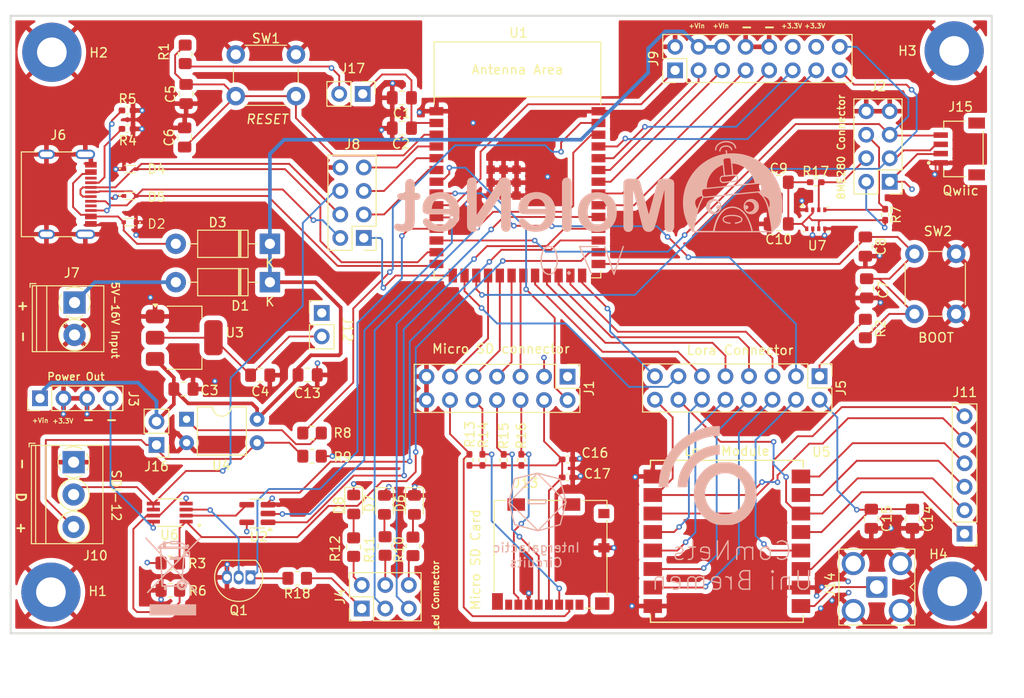
<source format=kicad_pcb>
(kicad_pcb (version 20240108) (generator "pcbnew") (generator_version "8.0")
  (title_block (title "MoleNet V7.0") (date "2025-12-03") (rev "1") (company "Comnets Uni Bremen") (comment 1 "Nutifafa Agbenor-Efunam") (comment 2 "Faruk Kollar"))
  (layers (0 "F.Cu" signal) (1 "In1.Cu" power "GND") (2 "In2.Cu" power "PWR") (31 "B.Cu" signal) (34 "B.Paste" user) (35 "F.Paste" user) (36 "B.SilkS" user "B.Silkscreen") (37 "F.SilkS" user "F.Silkscreen") (38 "B.Mask" user) (39 "F.Mask" user) (44 "Edge.Cuts" user))
  (net 0 "")
  (net 1 "GND")
  (net 2 "SDI_Data")
  (net 3 "Net-(J10-Pin_3)")
  (net 4 "+Vin")
  (net 5 "Net-(D8-A)")
  (net 6 "Power_Led")
  (net 7 "Net-(D7-A)")
  (net 8 "GPIO_2_LED")
  (net 9 "Net-(D6-A)")
  (net 10 "GPIO_38_LED")
  (net 11 "GPIO_1")
  (net 12 "Net-(R8-Pad2)")
  (net 13 "SDI_RX")
  (net 14 "+3.3V")
  (net 15 "GPIO_0")
  (net 16 "CHIP_PU")
  (net 17 "SD_MOSI_H")
  (net 18 "SD_VDD")
  (net 19 "SD_CS_H")
  (net 20 "SD_SCK_H")
  (net 21 "Net-(J6-CC2)")
  (net 22 "Net-(J6-CC1)")
  (net 23 "SD_MISO_H")
  (net 24 "RA_VDD")
  (net 25 "RA_RESET_H")
  (net 26 "RA_DIO0_H")
  (net 27 "RA_BUSY_H")
  (net 28 "Net-(J11-Pin_3)")
  (net 29 "Net-(J11-Pin_4)")
  (net 30 "RA_BUSY")
  (net 31 "Net-(J11-Pin_6)")
  (net 32 "RA_SCK_H")
  (net 33 "RA_MISO_H")
  (net 34 "RA_MOSI_H")
  (net 35 "RA_NCS_H")
  (net 36 "SDI_TX")
  (net 37 "ADC_3")
  (net 38 "ADC_4")
  (net 39 "ADC_5")
  (net 40 "Net-(J11-Pin_1)")
  (net 41 "GPIO_16")
  (net 42 "I2C_SCL")
  (net 43 "D-")
  (net 44 "D+")
  (net 45 "ADC_2")
  (net 46 "RA_MISO")
  (net 47 "I2C_SCA")
  (net 48 "SD_CS")
  (net 49 "SD_MOSI")
  (net 50 "SD_SCK")
  (net 51 "SD_MISO")
  (net 52 "RA_NCS")
  (net 53 "RA_RESET")
  (net 54 "RA_DIO0")
  (net 55 "RA_SCK")
  (net 56 "SDI_RX_ENABLE")
  (net 57 "SDI_TX_ENABLE")
  (net 58 "BME_SDI")
  (net 59 "RA_MOSI")
  (net 60 "GPIO_39")
  (net 61 "GPIO_40")
  (net 62 "GPIO_41")
  (net 63 "GPIO_42")
  (net 64 "U1RXD")
  (net 65 "U1TXD")
  (net 66 "GPIO_2")
  (net 67 "Net-(D3-A)")
  (net 72 "GPIO_38")
  (net 73 "Net-(J14-In)")
  (net 74 "Net-(J12-Pin_2)")
  (net 75 "BME_SCK")
  (net 76 "SD_Power")
  (net 77 "SDI_MARKING")
  (net 78 "Net-(Q1-G)")
  (net 80 "BME_VDD")
  (net 81 "Net-(U2-Pad4)")
  (net 82 "Net-(J17-Pin_1)")
  (net 83 "Net-(D1-A)")
  (footprint "Connector_PinHeader_2.54mm:PinHeader_2x07_P2.54mm_Vertical" (layer "F.Cu") (at 152.7 96.5 -90)
    (property "Reference" "J1")
    (property "Value" "Micro SD connector")
  )
  (footprint "Capacitor_SMD:C_0805_2012Metric_Pad1.18x1.45mm_HandSolder" (layer "F.Cu") (at 175.5 80 180)
    (property "Reference" "C10")
    (property "Value" "0.1uF" (hide yes))
  )
  (footprint "Connector_PinHeader_2.54mm:PinHeader_1x02_P2.54mm_Vertical" (layer "F.Cu") (at 126.15 89.625)
    (property "Reference" "J12")
    (property "Value" "Conn_01x02" (hide yes))
  )
  (footprint "Resistor_SMD:R_0402_1005Metric_Pad0.72x0.64mm_HandSolder" (layer "F.Cu") (at 142.1 105.5 -90)
    (property "Reference" "R13")
    (property "Value" "10K" (hide yes))
  )
  (footprint "Resistor_SMD:R_0805_2012Metric_Pad1.20x1.40mm_HandSolder" (layer "F.Cu") (at 109.79 116.65)
    (property "Reference" "R3")
    (property "Value" "10k" (hide yes))
  )
  (footprint "Package_TO_SOT_SMD:SC-74A-5_1.55x2.9mm_P0.95mm" (layer "F.Cu") (at 119.2 111.3 180)
    (property "Reference" "U2")
    (property "Value" "74AHC1G00" (hide yes))
  )
  (footprint "Resistor_SMD:R_0805_2012Metric_Pad1.20x1.40mm_HandSolder" (layer "F.Cu") (at 111.4 61.6725 90)
    (property "Reference" "R1")
    (property "Value" "10k" (hide yes))
  )
  (footprint "MountingHole:MountingHole_3.2mm_M3_Pad" (layer "F.Cu") (at 97 61.45)
    (property "Reference" "H2")
    (property "Value" "MountingHole_Pad" (hide yes))
  )
  (footprint "KiCad:LESD5D50CT1G" (layer "F.Cu") (at 105.42 79.81 180)
    (property "Reference" "D2")
    (property "Value" "LESD5D5.0CT1G" (hide yes))
  )
  (footprint "Resistor_SMD:R_0402_1005Metric_Pad0.72x0.64mm_HandSolder" (layer "F.Cu") (at 147.7 105.5 -90)
    (property "Reference" "R16")
    (property "Value" "10K" (hide yes))
  )
  (footprint "PCM_Espressif:ESP32-S3-WROOM-1" (layer "F.Cu") (at 147.285 76.08)
    (property "Reference" "U1")
    (property "Value" "ESP32-S3-WROOM-1" (hide yes))
  )
  (footprint "Capacitor_SMD:C_0402_1005Metric_Pad0.74x0.62mm_HandSolder" (layer "F.Cu") (at 152.6825 105.45)
    (property "Reference" "C16")
    (property "Value" "22uF" (hide yes))
  )
  (footprint "Connector_PinHeader_2.54mm:PinHeader_2x03_P2.54mm_Vertical" (layer "F.Cu") (at 130.47 121.565 90)
    (property "Reference" "J4")
    (property "Value" "Led Connector")
  )
  (footprint "Resistor_SMD:R_0805_2012Metric_Pad1.20x1.40mm_HandSolder" (layer "F.Cu") (at 184.86 91.31 -90)
    (property "Reference" "R2")
    (property "Value" "10k" (hide yes))
  )
  (footprint "Capacitor_SMD:C_0805_2012Metric_Pad1.18x1.45mm_HandSolder" (layer "F.Cu") (at 185.5 111.8625 -90)
    (property "Reference" "C15")
    (property "Value" "100nF" (hide yes))
  )
  (footprint "KiCad:LESD5D50CT1G" (layer "F.Cu") (at 105.45 74.08)
    (property "Reference" "D4")
    (property "Value" "LESD5D5.0CT1G" (hide yes))
  )
  (footprint "LED_SMD:LED_0805_2012Metric_Pad1.15x1.40mm_HandSolder" (layer "F.Cu") (at 136.16 110.365 -90)
    (property "Reference" "D6")
    (property "Value" "LED" (hide yes))
  )
  (footprint "MountingHole:MountingHole_3.2mm_M3_Pad" (layer "F.Cu") (at 96.9 119.8 180)
    (property "Reference" "H1")
    (property "Value" "MountingHole_Pad" (hide yes))
  )
  (footprint "Capacitor_SMD:C_0805_2012Metric_Pad1.18x1.45mm_HandSolder" (layer "F.Cu") (at 111.34 70.655 90)
    (property "Reference" "C6")
    (property "Value" "1uF" (hide yes))
  )
  (footprint "Capacitor_SMD:C_0805_2012Metric_Pad1.18x1.45mm_HandSolder" (layer "F.Cu") (at 189.95 111.8625 -90)
    (property "Reference" "C14")
    (property "Value" "22uF" (hide yes))
  )
  (footprint "Resistor_SMD:R_0402_1005Metric_Pad0.72x0.64mm_HandSolder" (layer "F.Cu") (at 179.5 75.5)
    (property "Reference" "R17")
    (property "Value" "4.7K" (hide yes))
  )
  (footprint "Connector_Coaxial:SMA_Amphenol_901-143_Horizontal" (layer "F.Cu") (at 186.1 119.25 180)
    (property "Reference" "J14")
    (property "Value" "Conn_Coaxial" (hide yes))
  )
  (footprint "Package_TO_SOT_THT:TO-92_Inline" (layer "F.Cu") (at 118.45 118.2 180)
    (property "Reference" "Q1")
    (property "Value" "BS170" (hide yes))
  )
  (footprint "Resistor_SMD:R_0402_1005Metric_Pad0.72x0.64mm_HandSolder" (layer "F.Cu") (at 187 79 -90)
    (property "Reference" "R7")
    (property "Value" "4.7K" (hide yes))
  )
  (footprint "Connector_PinHeader_2.54mm:PinHeader_1x04_P2.54mm_Vertical" (layer "F.Cu") (at 95.72 98.85 90)
    (property "Reference" "J3")
    (property "Value" "Power Out" (hide yes))
  )
  (footprint "TerminalBlock_Phoenix:TerminalBlock_Phoenix_PT-1,5-3-3.5-H_1x03_P3.50mm_Horizontal" (layer "F.Cu") (at 99.35 105.75 -90)
    (property "Reference" "J10")
    (property "Value" "SDI-12")
  )
  (footprint "Capacitor_SMD:C_0805_2012Metric_Pad1.18x1.45mm_HandSolder" (layer "F.Cu") (at 119.5 96.35)
    (property "Reference" "C4")
    (property "Value" "2.2uF" (hide yes))
  )
  (footprint "Capacitor_SMD:C_0805_2012Metric_Pad1.18x1.45mm_HandSolder" (layer "F.Cu") (at 185 86.9625 90)
    (property "Reference" "C7")
    (property "Value" "0.1uF" (hide yes))
  )
  (footprint "Package_DIP:DIP-4_W7.62mm" (layer "F.Cu") (at 111.55 101.11)
    (property "Reference" "U4")
    (property "Value" "PC817" (hide yes))
  )
  (footprint "Diode_THT:D_DO-41_SOD81_P10.16mm_Horizontal" (layer "F.Cu") (at 120.55 82.15 180)
    (property "Reference" "D3")
    (property "Value" "1N5819" (hide yes))
  )
  (footprint "Package_TO_SOT_SMD:SOT-223-3_TabPin2" (layer "F.Cu") (at 111.3 92.3)
    (property "Reference" "U3")
    (property "Value" "TLV76133DCY" (hide yes))
  )
  (footprint "Connector_USB:USB_C_Receptacle_G-Switch_GT-USB-7010ASV" (layer "F.Cu") (at 97.49 76.8 -90)
    (property "Reference" "J6")
    (property "Value" "USB_C_Receptacle_USB2.0" (hide yes))
  )
  (footprint "Resistor_SMD:R_0805_2012Metric_Pad1.20x1.40mm_HandSolder" (layer "F.Cu") (at 125.1 102.6)
    (property "Reference" "R8")
    (property "Value" "220")
  )
  (footprint "Button_Switch_THT:SW_PUSH_6mm_H4.3mm" (layer "F.Cu") (at 116.86 61.69)
    (property "Reference" "SW1")
    (property "Value" "RESET")
  )
  (footprint "Capacitor_SMD:C_0402_1005Metric_Pad0.74x0.62mm_HandSolder" (layer "F.Cu") (at 152.6825 107.4)
    (property "Reference" "C17")
    (property "Value" "100nF" (hide yes))
  )
  (footprint "Button_Switch_THT:SW_PUSH_6mm_H4.3mm" (layer "F.Cu") (at 194.66 83.23 -90)
    (property "Reference" "SW2")
    (property "Value" "BOOT")
  )
  (footprint "Connector_PinHeader_2.54mm:PinHeader_2x04_P2.54mm_Vertical" (layer "F.Cu") (at 130.69 81.52 180)
    (property "Reference" "J8")
    (property "Value" "~" (hide yes))
  )
  (footprint "Resistor_SMD:R_0402_1005Metric_Pad0.72x0.64mm_HandSolder" (layer "F.Cu") (at 105.17 67.74 180)
    (property "Reference" "R5")
    (property "Value" "5.1k" (hide yes))
  )
  (footprint "Connector_PinHeader_2.54mm:PinHeader_1x02_P2.54mm_Vertical" (layer "F.Cu") (at 108.3 103.89 180)
    (property "Reference" "J16")
    (property "Value" "Conn_01x02" (hide yes))
  )
  (footprint "LED_SMD:LED_0805_2012Metric_Pad1.15x1.40mm_HandSolder" (layer "F.Cu") (at 129.6 110.325 -90)
    (property "Reference" "D8")
    (property "Value" "LED" (hide yes))
  )
  (footprint "Capacitor_SMD:C_0805_2012Metric_Pad1.18x1.45mm_HandSolder" (layer "F.Cu") (at 134.8 69.65 180)
    (property "Reference" "C2")
    (property "Value" "100nF" (hide yes))
  )
  (footprint "Capacitor_SMD:C_0805_2012Metric_Pad1.18x1.45mm_HandSolder" (layer "F.Cu") (at 175.5 75.5 180)
    (property "Reference" "C9")
    (property "Value" "0.1uF" (hide yes))
  )
  (footprint "LED_SMD:LED_0805_2012Metric_Pad1.15x1.40mm_HandSolder" (layer "F.Cu") (at 132.92 110.365 -90)
    (property "Reference" "D7")
    (property "Value" "LED" (hide yes))
  )
  (footprint "KiCad:LESD5D50CT1G" (layer "F.Cu") (at 105.45 76.98)
    (property "Reference" "D5")
    (property "Value" "LESD5D5.0CT1G" (hide yes))
  )
  (footprint "TerminalBlock_Phoenix:TerminalBlock_Phoenix_PT-1,5-2-3.5-H_1x02_P3.50mm_Horizontal" (layer "F.Cu") (at 99.45 88.5 -90)
    (property "Reference" "J7")
    (property "Value" "5V-16V Input")
  )
  (footprint "Resistor_SMD:R_0805_2012Metric_Pad1.20x1.40mm_HandSolder" (layer "F.Cu") (at 109.8 119.6)
    (property "Reference" "R6")
    (property "Value" "10k" (hide yes))
  )
  (footprint "Resistor_SMD:R_0805_2012Metric_Pad1.20x1.40mm_HandSolder" (layer "F.Cu") (at 125.1 105.1 180)
    (property "Reference" "R9")
    (property "Value" "1k" (hide yes))
  )
  (footprint "Capacitor_SMD:C_0805_2012Metric_Pad1.18x1.45mm_HandSolder" (layer "F.Cu") (at 184.86 82.4475 -90)
    (property "Reference" "C8")
    (property "Value" "1uF" (hide yes))
  )
  (footprint "Resistor_SMD:R_0805_2012Metric_Pad1.20x1.40mm_HandSolder" (layer "F.Cu") (at 129.59 114.93 -90)
    (property "Reference" "R12")
    (property "Value" "220" (hide yes))
  )
  (footprint "Connector_PinHeader_2.54mm:PinHeader_1x06_P2.54mm_Vertical" (layer "F.Cu") (at 195.57 113.49 180)
    (property "Reference" "J11")
    (property "Value" "RA_01_DIO" (hide yes))
  )
  (footprint "Package_LGA:Bosch_LGA-8_2.5x2.5mm_P0.65mm_ClockwisePinNumbering" (layer "F.Cu") (at 179.5 79.5)
    (property "Reference" "U7")
    (property "Value" "BME280" (hide yes))
  )
  (footprint "Connector_Card:microSD_HC_Molex_104031-0811" (layer "F.Cu") (at 150.88 115.705 180)
    (property "Reference" "J13")
    (property "Value" "Micro SD Card")
  )
  (footprint "Connector_PinHeader_2.54mm:PinHeader_1x02_P2.54mm_Vertical" (layer "F.Cu") (at 130.575 65.95 -90)
    (property "Reference" "J17")
    (property "Value" "Conn_01x02" (hide yes))
  )
  (footprint "Connector_PinHeader_2.54mm:PinHeader_2x08_P2.54mm_Vertical" (layer "F.Cu") (at 179.91 96.46 -90)
    (property "Reference" "J5")
    (property "Value" "Lora Connector")
  )
  (footprint "Capacitor_SMD:C_0805_2012Metric_Pad1.18x1.45mm_HandSolder" (layer "F.Cu") (at 111.2125 97.85)
    (property "Reference" "C3")
    (property "Value" "1uF" (hide yes))
  )
  (footprint "Connector_PinHeader_2.54mm:PinHeader_2x04_P2.54mm_Vertical" (layer "F.Cu") (at 187.49 75.44 180)
    (property "Reference" "J2")
    (property "Value" "BME280 Connector")
  )
  (footprint "Resistor_SMD:R_0805_2012Metric_Pad1.20x1.40mm_HandSolder" (layer "F.Cu") (at 123.5 118.3 180)
    (property "Reference" "R18")
    (property "Value" "100k" (hide yes))
  )
  (footprint "Resistor_SMD:R_0402_1005Metric_Pad0.72x0.64mm_HandSolder" (layer "F.Cu") (at 143.5 105.5 -90)
    (property "Reference" "R14")
    (property "Value" "10K" (hide yes))
  )
  (footprint "PRT-14417:SPARKFUN_PRT-14417" (layer "F.Cu") (at 195.45 71.9 90)
    (property "Reference" "J15")
    (property "Value" "Qwiic")
  )
  (footprint "Resistor_SMD:R_0805_2012Metric_Pad1.20x1.40mm_HandSolder" (layer "F.Cu") (at 136 114.85 -90)
    (property "Reference" "R10")
    (property "Value" "220" (hide yes))
  )
  (footprint "Capacitor_SMD:C_0805_2012Metric_Pad1.18x1.45mm_HandSolder" (layer "F.Cu") (at 124.6225 96.32)
    (property "Reference" "C13")
    (property "Value" "10uF" (hide yes))
  )
  (footprint "Resistor_SMD:R_0402_1005Metric_Pad0.72x0.64mm_HandSolder" (layer "F.Cu") (at 145.8 105.5 -90)
    (property "Reference" "R15")
    (property "Value" "10K" (hide yes))
  )
  (footprint "Resistor_SMD:R_0402_1005Metric_Pad0.72x0.64mm_HandSolder" (layer "F.Cu") (at 105.17 69.73 180)
    (property "Reference" "R4")
    (property "Value" "5.1k" (hide yes))
  )
  (footprint "RF_Module:Ai-Thinker-Ra-01-LoRa" (layer "F.Cu") (at 169.9 114.3 180)
    (property "Reference" "U5")
    (property "Value" "Lora Module")
  )
  (footprint "MountingHole:MountingHole_3.2mm_M3_Pad" (layer "F.Cu") (at 194.25 119.7)
    (property "Reference" "H4")
    (property "Value" "MountingHole_Pad" (hide yes))
  )
  (footprint "Diode_THT:D_DO-41_SOD81_P10.16mm_Horizontal" (layer "F.Cu") (at 120.55 86.3 180)
    (property "Reference" "D1")
    (property "Value" "1N5819" (hide yes))
  )
  (footprint "MountingHole:MountingHole_3.2mm_M3_Pad" (layer "F.Cu") (at 194.45 61.3)
    (property "Reference" "H3")
    (property "Value" "MountingHole_Pad" (hide yes))
  )
  (footprint "Capacitor_SMD:C_0805_2012Metric_Pad1.18x1.45mm_HandSolder" (layer "F.Cu") (at 134.8 66.37 180)
    (property "Reference" "C1")
    (property "Value" "22uF" (hide yes))
  )
  (footprint "SN74LVC2G241DCTR:SOP65P400X130-8N" (layer "F.Cu") (at 109.7325 111.2 180)
    (property "Reference" "U6")
    (property "Value" "74LVC2G241" (hide yes))
  )
  (footprint "Capacitor_SMD:C_0805_2012Metric_Pad1.18x1.45mm_HandSolder" (layer "F.Cu") (at 111.5 65.9625 90)
    (property "Reference" "C5")
    (property "Value" "0.1uF" (hide yes))
  )
  (footprint "Resistor_SMD:R_0805_2012Metric_Pad1.20x1.40mm_HandSolder" (layer "F.Cu") (at 132.99 114.81 -90)
    (property "Reference" "R11")
    (property "Value" "220" (hide yes))
  )
  (footprint "Connector_PinHeader_2.54mm:PinHeader_2x08_P2.54mm_Vertical" (layer "F.Cu") (at 164.31 63.4 90)
    (property "Reference" "J9")
    (property "Value" "Unused Pin" (hide yes))
  )
  (footprint "LOGO" (layer "B.Cu") (at 167.8 107.2 180)
    (property "Reference" "G2" (hide yes))
    (property "Value" "LOGO" (hide yes))
  )
  (gr_poly (pts (xy 159.877059 75.106278) (xy 159.949365 75.10881) (xy 159.983374 75.11071) (xy 160.015972 75.113031) (xy 160.047172 75.115775) (xy 160.076987 75.11894) (xy 160.10543 75.122528) (xy 160.132514 75.126538) (xy 160.158253 75.13097) (xy 160.182659 75.135825) (xy 160.205747 75.141102) (xy 160.227528 75.146801) (xy 160.248017 75.152922) (xy 160.267226 75.159466) (xy 160.285384 75.166541) (xy 160.302738 75.174277) (xy 160.319326 75.182698) (xy 160.335188 75.191831) (xy 160.350365 75.201702) (xy 160.364895 75.212339) (xy 160.378818 75.223767) (xy 160.392174 75.236013) (xy 160.405003 75.249103) (xy 160.417343 75.263064) (xy 160.429235 75.277922) (xy 160.440718 75.293703) (xy 160.451831 75.310433) (xy 160.462615 75.32814) (xy 160.473109 75.34685) (xy 160.483351 75.366588) (xy 160.503244 75.409662) (xy 160.522609 75.457907) (xy 160.541763 75.511428) (xy 160.561023 75.570331) (xy 160.580706 75.634722) (xy 160.601127 75.704706) (xy 160.645453 75.861873) (xy 161.473937 78.968715) (xy 162.302428 75.861873) (xy 162.325644 75.777434) (xy 162.348017 75.699642) (xy 162.369545 75.628392) (xy 162.39023 75.563579) (xy 162.41007 75.505098) (xy 162.429066 75.452843) (xy 162.447217 75.406708) (xy 162.464522 75.366588) (xy 162.473282 75.348334) (xy 162.482674 75.330725) (xy 162.4927 75.313776) (xy 162.503359 75.297501) (xy 162.514651 75.281911) (xy 162.526577 75.26702) (xy 162.539135 75.252842) (xy 162.552327 75.239389) (xy 162.566152 75.226675) (xy 162.58061 75.214713) (xy 162.595701 75.203516) (xy 162.611426 75.193097) (xy 162.627783 75.183469) (xy 162.644774 75.174646) (xy 162.662398 75.16664) (xy 162.680655 75.159466) (xy 162.699863 75.152922) (xy 162.720351 75.146801) (xy 162.765217 75.135825) (xy 162.815361 75.126538) (xy 162.870888 75.11894) (xy 162.931902 75.113031) (xy 162.998509 75.10881) (xy 163.070815 75.106278) (xy 163.148925 75.105434) (xy 163.509139 75.105434) (xy 163.549237 75.105861) (xy 163.588465 75.107158) (xy 163.626795 75.109352) (xy 163.664202 75.11247) (xy 163.700659 75.116538) (xy 163.73614 75.121581) (xy 163.770618 75.127628) (xy 163.804067 75.134703) (xy 163.836461 75.142833) (xy 163.867773 75.152044) (xy 163.897976 75.162364) (xy 163.927045 75.173818) (xy 163.954953 75.186432) (xy 163.981674 75.200233) (xy 164.007181 75.215248) (xy 164.031447 75.231502) (xy 164.054349 75.249237) (xy 164.075773 75.268686) (xy 164.095719 75.289876) (xy 164.114188 75.312834) (xy 164.131179 75.337586) (xy 164.146693 75.364158) (xy 164.160729 75.392577) (xy 164.173287 75.422869) (xy 164.184368 75.45506) (xy 164.193971 75.489178) (xy 164.202097 75.525247) (xy 164.208745 75.563296) (xy 164.213916 75.60335) (xy 164.21761 75.645435) (xy 164.219826 75.689578) (xy 164.220565 75.735805) (xy 164.220565 80.220455) (xy 164.220035 80.260345) (xy 164.218436 80.298969) (xy 164.215756 80.336327) (xy 164.211981 80.372418) (xy 164.207098 80.407243) (xy 164.201093 80.440802) (xy 164.193954 80.473094) (xy 164.185668 80.50412) (xy 164.17622 80.533879) (xy 164.165599 80.562372) (xy 164.15379 80.589599) (xy 164.140781 80.615559) (xy 164.126558 80.640253) (xy 164.111108 80.663681) (xy 164.094419 80.685842) (xy 164.076476 80.706737) (xy 164.057685 80.726366) (xy 164.038432 80.744728) (xy 164.018677 80.761824) (xy 163.998383 80.777654) (xy 163.977507 80.792217) (xy 163.956012 80.805513) (xy 163.933858 80.817544) (xy 163.911004 80.828308) (xy 163.887411 80.837806) (xy 163.863041 80.846037) (xy 163.837852 80.853002) (xy 163.811806 80.858701) (xy 163.784863 80.863133) (xy 163.756984 80.866299) (xy 163.728128 80.868198) (xy 163.698256 80.868831) (xy 163.668284 80.868198) (xy 163.639142 80.866299) (xy 163.610818 80.863133) (xy 163.583298 80.858701) (xy 163.556571 80.853002) (xy 163.530621 80.846037) (xy 163.505436 80.837806) (xy 163.481004 80.828308) (xy 163.457309 80.817544) (xy 163.434341 80.805513) (xy 163.412085 80.792217) (xy 163.390528 80.777654) (xy 163.369656 80.761824) (xy 163.349458 80.744728) (xy 163.329919 80.726366) (xy 163.311026 80.706737) (xy 163.293084 80.685842) (xy 163.276394 80.663681) (xy 163.260944 80.640253) (xy 163.246722 80.615559) (xy 163.233712 80.589599) (xy 163.221904 80.562372) (xy 163.211282 80.533879) (xy 163.201834 80.50412) (xy 163.193548 80.473094) (xy 163.186409 80.440802) (xy 163.180404 80.407243) (xy 163.175521 80.372418) (xy 163.171746 80.336327) (xy 163.169066 80.298969) (xy 163.167467 80.260345) (xy 163.166938 80.220455) (xy 163.166938 76.303142) (xy 162.257399 79.914272) (xy 162.230391 79.905269) (xy 162.219873 79.949152) (xy 162.208722 79.99293) (xy 162.185363 80.07975) (xy 162.162004 80.164882) (xy 162.140334 80.247478) (xy 162.126792 80.28758) (xy 162.113039 80.326837) (xy 162.098863 80.36525) (xy 162.084055 80.402819) (xy 162.068402 80.439542) (xy 162.051693 80.475421) (xy 162.042877 80.493044) (xy 162.033718 80.510455) (xy 162.02419 80.527655) (xy 162.014266 80.544643) (xy 162.003924 80.56132) (xy 161.99316 80.577588) (xy 161.981973 80.593459) (xy 161.970365 80.608949) (xy 161.958334 80.624068) (xy 161.945881 80.638832) (xy 161.933006 80.653252) (xy 161.919709 80.667343) (xy 161.90599 80.681117) (xy 161.891848 80.694588) (xy 161.877284 80.707769) (xy 161.862298 80.720673) (xy 161.84689 80.733314) (xy 161.83106 80.745704) (xy 161.814807 80.757857) (xy 161.798133 80.769787) (xy 161.78133 80.781186) (xy 161.764593 80.791753) (xy 161.747776 80.801503) (xy 161.730736 80.810448) (xy 161.713325 80.818602) (xy 161.695401 80.825977) (xy 161.676817 80.832587) (xy 161.657428 80.838445) (xy 161.637089 80.843565) (xy 161.615655 80.847959) (xy 161.592981 80.851641) (xy 161.568922 80.854624) (xy 161.543332 80.856921) (xy 161.516068 80.858545) (xy 161.486982 80.85951) (xy 161.455931 80.859829) (xy 161.424172 80.859301) (xy 161.393071 80.857719) (xy 161.362657 80.855081) (xy 161.332954 80.851388) (xy 161.303991 80.84664) (xy 161.275792 80.840837) (xy 161.248384 80.833979) (xy 161.221795 80.826065) (xy 161.196049 80.817096) (xy 161.171175 80.807071) (xy 161.147197 80.795991) (xy 161.124142 80.783856) (xy 161.102037 80.770665) (xy 161.080909 80.756418) (xy 161.060783 80.741116) (xy 161.041686 80.724758) (xy 161.023431 80.707767) (xy 161.005823 80.690564) (xy 160.988874 80.673151) (xy 160.972598 80.655527) (xy 160.957008 80.637692) (xy 160.942118 80.619645) (xy 160.927939 80.601388) (xy 160.914487 80.58292) (xy 160.901773 80.564241) (xy 160.88981 80.54535) (xy 160.878613 80.526249) (xy 160.868194 80.506937) (xy 160.858566 80.487414) (xy 160.849743 80.467679) (xy 160.841738 80.447734) (xy 160.834563 80.427578) (xy 160.820616 80.3841) (xy 160.805719 80.334712) (xy 160.772652 80.218206) (xy 160.690474 79.914272) (xy 159.780944 76.303142) (xy 159.780944 80.220455) (xy 159.780414 80.260345) (xy 159.778815 80.298969) (xy 159.776135 80.336327) (xy 159.77236 80.372418) (xy 159.767477 80.407243) (xy 159.761472 80.440802) (xy 159.754333 80.473094) (xy 159.746047 80.50412) (xy 159.736599 80.533879) (xy 159.725978 80.562372) (xy 159.714169 80.589599) (xy 159.70116 80.615559) (xy 159.686937 80.640253) (xy 159.671487 80.663681) (xy 159.654798 80.685842) (xy 159.636855 80.706737) (xy 159.618064 80.726366) (xy 159.598811 80.744728) (xy 159.579056 80.761824) (xy 159.558762 80.777654) (xy 159.537886 80.792217) (xy 159.516391 80.805513) (xy 159.494237 80.817544) (xy 159.471383 80.828308) (xy 159.44779 80.837806) (xy 159.42342 80.846037) (xy 159.398231 80.853002) (xy 159.372185 80.858701) (xy 159.345242 80.863133) (xy 159.317363 80.866299) (xy 159.288507 80.868198) (xy 159.258635 80.868831) (xy 159.228661 80.868198) (xy 159.199518 80.866299) (xy 159.171193 80.863133) (xy 159.143673 80.858701) (xy 159.116945 80.853002) (xy 159.090995 80.846037) (xy 159.06581 80.837806) (xy 159.041377 80.828308) (xy 159.017683 80.817544) (xy 158.994715 80.805513) (xy 158.972459 80.792217) (xy 158.950902 80.777654) (xy 158.930032 80.761824) (xy 158.909834 80.744728) (xy 158.890297 80.726366) (xy 158.871405 80.706737) (xy 158.853463 80.685842) (xy 158.836773 80.663681) (xy 158.821323 80.640253) (xy 158.807101 80.615559) (xy 158.794091 80.589599) (xy 158.782283 80.562372) (xy 158.771661 80.533879) (xy 158.762213 80.50412) (xy 158.753927 80.473094) (xy 158.746788 80.440802) (xy 158.740783 80.407243) (xy 158.7359 80.372418) (xy 158.732125 80.336327) (xy 158.729445 80.298969) (xy 158.727847 80.260345) (xy 158.727317 80.220455) (xy 158.727317 75.735805) (xy 158.728055 75.689578) (xy 158.730272 75.645435) (xy 158.733965 75.60335) (xy 158.739137 75.563296) (xy 158.745785 75.525247) (xy 158.753912 75.489178) (xy 158.763515 75.45506) (xy 158.768871 75.438725) (xy 158.774596 75.422869) (xy 158.78069 75.407487) (xy 158.787154 75.392577) (xy 158.793987 75.378135) (xy 158.80119 75.364158) (xy 158.808762 75.350642) (xy 158.816703 75.337586) (xy 158.825013 75.324984) (xy 158.833693 75.312834) (xy 158.842742 75.301132) (xy 158.852161 75.289876) (xy 158.861948 75.279062) (xy 158.872105 75.268686) (xy 158.882632 75.258745) (xy 158.893527 75.249237) (xy 158.904792 75.240157) (xy 158.916426 75.231502) (xy 158.940694 75.216732) (xy 158.966202 75.202818) (xy 158.992924 75.189775) (xy 159.020833 75.177616) (xy 159.049902 75.166353) (xy 159.080106 75.156001) (xy 159.111418 75.146571) (xy 159.143812 75.138079) (xy 159.177261 75.130535) (xy 159.211739 75.123955) (xy 159.247219 75.118351) (xy 159.283676 75.113736) (xy 159.321082 75.110124) (xy 159.359411 75.107527) (xy 159.398638 75.10596) (xy 159.438735 75.105434) (xy 159.798949 75.105434)) (stroke (width -0.000001)) (fill solid) (layer "B.SilkS"))
  (gr_poly (pts (xy 170.556304 78.132592) (xy 170.623646 78.136698) (xy 170.690279 78.143532) (xy 170.756191 78.153084) (xy 170.821371 78.165347) (xy 170.885807 78.180313) (xy 170.949489 78.197974) (xy 171.012403 78.21832) (xy 171.074539 78.241344) (xy 171.135886 78.267038) (xy 171.196431 78.295393) (xy 171.256163 78.326401) (xy 171.373142 78.396344) (xy 171.486731 78.476801) (xy 171.596838 78.567705) (xy 171.703369 78.66899) (xy 171.806234 78.780592) (xy 171.905338 78.902443) (xy 172.000591 79.034477) (xy 172.091899 79.17663) (xy 172.17917 79.328834) (xy 172.262313 79.491024) (xy 172.320694 79.615615) (xy 172.374353 79.7389) (xy 172.423421 79.859995) (xy 172.46803 79.978016) (xy 172.508312 80.092079) (xy 172.544399 80.201302) (xy 172.576424 80.304799) (xy 172.604517 80.401687) (xy 172.628811 80.491083) (xy 172.649437 80.572102) (xy 172.680217 80.705477) (xy 172.697911 80.794739) (xy 172.703574 80.832821) (xy 172.721587 80.91386) (xy 168.399031 80.91386) (xy 168.399031 80.832821) (xy 168.410105 80.769787) (xy 168.561126 80.769787) (xy 172.550483 80.769787) (xy 172.49624 80.535523) (xy 172.452577 80.374893) (xy 172.39683 80.192458) (xy 172.328209 79.993613) (xy 172.245921 79.783753) (xy 172.149175 79.568274) (xy 172.03718 79.352571) (xy 171.975216 79.246322) (xy 171.909144 79.142039) (xy 171.838863 79.040399) (xy 171.764276 78.942074) (xy 171.685282 78.847739) (xy 171.601784 78.75807) (xy 171.513682 78.67374) (xy 171.420877 78.595423) (xy 171.32327 78.523794) (xy 171.220763 78.459528) (xy 171.113256 78.403298) (xy 171.000651 78.35578) (xy 170.882849 78.317648) (xy 170.75975 78.289575) (xy 170.631256 78.272237) (xy 170.497268 78.266308) (xy 170.363564 78.272262) (xy 170.235902 78.289674) (xy 170.11415 78.317863) (xy 169.998176 78.356149) (xy 169.887847 78.403855) (xy 169.783033 78.460299) (xy 169.683601 78.524804) (xy 169.589419 78.596689) (xy 169.500355 78.675275) (xy 169.416278 78.759883) (xy 169.337055 78.849834) (xy 169.262555 78.944448) (xy 169.192645 79.043045) (xy 169.127194 79.144947) (xy 169.00914 79.355947) (xy 168.907338 79.572013) (xy 168.820732 79.78771) (xy 168.748268 79.997602) (xy 168.688889 80.196256) (xy 168.641541 80.378236) (xy 168.605168 80.538108) (xy 168.561126 80.769787) (xy 168.410105 80.769787) (xy 168.421403 80.705477) (xy 168.446678 80.572102) (xy 168.483456 80.401687) (xy 168.53332 80.201302) (xy 168.597852 79.978016) (xy 168.636113 79.859995) (xy 168.678635 79.7389) (xy 168.725615 79.615615) (xy 168.777251 79.491024) (xy 168.853751 79.328834) (xy 168.934617 79.17663) (xy 169.019784 79.034477) (xy 169.109185 78.902443) (xy 169.202754 78.780592) (xy 169.300425 78.66899) (xy 169.402133 78.567705) (xy 169.507811 78.476801) (xy 169.562119 78.435262) (xy 169.617394 78.396344) (xy 169.673629 78.360055) (xy 169.730816 78.326401) (xy 169.788946 78.295393) (xy 169.84801 78.267038) (xy 169.908002 78.241344) (xy 169.968911 78.21832) (xy 170.030731 78.197974) (xy 170.093453 78.180313) (xy 170.157069 78.165347) (xy 170.22157 78.153084) (xy 170.286949 78.143532) (xy 170.353196 78.136698) (xy 170.420304 78.132592) (xy 170.488265 78.131222)) (stroke (width -0.000001)) (fill solid) (layer "B.SilkS"))
  (gr_poly (pts (xy 169.918555 71.038071) (xy 169.974728 71.041919) (xy 170.030038 71.047813) (xy 170.084408 71.055709) (xy 170.137761 71.065563) (xy 170.190019 71.077328) (xy 170.241105 71.090963) (xy 170.29094 71.10642) (xy 170.339449 71.123657) (xy 170.386552 71.142629) (xy 170.432173 71.163291) (xy 170.476234 71.185598) (xy 170.518657 71.209507) (xy 170.559366 71.234972) (xy 170.598282 71.261949) (xy 170.635329 71.290394) (xy 170.670428 71.320261) (xy 170.703502 71.351508) (xy 170.734474 71.384088) (xy 170.763266 71.417957) (xy 170.789801 71.453072) (xy 170.814 71.489387) (xy 170.835788 71.526858) (xy 170.855085 71.56544) (xy 170.871815 71.605089) (xy 170.885901 71.645761) (xy 170.897264 71.68741) (xy 170.905827 71.729993) (xy 170.911513 71.773464) (xy 170.911435 71.777658) (xy 170.911201 71.781795) (xy 170.910816 71.785869) (xy 170.910282 71.789875) (xy 170.909603 71.793809) (xy 170.908783 71.797665) (xy 170.907823 71.801439) (xy 170.906729 71.805125) (xy 170.905503 71.808719) (xy 170.904148 71.812216) (xy 170.902668 71.815611) (xy 170.901066 71.818898) (xy 170.899345 71.822074) (xy 170.897509 71.825132) (xy 170.89556 71.828068) (xy 170.893503 71.830877) (xy 170.89134 71.833554) (xy 170.889075 71.836095) (xy 170.886711 71.838493) (xy 170.884252 71.840745) (xy 170.8817 71.842845) (xy 170.879059 71.844789) (xy 170.876332 71.846571) (xy 170.873523 71.848186) (xy 170.870635 71.84963) (xy 170.867671 71.850897) (xy 170.864635 71.851983) (xy 170.861529 71.852883) (xy 170.858357 71.853591) (xy 170.855123 71.854103) (xy 170.851829 71.854414) (xy 170.848479 71.854519) (xy 170.844285 71.85444) (xy 170.840148 71.854206) (xy 170.836075 71.853821) (xy 170.832068 71.853287) (xy 170.828135 71.852608) (xy 170.824279 71.851787) (xy 170.820505 71.850828) (xy 170.816819 71.849733) (xy 170.813225 71.848507) (xy 170.809729 71.847152) (xy 170.806334 71.845671) (xy 170.803047 71.844069) (xy 170.799872 71.842347) (xy 170.796814 71.84051) (xy 170.793879 71.838562) (xy 170.79107 71.836504) (xy 170.788393 71.834341) (xy 170.785853 71.832075) (xy 170.783454 71.82971) (xy 170.781203 71.82725) (xy 170.779103 71.824698) (xy 170.77716 71.822056) (xy 170.775378 71.819329) (xy 170.773763 71.816519) (xy 170.77232 71.81363) (xy 170.771053 71.810666) (xy 170.769967 71.807628) (xy 170.769068 71.804522) (xy 170.768359 71.801349) (xy 170.767847 71.798114) (xy 170.767537 71.79482) (xy 170.767432 71.791469) (xy 170.761955 71.755517) (xy 170.754012 71.720288) (xy 170.743667 71.68582) (xy 170.730988 71.652153) (xy 170.71604 71.619323) (xy 170.698889 71.587369) (xy 170.679601 71.556328) (xy 170.658242 71.526239) (xy 170.634877 71.497139) (xy 170.609574 71.469066) (xy 170.553414 71.416154) (xy 170.490289 71.367806) (xy 170.420727 71.324325) (xy 170.345254 71.286016) (xy 170.2644 71.253181) (xy 170.178692 71.226123) (xy 170.088656 71.205147) (xy 169.994822 71.190555) (xy 169.897716 71.182652) (xy 169.797866 71.181739) (xy 169.6958 71.188122) (xy 169.644705 71.194076) (xy 169.59446 71.201772) (xy 169.545122 71.211161) (xy 169.496748 71.22219) (xy 169.449397 71.234809) (xy 169.403126 71.248967) (xy 169.357993 71.264611) (xy 169.314055 71.281692) (xy 169.271371 71.300158) (xy 169.229997 71.319958) (xy 169.189993 71.341041) (xy 169.151414 71.363356) (xy 169.11432 71.386851) (xy 169.078767 71.411476) (xy 169.044814 71.437179) (xy 169.012518 71.463909) (xy 168.981937 71.491615) (xy 168.953128 71.520247) (xy 168.92615 71.549752) (xy 168.90106 71.580081) (xy 168.877915 71.61118) (xy 168.856774 71.643001) (xy 168.837694 71.675491) (xy 168.820733 71.708599) (xy 168.805949 71.742274) (xy 168.793398 71.776466) (xy 168.78314 71.811122) (xy 168.775232 71.846192) (xy 168.76973 71.881625) (xy 168.766694 71.91737) (xy 168.766181 71.953375) (xy 168.768248 71.98959) (xy 168.76817 71.993784) (xy 168.767936 71.99792) (xy 168.767551 72.001994) (xy 168.767017 72.006) (xy 168.766338 72.009934) (xy 168.765518 72.013791) (xy 168.764559 72.017564) (xy 168.763464 72.021251) (xy 168.762238 72.024845) (xy 168.760883 72.028342) (xy 168.759403 72.031736) (xy 168.757801 72.035024) (xy 168.75608 72.038199) (xy 168.754244 72.041257) (xy 168.752295 72.044193) (xy 168.750238 72.047003) (xy 168.748075 72.04968) (xy 168.74581 72.05222) (xy 168.743447 72.054619) (xy 168.740987 72.056871) (xy 168.738435 72.058971) (xy 168.735794 72.060914) (xy 168.733068 72.062696) (xy 168.730259 72.064312) (xy 168.72737 72.065755) (xy 168.724406 72.067023) (xy 168.72137 72.068109) (xy 168.718264 72.069008) (xy 168.715092 72.069717) (xy 168.711858 72.070229) (xy 168.708564 72.070539) (xy 168.705214 72.070644) (xy 168.701838 72.070566) (xy 168.698468 72.070332) (xy 168.695112 72.069947) (xy 168.691775 72.069413) (xy 168.688465 72.068734) (xy 168.685188 72.067913) (xy 168.68195 72.066954) (xy 168.678759 72.065859) (xy 168.67562 72.064632) (xy 168.672541 72.063277) (xy 168.669528 72.061797) (xy 168.666587 72.060194) (xy 168.663726 72.058473) (xy 168.66095 72.056636) (xy 168.658267 72.054687) (xy 168.655682 72.052629) (xy 168.653203 72.050466) (xy 168.650837 72.0482) (xy 168.648589 72.045836) (xy 168.646466 72.043376) (xy 168.644475 72.040823) (xy 168.642623 72.038182) (xy 168.640916 72.035455) (xy 168.639361 72.032645) (xy 168.637964 72.029756) (xy 168.636731 72.026791) (xy 168.635671 72.023754) (xy 168.634788 72.020647) (xy 168.63409 72.017475) (xy 168.633583 72.01424) (xy 168.633274 72.010945) (xy 168.63317 72.007595) (xy 168.630442 71.963811) (xy 168.630657 71.920299) (xy 168.633751 71.87712) (xy 168.639659 71.834335) (xy 168.648319 71.792005) (xy 168.659664 71.750191) (xy 168.673631 71.708954) (xy 168.690156 71.668355) (xy 168.709173 71.628455) (xy 168.73062 71.589315) (xy 168.754431 71.550996) (xy 168.780543 71.513559) (xy 168.80889 71.477065) (xy 168.839409 71.441576) (xy 168.872035 71.407152) (xy 168.906705 71.373854) (xy 168.981915 71.31088) (xy 169.064526 71.253143) (xy 169.154023 71.201131) (xy 169.249891 71.155333) (xy 169.351617 71.116235) (xy 169.458684 71.084328) (xy 169.57058 71.060097) (xy 169.628178 71.051014) (xy 169.686789 71.044033) (xy 169.745637 71.03925) (xy 169.803932 71.036692) (xy 169.861597 71.036314)) (stroke (width -0.000001)) (fill solid) (layer "B.SilkS"))
  (gr_poly (pts (xy 170.540774 79.015648) (xy 170.647037 79.021378) (xy 170.752113 79.030959) (xy 170.855092 79.044418) (xy 170.955062 79.061783) (xy 171.003635 79.071937) (xy 171.051115 79.083078) (xy 171.097388 79.095208) (xy 171.14234 79.108331) (xy 171.185857 79.122449) (xy 171.227826 79.137567) (xy 171.268133 79.153688) (xy 171.306664 79.170814) (xy 171.343305 79.18895) (xy 171.377943 79.208098) (xy 171.410464 79.228262) (xy 171.440753 79.249444) (xy 171.468698 79.27165) (xy 171.494185 79.29488) (xy 171.517099 79.31914) (xy 171.537327 79.344432) (xy 171.554755 79.37076) (xy 171.569269 79.398127) (xy 171.580756 79.426535) (xy 171.589102 79.455989) (xy 171.594193 79.486492) (xy 171.595916 79.518047) (xy 171.593693 79.556629) (xy 171.587207 79.593055) (xy 171.576735 79.627388) (xy 171.56255 79.659687) (xy 171.54493 79.690014) (xy 171.524148 79.71843) (xy 171.500481 79.744996) (xy 171.474204 79.769773) (xy 171.445592 79.792822) (xy 171.41492 79.814204) (xy 171.382464 79.83398) (xy 171.348499 79.852211) (xy 171.313302 79.868957) (xy 171.277146 79.884281) (xy 171.203061 79.910904) (xy 171.128449 79.932566) (xy 171.055512 79.949757) (xy 170.986453 79.962964) (xy 170.923475 79.972675) (xy 170.824575 79.983563) (xy 170.776435 79.986324) (xy 170.776435 79.842235) (xy 170.881966 79.830697) (xy 170.933083 79.822997) (xy 170.990135 79.812791) (xy 171.051146 79.799788) (xy 171.114135 79.783699) (xy 171.177124 79.764232) (xy 171.238134 79.741098) (xy 171.267279 79.728065) (xy 171.295187 79.714007) (xy 171.321611 79.698886) (xy 171.346303 79.682668) (xy 171.369017 79.665314) (xy 171.389505 79.64679) (xy 171.40752 79.627059) (xy 171.422813 79.606085) (xy 171.435139 79.583831) (xy 171.444249 79.560261) (xy 171.449897 79.53534) (xy 171.451834 79.509029) (xy 171.449656 79.490566) (xy 171.444857 79.472337) (xy 171.437504 79.454366) (xy 171.427669 79.436674) (xy 171.415419 79.419286) (xy 171.400825 79.402224) (xy 171.364878 79.369173) (xy 171.320384 79.337704) (xy 171.267896 79.308002) (xy 171.207967 79.280253) (xy 171.141153 79.25464) (xy 171.068007 79.231349) (xy 170.989083 79.210565) (xy 170.904935 79.192471) (xy 170.816118 79.177253) (xy 170.723184 79.165095) (xy 170.626689 79.156182) (xy 170.527187 79.150699) (xy 170.425231 79.14883) (xy 170.347357 79.151688) (xy 170.269537 79.15692) (xy 170.192455 79.164579) (xy 170.116798 79.174719) (xy 170.043251 79.187391) (xy 169.972502 79.202648) (xy 169.93839 79.211263) (xy 169.905234 79.220544) (xy 169.873121 79.230498) (xy 169.842135 79.241131) (xy 169.812363 79.25245) (xy 169.783891 79.264461) (xy 169.756803 79.277172) (xy 169.731187 79.290588) (xy 169.707127 79.304717) (xy 169.684709 79.319564) (xy 169.664019 79.335137) (xy 169.645144 79.351442) (xy 169.628167 79.368486) (xy 169.613176 79.386275) (xy 169.600256 79.404816) (xy 169.589493 79.424115) (xy 169.580973 79.44418) (xy 169.574781 79.465016) (xy 169.571002 79.48663) (xy 169.569724 79.509029) (xy 169.569937 79.520644) (xy 169.570586 79.531863) (xy 169.571683 79.542711) (xy 169.573242 79.553217) (xy 169.575276 79.563405) (xy 169.577797 79.573303) (xy 169.580821 79.582937) (xy 169.584358 79.592333) (xy 169.588423 79.601518) (xy 169.593029 79.610518) (xy 169.598189 79.61936) (xy 169.603916 79.62807) (xy 169.610223 79.636675) (xy 169.617123 79.6452) (xy 169.624631 79.653674) (xy 169.632758 79.662121) (xy 169.647756 79.676132) (xy 169.663987 79.689473) (xy 169.681365 79.702158) (xy 169.699806 79.714201) (xy 169.73953 79.736422) (xy 169.782473 79.756256) (xy 169.827948 79.77382) (xy 169.87527 79.789235) (xy 169.923753 79.802618) (xy 169.972711 79.814089) (xy 170.021458 79.823765) (xy 170.069308 79.831766) (xy 170.115575 79.83821) (xy 170.159573 79.843217) (xy 170.238018 79.849391) (xy 170.299155 79.851238) (xy 170.299155 79.986005) (xy 170.208818 79.982806) (xy 170.113453 79.974451) (xy 170.058317 79.967471) (xy 169.999725 79.958181) (xy 169.938812 79.946253) (xy 169.876711 79.931357) (xy 169.814558 79.913164) (xy 169.753487 79.891342) (xy 169.694631 79.865562) (xy 169.639127 79.835496) (xy 169.612986 79.818751) (xy 169.588108 79.800812) (xy 169.564635 79.781635) (xy 169.542708 79.761181) (xy 169.529622 79.747566) (xy 169.51738 79.733727) (xy 169.505983 79.71965) (xy 169.49543 79.705322) (xy 169.485721 79.69073) (xy 169.476856 79.675861) (xy 169.468836 79.660702) (xy 169.46166 79.645239) (xy 169.455328 79.629459) (xy 169.449841 79.61335) (xy 169.445198 79.596897) (xy 169.441399 79.580089) (xy 169.438444 79.562911) (xy 169.436334 79.54535) (xy 169.435068 79.527394) (xy 169.434645 79.509029) (xy 169.437759 79.464883) (xy 169.447309 79.420526) (xy 169.463614 79.37638) (xy 169.486989 79.332867) (xy 169.517751 79.290409) (xy 169.556217 79.249428) (xy 169.602703 79.210347) (xy 169.657527 79.173588) (xy 169.721004 79.139572) (xy 169.79345 79.108722) (xy 169.875184 79.08146) (xy 169.966521 79.058208) (xy 170.067778 79.039388) (xy 170.179271 79.025423) (xy 170.301317 79.016734) (xy 170.434233 79.013744)) (stroke (width -0.000001)) (fill solid) (layer "B.SilkS"))
  (gr_poly (pts (xy 170.308158 79.986324) (xy 170.299155 79.995327) (xy 170.299155 79.986005)) (stroke (width -0.000001)) (fill solid) (layer "B.SilkS"))
  (gr_poly (pts (xy 139.028418 76.555925) (xy 139.086566 76.557809) (xy 139.144081 76.560933) (xy 139.200962 76.565284) (xy 139.25721 76.570849) (xy 139.312825 76.577614) (xy 139.367807 76.585566) (xy 139.422156 76.594692) (xy 139.475872 76.604979) (xy 139.528954 76.616414) (xy 139.581403 76.628983) (xy 139.633219 76.642674) (xy 139.684402 76.657472) (xy 139.734952 76.673366) (xy 139.784868 76.690341) (xy 139.834151 76.708385) (xy 139.882592 76.729071) (xy 139.929991 76.750615) (xy 139.976361 76.773029) (xy 140.021715 76.796328) (xy 140.066066 76.820523) (xy 140.109428 76.845628) (xy 140.151814 76.871657) (xy 140.193237 76.898622) (xy 140.23371 76.926537) (xy 140.273247 76.955415) (xy 140.31186 76.985269) (xy 140.349563 77.016112) (xy 140.386369 77.047957) (xy 140.422292 77.080818) (xy 140.457343 77.114708) (xy 140.491538 77.149639) (xy 140.52478 77.185622) (xy 140.556967 77.222633) (xy 140.588099 77.260646) (xy 140.618175 77.299636) (xy 140.647196 77.339575) (xy 140.675162 77.380437) (xy 140.702072 77.422197) (xy 140.727927 77.464826) (xy 140.752727 77.5083) (xy 140.776472 77.552592) (xy 140.799161 77.597675) (xy 140.820795 77.643524) (xy 140.841373 77.690111) (xy 140.860896 77.73741) (xy 140.879364 77.785396) (xy 140.896777 77.834041) (xy 140.928436 77.918836) (xy 140.955874 77.985585) (xy 140.979091 78.046635) (xy 140.989116 78.078882) (xy 140.998086 78.114334) (xy 141.006001 78.154535) (xy 141.01286 78.201029) (xy 141.018664 78.255358) (xy 141.023413 78.319066) (xy 141.027107 78.393697) (xy 141.029745 78.480794) (xy 141.031855 78.698559) (xy 141.029639 78.821822) (xy 141.022991 78.941721) (xy 141.01191 79.058269) (xy 140.996397 79.17148) (xy 140.976452 79.281367) (xy 140.952074 79.387943) (xy 140.923265 79.49122) (xy 140.890023 79.591213) (xy 140.852348 79.687934) (xy 140.810241 79.781397) (xy 140.763702 79.871615) (xy 140.712731 79.9586) (xy 140.657327 80.042367) (xy 140.597491 80.122928) (xy 140.533223 80.200297) (xy 140.464522 80.274486) (xy 140.391813 80.344771) (xy 140.31553 80.410426) (xy 140.235684 80.471464) (xy 140.152291 80.527899) (xy 140.065362 80.579743) (xy 139.97491 80.62701) (xy 139.88095 80.669713) (xy 139.783494 80.707865) (xy 139.682556 80.741479) (xy 139.578148 80.770568) (xy 139.470284 80.795146) (xy 139.358977 80.815226) (xy 139.244241 80.830821) (xy 139.126087 80.841944) (xy 139.004531 80.848608) (xy 138.879584 80.850826) (xy 138.82577 80.850303) (xy 138.772417 80.848751) (xy 138.719566 80.846196) (xy 138.667256 80.842665) (xy 138.564415 80.83278) (xy 138.464214 80.819307) (xy 138.366967 80.802458) (xy 138.272991 80.782443) (xy 138.182604 80.759473) (xy 138.096122 80.733761) (xy 138.054331 80.719937) (xy 138.013386 80.705493) (xy 137.973284 80.690444) (xy 137.934027 80.6748) (xy 137.895614 80.658577) (xy 137.858045 80.641787) (xy 137.82132 80.624443) (xy 137.78544 80.606558) (xy 137.750404 80.588145) (xy 137.716212 80.569218) (xy 137.682864 80.549789) (xy 137.65036 80.529872) (xy 137.618701 80.50948) (xy 137.587886 80.488625) (xy 137.557915 80.467322) (xy 137.528788 80.445583) (xy 137.500508 80.42353) (xy 137.473085 80.401279) (xy 137.446533 80.378844) (xy 137.420865 80.356237) (xy 137.396093 80.333471) (xy 137.372232 80.31056) (xy 137.349295 80.287518) (xy 137.327294 80.264356) (xy 137.306242 80.241089) (xy 137.286154 80.21773) (xy 137.267042 80.194291) (xy 137.24892 80.170785) (xy 137.2318 80.147227) (xy 137.215695 80.123629) (xy 137.20062 80.100005) (xy 137.186587 80.076366) (xy 137.173501 80.053036) (xy 137.161259 80.030286) (xy 137.149861 80.008064) (xy 137.139308 79.986317) (xy 137.129599 79.964991) (xy 137.120734 79.944035) (xy 137.112713 79.923395) (xy 137.105537 79.903019) (xy 137.099205 79.882854) (xy 137.093717 79.862847) (xy 137.089074 79.842946) (xy 137.085275 79.823097) (xy 137.08232 79.803248) (xy 137.080209 79.783347) (xy 137.078943 79.76334) (xy 137.078521 79.743175) (xy 137.07894 79.723228) (xy 137.080192 79.7039) (xy 137.08226 79.685179) (xy 137.085134 79.667052) (xy 137.088799 79.649505) (xy 137.093242 79.632525) (xy 137.098451 79.616099) (xy 137.104411 79.600214) (xy 137.111111 79.584856) (xy 137.118535 79.570014) (xy 137.126672 79.555672) (xy 137.135508 79.541819) (xy 137.14503 79.52844) (xy 137.155225 79.515524) (xy 137.16608 79.503056) (xy 137.177581 79.491024) (xy 137.189813 79.479625) (xy 137.202837 79.469057) (xy 137.216599 79.459306) (xy 137.231048 79.45036) (xy 137.24613 79.442205) (xy 137.261793 79.434829) (xy 137.277983 79.428217) (xy 137.294648 79.422357) (xy 137.311735 79.417236) (xy 137.329192 79.412841) (xy 137.346965 79.409158) (xy 137.365003 79.406174) (xy 137.383251 79.403876) (xy 137.401658 79.402251) (xy 137.42017 79.401285) (xy 137.438735 79.400966) (xy 137.457095 79.401281) (xy 137.47502 79.402216) (xy 137.492497 79.403757) (xy 137.509512 79.405892) (xy 137.526052 79.408608) (xy 137.542103 79.411891) (xy 137.557654 79.415729) (xy 137.57269 79.420107) (xy 137.587198 79.425013) (xy 137.601165 79.430433) (xy 137.614579 79.436354) (xy 137.627425 79.442764) (xy 137.639691 79.449648) (xy 137.651363 79.456994) (xy 137.662428 79.464789) (xy 137.672873 79.473018) (xy 137.769117 79.562505) (xy 137.855231 79.641863) (xy 137.931214 79.711089) (xy 137.997065 79.770183) (xy 138.02788 79.797185) (xy 138.059539 79.824079) (xy 138.092043 79.850762) (xy 138.125391 79.877127) (xy 138.159583 79.903069) (xy 138.19462 79.928483) (xy 138.230501 79.953264) (xy 138.267226 79.977306) (xy 138.30439 80.000104) (xy 138.341659 80.021212) (xy 138.379139 80.04063) (xy 138.397992 80.049706) (xy 138.416937 80.058359) (xy 138.435987 80.06659) (xy 138.455156 80.074399) (xy 138.474457 80.081786) (xy 138.493904 80.088751) (xy 138.513509 80.095294) (xy 138.533285 80.101415) (xy 138.553246 80.107115) (xy 138.573405 80.112392) (xy 138.642069 80.130828) (xy 138.675346 80.138515) (xy 138.710734 80.14504) (xy 138.729879 80.147835) (xy 138.750343 80.150299) (xy 138.772391 80.15242) (xy 138.796285 80.154185) (xy 138.82229 80.155581) (xy 138.850669 80.156594) (xy 138.915606 80.157421) (xy 138.950854 80.156893) (xy 138.98568 80.15531) (xy 139.020083 80.152672) (xy 139.054064 80.148978) (xy 139.087623 80.144229) (xy 139.12076 80.138424) (xy 139.153475 80.131565) (xy 139.185767 80.123649) (xy 139.217638 80.114679) (xy 139.249086 80.104653) (xy 139.280112 80.093572) (xy 139.310717 80.081435) (xy 139.340899 80.068243) (xy 139.370658 80.053996) (xy 139.399996 80.038693) (xy 139.428912 80.022335) (xy 139.458882 80.004821) (xy 139.488009 79.986066) (xy 139.516291 79.966099) (xy 139.543729 79.944945) (xy 139.570323 79.92263) (xy 139.596072 79.89918) (xy 139.620978 79.874623) (xy 139.645039 79.848984) (xy 139.668256 79.822289) (xy 139.690628 79.794566) (xy 139.712157 79.765839) (xy 139.732841 79.736137) (xy 139.752681 79.705484) (xy 139.771677 79.673908) (xy 139.789828 79.641434) (xy 139.807135 79.608089) (xy 139.823594 79.574002) (xy 139.839182 79.539268) (xy 139.853873 79.503874) (xy 139.86764 79.467807) (xy 139.880458 79.431054) (xy 139.892299 79.393602) (xy 139.903138 79.355438) (xy 139.912948 79.316547) (xy 139.921703 79.276918) (xy 139.929376 79.236537) (xy 139.93594 79.19539) (xy 139.941371 79.153466) (xy 139.94564 79.110749) (xy 139.948723 79.067228) (xy 139.950592 79.022889) (xy 139.95122 78.977718) (xy 137.889003 78.977718) (xy 137.889003 78.968715) (xy 137.838983 78.968291) (xy 137.790243 78.967009) (xy 137.742796 78.964857) (xy 137.696654 78.96182) (xy 137.651832 78.957887) (xy 137.608342 78.953043) (xy 137.566198 78.947276) (xy 137.525413 78.940573) (xy 137.485999 78.932919) (xy 137.447971 78.924303) (xy 137.411341 78.914711) (xy 137.376122 78.90413) (xy 137.342328 78.892546) (xy 137.309971 78.879947) (xy 137.279066 78.86632) (xy 137.249625 78.85165) (xy 137.221868 78.837178) (xy 137.195997 78.820727) (xy 137.172 78.802219) (xy 137.149863 78.781574) (xy 137.129572 78.758713) (xy 137.111115 78.733558) (xy 137.094479 78.706028) (xy 137.07965 78.676044) (xy 137.066615 78.643528) (xy 137.05536 78.6084) (xy 137.045874 78.570581) (xy 137.038141 78.529991) (xy 137.03215 78.486552) (xy 137.027887 78.440184) (xy 137.025339 78.390808) (xy 137.025074 78.37437) (xy 138.033088 78.37437) (xy 139.942218 78.37437) (xy 139.934723 78.307886) (xy 139.925737 78.243511) (xy 139.915248 78.181248) (xy 139.903241 78.121095) (xy 139.889705 78.063053) (xy 139.874625 78.007122) (xy 139.857989 77.953301) (xy 139.839782 77.90159) (xy 139.819993 77.85199) (xy 139.798608 77.804501) (xy 139.775614 77.759122) (xy 139.750996 77.715854) (xy 139.724744 77.674696) (xy 139.696842 77.635648) (xy 139.667278 77.598711) (xy 139.636039 77.563885) (xy 139.603627 77.531171) (xy 139.570503 77.500568) (xy 139.536587 77.472075) (xy 139.501801 77.445693) (xy 139.466065 77.421421) (xy 139.429301 77.39926) (xy 139.391428 77.379209) (xy 139.352369 77.361269) (xy 139.312043 77.345439) (xy 139.270371 77.33172) (xy 139.227275 77.320111) (xy 139.182675 77.310613) (xy 139.136492 77.303226) (xy 139.088647 77.297949) (xy 139.039061 77.294783) (xy 138.987654 77.293728) (xy 138.936045 77.294783) (xy 138.885887 77.297949) (xy 138.837153 77.303226) (xy 138.789818 77.310613) (xy 138.743855 77.320111) (xy 138.699237 77.33172) (xy 138.655939 77.345439) (xy 138.613933 77.361269) (xy 138.573194 77.379209) (xy 138.533694 77.39926) (xy 138.495409 77.421421) (xy 138.45831 77.445693) (xy 138.422373 77.472075) (xy 138.38757 77.500568) (xy 138.353875 77.531171) (xy 138.321261 77.563885) (xy 138.291609 77.598711) (xy 138.263447 77.635648) (xy 138.236789 77.674696) (xy 138.211648 77.715854) (xy 138.188037 77.759122) (xy 138.16597 77.804501) (xy 138.145459 77.85199) (xy 138.126519 77.90159) (xy 138.109161 77.953301) (xy 138.093399 78.007122) (xy 138.079247 78.063053) (xy 138.066717 78.121095) (xy 138.055823 78.181248) (xy 138.046578 78.243511) (xy 138.038995 78.307886) (xy 138.033088 78.37437) (xy 137.025074 78.37437) (xy 137.024493 78.338344) (xy 137.025337 78.284415) (xy 137.02787 78.230683) (xy 137.032091 78.177136) (xy 137.038001 78.123761) (xy 137.045599 78.070545) (xy 137.054885 78.017474) (xy 137.06586 77.964535) (xy 137.078524 77.911714) (xy 137.092876 77.859) (xy 137.108916 77.806378) (xy 137.126645 77.753835) (xy 137.146063 77.701358) (xy 137.167169 77.648935) (xy 137.189964 77.59655) (xy 137.214447 77.544192) (xy 137.240618 77.491848) (xy 137.270066 77.440136) (xy 137.301017 77.389691) (xy 137.333498 77.340512) (xy 137.367536 77.2926) (xy 137.403157 77.245955) (xy 137.440387 77.200576) (xy 137.479253 77.156464) (xy 137.519782 77.113619) (xy 137.561999 77.07204) (xy 137.605931 77.031727) (xy 137.651604 76.992681) (xy 137.699044 76.954902) (xy 137.748279 76.918389) (xy 137.799335 76.883142) (xy 137.852237 76.849162) (xy 137.907012 76.816448) (xy 137.964455 76.785319) (xy 138.025065 76.756103) (xy 138.088418 76.728813) (xy 138.154094 76.703461) (xy 138.221669 76.680062) (xy 138.290721 76.658628) (xy 138.360829 76.639173) (xy 138.43157 76.62171) (xy 138.502522 76.606251) (xy 138.573263 76.592811) (xy 138.643371 76.581403) (xy 138.712423 76.572039) (xy 138.779998 76.564733) (xy 138.845674 76.559498) (xy 138.909028 76.556347) (xy 138.969638 76.555294)) (stroke (width -0.000001)) (fill solid) (layer "B.SilkS"))
  (gr_poly (pts (xy 168.813277 77.518856) (xy 168.809785 77.517271) (xy 168.809908 77.517077)) (stroke (width -0.000001)) (fill solid) (layer "B.SilkS"))
  (gr_poly (pts (xy 170.800323 72.374797) (xy 171.072705 72.395533) (xy 171.341092 72.429679) (xy 171.605151 72.476894) (xy 171.864547 72.536838) (xy 172.118945 72.609173) (xy 172.368011 72.693558) (xy 172.611409 72.789654) (xy 172.848805 72.897121) (xy 173.079864 73.015619) (xy 173.304251 73.144809) (xy 173.521633 73.284351) (xy 173.731673 73.433904) (xy 173.934038 73.593131) (xy 174.128392 73.76169) (xy 174.3144 73.939243) (xy 174.491729 74.125449) (xy 174.660044 74.319969) (xy 174.819008 74.522463) (xy 174.968289 74.732592) (xy 175.107551 74.950016) (xy 175.236459 75.174394) (xy 175.354679 75.405388) (xy 175.461876 75.642658) (xy 175.557715 75.885863) (xy 175.641862 76.134665) (xy 175.713981 76.388724) (xy 175.773738 76.6477) (xy 175.820799 76.911253) (xy 175.854828 77.179043) (xy 175.875491 77.450732) (xy 175.882453 77.725979) (xy 175.877941 78.238749) (xy 175.864512 78.674441) (xy 175.842324 79.040615) (xy 175.811536 79.344828) (xy 175.772304 79.59464) (xy 175.724789 79.797609) (xy 175.669147 79.961294) (xy 175.605538 80.093254) (xy 175.53412 80.201047) (xy 175.45505 80.292232) (xy 175.368488 80.374368) (xy 175.274591 80.455013) (xy 175.065428 80.642066) (xy 174.950477 80.763591) (xy 174.828826 80.91386) (xy 166.210738 80.91386) (xy 166.166066 80.850826) (xy 166.255767 80.850826) (xy 172.64054 80.850826) (xy 172.64054 80.841823) (xy 174.792807 80.841823) (xy 174.783239 80.707307) (xy 174.766214 80.534095) (xy 174.736524 80.285745) (xy 174.715876 80.132338) (xy 174.690794 79.95888) (xy 174.660859 79.764948) (xy 174.625647 79.550121) (xy 174.584736 79.313976) (xy 174.537704 79.056092) (xy 174.48413 78.776046) (xy 174.42359 78.473415) (xy 174.451679 78.417853) (xy 174.480399 78.353328) (xy 174.513222 78.268686) (xy 174.545886 78.167212) (xy 174.574131 78.05219) (xy 174.585265 77.990626) (xy 174.593696 77.926906) (xy 174.598892 77.861442) (xy 174.600321 77.794643) (xy 174.597448 77.726922) (xy 174.589743 77.658687) (xy 174.576673 77.59035) (xy 174.557703 77.522322) (xy 174.532304 77.455012) (xy 174.49994 77.388832) (xy 174.460081 77.324192) (xy 174.412193 77.261503) (xy 174.355744 77.201175) (xy 174.290201 77.143619) (xy 174.215032 77.089245) (xy 174.129703 77.038464) (xy 174.033683 76.991687) (xy 173.926438 76.949324) (xy 173.807437 76.911785) (xy 173.676146 76.879482) (xy 173.651523 76.854014) (xy 173.621534 76.823919) (xy 173.580465 76.7838) (xy 173.528843 76.734816) (xy 173.499239 76.707363) (xy 173.467195 76.67813) (xy 173.432776 76.647261) (xy 173.396049 76.614901) (xy 173.357079 76.581196) (xy 173.315932 76.546291) (xy 173.405989 76.546291) (xy 173.422713 76.543366) (xy 173.439104 76.539672) (xy 173.455146 76.535233) (xy 173.470821 76.530072) (xy 173.486114 76.524212) (xy 173.501007 76.517676) (xy 173.515486 76.510487) (xy 173.529532 76.502668) (xy 173.543129 76.494242) (xy 173.556262 76.485233) (xy 173.568913 76.475663) (xy 173.581066 76.465555) (xy 173.592705 76.454933) (xy 173.603813 76.44382) (xy 173.614373 76.432238) (xy 173.624369 76.420212) (xy 173.633785 76.407763) (xy 173.642604 76.394915) (xy 173.65081 76.381691) (xy 173.658386 76.368115) (xy 173.665315 76.354208) (xy 173.671581 76.339995) (xy 173.677168 76.325499) (xy 173.68206 76.310742) (xy 173.686238 76.295747) (xy 173.689688 76.280538) (xy 173.692393 76.265138) (xy 173.694336 76.24957) (xy 173.6955 76.233857) (xy 173.69587 76.218021) (xy 173.695429 76.202087) (xy 173.694159 76.186077) (xy 173.667144 75.888897) (xy 173.665037 75.872173) (xy 173.662111 75.855783) (xy 173.65839 75.839742) (xy 173.653899 75.824067) (xy 173.648662 75.808775) (xy 173.642706 75.793882) (xy 173.636053 75.779404) (xy 173.628729 75.765358) (xy 173.620759 75.75176) (xy 173.612167 75.738627) (xy 173.602978 75.725976) (xy 173.593218 75.713823) (xy 173.582909 75.702184) (xy 173.572078 75.691076) (xy 173.560749 75.680515) (xy 173.548947 75.670519) (xy 173.536696 75.661102) (xy 173.524022 75.652283) (xy 173.510948 75.644077) (xy 173.4975 75.636501) (xy 173.483703 75.629571) (xy 173.469581 75.623304) (xy 173.455158 75.617716) (xy 173.44046 75.612825) (xy 173.425512 75.608645) (xy 173.410338 75.605194) (xy 173.394962 75.602489) (xy 173.37941 75.600545) (xy 173.363706 75.59938) (xy 173.347876 75.59901) (xy 173.331943 75.599451) (xy 173.315932 75.600719) (xy 172.991744 75.636745) (xy 172.96897 75.518726) (xy 172.941252 75.402812) (xy 172.908713 75.289105) (xy 172.871474 75.177704) (xy 172.829658 75.068711) (xy 172.783386 74.962226) (xy 172.732782 74.858349) (xy 172.677965 74.757181) (xy 172.61906 74.658823) (xy 172.556187 74.563376) (xy 172.489468 74.470939) (xy 172.419027 74.381614) (xy 172.344984 74.295501) (xy 172.267462 74.2127) (xy 172.186583 74.133313) (xy 172.102468 74.05744) (xy 172.015241 73.985181) (xy 171.925022 73.916637) (xy 171.831934 73.851908) (xy 171.736099 73.791096) (xy 171.637639 73.7343) (xy 171.536676 73.681622) (xy 171.433331 73.633162) (xy 171.327728 73.58902) (xy 171.219988 73.549298) (xy 171.110233 73.514095) (xy 170.998585 73.483512) (xy 170.885166 73.45765) (xy 170.770098 73.43661) (xy 170.653503 73.420491) (xy 170.535503 73.409396) (xy 170.41622 73.403423) (xy 170.380202 73.079235) (xy 170.378199 73.065017) (xy 170.375578 73.051078) (xy 170.372353 73.037432) (xy 170.36854 73.024095) (xy 170.364153 73.01108) (xy 170.359207 72.998404) (xy 170.353716 72.986081) (xy 170.347697 72.974125) (xy 170.341163 72.962552) (xy 170.334129 72.951377) (xy 170.326611 72.940613) (xy 170.318622 72.930277) (xy 170.310179 72.920383) (xy 170.301295 72.910945) (xy 170.291986 72.901979) (xy 170.282266 72.893499) (xy 170.272151 72.885521) (xy 170.261655 72.878058) (xy 170.250792 72.871127) (xy 170.239579 72.864741) (xy 170.228029 72.858916) (xy 170.216157 72.853667) (xy 170.203979 72.849008) (xy 170.191509 72.844954) (xy 170.178762 72.841519) (xy 170.165752 72.83872) (xy 170.152496 72.83657) (xy 170.139007 72.835085) (xy 170.1253 72.834279) (xy 170.11139 72.834168) (xy 170.097293 72.834765) (xy 170.083022 72.836086) (xy 169.722808 72.872112) (xy 169.70859 72.874114) (xy 169.694652 72.876735) (xy 169.681007 72.879959) (xy 169.66767 72.883772) (xy 169.654656 72.888159) (xy 169.64198 72.893105) (xy 169.629657 72.898595) (xy 169.617702 72.904614) (xy 169.606129 72.911148) (xy 169.594953 72.918182) (xy 169.58419 72.9257) (xy 169.573854 72.933688) (xy 169.563959 72.942132) (xy 169.554522 72.951016) (xy 169.545555 72.960325) (xy 169.537076 72.970045) (xy 169.529097 72.980161) (xy 169.521635 72.990657) (xy 169.514704 73.00152) (xy 169.508318 73.012734) (xy 169.502493 73.024284) (xy 169.497244 73.036156) (xy 169.492585 73.048334) (xy 169.488531 73.060804) (xy 169.485097 73.073552) (xy 169.482298 73.086561) (xy 169.480148 73.099818) (xy 169.478663 73.113307) (xy 169.477858 73.127014) (xy 169.477747 73.140924) (xy 169.478345 73.155022) (xy 169.479666 73.169292) (xy 169.515692 73.529507) (xy 169.412022 73.565343) (xy 169.310443 73.605243) (xy 169.21104 73.6491) (xy 169.1139 73.696809) (xy 169.019108 73.748264) (xy 168.926749 73.80336) (xy 168.83691 73.861991) (xy 168.749676 73.924052) (xy 168.665134 73.989437) (xy 168.583368 74.05804) (xy 168.504465 74.129757) (xy 168.42851 74.204482) (xy 168.355589 74.282108) (xy 168.285787 74.362531) (xy 168.219192 74.445646) (xy 168.155887 74.531345) (xy 168.09596 74.619525) (xy 168.039495 74.710079) (xy 167.986579 74.802902) (xy 167.937297 74.897888) (xy 167.891735 74.994932) (xy 167.849979 75.093929) (xy 167.812115 75.194772) (xy 167.778227 75.297357) (xy 167.748403 75.401577) (xy 167.722727 75.507328) (xy 167.701286 75.614503) (xy 167.684165 75.722998) (xy 167.67145 75.832706) (xy 167.663226 75.943522) (xy 167.65958 76.055341) (xy 167.660598 76.168056) (xy 167.47148 76.186077) (xy 167.454756 76.188183) (xy 167.438365 76.191109) (xy 167.422324 76.194829) (xy 167.406649 76.199319) (xy 167.391356 76.204555) (xy 167.376462 76.210511) (xy 167.361984 76.217164) (xy 167.347938 76.224487) (xy 167.33434 76.232457) (xy 167.321208 76.241048) (xy 167.308556 76.250236) (xy 167.296403 76.259997) (xy 167.284765 76.270305) (xy 167.273657 76.281135) (xy 167.263097 76.292464) (xy 167.2531 76.304266) (xy 167.243684 76.316516) (xy 167.234865 76.32919) (xy 167.22666 76.342264) (xy 167.219084 76.355711) (xy 167.212155 76.369508) (xy 167.205888 76.38363) (xy 167.200301 76.398052) (xy 167.19541 76.412749) (xy 167.191231 76.427697) (xy 167.187781 76.442871) (xy 167.185077 76.458246) (xy 167.183134 76.473798) (xy 167.181969 76.489501) (xy 167.181599 76.505331) (xy 167.182041 76.521263) (xy 167.18331 76.537273) (xy 167.210326 76.834453) (xy 167.210432 76.839621) (xy 167.210748 76.844973) (xy 167.211276 76.850483) (xy 167.212015 76.856125) (xy 167.212965 76.861872) (xy 167.214126 76.867698) (xy 167.215499 76.873577) (xy 167.217082 76.879482) (xy 167.218876 76.885387) (xy 167.220881 76.891266) (xy 167.223097 76.897092) (xy 167.225524 76.902839) (xy 167.228162 76.908481) (xy 167.231011 76.913991) (xy 167.234071 76.919343) (xy 167.237342 76.924511) (xy 167.147289 76.946178) (xy 167.051327 76.974586) (xy 166.95241 77.010566) (xy 166.853493 77.054949) (xy 166.804957 77.080551) (xy 166.75753 77.108565) (xy 166.71158 77.139096) (xy 166.667477 77.172247) (xy 166.62559 77.208122) (xy 166.586289 77.246825) (xy 166.549942 77.288459) (xy 166.51692 77.33313) (xy 166.487591 77.380939) (xy 166.462325 77.431993) (xy 166.441491 77.486393) (xy 166.425459 77.544245) (xy 166.414598 77.605651) (xy 166.409278 77.670717) (xy 166.409867 77.739545) (xy 166.416735 77.81224) (xy 166.430251 77.888906) (xy 166.450786 77.969646) (xy 166.478707 78.054565) (xy 166.514385 78.143765) (xy 166.558189 78.237352) (xy 166.610488 78.335428) (xy 166.671651 78.438099) (xy 166.742049 78.545467) (xy 166.704058 78.673935) (xy 166.659419 78.840375) (xy 166.600217 79.08016) (xy 166.565748 79.228776) (xy 166.528351 79.397193) (xy 166.488262 79.585898) (xy 166.445721 79.795379) (xy 166.400963 80.026124) (xy 166.354226 80.278622) (xy 166.305748 80.55336) (xy 166.255767 80.850826) (xy 166.166066 80.850826) (xy 166.090571 80.744298) (xy 165.976723 80.57004) (xy 165.869392 80.391245) (xy 165.768775 80.208069) (xy 165.67507 80.020673) (xy 165.588476 79.829213) (xy 165.509189 79.633849) (xy 165.437408 79.434738) (xy 165.373331 79.232039) (xy 165.317156 79.025911) (xy 165.26908 78.816511) (xy 165.229302 78.603998) (xy 165.198018 78.388529) (xy 165.175428 78.170265) (xy 165.161729 77.949362) (xy 165.157119 77.725979) (xy 165.164106 77.449938) (xy 165.184842 77.177557) (xy 165.218988 76.90917) (xy 165.266202 76.645111) (xy 165.326147 76.385715) (xy 165.398481 76.131317) (xy 165.482866 75.882251) (xy 165.578961 75.638853) (xy 165.686428 75.401457) (xy 165.804925 75.170398) (xy 165.934114 74.94601) (xy 166.073656 74.728629) (xy 166.223209 74.518589) (xy 166.382435 74.316224) (xy 166.550994 74.12187) (xy 166.728546 73.935861) (xy 166.914752 73.758533) (xy 167.109271 73.590218) (xy 167.311765 73.431253) (xy 167.521893 73.281973) (xy 167.739316 73.142711) (xy 167.963694 73.013803) (xy 168.194688 72.895583) (xy 168.431957 72.788386) (xy 168.675163 72.692547) (xy 168.923965 72.6084) (xy 169.178024 72.536281) (xy 169.437 72.476524) (xy 169.700553 72.429463) (xy 169.968344 72.395434) (xy 170.240033 72.374771) (xy 170.515281 72.367809) (xy 170.524283 72.367809)) (stroke (width -0.000001)) (fill solid) (layer "B.SilkS"))
  (gr_poly (pts (xy 172.012897 77.978418) (xy 172.024464 77.979273) (xy 172.035846 77.980683) (xy 172.04703 77.982633) (xy 172.058003 77.985111) (xy 172.068752 77.988103) (xy 172.079263 77.991596) (xy 172.089524 77.995578) (xy 172.099521 78.000035) (xy 172.109241 78.004953) (xy 172.118671 78.01032) (xy 172.127797 78.016122) (xy 172.136607 78.022346) (xy 172.145087 78.028979) (xy 172.153224 78.036007) (xy 172.161005 78.043419) (xy 172.168416 78.051199) (xy 172.175445 78.059336) (xy 172.182078 78.067816) (xy 172.188303 78.076625) (xy 172.194105 78.085751) (xy 172.199471 78.095181) (xy 172.20439 78.1049) (xy 172.208846 78.114897) (xy 172.212828 78.125157) (xy 172.216321 78.135668) (xy 172.219314 78.146417) (xy 172.221792 78.15739) (xy 172.223742 78.168573) (xy 172.225151 78.179955) (xy 172.226006 78.191521) (xy 172.226294 78.203258) (xy 172.226006 78.214997) (xy 172.225151 78.226565) (xy 172.223742 78.237947) (xy 172.221792 78.249132) (xy 172.219314 78.260106) (xy 172.216321 78.270855) (xy 172.212828 78.281367) (xy 172.208846 78.291628) (xy 172.20439 78.301626) (xy 172.199471 78.311346) (xy 172.194105 78.320776) (xy 172.188303 78.329903) (xy 172.182078 78.338713) (xy 172.175445 78.347193) (xy 172.168416 78.35533) (xy 172.161005 78.363111) (xy 172.153224 78.370523) (xy 172.145087 78.377552) (xy 172.136607 78.384185) (xy 172.127797 78.39041) (xy 172.118671 78.396212) (xy 172.109241 78.401579) (xy 172.099521 78.406497) (xy 172.089524 78.410954) (xy 172.079263 78.414935) (xy 172.068752 78.418429) (xy 172.058003 78.421421) (xy 172.04703 78.423899) (xy 172.035846 78.425849) (xy 172.024464 78.427258) (xy 172.012897 78.428114) (xy 172.001158 78.428402) (xy 171.994407 78.428296) (xy 171.987669 78.427979) (xy 171.980957 78.427451) (xy 171.974284 78.426711) (xy 171.967664 78.425761) (xy 171.96111 78.424599) (xy 171.954635 78.423226) (xy 171.948252 78.421642) (xy 171.941975 78.419847) (xy 171.935817 78.417841) (xy 171.92979 78.415625) (xy 171.923909 78.413197) (xy 171.918186 78.410558) (xy 171.912634 78.407709) (xy 171.907267 78.404649) (xy 171.902098 78.401378) (xy 171.911101 78.401378) (xy 171.904559 78.386078) (xy 171.898438 78.370566) (xy 171.89274 78.354843) (xy 171.887463 78.338908) (xy 171.882609 78.322762) (xy 171.878177 78.306405) (xy 171.874167 78.289837) (xy 171.870579 78.273058) (xy 171.867413 78.256067) (xy 171.864669 78.238865) (xy 171.862347 78.221452) (xy 171.860447 78.203828) (xy 171.85897 78.185993) (xy 171.857914 78.167947) (xy 171.857281 78.14969) (xy 171.85707 78.131222) (xy 171.85707 78.032162) (xy 171.86324 78.025618) (xy 171.868433 78.019496) (xy 171.877053 78.008521) (xy 171.881059 78.003666) (xy 171.885249 77.999234) (xy 171.889915 77.995224) (xy 171.895345 77.991636) (xy 171.901831 77.98847) (xy 171.909663 77.985727) (xy 171.91913 77.983406) (xy 171.930523 77.981506) (xy 171.944132 77.980029) (xy 171.960247 77.978974) (xy 171.979159 77.978341) (xy 172.001158 77.97813)) (stroke (width -0.000001)) (fill solid) (layer "B.SilkS"))
  (gr_poly (pts (xy 169.834247 72.016691) (xy 169.837619 72.016925) (xy 169.84098 72.01731) (xy 169.844327 72.017844) (xy 169.850956 72.019343) (xy 169.857467 72.021396) (xy 169.863819 72.023976) (xy 169.869973 72.027058) (xy 169.875889 72.030615) (xy 169.881529 72.03462) (xy 169.886852 72.039048) (xy 169.891818 72.043871) (xy 169.896389 72.049064) (xy 169.900525 72.054599) (xy 169.902418 72.057488) (xy 169.904186 72.060452) (xy 169.905826 72.063489) (xy 169.907333 72.066595) (xy 169.908701 72.069767) (xy 169.909926 72.073002) (xy 169.911002 72.076296) (xy 169.911925 72.079647) (xy 169.983962 72.755047) (xy 170.092032 72.755047) (xy 170.108912 72.752092) (xy 170.125766 72.749996) (xy 170.142567 72.74877) (xy 170.159289 72.748429) (xy 170.175906 72.748985) (xy 170.192391 72.750452) (xy 170.208717 72.752841) (xy 170.224859 72.756168) (xy 170.24079 72.760445) (xy 170.256483 72.765684) (xy 170.271912 72.7719) (xy 170.287051 72.779105) (xy 170.301874 72.787312) (xy 170.316353 72.796535) (xy 170.330462 72.806787) (xy 170.344176 72.818081) (xy 170.357366 72.828625) (xy 170.369909 72.839961) (xy 170.381792 72.852036) (xy 170.393003 72.864796) (xy 170.403528 72.87819) (xy 170.413354 72.892165) (xy 170.422467 72.906667) (xy 170.430855 72.921644) (xy 170.438504 72.937043) (xy 170.4454 72.952812) (xy 170.451532 72.968897) (xy 170.456886 72.985247) (xy 170.461448 73.001807) (xy 170.465205 73.018526) (xy 170.468144 73.03535) (xy 170.470252 73.052227) (xy 170.497268 73.313381) (xy 170.613279 73.321755) (xy 170.728216 73.334997) (xy 170.841957 73.353014) (xy 170.954376 73.375713) (xy 171.065352 73.403004) (xy 171.174759 73.434792) (xy 171.282474 73.470987) (xy 171.388374 73.511495) (xy 171.594233 73.605083) (xy 171.791346 73.714817) (xy 171.978723 73.839958) (xy 172.155376 73.979769) (xy 172.320315 74.133509) (xy 172.472551 74.300441) (xy 172.543595 74.388623) (xy 172.611093 74.479826) (xy 172.674921 74.573957) (xy 172.734954 74.670924) (xy 172.791069 74.770636) (xy 172.843143 74.872998) (xy 172.891052 74.97792) (xy 172.934672 75.085309) (xy 172.973879 75.195072) (xy 173.00855 75.307117) (xy 173.038561 75.421353) (xy 173.063788 75.537685) (xy 173.324942 75.510677) (xy 173.345096 75.509413) (xy 173.365026 75.509007) (xy 173.384719 75.509471) (xy 173.404161 75.510818) (xy 173.423339 75.513062) (xy 173.44224 75.516217) (xy 173.460851 75.520294) (xy 173.479158 75.525308) (xy 173.497149 75.531272) (xy 173.51481 75.538199) (xy 173.532128 75.546102) (xy 173.54909 75.554994) (xy 173.565683 75.564888) (xy 173.581893 75.575799) (xy 173.597707 75.587738) (xy 173.613112 75.600719) (xy 173.627988 75.612954) (xy 173.642203 75.62598) (xy 173.655733 75.639745) (xy 173.668551 75.654195) (xy 173.680629 75.669279) (xy 173.691943 75.684942) (xy 173.702465 75.701133) (xy 173.712169 75.717798) (xy 173.721029 75.734885) (xy 173.729019 75.752341) (xy 173.736111 75.770114) (xy 173.74228 75.78815) (xy 173.747499 75.806397) (xy 173.751742 75.824801) (xy 173.754982 75.843311) (xy 173.757193 75.861873) (xy 173.784209 76.159054) (xy 173.785479 76.176753) (xy 173.785922 76.194377) (xy 173.785558 76.211901) (xy 173.784403 76.229304) (xy 173.782477 76.246561) (xy 173.779798 76.26365) (xy 173.776382 76.280548) (xy 173.77225 76.297231) (xy 173.761906 76.329862) (xy 173.74891 76.361359) (xy 173.733409 76.391536) (xy 173.715545 76.42021) (xy 173.695466 76.447195) (xy 173.673316 76.472306) (xy 173.64924 76.49536) (xy 173.623383 76.516172) (xy 173.609832 76.525679) (xy 173.59589 76.534556) (xy 173.581576 76.54278) (xy 173.566907 76.550328) (xy 173.551902 76.557177) (xy 173.536578 76.563304) (xy 173.520955 76.568686) (xy 173.505049 76.573299) (xy 173.587222 76.649) (xy 173.655887 76.712883) (xy 173.6841 76.739864) (xy 173.707669 76.763255) (xy 173.726172 76.782847) (xy 173.733393 76.791152) (xy 173.739188 76.798427) (xy 173.821715 76.818263) (xy 173.900456 76.840605) (xy 173.975425 76.865427) (xy 174.046634 76.892703) (xy 174.114097 76.922406) (xy 174.177826 76.954509) (xy 174.237836 76.988988) (xy 174.294139 77.025814) (xy 174.346748 77.064962) (xy 174.395677 77.106405) (xy 174.440938 77.150118) (xy 174.482546 77.196072) (xy 174.520513 77.244244) (xy 174.554852 77.294604) (xy 174.585577 77.347129) (xy 174.6127 77.40179) (xy 174.630026 77.444148) (xy 174.644932 77.486742) (xy 174.657529 77.52949) (xy 174.667929 77.572313) (xy 174.676245 77.615128) (xy 174.68259 77.657857) (xy 174.68981 77.742728) (xy 174.690488 77.82628) (xy 174.685519 77.907866) (xy 174.675802 77.98684) (xy 174.662232 78.062555) (xy 174.645708 78.134366) (xy 174.627126 78.201626) (xy 174.607383 78.263688) (xy 174.587376 78.319906) (xy 174.550159 78.412226) (xy 174.522651 78.473415) (xy 174.636764 79.046451) (xy 174.724707 79.532107) (xy 174.789854 79.934182) (xy 174.835584 80.256475) (xy 174.882299 80.676914) (xy 174.891867 80.823818) (xy 174.891832 80.83057) (xy 174.891749 80.833946) (xy 174.891586 80.837322) (xy 174.891318 80.840699) (xy 174.890918 80.844075) (xy 174.890359 80.847451) (xy 174.889616 80.850828) (xy 174.888661 80.854205) (xy 174.88747 80.857582) (xy 174.886014 80.860959) (xy 174.884268 80.864337) (xy 174.882206 80.867714) (xy 174.881047 80.869403) (xy 174.8798 80.871092) (xy 174.87846 80.872781) (xy 174.877025 80.874471) (xy 174.875491 80.87616) (xy 174.873854 80.877849) (xy 174.872958 80.879485) (xy 174.871962 80.881019) (xy 174.87087 80.882454) (xy 174.869687 80.883793) (xy 174.868418 80.885039) (xy 174.867069 80.886197) (xy 174.865643 80.887269) (xy 174.864147 80.888259) (xy 174.862585 80.889169) (xy 174.860962 80.890004) (xy 174.859282 80.890766) (xy 174.857552 80.891459) (xy 174.855775 80.892086) (xy 174.853957 80.89265) (xy 174.850218 80.893604) (xy 174.846372 80.894347) (xy 174.842461 80.894905) (xy 174.838523 80.895305) (xy 174.834599 80.895573) (xy 174.830727 80.895736) (xy 174.826947 80.89582) (xy 174.819823 80.895855) (xy 172.667556 80.895855) (xy 172.664205 80.895776) (xy 172.660908 80.895542) (xy 172.657668 80.895157) (xy 172.654486 80.894623) (xy 172.651363 80.893944) (xy 172.648301 80.893124) (xy 172.645301 80.892164) (xy 172.642366 80.89107) (xy 172.639497 80.889843) (xy 172.636696 80.888488) (xy 172.633964 80.887008) (xy 172.631302 80.885405) (xy 172.628714 80.883684) (xy 172.626199 80.881848) (xy 172.623761 80.879899) (xy 172.6214 80.877842) (xy 172.619118 80.875679) (xy 172.616917 80.873414) (xy 172.614798 80.87105) (xy 172.612764 80.86859) (xy 172.608954 80.863397) (xy 172.6055 80.857862) (xy 172.602416 80.85201) (xy 172.599714 80.845868) (xy 172.597408 80.839463) (xy 172.595511 80.832821) (xy 172.572998 80.714008) (xy 172.49983 80.417587) (xy 172.441612 80.221406) (xy 172.367564 80.003183) (xy 172.276632 79.77037) (xy 172.167759 79.53042) (xy 172.03989 79.290787) (xy 171.968503 79.173419) (xy 171.89197 79.058924) (xy 171.810162 78.948236) (xy 171.722944 78.842284) (xy 171.630187 78.742002) (xy 171.531757 78.64832) (xy 171.427523 78.562171) (xy 171.317352 78.484485) (xy 171.201114 78.416196) (xy 171.078675 78.358233) (xy 170.949905 78.311529) (xy 170.814671 78.277016) (xy 170.672841 78.255624) (xy 170.524283 78.248287) (xy 170.376088 78.255599) (xy 170.235313 78.276915) (xy 170.10178 78.311306) (xy 169.975311 78.357846) (xy 169.855728 78.415605) (xy 169.742853 78.483655) (xy 169.636507 78.561067) (xy 169.536513 78.646914) (xy 169.442693 78.740266) (xy 169.354868 78.840196) (xy 169.272861 78.945776) (xy 169.196493 79.056076) (xy 169.125586 79.170169) (xy 169.059962 79.287126) (xy 168.943852 79.525919) (xy 168.846738 79.765029) (xy 168.767194 79.997028) (xy 168.703796 80.214491) (xy 168.65512 80.409991) (xy 168.596234 80.705392) (xy 168.579139 80.823818) (xy 168.579034 80.827167) (xy 168.578725 80.83046) (xy 168.578218 80.833694) (xy 168.57752 80.836866) (xy 168.576637 80.839971) (xy 168.575576 80.843007) (xy 168.574344 80.845971) (xy 168.572947 80.848859) (xy 168.571391 80.851668) (xy 168.569684 80.854395) (xy 168.567831 80.857036) (xy 168.56584 80.859587) (xy 168.563717 80.862047) (xy 168.561469 80.864411) (xy 168.559102 80.866676) (xy 168.556623 80.868839) (xy 168.554039 80.870897) (xy 168.551355 80.872845) (xy 168.548579 80.874682) (xy 168.545718 80.876403) (xy 168.542777 80.878005) (xy 168.539764 80.879486) (xy 168.536685 80.880841) (xy 168.533546 80.882067) (xy 168.530355 80.883162) (xy 168.527118 80.884121) (xy 168.523841 80.884942) (xy 168.520531 80.885621) (xy 168.517195 80.886154) (xy 168.513839 80.88654) (xy 168.51047 80.886773) (xy 168.507094 80.886852) (xy 166.273772 80.886852) (xy 166.270396 80.886747) (xy 166.26702 80.88643) (xy 166.263643 80.885902) (xy 166.260267 80.885164) (xy 166.25689 80.884214) (xy 166.253513 80.883053) (xy 166.250136 80.881681) (xy 166.246759 80.880098) (xy 166.243382 80.878304) (xy 166.240005 80.876298) (xy 166.236628 80.874082) (xy 166.23325 80.871654) (xy 166.229873 80.869014) (xy 166.226496 80.866164) (xy 166.223118 80.863102) (xy 166.219741 80.859829) (xy 166.216382 80.853077) (xy 166.213128 80.846325) (xy 166.210085 80.839572) (xy 166.208675 80.836195) (xy 166.207358 80.832819) (xy 166.206146 80.829442) (xy 166.205053 80.826065) (xy 166.204092 80.822688) (xy 166.203276 80.81931) (xy 166.202619 80.815932) (xy 166.202132 80.812554) (xy 166.201831 80.809176) (xy 166.201728 80.805797) (xy 166.210805 80.751766) (xy 166.354819 80.751766) (xy 168.419961 80.751766) (xy 168.430688 80.685658) (xy 168.451936 80.571242) (xy 168.481626 80.430865) (xy 168.520602 80.268856) (xy 168.543836 80.181091) (xy 168.569709 80.08954) (xy 168.598326 79.994744) (xy 168.629792 79.897245) (xy 168.664213 79.797582) (xy 168.701694 79.696297) (xy 168.742342 79.593931) (xy 168.786261 79.491024) (xy 168.86276 79.328834) (xy 168.943625 79.17663) (xy 169.028791 79.034477) (xy 169.11819 78.902443) (xy 169.211759 78.780592) (xy 169.30943 78.66899) (xy 169.411137 78.567705) (xy 169.516815 78.476801) (xy 169.626398 78.396344) (xy 169.682633 78.360055) (xy 169.739819 78.326401) (xy 169.797949 78.295393) (xy 169.857013 78.267038) (xy 169.917004 78.241344) (xy 169.977914 78.21832) (xy 170.039734 78.197974) (xy 170.102456 78.180313) (xy 170.166072 78.165347) (xy 170.230573 78.153084) (xy 170.295951 78.143532) (xy 170.362199 78.136698) (xy 170.429307 78.132592) (xy 170.497268 78.131222) (xy 170.565307 78.132592) (xy 170.632649 78.136698) (xy 170.699281 78.143532) (xy 170.765194 78.153084) (xy 170.830374 78.165347) (xy 170.89481 78.180313) (xy 170.958491 78.197974) (xy 171.021406 78.21832) (xy 171.083542 78.241344) (xy 171.144889 78.267038) (xy 171.205434 78.295393) (xy 171.265166 78.326401) (xy 171.324073 78.360055) (xy 171.382145 78.396344) (xy 171.495734 78.476801) (xy 171.60584 78.567705) (xy 171.712372 78.66899) (xy 171.815236 78.780592) (xy 171.914341 78.902443) (xy 172.009593 79.034477) (xy 172.100902 79.17663) (xy 172.188173 79.328834) (xy 172.271315 79.491024) (xy 172.320294 79.595417) (xy 172.365961 79.698886) (xy 172.408383 79.800931) (xy 172.447626 79.901049) (xy 172.516837 80.093503) (xy 172.574123 80.272238) (xy 172.620011 80.433243) (xy 172.655029 80.57251) (xy 172.679704 80.686028) (xy 172.694564 80.769787) (xy 174.71176 80.769787) (xy 174.702174 80.66485) (xy 174.685729 80.511159) (xy 174.66063 80.307238) (xy 174.625085 80.051607) (xy 174.577297 79.742789) (xy 174.515474 79.379306) (xy 174.437821 78.95968) (xy 174.342543 78.482433) (xy 174.342339 78.474091) (xy 174.341752 78.465934) (xy 174.340822 78.457935) (xy 174.339588 78.450068) (xy 174.338091 78.442307) (xy 174.336369 78.434624) (xy 174.332412 78.419391) (xy 174.323547 78.388715) (xy 174.319273 78.372849) (xy 174.317315 78.364692) (xy 174.315528 78.35635) (xy 174.272121 78.179994) (xy 174.223661 78.015575) (xy 174.171218 77.863003) (xy 174.11586 77.722184) (xy 174.058655 77.593025) (xy 174.000672 77.475436) (xy 173.94298 77.369322) (xy 173.886646 77.274593) (xy 173.83274 77.191156) (xy 173.782329 77.118918) (xy 173.696269 77.007671) (xy 173.694356 77.00555) (xy 173.883269 77.00555) (xy 173.886647 77.010518) (xy 173.890024 77.015314) (xy 173.896779 77.024549) (xy 173.910288 77.042702) (xy 173.917042 77.052252) (xy 173.920418 77.057285) (xy 173.923795 77.062542) (xy 173.927172 77.068063) (xy 173.930548 77.073887) (xy 173.933924 77.080055) (xy 173.9373 77.086605) (xy 173.938848 77.089559) (xy 173.940624 77.092777) (xy 173.942928 77.096733) (xy 173.944245 77.098889) (xy 173.945654 77.101111) (xy 173.947143 77.10336) (xy 173.948698 77.105595) (xy 173.950305 77.107777) (xy 173.951953 77.109868) (xy 173.953626 77.111826) (xy 173.955313 77.113613) (xy 174.000335 77.185665) (xy 174.000386 77.186509) (xy 174.000537 77.187355) (xy 174.00078 77.188204) (xy 174.001109 77.189059) (xy 174.001516 77.189919) (xy 174.001997 77.190788) (xy 174.002543 77.191667) (xy 174.003149 77.192558) (xy 174.004512 77.19438) (xy 174.006034 77.196269) (xy 174.009341 77.200296) (xy 174.011021 77.202462) (xy 174.012648 77.204747) (xy 174.013425 77.205938) (xy 174.01417 77.207163) (xy 174.014874 77.208425) (xy 174.015533 77.209725) (xy 174.016139 77.211065) (xy 174.016685 77.212446) (xy 174.017166 77.21387) (xy 174.017574 77.215338) (xy 174.017902 77.216853) (xy 174.018145 77.218416) (xy 174.018296 77.220028) (xy 174.018348 77.221691) (xy 174.072379 77.30273) (xy 174.072405 77.303575) (xy 174.072482 77.304421) (xy 174.072609 77.30527) (xy 174.072784 77.306124) (xy 174.073004 77.306985) (xy 174.07327 77.307854) (xy 174.073927 77.309623) (xy 174.074743 77.311446) (xy 174.075705 77.313334) (xy 174.076798 77.315302) (xy 174.078009 77.317362) (xy 174.083779 77.326791) (xy 174.085387 77.329511) (xy 174.087033 77.332404) (xy 174.088706 77.335481) (xy 174.090392 77.338756) (xy 174.12557 77.402774) (xy 174.143897 77.437053) (xy 174.162435 77.472704) (xy 174.180973 77.509622) (xy 174.199299 77.5477) (xy 174.217203 77.586835) (xy 174.234473 77.626919) (xy 174.234576 77.62871) (xy 174.234878 77.630686) (xy 174.235364 77.632821) (xy 174.236022 77.635086) (xy 174.236838 77.637457) (xy 174.237799 77.639907) (xy 174.238892 77.642409) (xy 174.240104 77.644937) (xy 174.241421 77.647466) (xy 174.24283 77.649967) (xy 174.244319 77.652416) (xy 174.245873 77.654786) (xy 174.247481 77.65705) (xy 174.249127 77.659182) (xy 174.2508 77.661156) (xy 174.252486 77.662945) (xy 174.306517 77.789028) (xy 174.32453 77.843059) (xy 174.369551 77.97813) (xy 174.369655 77.981509) (xy 174.369956 77.9849) (xy 174.370442 77.988319) (xy 174.3711 77.991777) (xy 174.371916 77.995288) (xy 174.372877 77.998866) (xy 174.37397 78.002522) (xy 174.375182 78.006271) (xy 174.387564 78.041164) (xy 174.393932 78.061444) (xy 174.399666 78.081829) (xy 174.404978 78.102425) (xy 174.410079 78.123339) (xy 174.420491 78.166539) (xy 174.426225 78.189038) (xy 174.432593 78.212276) (xy 174.432611 78.21567) (xy 174.432652 78.2174) (xy 174.432734 78.219169) (xy 174.432868 78.220991) (xy 174.433068 78.222879) (xy 174.433347 78.224846) (xy 174.433718 78.226906) (xy 174.434195 78.229071) (xy 174.434791 78.231354) (xy 174.435519 78.23377) (xy 174.436391 78.23633) (xy 174.437422 78.239049) (xy 174.438624 78.241939) (xy 174.440011 78.245014) (xy 174.441596 78.248287) (xy 174.454957 78.209908) (xy 174.467856 78.169209) (xy 174.480043 78.126398) (xy 174.491266 78.081689) (xy 174.501276 78.035291) (xy 174.509822 77.987415) (xy 174.516653 77.938274) (xy 174.521518 77.888077) (xy 174.524168 77.837035) (xy 174.52435 77.78536) (xy 174.521815 77.733263) (xy 174.516312 77.680955) (xy 174.507591 77.628646) (xy 174.4954 77.576548) (xy 174.47949 77.524871) (xy 174.470061 77.499257) (xy 174.459609 77.473827) (xy 174.441462 77.435623) (xy 174.42081 77.398671) (xy 174.397677 77.36296) (xy 174.37209 77.328475) (xy 174.344076 77.295204) (xy 174.313661 77.263134) (xy 174.280872 77.23225) (xy 174.245734 77.202541) (xy 174.208275 77.173993) (xy 174.16852 77.146592) (xy 174.126497 77.120326) (xy 174.082231 77.095181) (xy 174.035748 77.071144) (xy 173.987077 77.048202) (xy 173.936241 77.026342) (xy 173.883269 77.00555) (xy 173.694356 77.00555) (xy 173.613112 76.915508) (xy 173.588911 76.891728) (xy 173.559925 76.863743) (xy 173.520808 76.826578) (xy 173.472404 76.781392) (xy 173.415558 76.729348) (xy 173.351113 76.671605) (xy 173.316305 76.64096) (xy 173.279914 76.609325) (xy 167.57054 77.185665) (xy 167.534522 77.185665) (xy 167.526079 77.185559) (xy 167.517636 77.185243) (xy 167.509193 77.184715) (xy 167.50075 77.183977) (xy 167.492308 77.183027) (xy 167.483865 77.181866) (xy 167.475422 77.180494) (xy 167.46698 77.178911) (xy 167.458537 77.177117) (xy 167.450095 77.175111) (xy 167.441653 77.172894) (xy 167.433211 77.170466) (xy 167.424769 77.167827) (xy 167.416327 77.164977) (xy 167.407885 77.161915) (xy 167.399443 77.158642) (xy 167.364125 77.22112) (xy 167.326274 77.286974) (xy 167.286735 77.3562) (xy 167.246352 77.428798) (xy 167.236239 77.446089) (xy 167.226231 77.464117) (xy 167.216434 77.482779) (xy 167.206954 77.501968) (xy 167.197895 77.521579) (xy 167.189365 77.541507) (xy 167.181467 77.561646) (xy 167.174308 77.58189) (xy 167.17429 77.582295) (xy 167.174248 77.582781) (xy 167.174167 77.58344) (xy 167.174033 77.584256) (xy 167.173832 77.585218) (xy 167.173553 77.586312) (xy 167.173181 77.587524) (xy 167.172704 77.588842) (xy 167.172422 77.589537) (xy 167.172108 77.590252) (xy 167.171761 77.590988) (xy 167.17138 77.591742) (xy 167.170962 77.592512) (xy 167.170506 77.593297) (xy 167.170011 77.594095) (xy 167.169475 77.594904) (xy 167.168895 77.595724) (xy 167.168271 77.596551) (xy 167.167601 77.597386) (xy 167.166883 77.598225) (xy 167.166116 77.599067) (xy 167.165297 77.599911) (xy 167.093261 77.753002) (xy 167.093243 77.753793) (xy 167.09312 77.755956) (xy 167.092986 77.757453) (xy 167.092785 77.759174) (xy 167.092506 77.761079) (xy 167.092134 77.76313) (xy 167.091657 77.765286) (xy 167.091061 77.767508) (xy 167.090333 77.769757) (xy 167.089915 77.770879) (xy 167.089459 77.771992) (xy 167.088964 77.773092) (xy 167.088428 77.774175) (xy 167.087848 77.775234) (xy 167.087224 77.776265) (xy 167.086554 77.777263) (xy 167.085836 77.778223) (xy 167.085069 77.77914) (xy 167.08425 77.78001) (xy 167.012206 77.942104) (xy 167.012188 77.945481) (xy 167.012147 77.94717) (xy 167.012065 77.948859) (xy 167.011931 77.950548) (xy 167.011731 77.952237) (xy 167.011452 77.953926) (xy 167.011081 77.955616) (xy 167.010604 77.957305) (xy 167.010008 77.958995) (xy 167.00928 77.960684) (xy 167.008408 77.962373) (xy 167.007377 77.964062) (xy 167.006798 77.964906) (xy 167.006175 77.965751) (xy 167.005505 77.966595) (xy 167.004788 77.967439) (xy 167.004021 77.968283) (xy 167.003203 77.969127) (xy 166.993477 77.989407) (xy 166.984489 78.009792) (xy 166.976134 78.030388) (xy 166.968307 78.0513) (xy 166.960903 78.072634) (xy 166.953815 78.094496) (xy 166.946939 78.116991) (xy 166.940169 78.140224) (xy 166.940169 78.167248) (xy 166.877127 78.338344) (xy 166.877127 78.35635) (xy 166.823096 78.536465) (xy 166.785387 78.662257) (xy 166.741416 78.824246) (xy 166.683514 79.056518) (xy 166.65 79.2) (xy 166.613794 79.362241) (xy 166.57516 79.543635) (xy 166.534364 79.744579) (xy 166.491667 79.965468) (xy 166.447335 80.206698) (xy 166.401631 80.468666) (xy 166.354819 80.751766) (xy 166.210805 80.751766) (xy 166.287613 80.29457) (xy 166.368749 79.853203) (xy 166.443764 79.478955) (xy 166.511287 79.169081) (xy 166.618368 78.731478) (xy 166.679015 78.518444) (xy 166.661002 78.545467) (xy 166.604547 78.458514) (xy 166.553396 78.373275) (xy 166.507573 78.289778) (xy 166.467107 78.208048) (xy 166.432022 78.128112) (xy 166.402346 78.049996) (xy 166.378105 77.973728) (xy 166.359325 77.899332) (xy 166.346033 77.826836) (xy 166.338254 77.756265) (xy 166.336016 77.687648) (xy 166.336372 77.680511) (xy 166.477666 77.680511) (xy 166.478733 77.734458) (xy 166.483941 77.790147) (xy 166.493278 77.847551) (xy 166.506731 77.906644) (xy 166.524287 77.967398) (xy 166.545931 78.029789) (xy 166.571652 78.093788) (xy 166.601436 78.159371) (xy 166.635269 78.22651) (xy 166.67314 78.295179) (xy 166.715033 78.365352) (xy 166.715033 78.347347) (xy 166.769065 78.185253) (xy 166.769065 78.167248) (xy 166.823104 78.014156) (xy 166.823121 78.013364) (xy 166.823244 78.0112) (xy 166.823378 78.009702) (xy 166.823578 78.00798) (xy 166.823858 78.006073) (xy 166.824229 78.004021) (xy 166.824706 78.001863) (xy 166.825302 77.999639) (xy 166.826029 77.99739) (xy 166.826446 77.996267) (xy 166.826902 77.995153) (xy 166.827396 77.994052) (xy 166.827933 77.99297) (xy 166.828511 77.99191) (xy 166.829135 77.990879) (xy 166.829804 77.98988) (xy 166.830522 77.98892) (xy 166.831288 77.988002) (xy 166.832106 77.987133) (xy 166.89514 77.834041) (xy 166.895167 77.833197) (xy 166.895244 77.832351) (xy 166.895371 77.831502) (xy 166.895545 77.830648) (xy 166.895766 77.829787) (xy 166.896031 77.828918) (xy 166.896689 77.827149) (xy 166.897505 77.825327) (xy 166.898466 77.823439) (xy 166.899559 77.821472) (xy 166.900771 77.819412) (xy 166.906541 77.809987) (xy 166.908148 77.807269) (xy 166.909795 77.804378) (xy 166.911468 77.801303) (xy 166.913153 77.798031) (xy 166.916632 77.788003) (xy 166.920295 77.778173) (xy 166.92807 77.759054) (xy 166.936266 77.740569) (xy 166.944673 77.72261) (xy 166.961275 77.687854) (xy 166.969048 77.670845) (xy 166.976187 77.653942) (xy 166.976205 77.653168) (xy 166.976328 77.651129) (xy 166.976462 77.649766) (xy 166.976663 77.648245) (xy 166.976942 77.646618) (xy 166.977314 77.644939) (xy 166.977791 77.64326) (xy 166.978074 77.642437) (xy 166.978387 77.641634) (xy 166.978734 77.640857) (xy 166.979115 77.640113) (xy 166.979533 77.639408) (xy 166.979989 77.63875) (xy 166.980484 77.638144) (xy 166.98102 77.637598) (xy 166.9816 77.637118) (xy 166.982224 77.63671) (xy 166.982894 77.636382) (xy 166.983612 77.636139) (xy 166.984379 77.635988) (xy 166.985198 77.635937) (xy 167.057242 77.491848) (xy 167.066986 77.47199) (xy 167.076096 77.452872) (xy 167.093261 77.416427) (xy 167.101737 77.398891) (xy 167.110425 77.381671) (xy 167.119535 77.364662) (xy 167.129279 77.347759) (xy 167.146534 77.314023) (xy 167.164316 77.2805) (xy 167.200198 77.214931) (xy 167.234391 77.152739) (xy 167.250064 77.123435) (xy 167.264365 77.095608) (xy 167.259299 77.09044) (xy 167.254234 77.085074) (xy 167.244102 77.073802) (xy 167.23397 77.061895) (xy 167.223839 77.049459) (xy 167.213707 77.036601) (xy 167.203576 77.023426) (xy 167.186552 77.000839) (xy 167.110637 77.022895) (xy 167.063684 77.038298) (xy 167.016151 77.055363) (xy 166.968407 77.074223) (xy 166.920821 77.095009) (xy 166.873763 77.117853) (xy 166.827601 77.142887) (xy 166.782706 77.170242) (xy 166.739447 77.200051) (xy 166.698193 77.232446) (xy 166.659313 77.267558) (xy 166.623177 77.305519) (xy 166.606254 77.325609) (xy 166.590155 77.346461) (xy 166.574926 77.368091) (xy 166.560614 77.390516) (xy 166.547266 77.413753) (xy 166.534926 77.437816) (xy 166.524479 77.460003) (xy 166.515085 77.482661) (xy 166.506743 77.505788) (xy 166.499451 77.52938) (xy 166.493208 77.553433) (xy 166.488012 77.577945) (xy 166.480755 77.628331) (xy 166.477666 77.680511) (xy 166.336372 77.680511) (xy 166.339344 77.621008) (xy 166.348265 77.556374) (xy 166.362806 77.493772) (xy 166.382992 77.433227) (xy 166.40885 77.374767) (xy 166.422931 77.346562) (xy 166.438121 77.319339) (xy 166.454369 77.293079) (xy 166.471625 77.267763) (xy 166.489837 77.243369) (xy 166.508955 77.219879) (xy 166.528927 77.197273) (xy 166.549701 77.175531) (xy 166.571228 77.154633) (xy 166.593455 77.13456) (xy 166.616332 77.115291) (xy 166.639808 77.096807) (xy 166.68835 77.062114) (xy 166.738673 77.030323) (xy 166.790368 77.001276) (xy 166.843026 76.974814) (xy 166.896238 76.95078) (xy 166.949595 76.929014) (xy 167.002688 76.909359) (xy 167.055108 76.891657) (xy 167.106447 76.875749) (xy 167.156295 76.861477) (xy 167.156295 76.834453) (xy 167.129279 76.537273) (xy 167.128015 76.517119) (xy 167.127609 76.497189) (xy 167.127809 76.488699) (xy 167.24413 76.488699) (xy 167.244235 76.501679) (xy 167.244973 76.514869) (xy 167.246344 76.528271) (xy 167.27336 76.825451) (xy 167.275337 76.838033) (xy 167.277881 76.850438) (xy 167.280979 76.86265) (xy 167.284618 76.874648) (xy 167.288784 76.886415) (xy 167.293465 76.897934) (xy 167.298647 76.909185) (xy 167.304318 76.920151) (xy 167.310463 76.930813) (xy 167.31707 76.941154) (xy 167.324125 76.951155) (xy 167.331616 76.960798) (xy 167.339529 76.970065) (xy 167.347851 76.978939) (xy 167.356568 76.987399) (xy 167.365668 76.99543) (xy 167.375137 77.003012) (xy 167.384963 77.010127) (xy 167.395131 77.016757) (xy 167.40563 77.022885) (xy 167.416444 77.028491) (xy 167.427563 77.033558) (xy 167.438971 77.038067) (xy 167.450656 77.042002) (xy 167.462605 77.045342) (xy 167.474805 77.048071) (xy 167.487242 77.050169) (xy 167.499904 77.05162) (xy 167.512776 77.052404) (xy 167.525846 77.052504) (xy 167.539101 77.051902) (xy 167.552527 77.050579) (xy 173.387976 76.465236) (xy 173.400558 76.46326) (xy 173.412963 76.460717) (xy 173.425173 76.45762) (xy 173.437171 76.453981) (xy 173.448938 76.449815) (xy 173.460456 76.445134) (xy 173.471707 76.439952) (xy 173.482672 76.434282) (xy 173.493334 76.428137) (xy 173.503675 76.42153) (xy 173.513676 76.414475) (xy 173.523319 76.406984) (xy 173.532586 76.399071) (xy 173.541459 76.39075) (xy 173.54992 76.382032) (xy 173.557951 76.372932) (xy 173.565533 76.363463) (xy 173.572648 76.353637) (xy 173.579279 76.343469) (xy 173.585407 76.332971) (xy 173.591014 76.322156) (xy 173.596081 76.311038) (xy 173.600591 76.29963) (xy 173.604526 76.287945) (xy 173.607867 76.275996) (xy 173.610597 76.263796) (xy 173.612697 76.251359) (xy 173.614148 76.238698) (xy 173.614934 76.225826) (xy 173.615035 76.212757) (xy 173.614434 76.199503) (xy 173.613112 76.186077) (xy 173.586097 75.888897) (xy 173.585679 75.877082) (xy 173.584443 75.865294) (xy 173.582416 75.853559) (xy 173.579623 75.841903) (xy 173.576092 75.830352) (xy 173.571848 75.818933) (xy 173.566919 75.807672) (xy 173.56133 75.796596) (xy 173.555107 75.785731) (xy 173.548278 75.775104) (xy 173.540869 75.76474) (xy 173.532905 75.754666) (xy 173.524414 75.744909) (xy 173.515422 75.735495) (xy 173.505955 75.726449) (xy 173.496039 75.7178) (xy 173.487492 75.711256) (xy 173.478734 75.705135) (xy 173.469764 75.699436) (xy 173.460583 75.694159) (xy 173.451191 75.689305) (xy 173.441587 75.684872) (xy 173.431773 75.680862) (xy 173.421747 75.677275) (xy 173.41151 75.674109) (xy 173.401062 75.671365) (xy 173.390404 75.669044) (xy 173.379534 75.667145) (xy 173.368453 75.665668) (xy 173.357161 75.664613) (xy 173.345659 75.66398) (xy 173.333945 75.663769) (xy 173.306929 75.663769) (xy 172.982734 75.699779) (xy 167.66059 76.231106) (xy 167.47148 76.249111) (xy 167.459666 76.249529) (xy 167.447877 76.250765) (xy 167.436142 76.252792) (xy 167.424485 76.255584) (xy 167.412934 76.259116) (xy 167.401514 76.263359) (xy 167.390253 76.268289) (xy 167.379177 76.273878) (xy 167.368312 76.2801) (xy 167.357684 76.286929) (xy 167.34732 76.294339) (xy 167.337246 76.302302) (xy 167.327489 76.310794) (xy 167.318076 76.319786) (xy 167.309032 76.329253) (xy 167.300383 76.339168) (xy 167.292257 76.349405) (xy 167.284764 76.359852) (xy 167.277904 76.370511) (xy 167.271677 76.38138) (xy 167.266084 76.39246) (xy 167.261123 76.403752) (xy 167.256796 76.415254) (xy 167.253102 76.426967) (xy 167.250041 76.438892) (xy 167.247614 76.451027) (xy 167.245819 76.463374) (xy 167.244658 76.475931) (xy 167.24413 76.488699) (xy 167.127809 76.488699) (xy 167.128073 76.477497) (xy 167.129421 76.458055) (xy 167.131666 76.438877) (xy 167.134821 76.419976) (xy 167.138899 76.401366) (xy 167.143914 76.383058) (xy 167.149878 76.365068) (xy 167.156806 76.347407) (xy 167.164709 76.33009) (xy 167.173602 76.313129) (xy 167.183497 76.296537) (xy 167.194408 76.280328) (xy 167.206347 76.264515) (xy 167.219329 76.249111) (xy 167.231562 76.234234) (xy 167.244587 76.220017) (xy 167.258351 76.206487) (xy 167.2728 76.193668) (xy 167.287883 76.181589) (xy 167.303546 76.170274) (xy 167.319736 76.159752) (xy 167.336402 76.150047) (xy 167.353489 76.141187) (xy 167.370945 76.133197) (xy 167.388718 76.126105) (xy 167.406755 76.119936) (xy 167.425003 76.114717) (xy 167.443408 76.110474) (xy 167.461919 76.107234) (xy 167.480483 76.105022) (xy 167.597556 76.105022) (xy 167.597848 76.09602) (xy 167.732634 76.09602) (xy 172.901686 75.573711) (xy 172.877487 75.464896) (xy 172.848863 75.358013) (xy 172.815929 75.253149) (xy 172.778798 75.150388) (xy 172.737584 75.049818) (xy 172.692402 74.951523) (xy 172.643364 74.855589) (xy 172.590585 74.762103) (xy 172.534178 74.671149) (xy 172.474257 74.582814) (xy 172.410936 74.497183) (xy 172.344329 74.414342) (xy 172.274549 74.334377) (xy 172.20171 74.257374) (xy 172.125926 74.183418) (xy 172.047312 74.112594) (xy 171.965979 74.04499) (xy 171.882043 73.98069) (xy 171.795617 73.91978) (xy 171.706815 73.862346) (xy 171.615751 73.808474) (xy 171.522538 73.758249) (xy 171.42729 73.711758) (xy 171.330121 73.669085) (xy 171.231145 73.630317) (xy 171.130476 73.59554) (xy 171.028226 73.564839) (xy 170.924511 73.538299) (xy 170.819444 73.516007) (xy 170.713139 73.498049) (xy 170.605708 73.48451) (xy 170.497268 73.475475) (xy 170.488265 73.475475) (xy 170.60533 74.655163) (xy 170.740416 74.655163) (xy 170.757296 74.652211) (xy 170.77415 74.650116) (xy 170.790951 74.648892) (xy 170.807672 74.648552) (xy 170.824288 74.649108) (xy 170.840773 74.650574) (xy 170.857099 74.652964) (xy 170.87324 74.65629) (xy 170.889171 74.660566) (xy 170.904864 74.665804) (xy 170.920293 74.672019) (xy 170.935432 74.679223) (xy 170.950255 74.68743) (xy 170.964735 74.696652) (xy 170.978845 74.706903) (xy 170.99256 74.718197) (xy 171.00575 74.728743) (xy 171.018293 74.740081) (xy 171.030176 74.752157) (xy 171.041387 74.764919) (xy 171.051912 74.778313) (xy 171.061738 74.792287) (xy 171.070851 74.806789) (xy 171.079239 74.821766) (xy 171.086888 74.837164) (xy 171.093785 74.852932) (xy 171.099916 74.869017) (xy 171.10527 74.885365) (xy 171.109832 74.901924) (xy 171.113589 74.918642) (xy 171.116528 74.935466) (xy 171.118636 74.952343) (xy 171.118636 75.078411) (xy 171.120697 75.096084) (xy 171.121828 75.113626) (xy 171.122049 75.131014) (xy 171.12138 75.148221) (xy 171.11984 75.165225) (xy 171.117449 75.181999) (xy 171.114227 75.198519) (xy 171.110194 75.21476) (xy 171.105369 75.230698) (xy 171.099772 75.246307) (xy 171.093424 75.261564) (xy 171.086344 75.276444) (xy 171.078551 75.29092) (xy 171.070066 75.30497) (xy 171.060908 75.318568) (xy 171.051097 75.33169) (xy 171.040653 75.34431) (xy 171.029595 75.356404) (xy 171.017944 75.367948) (xy 171.005719 75.378916) (xy 170.99294 75.389284) (xy 170.979626 75.399026) (xy 170.965799 75.40812) (xy 170.951476 75.416539) (xy 170.936679 75.424259) (xy 170.921427 75.431255) (xy 170.905739 75.437502) (xy 170.889636 75.442976) (xy 170.873137 75.447653) (xy 170.856262 75.451506) (xy 170.839031 75.454512) (xy 170.821463 75.456646) (xy 169.515692 75.591717) (xy 169.479666 75.591717) (xy 169.463682 75.591324) (xy 169.447825 75.590158) (xy 169.432117 75.588237) (xy 169.416578 75.585579) (xy 169.40123 75.582201) (xy 169.386095 75.578124) (xy 169.371194 75.573363) (xy 169.356549 75.567938) (xy 169.342181 75.561867) (xy 169.328111 75.555167) (xy 169.314361 75.547858) (xy 169.300952 75.539956) (xy 169.287906 75.53148) (xy 169.275245 75.522449) (xy 169.262989 75.51288) (xy 169.251159 75.502792) (xy 169.239779 75.492203) (xy 169.228868 75.48113) (xy 169.218449 75.469592) (xy 169.208542 75.457608) (xy 169.19917 75.445194) (xy 169.190353 75.43237) (xy 169.182114 75.419154) (xy 169.174473 75.405563) (xy 169.167452 75.391616) (xy 169.161072 75.37733) (xy 169.155356 75.362725) (xy 169.150323 75.347818) (xy 169.145997 75.332627) (xy 169.142397 75.317171) (xy 169.139546 75.301467) (xy 169.137465 75.285534) (xy 169.137465 75.159466) (xy 169.135404 75.141793) (xy 169.134273 75.12425) (xy 169.134236 75.121319) (xy 169.262893 75.121319) (xy 169.262959 75.131358) (xy 169.263541 75.14146) (xy 169.263541 75.267528) (xy 169.266283 75.277578) (xy 169.269435 75.287458) (xy 169.272987 75.297157) (xy 169.276926 75.306663) (xy 169.281241 75.315964) (xy 169.28592 75.325049) (xy 169.290952 75.333907) (xy 169.296326 75.342526) (xy 169.302029 75.350894) (xy 169.308051 75.359) (xy 169.314379 75.366832) (xy 169.321003 75.374379) (xy 169.32791 75.381629) (xy 169.335089 75.388571) (xy 169.342529 75.395193) (xy 169.350218 75.401483) (xy 169.358144 75.407431) (xy 169.366296 75.413024) (xy 169.374662 75.41825) (xy 169.383231 75.423099) (xy 169.391992 75.427559) (xy 169.400932 75.431618) (xy 169.41004 75.435265) (xy 169.419305 75.438488) (xy 169.428716 75.441276) (xy 169.438259 75.443616) (xy 169.447925 75.445498) (xy 169.457701 75.446911) (xy 169.467576 75.447841) (xy 169.477539 75.448279) (xy 169.487577 75.448211) (xy 169.497679 75.447628) (xy 169.785849 75.42062) (xy 170.524283 75.348583) (xy 170.80345 75.32156) (xy 170.8135 75.320454) (xy 170.82338 75.318836) (xy 170.833079 75.31672) (xy 170.842584 75.314121) (xy 170.851886 75.311053) (xy 170.860971 75.307532) (xy 170.869828 75.303572) (xy 170.878447 75.299188) (xy 170.886815 75.294396) (xy 170.894921 75.289209) (xy 170.902753 75.283643) (xy 170.9103 75.277713) (xy 170.91755 75.271433) (xy 170.924491 75.264819) (xy 170.931113 75.257884) (xy 170.937403 75.250645) (xy 170.943351 75.243115) (xy 170.948944 75.23531) (xy 170.954171 75.227244) (xy 170.95902 75.218932) (xy 170.96348 75.21039) (xy 170.967539 75.201632) (xy 170.971187 75.192673) (xy 170.97441 75.183527) (xy 170.977198 75.17421) (xy 170.97954 75.164736) (xy 170.981423 75.15512) (xy 170.982836 75.145377) (xy 170.983767 75.135523) (xy 170.984206 75.125571) (xy 170.98414 75.115536) (xy 170.983557 75.105434) (xy 170.983557 74.979351) (xy 170.980075 74.969326) (xy 170.976381 74.959512) (xy 170.972476 74.949909) (xy 170.96836 74.940518) (xy 170.964033 74.931338) (xy 170.959495 74.922368) (xy 170.954746 74.91361) (xy 170.949786 74.905063) (xy 170.944615 74.896727) (xy 170.939233 74.888602) (xy 170.93364 74.880688) (xy 170.927836 74.872985) (xy 170.921821 74.865493) (xy 170.915595 74.858211) (xy 170.909158 74.85114) (xy 170.90251 74.84428) (xy 170.895652 74.839321) (xy 170.888596 74.834587) (xy 170.881356 74.83009) (xy 170.873944 74.825844) (xy 170.866374 74.821862) (xy 170.858658 74.818157) (xy 170.850811 74.814743) (xy 170.842846 74.811632) (xy 170.834775 74.808838) (xy 170.826611 74.806373) (xy 170.818369 74.804252) (xy 170.810061 74.802487) (xy 170.8017 74.801091) (xy 170.7933 74.800078) (xy 170.784874 74.79946) (xy 170.776435 74.799251) (xy 170.623343 74.799251) (xy 170.62293 74.800121) (xy 170.621725 74.801038) (xy 170.617152 74.802997) (xy 170.610047 74.805087) (xy 170.600831 74.807269) (xy 170.577755 74.811753) (xy 170.551303 74.816131) (xy 170.501775 74.823305) (xy 170.479262 74.826259) (xy 169.713805 74.898311) (xy 169.722808 74.889309) (xy 169.578727 74.907314) (xy 169.443648 74.907314) (xy 169.433598 74.910057) (xy 169.423718 74.91321) (xy 169.41402 74.916762) (xy 169.404514 74.920701) (xy 169.395213 74.925017) (xy 169.386128 74.929697) (xy 169.37727 74.93473) (xy 169.368651 74.940104) (xy 169.360283 74.945807) (xy 169.352178 74.951829) (xy 169.344346 74.958158) (xy 169.336799 74.964782) (xy 169.329549 74.971689) (xy 169.322607 74.978869) (xy 169.315985 74.986309) (xy 169.309695 74.993997) (xy 169.303748 75.001924) (xy 169.298155 75.010076) (xy 169.292928 75.018442) (xy 169.288079 75.027012) (xy 169.283619 75.035772) (xy 169.279559 75.044713) (xy 169.275912 75.053821) (xy 169.272688 75.063086) (xy 169.2699 75.072496) (xy 169.267559 75.08204) (xy 169.265676 75.091706) (xy 169.264263 75.101482) (xy 169.263331 75.111357) (xy 169.262893 75.121319) (xy 169.134236 75.121319) (xy 169.134052 75.106863) (xy 169.134721 75.089655) (xy 169.136262 75.072652) (xy 169.138653 75.055878) (xy 169.141875 75.039358) (xy 169.145908 75.023117) (xy 169.150733 75.007179) (xy 169.156329 74.99157) (xy 169.162677 74.976313) (xy 169.169758 74.961434) (xy 169.177551 74.946957) (xy 169.186036 74.932908) (xy 169.195194 74.91931) (xy 169.205005 74.906189) (xy 169.21545 74.893569) (xy 169.226508 74.881475) (xy 169.238159 74.869932) (xy 169.250384 74.858965) (xy 169.263164 74.848597) (xy 169.276477 74.838855) (xy 169.290305 74.829762) (xy 169.304628 74.821344) (xy 169.319426 74.813625) (xy 169.334679 74.80663) (xy 169.350367 74.800384) (xy 169.366471 74.79491) (xy 169.38297 74.790235) (xy 169.399846 74.786383) (xy 169.417077 74.783378) (xy 169.434645 74.781246) (xy 169.569724 74.781246) (xy 169.452651 73.637569) (xy 169.35816 73.673937) (xy 169.26554 73.713756) (xy 169.174865 73.756942) (xy 169.086212 73.803411) (xy 168.999656 73.853078) (xy 168.915274 73.905861) (xy 168.83314 73.961674) (xy 168.753332 74.020434) (xy 168.675924 74.082056) (xy 168.600993 74.146457) (xy 168.528615 74.213552) (xy 168.458865 74.283258) (xy 168.391819 74.355489) (xy 168.327554 74.430163) (xy 168.266144 74.507194) (xy 168.207666 74.5865) (xy 168.152196 74.667995) (xy 168.099809 74.751596) (xy 168.050582 74.837219) (xy 168.004589 74.924779) (xy 167.961908 75.014193) (xy 167.922614 75.105376) (xy 167.886782 75.198244) (xy 167.854489 75.292713) (xy 167.82581 75.3887) (xy 167.800822 75.486119) (xy 167.779599 75.584887) (xy 167.762219 75.684921) (xy 167.748756 75.786135) (xy 167.739288 75.888445) (xy 167.733888 75.991768) (xy 167.732634 76.09602) (xy 167.597848 76.09602) (xy 167.604835 75.880787) (xy 167.629618 75.661089) (xy 167.671261 75.446668) (xy 167.729116 75.238262) (xy 167.802537 75.036609) (xy 167.890877 74.84245) (xy 167.993491 74.656522) (xy 168.109731 74.479564) (xy 168.238952 74.312316) (xy 168.380507 74.155514) (xy 168.533749 74.009899) (xy 168.698033 73.87621) (xy 168.872711 73.755183) (xy 169.057138 73.64756) (xy 169.250667 73.554078) (xy 169.452651 73.475475) (xy 169.425635 73.169292) (xy 169.424392 73.151619) (xy 169.424028 73.134077) (xy 169.424112 73.131135) (xy 169.542059 73.131135) (xy 169.542125 73.14117) (xy 169.542708 73.151272) (xy 169.569724 73.430446) (xy 169.587729 73.574535) (xy 169.704802 74.74522) (xy 170.470252 74.673183) (xy 170.353186 73.466457) (xy 170.344176 73.466457) (xy 170.326171 73.322384) (xy 170.299155 73.079235) (xy 170.298841 73.06921) (xy 170.297906 73.059395) (xy 170.296365 73.049792) (xy 170.29423 73.040399) (xy 170.291515 73.031218) (xy 170.288233 73.022248) (xy 170.284396 73.013488) (xy 170.280019 73.00494) (xy 170.275114 72.996602) (xy 170.269694 72.988476) (xy 170.263773 72.980561) (xy 170.257364 72.972856) (xy 170.25048 72.965363) (xy 170.243134 72.958081) (xy 170.23534 72.951009) (xy 170.227111 72.944149) (xy 170.218666 72.93761) (xy 170.210207 72.931506) (xy 170.201723 72.92585) (xy 170.193198 72.920655) (xy 170.184622 72.915935) (xy 170.175979 72.911703) (xy 170.167257 72.907973) (xy 170.158442 72.904756) (xy 170.149522 72.902068) (xy 170.140484 72.89992) (xy 170.131314 72.898326) (xy 170.121998 72.8973) (xy 170.112524 72.896855) (xy 170.102879 72.897003) (xy 170.093049 72.897759) (xy 170.083022 72.899135) (xy 169.722808 72.935146) (xy 169.712758 72.936252) (xy 169.702878 72.93787) (xy 169.693179 72.939986) (xy 169.683674 72.942585) (xy 169.674372 72.945653) (xy 169.665287 72.949174) (xy 169.65643 72.953134) (xy 169.647811 72.957517) (xy 169.639443 72.96231) (xy 169.631337 72.967497) (xy 169.623505 72.973062) (xy 169.615959 72.978993) (xy 169.608709 72.985273) (xy 169.601767 72.991887) (xy 169.595146 72.998822) (xy 169.588856 73.006061) (xy 169.582908 73.013591) (xy 169.577316 73.021396) (xy 169.572089 73.029462) (xy 169.56724 73.037773) (xy 169.56278 73.046316) (xy 169.558721 73.055074) (xy 169.555074 73.064033) (xy 169.551851 73.073179) (xy 169.549063 73.082496) (xy 169.546723 73.09197) (xy 169.54484 73.101586) (xy 169.543428 73.111328) (xy 169.542497 73.121183) (xy 169.542059 73.131135) (xy 169.424112 73.131135) (xy 169.424524 73.116689) (xy 169.425863 73.099482) (xy 169.428027 73.082479) (xy 169.430997 73.065705) (xy 169.434755 73.049185) (xy 169.439283 73.032944) (xy 169.444564 73.017006) (xy 169.450578 73.001396) (xy 169.457307 72.98614) (xy 169.464734 72.97126) (xy 169.472841 72.956784) (xy 169.481609 72.942734) (xy 169.49102 72.929137) (xy 169.501055 72.916015) (xy 169.511698 72.903396) (xy 169.522929 72.891302) (xy 169.534731 72.879759) (xy 169.547085 72.868791) (xy 169.559974 72.858424) (xy 169.573378 72.848682) (xy 169.587281 72.839589) (xy 169.601663 72.831171) (xy 169.616507 72.823452) (xy 169.631795 72.816457) (xy 169.647508 72.81021) (xy 169.663628 72.804737) (xy 169.680137 72.800062) (xy 169.697017 72.79621) (xy 169.71425 72.793205) (xy 169.731818 72.791073) (xy 169.839881 72.791073) (xy 169.767836 72.097652) (xy 169.767915 72.094277) (xy 169.768149 72.090907) (xy 169.768534 72.087546) (xy 169.769068 72.0842) (xy 169.770567 72.077573) (xy 169.77262 72.071064) (xy 169.775201 72.064713) (xy 169.778284 72.05856) (xy 169.781841 72.052644) (xy 169.785846 72.047005) (xy 169.790274 72.041682) (xy 169.795098 72.036715) (xy 169.80029 72.032145) (xy 169.805826 72.028009) (xy 169.808714 72.026117) (xy 169.811678 72.024349) (xy 169.814715 72.022709) (xy 169.817821 72.021203) (xy 169.820992 72.019835) (xy 169.824227 72.018611) (xy 169.827521 72.017535) (xy 169.83087 72.016613)) (stroke (width -0.000001)) (fill solid) (layer "B.SilkS"))
  (gr_poly (pts (xy 112.53747 121.10893) (xy 112.545414 121.109368) (xy 112.552606 121.110149) (xy 112.555929 121.11068) (xy 112.559075 121.111312) (xy 112.562048 121.112051) (xy 112.564851 121.1129) (xy 112.567488 121.113866) (xy 112.569964 121.114953) (xy 112.572281 121.116166) (xy 112.574443 121.117511) (xy 112.576455 121.118993) (xy 112.578319 121.120616) (xy 112.58004 121.122387) (xy 112.581622 121.124309) (xy 112.583067 121.126388) (xy 112.58438 121.12863) (xy 112.585565 121.131039) (xy 112.586625 121.13362) (xy 112.587564 121.136379) (xy 112.588386 121.139321) (xy 112.589094 121.14245) (xy 112.589692 121.145773) (xy 112.590184 121.149293) (xy 112.590574 121.153017) (xy 112.591062 121.161093) (xy 112.591184 121.170044) (xy 112.589746 121.740948) (xy 112.589994 122.311853) (xy 107.549549 122.311853) (xy 107.549797 121.740948) (xy 107.548359 121.170044) (xy 107.548482 121.161093) (xy 107.548969 121.153017) (xy 107.549359 121.149293) (xy 107.549851 121.145773) (xy 107.550449 121.14245) (xy 107.551158 121.139321) (xy 107.551979 121.136379) (xy 107.552918 121.13362) (xy 107.553978 121.131039) (xy 107.555163 121.12863) (xy 107.556476 121.126388) (xy 107.557922 121.124309) (xy 107.559503 121.122387) (xy 107.561224 121.120616) (xy 107.563089 121.118993) (xy 107.5651 121.117511) (xy 107.567263 121.116166) (xy 107.56958 121.114953) (xy 107.572055 121.113866) (xy 107.574693 121.1129) (xy 107.577496 121.112051) (xy 107.580469 121.111312) (xy 107.583614 121.11068) (xy 107.586937 121.110149) (xy 107.594129 121.109368) (xy 107.602074 121.10893) (xy 107.610801 121.108792) (xy 112.528743 121.108792)) (stroke (width -0.000001)) (fill solid) (layer "B.SilkS"))
  (gr_poly (pts (xy 151.874024 107.579073) (xy 152.537716 110.058763) (xy 151.90223 112.500984) (xy 149.503099 113.168024) (xy 146.980318 112.500984) (xy 146.362284 110.089462) (xy 146.966215 107.550867) (xy 149.435934 106.931977)) (stroke (width 0.142058)) (fill none) (layer "B.SilkS"))
  (gr_poly (pts (xy 168.522863 77.303804) (xy 168.565069 77.306989) (xy 168.606645 77.312236) (xy 168.64754 77.319492) (xy 168.687702 77.328708) (xy 168.727082 77.339831) (xy 168.765627 77.352811) (xy 168.803287 77.367597) (xy 168.84001 77.384137) (xy 168.875745 77.40238) (xy 168.910441 77.422276) (xy 168.944048 77.443772) (xy 168.976513 77.466819) (xy 169.007786 77.491365) (xy 169.037816 77.517358) (xy 169.066552 77.544748) (xy 169.093942 77.573484) (xy 169.119935 77.603514) (xy 169.144481 77.634787) (xy 169.167528 77.667252) (xy 169.189024 77.700859) (xy 169.20892 77.735555) (xy 169.227163 77.77129) (xy 169.243703 77.808014) (xy 169.258489 77.845673) (xy 169.271469 77.884218) (xy 169.282592 77.923598) (xy 169.291808 77.96376) (xy 169.299064 78.004655) (xy 169.304311 78.046231) (xy 169.307497 78.088437) (xy 169.30857 78.131222) (xy 169.307497 78.174006) (xy 169.304311 78.216212) (xy 169.299064 78.257788) (xy 169.291808 78.298683) (xy 169.282592 78.338846) (xy 169.271469 78.378225) (xy 169.258489 78.41677) (xy 169.243703 78.45443) (xy 169.227163 78.491153) (xy 169.20892 78.526888) (xy 169.189024 78.561584) (xy 169.167528 78.595191) (xy 169.144481 78.627656) (xy 169.119935 78.65893) (xy 169.093942 78.68896) (xy 169.066552 78.717695) (xy 169.037816 78.745085) (xy 169.007786 78.771078) (xy 168.976513 78.795624) (xy 168.944048 78.818671) (xy 168.910441 78.840167) (xy 168.875745 78.860063) (xy 168.84001 78.878306) (xy 168.803287 78.894846) (xy 168.765627 78.909632) (xy 168.727082 78.922612) (xy 168.687702 78.933735) (xy 168.64754 78.942951) (xy 168.606645 78.950208) (xy 168.565069 78.955454) (xy 168.522863 78.95864) (xy 168.480078 78.959713) (xy 168.437294 78.95864) (xy 168.395088 78.955454) (xy 168.353512 78.950208) (xy 168.312617 78.942951) (xy 168.272455 78.933735) (xy 168.233075 78.922612) (xy 168.19453 78.909632) (xy 168.15687 78.894846) (xy 168.120147 78.878306) (xy 168.084412 78.860063) (xy 168.049716 78.840167) (xy 168.016109 78.818671) (xy 167.983644 78.795624) (xy 167.95237 78.771078) (xy 167.922341 78.745085) (xy 167.893605 78.717695) (xy 167.866215 78.68896) (xy 167.840222 78.65893) (xy 167.815676 78.627656) (xy 167.792629 78.595191) (xy 167.771133 78.561584) (xy 167.751237 78.526888) (xy 167.732994 78.491153) (xy 167.716454 78.45443) (xy 167.701668 78.41677) (xy 167.688688 78.378225) (xy 167.677565 78.338846) (xy 167.668349 78.298683) (xy 167.661092 78.257788) (xy 167.655846 78.216212) (xy 167.65266 78.174006) (xy 167.651587 78.131222) (xy 167.795676 78.131222) (xy 167.796566 78.166461) (xy 167.799207 78.201236) (xy 167.803556 78.235504) (xy 167.809571 78.26922) (xy 167.817208 78.302343) (xy 167.826425 78.334829) (xy 167.837178 78.366636) (xy 167.849426 78.397721) (xy 167.863124 78.428041) (xy 167.878231 78.457552) (xy 167.894703 78.486213) (xy 167.912497 78.513981) (xy 167.931571 78.540811) (xy 167.951882 78.566663) (xy 167.973387 78.591491) (xy 167.996042 78.615255) (xy 168.019806 78.637911) (xy 168.044634 78.659416) (xy 168.070486 78.679726) (xy 168.097316 78.698801) (xy 168.125083 78.716595) (xy 168.153744 78.733068) (xy 168.183256 78.748175) (xy 168.213576 78.761873) (xy 168.244661 78.774121) (xy 168.276468 78.784875) (xy 168.308955 78.794092) (xy 168.342078 78.801729) (xy 168.375795 78.807744) (xy 168.410062 78.812093) (xy 168.444838 78.814734) (xy 168.480078 78.815624) (xy 168.515319 78.814734) (xy 168.550095 78.812093) (xy 168.584362 78.807744) (xy 168.618079 78.801729) (xy 168.651202 78.794092) (xy 168.683689 78.784875) (xy 168.715496 78.774121) (xy 168.746581 78.761873) (xy 168.776901 78.748175) (xy 168.806413 78.733068) (xy 168.835074 78.716595) (xy 168.862841 78.698801) (xy 168.889671 78.679726) (xy 168.915523 78.659416) (xy 168.940351 78.637911) (xy 168.964115 78.615255) (xy 168.98677 78.591491) (xy 169.008275 78.566663) (xy 169.028586 78.540811) (xy 169.04766 78.513981) (xy 169.065454 78.486213) (xy 169.081926 78.457552) (xy 169.097033 78.428041) (xy 169.110731 78.397721) (xy 169.122979 78.366636) (xy 169.133732 78.334829) (xy 169.142949 78.302343) (xy 169.150586 78.26922) (xy 169.156601 78.235504) (xy 169.16095 78.201236) (xy 169.163591 78.166461) (xy 169.164481 78.131222) (xy 169.163591 78.095982) (xy 169.16095 78.061207) (xy 169.156601 78.02694) (xy 169.150586 77.993223) (xy 169.142949 77.9601) (xy 169.133732 77.927614) (xy 169.122979 77.895807) (xy 169.110731 77.864722) (xy 169.097033 77.834403) (xy 169.081926 77.804891) (xy 169.065454 77.77623) (xy 169.04766 77.748463) (xy 169.028586 77.721632) (xy 169.008275 77.695781) (xy 168.98677 77.670952) (xy 168.964115 77.647188) (xy 168.940351 77.624532) (xy 168.915523 77.603028) (xy 168.889671 77.582717) (xy 168.862841 77.563642) (xy 168.835074 77.545848) (xy 168.806413 77.529376) (xy 168.776901 77.514269) (xy 168.746581 77.50057) (xy 168.715496 77.488322) (xy 168.683689 77.477568) (xy 168.651202 77.468351) (xy 168.618079 77.460714) (xy 168.584362 77.454699) (xy 168.550095 77.45035) (xy 168.515319 77.447709) (xy 168.480078 77.446819) (xy 168.444838 77.447709) (xy 168.410062 77.45035) (xy 168.375795 77.454699) (xy 168.342078 77.460714) (xy 168.308955 77.468351) (xy 168.276468 77.477568) (xy 168.244661 77.488322) (xy 168.213576 77.50057) (xy 168.183256 77.514269) (xy 168.153744 77.529376) (xy 168.125083 77.545848) (xy 168.097316 77.563642) (xy 168.070486 77.582717) (xy 168.044634 77.603028) (xy 168.019806 77.624532) (xy 167.996042 77.647188) (xy 167.973387 77.670952) (xy 167.951882 77.695781) (xy 167.931571 77.721632) (xy 167.912497 77.748463) (xy 167.894703 77.77623) (xy 167.878231 77.804891) (xy 167.863124 77.834403) (xy 167.849426 77.864722) (xy 167.837178 77.895807) (xy 167.826425 77.927614) (xy 167.817208 77.9601) (xy 167.809571 77.993223) (xy 167.803556 78.02694) (xy 167.799207 78.061207) (xy 167.796566 78.095982) (xy 167.795676 78.131222) (xy 167.651587 78.131222) (xy 167.65266 78.088437) (xy 167.655846 78.046231) (xy 167.661093 78.004655) (xy 167.668349 77.96376) (xy 167.677565 77.923598) (xy 167.688689 77.884218) (xy 167.701669 77.845673) (xy 167.716455 77.808014) (xy 167.732995 77.77129) (xy 167.751239 77.735555) (xy 167.771134 77.700859) (xy 167.792631 77.667252) (xy 167.815678 77.634787) (xy 167.840224 77.603514) (xy 167.866218 77.573484) (xy 167.893608 77.544748) (xy 167.922344 77.517358) (xy 167.952374 77.491365) (xy 167.983647 77.466819) (xy 168.016113 77.443772) (xy 168.049719 77.422276) (xy 168.084415 77.40238) (xy 168.120151 77.384137) (xy 168.156874 77.367597) (xy 168.194533 77.352811) (xy 168.233078 77.339831) (xy 168.272457 77.328708) (xy 168.312619 77.319492) (xy 168.353514 77.312236) (xy 168.395089 77.306989) (xy 168.437295 77.303804) (xy 168.480078 77.30273)) (stroke (width -0.000001)) (fill solid) (layer "B.SilkS"))
  (gr_poly (pts (xy 152.65019 74.998005) (xy 152.678215 74.999904) (xy 152.70574 75.00307) (xy 152.732723 75.007502) (xy 152.759126 75.013201) (xy 152.784909 75.020166) (xy 152.810033 75.028397) (xy 152.834457 75.037895) (xy 152.858143 75.048659) (xy 152.88105 75.06069) (xy 152.903139 75.073986) (xy 152.924371 75.088549) (xy 152.944705 75.104379) (xy 152.964103 75.121475) (xy 152.982525 75.139837) (xy 152.99993 75.159466) (xy 153.017873 75.180358) (xy 153.034562 75.202504) (xy 153.050011 75.22589) (xy 153.064234 75.250503) (xy 153.077242 75.276329) (xy 153.089051 75.303356) (xy 153.099671 75.33157) (xy 153.109118 75.360958) (xy 153.117404 75.391507) (xy 153.124542 75.423203) (xy 153.130546 75.456034) (xy 153.135429 75.489987) (xy 153.139204 75.525047) (xy 153.141883 75.561203) (xy 153.143481 75.59844) (xy 153.144011 75.636745) (xy 153.144011 80.220455) (xy 153.153022 80.220455) (xy 153.152492 80.258761) (xy 153.150893 80.295998) (xy 153.148213 80.332153) (xy 153.144438 80.367214) (xy 153.139555 80.401166) (xy 153.133551 80.433997) (xy 153.126412 80.465693) (xy 153.118126 80.496242) (xy 153.108679 80.52563) (xy 153.098058 80.553844) (xy 153.086249 80.580871) (xy 153.073241 80.606697) (xy 153.059019 80.63131) (xy 153.04357 80.654696) (xy 153.026882 80.676842) (xy 153.00894 80.697735) (xy 152.990149 80.717363) (xy 152.970896 80.735725) (xy 152.951141 80.752821) (xy 152.930846 80.768651) (xy 152.90997 80.783214) (xy 152.888474 80.796511) (xy 152.866319 80.808541) (xy 152.843465 80.819305) (xy 152.819871 80.828803) (xy 152.7955 80.837034) (xy 152.770311 80.843999) (xy 152.744264 80.849698) (xy 152.717321 80.85413) (xy 152.689441 80.857296) (xy 152.660585 80.859196) (xy 152.630713 80.859829) (xy 152.60074 80.859196) (xy 152.571599 80.857296) (xy 152.543275 80.85413) (xy 152.515755 80.849698) (xy 152.489028 80.843999) (xy 152.463078 80.837034) (xy 152.437893 80.828803) (xy 152.413461 80.819305) (xy 152.389766 80.808541) (xy 152.366798 80.796511) (xy 152.344542 80.783214) (xy 152.322984 80.768651) (xy 152.302113 80.752821) (xy 152.281915 80.735725) (xy 152.262376 80.717363) (xy 152.243483 80.697735) (xy 152.225439 80.678424) (xy 152.208464 80.65765) (xy 152.192571 80.635425) (xy 152.177772 80.611761) (xy 152.164081 80.586674) (xy 152.151512 80.560174) (xy 152.140077 80.532277) (xy 152.12979 80.502994) (xy 152.120664 80.47234) (xy 152.112712 80.440327) (xy 152.105947 80.406968) (xy 152.100382 80.372278) (xy 152.096031 80.336268) (xy 152.092907 80.298952) (xy 152.091023 80.260343) (xy 152.090392 80.220455) (xy 152.090392 75.636745) (xy 152.090922 75.59844) (xy 152.09252 75.561203) (xy 152.0952 75.525047) (xy 152.098975 75.489987) (xy 152.103859 75.456034) (xy 152.109863 75.423203) (xy 152.117002 75.391507) (xy 152.125289 75.360958) (xy 152.134736 75.33157) (xy 152.145358 75.303356) (xy 152.157167 75.276329) (xy 152.170176 75.250503) (xy 152.184399 75.22589) (xy 152.199848 75.202504) (xy 152.216538 75.180358) (xy 152.234481 75.159466) (xy 152.253471 75.139837) (xy 152.273279 75.121475) (xy 152.293879 75.104379) (xy 152.315243 75.088549) (xy 152.337347 75.073986) (xy 152.360163 75.06069) (xy 152.383665 75.048659) (xy 152.407827 75.037895) (xy 152.432622 75.028397) (xy 152.458024 75.020166) (xy 152.484007 75.013201) (xy 152.510543 75.007502) (xy 152.537608 75.00307) (xy 152.565173 74.999904) (xy 152.593214 74.998005) (xy 152.621703 74.997371)) (stroke (width -0.000001)) (fill solid) (layer "B.SilkS"))
  (gr_poly (pts (xy 145.928856 74.979788) (xy 145.953582 74.981054) (xy 145.977938 74.983164) (xy 146.001951 74.986119) (xy 146.025647 74.989917) (xy 146.049053 74.99456) (xy 146.072195 75.000047) (xy 146.0951 75.006378) (xy 146.117794 75.013554) (xy 146.140303 75.021574) (xy 146.162654 75.030438) (xy 146.184872 75.040147) (xy 146.206985 75.050701) (xy 146.22902 75.062099) (xy 146.251001 75.074341) (xy 146.272956 75.087429) (xy 146.294484 75.102734) (xy 146.315168 75.118277) (xy 146.335008 75.134083) (xy 146.354004 75.15018) (xy 146.372155 75.166594) (xy 146.389462 75.183351) (xy 146.405925 75.200478) (xy 146.421543 75.218) (xy 146.436318 75.235945) (xy 146.450248 75.254338) (xy 146.463334 75.273206) (xy 146.475576 75.292575) (xy 146.486973 75.312472) (xy 146.497527 75.332922) (xy 146.507236 75.353953) (xy 146.516101 75.375591) (xy 146.524228 75.396277) (xy 146.531736 75.417821) (xy 146.538638 75.440235) (xy 146.544945 75.463534) (xy 146.550672 75.487729) (xy 146.555833 75.512835) (xy 146.560439 75.538864) (xy 146.564504 75.56583) (xy 146.571065 75.622625) (xy 146.57562 75.683324) (xy 146.578277 75.748034) (xy 146.579139 75.81686) (xy 146.579139 80.193447) (xy 146.578609 80.231854) (xy 146.57701 80.269377) (xy 146.57433 80.305976) (xy 146.570555 80.341612) (xy 146.565672 80.376246) (xy 146.559667 80.409837) (xy 146.552528 80.442347) (xy 146.544242 80.473736) (xy 146.534794 80.503963) (xy 146.524173 80.53299) (xy 146.512364 80.560778) (xy 146.499355 80.587285) (xy 146.485132 80.612474) (xy 146.469682 80.636304) (xy 146.452993 80.658735) (xy 146.43505 80.679729) (xy 146.417642 80.700943) (xy 146.399205 80.720692) (xy 146.379766 80.73899) (xy 146.35935 80.75585) (xy 146.337985 80.771286) (xy 146.315696 80.78531) (xy 146.29251 80.797936) (xy 146.268453 80.809177) (xy 146.243552 80.819046) (xy 146.217834 80.827557) (xy 146.191323 80.834722) (xy 146.164048 80.840555) (xy 146.136034 80.845068) (xy 146.107308 80.848276) (xy 146.077895 80.850191) (xy 146.047824 80.850826) (xy 146.017851 80.850292) (xy 145.988709 80.848663) (xy 145.960385 80.845899) (xy 145.932866 80.841961) (xy 145.906138 80.83681) (xy 145.880189 80.830405) (xy 145.855004 80.822708) (xy 145.830571 80.813679) (xy 145.806878 80.803277) (xy 145.783909 80.791464) (xy 145.761653 80.778201) (xy 145.740097 80.763446) (xy 145.719226 80.747162) (xy 145.699028 80.729308) (xy 145.679489 80.709844) (xy 145.660598 80.688732) (xy 145.642554 80.666252) (xy 145.625578 80.642704) (xy 145.609685 80.618074) (xy 145.594886 80.592349) (xy 145.581196 80.565516) (xy 145.568626 80.537562) (xy 145.557191 80.508473) (xy 145.546904 80.478237) (xy 145.537778 80.44684) (xy 145.529826 80.414268) (xy 145.523061 80.38051) (xy 145.517496 80.345551) (xy 145.513145 80.309378) (xy 145.510021 80.271979) (xy 145.508137 80.233339) (xy 145.507506 80.193447) (xy 145.507506 76.870479) (xy 143.355235 80.175426) (xy 143.166121 80.43658) (xy 143.118702 80.497088) (xy 143.094729 80.526812) (xy 143.070439 80.555902) (xy 143.045727 80.584148) (xy 143.03318 80.597888) (xy 143.020488 80.611338) (xy 143.007638 80.624472) (xy 142.994616 80.637262) (xy 142.981409 80.649683) (xy 142.968005 80.661709) (xy 142.940584 80.684894) (xy 142.926589 80.696104) (xy 142.912424 80.707023) (xy 142.8981 80.717626) (xy 142.883631 80.727885) (xy 142.86903 80.737775) (xy 142.85431 80.747268) (xy 142.839485 80.75634) (xy 142.824567 80.764962) (xy 142.80957 80.77311) (xy 142.794508 80.780756) (xy 142.779393 80.787874) (xy 142.764238 80.794438) (xy 142.749057 80.800421) (xy 142.733863 80.805797) (xy 142.721922 80.810756) (xy 142.715589 80.815491) (xy 142.713502 80.819988) (xy 142.714305 80.824234) (xy 142.719142 80.83192) (xy 142.720459 80.835335) (xy 142.71923 80.838445) (xy 142.714097 80.84124) (xy 142.7037 80.843704) (xy 142.686681 80.845825) (xy 142.661681 80.847591) (xy 142.582304 80.85) (xy 142.454699 80.850826) (xy 142.416471 80.850088) (xy 142.379455 80.847873) (xy 142.343654 80.844185) (xy 142.309066 80.839024) (xy 142.275692 80.832392) (xy 142.243531 80.824291) (xy 142.212584 80.814723) (xy 142.182851 80.803689) (xy 142.154331 80.79119) (xy 142.127025 80.777229) (xy 142.100932 80.761807) (xy 142.076053 80.744925) (xy 142.052388 80.726586) (xy 142.029936 80.706791) (xy 142.008698 80.685542) (xy 141.988673 80.66284) (xy 141.969862 80.638687) (xy 141.952265 80.613084) (xy 141.935881 80.586034) (xy 141.920711 80.557538) (xy 141.906754 80.527597) (xy 141.894011 80.496214) (xy 141.882482 80.463389) (xy 141.872166 80.429125) (xy 141.863064 80.393423) (xy 141.855176 80.356285) (xy 141.84304 80.277707) (xy 141.835758 80.193404) (xy 141.833331 80.10339) (xy 141.833331 75.645748) (xy 141.833861 75.604273) (xy 141.835459 75.564262) (xy 141.838139 75.525702) (xy 141.841914 75.48858) (xy 141.846798 75.452883) (xy 141.852802 75.418597) (xy 141.859941 75.385709) (xy 141.868228 75.354206) (xy 141.877675 75.324075) (xy 141.888297 75.295303) (xy 141.900106 75.267876) (xy 141.913115 75.241782) (xy 141.927338 75.217006) (xy 141.942787 75.193537) (xy 141.959477 75.17136) (xy 141.97742 75.150463) (xy 141.994926 75.130834) (xy 142.013633 75.112472) (xy 142.033475 75.095376) (xy 142.054385 75.079547) (xy 142.076298 75.064984) (xy 142.099147 75.051687) (xy 142.122867 75.039656) (xy 142.147392 75.028892) (xy 142.172656 75.019395) (xy 142.198592 75.011163) (xy 142.225135 75.004198) (xy 142.252219 74.9985) (xy 142.279779 74.994067) (xy 142.307747 74.990902) (xy 142.336058 74.989002) (xy 142.364646 74.988369) (xy 142.393133 74.989002) (xy 142.421158 74.990902) (xy 142.448682 74.994067) (xy 142.475665 74.9985) (xy 142.502067 75.004198) (xy 142.52785 75.011163) (xy 142.552973 75.019395) (xy 142.577397 75.028892) (xy 142.601082 75.039656) (xy 142.623988 75.051687) (xy 142.646077 75.064984) (xy 142.667309 75.079547) (xy 142.687643 75.095376) (xy 142.707041 75.112472) (xy 142.725463 75.130834) (xy 142.742869 75.150463) (xy 142.760812 75.171459) (xy 142.777501 75.193906) (xy 142.792951 75.217778) (xy 142.807173 75.243048) (xy 142.820182 75.269689) (xy 142.831991 75.297677) (xy 142.842612 75.326983) (xy 142.852059 75.357582) (xy 142.860345 75.389447) (xy 142.867484 75.422553) (xy 142.873488 75.456872) (xy 142.878371 75.492378) (xy 142.882146 75.529045) (xy 142.884826 75.566847) (xy 142.886424 75.605757) (xy 142.886954 75.645748) (xy 142.886954 79.022747) (xy 145.093261 75.681774) (xy 145.102263 75.663769) (xy 145.1494 75.591021) (xy 145.195693 75.520805) (xy 145.240297 75.452277) (xy 145.261703 75.418383) (xy 145.28237 75.384594) (xy 145.305604 75.351671) (xy 145.328099 75.320436) (xy 145.349961 75.290888) (xy 145.371295 75.263027) (xy 145.392208 75.236854) (xy 145.412805 75.21237) (xy 145.43319 75.189575) (xy 145.443337 75.17881) (xy 145.453471 75.168468) (xy 145.463707 75.158443) (xy 145.474155 75.148629) (xy 145.484813 75.139025) (xy 145.495683 75.129633) (xy 145.506764 75.120452) (xy 145.518056 75.111482) (xy 145.529559 75.102723) (xy 145.541272 75.094175) (xy 145.553197 75.085839) (xy 145.565333 75.077713) (xy 145.57768 75.069799) (xy 145.590238 75.062096) (xy 145.603007 75.054605) (xy 145.615988 75.047324) (xy 145.629179 75.040255) (xy 145.642581 75.033397) (xy 145.668945 75.020732) (xy 145.681857 75.015033) (xy 145.694783 75.009757) (xy 145.707867 75.004902) (xy 145.721254 75.00047) (xy 145.735089 74.99646) (xy 145.749519 74.992872) (xy 145.764687 74.989706) (xy 145.780739 74.986963) (xy 145.797819 74.984642) (xy 145.816074 74.982742) (xy 145.835648 74.981265) (xy 145.856686 74.98021) (xy 145.879333 74.979577) (xy 145.903735 74.979366)) (stroke (width -0.000001)) (fill solid) (layer "B.SilkS"))
  (gr_poly (pts (xy 135.692064 75.132757) (xy 135.710034 75.133691) (xy 135.727636 75.135233) (xy 135.744894 75.137368) (xy 135.761836 75.140084) (xy 135.778488 75.143367) (xy 135.794876 75.147204) (xy 135.811026 75.151583) (xy 135.826966 75.156488) (xy 135.842721 75.161909) (xy 135.858318 75.16783) (xy 135.873783 75.17424) (xy 135.889142 75.181124) (xy 135.904422 75.18847) (xy 135.91965 75.196265) (xy 135.934851 75.204494) (xy 135.949736 75.213146) (xy 135.964013 75.222206) (xy 135.97771 75.231663) (xy 135.990853 75.241501) (xy 136.003468 75.251709) (xy 136.015582 75.262273) (xy 136.027221 75.27318) (xy 136.038411 75.284416) (xy 136.04918 75.295969) (xy 136.059552 75.307825) (xy 136.069556 75.319972) (xy 136.079216 75.332395) (xy 136.08856 75.345082) (xy 136.097613 75.35802) (xy 136.106403 75.371195) (xy 136.114955 75.384594) (xy 136.128393 75.412052) (xy 136.141409 75.440459) (xy 136.15358 75.46992) (xy 136.159217 75.485079) (xy 136.164485 75.500542) (xy 136.169331 75.51632) (xy 136.173702 75.532429) (xy 136.177545 75.54888) (xy 136.180808 75.565688) (xy 136.183437 75.582865) (xy 136.185381 75.600425) (xy 136.186586 75.61838) (xy 136.186999 75.636745) (xy 136.192944 75.672609) (xy 136.197411 75.712588) (xy 136.200612 75.756577) (xy 136.202757 75.80447) (xy 136.204059 75.856162) (xy 136.204727 75.911549) (xy 136.205008 76.032986) (xy 136.205008 76.663357) (xy 136.322078 76.663357) (xy 136.313071 76.645351) (xy 136.34304 76.645773) (xy 136.372152 76.647039) (xy 136.400393 76.649149) (xy 136.42775 76.652104) (xy 136.45421 76.655902) (xy 136.479759 76.660545) (xy 136.504386 76.666032) (xy 136.528075 76.672363) (xy 136.550815 76.679539) (xy 136.572592 76.687559) (xy 136.593393 76.696423) (xy 136.613204 76.706132) (xy 136.632013 76.716686) (xy 136.649806 76.728084) (xy 136.66657 76.740327) (xy 136.682292 76.753414) (xy 136.697064 76.767033) (xy 136.710978 76.780903) (xy 136.724022 76.795062) (xy 136.736182 76.809552) (xy 136.747445 76.824411) (xy 136.757798 76.839679) (xy 136.767228 76.855396) (xy 136.77572 76.871601) (xy 136.783263 76.888334) (xy 136.789844 76.905634) (xy 136.795448 76.923542) (xy 136.800062 76.942096) (xy 136.803674 76.961336) (xy 136.806271 76.981302) (xy 136.807838 77.002034) (xy 136.808364 77.023571) (xy 136.807939 77.045206) (xy 136.806658 77.066222) (xy 136.804505 77.086631) (xy 136.801469 77.106446) (xy 136.797536 77.125681) (xy 136.792693 77.144349) (xy 136.786926 77.162463) (xy 136.780223 77.180036) (xy 136.77257 77.197082) (xy 136.763954 77.213613) (xy 136.754362 77.229642) (xy 136.74378 77.245184) (xy 136.732195 77.26025) (xy 136.719595 77.274854) (xy 136.705966 77.28901) (xy 136.691294 77.30273) (xy 136.675676 77.315815) (xy 136.659213 77.328056) (xy 136.641907 77.339453) (xy 136.623756 77.350006) (xy 136.60476 77.359714) (xy 136.584921 77.368579) (xy 136.564237 77.376599) (xy 136.542709 77.383776) (xy 136.520337 77.390108) (xy 136.49712 77.395595) (xy 136.473059 77.400239) (xy 136.448154 77.404038) (xy 136.422405 77.406994) (xy 136.395811 77.409104) (xy 136.368373 77.410371) (xy 136.340091 77.410793) (xy 136.205008 77.410793) (xy 136.205008 79.436992) (xy 136.203742 79.555608) (xy 136.199943 79.668315) (xy 136.193612 79.775112) (xy 136.184748 79.875999) (xy 136.173351 79.970977) (xy 136.159421 80.060046) (xy 136.142958 80.143205) (xy 136.133776 80.182569) (xy 136.123961 80.220455) (xy 136.113195 80.257075) (xy 136.101149 80.292639) (xy 136.08781 80.327148) (xy 136.073165 80.360602) (xy 136.057202 80.393001) (xy 136.039905 80.424344) (xy 136.021263 80.454631) (xy 136.001263 80.483864) (xy 135.97989 80.512041) (xy 135.957133 80.539162) (xy 135.932977 80.565228) (xy 135.90741 80.590239) (xy 135.880418 80.614195) (xy 135.851988 80.637095) (xy 135.822108 80.65894) (xy 135.790763 80.679729) (xy 135.758031 80.699358) (xy 135.723927 80.71772) (xy 135.688345 80.734816) (xy 135.651181 80.750645) (xy 135.612328 80.765209) (xy 135.571681 80.778505) (xy 135.529134 80.790536) (xy 135.484583 80.8013) (xy 135.43792 80.810798) (xy 135.389042 80.819029) (xy 135.337842 80.825994) (xy 135.284215 80.831693) (xy 135.228055 80.836125) (xy 135.169256 80.839291) (xy 135.107714 80.84119) (xy 135.043322 80.841823) (xy 134.978522 80.841296) (xy 134.915807 80.839713) (xy 134.855149 80.837074) (xy 134.796522 80.833381) (xy 134.739901 80.828631) (xy 134.685258 80.822827) (xy 134.632567 80.815967) (xy 134.581803 80.808052) (xy 134.532937 80.799081) (xy 134.485945 80.789055) (xy 134.4408 80.777974) (xy 134.397475 80.765837) (xy 134.355944 80.752645) (xy 134.31618 80.738398) (xy 134.278158 80.723095) (xy 134.241851 80.706737) (xy 134.207551 80.68943) (xy 134.17556 80.671265) (xy 134.145864 80.652228) (xy 134.118451 80.632308) (xy 134.093306 80.61149) (xy 134.070417 80.589762) (xy 134.04977 80.56711) (xy 134.031353 80.543522) (xy 134.015152 80.518983) (xy 134.007878 80.506354) (xy 134.001153 80.493482) (xy 133.994976 80.480366) (xy 133.989345 80.467005) (xy 133.979713 80.439538) (xy 133.972244 80.411069) (xy 133.966926 80.381584) (xy 133.963745 80.35107) (xy 133.962687 80.319515) (xy 133.963008 80.30115) (xy 133.963989 80.283194) (xy 133.965655 80.265634) (xy 133.968034 80.248456) (xy 133.971152 80.231647) (xy 133.975034 80.215195) (xy 133.979708 80.199085) (xy 133.9852 80.183306) (xy 133.991536 80.167843) (xy 133.998743 80.152683) (xy 134.006847 80.137814) (xy 134.015874 80.123222) (xy 134.025851 80.108895) (xy 134.036804 80.094818) (xy 134.048759 80.080978) (xy 134.061744 80.067364) (xy 134.075354 80.055863) (xy 134.089163 80.045009) (xy 134.103157 80.034815) (xy 134.117322 80.025293) (xy 134.131645 80.016457) (xy 134.146114 80.00832) (xy 134.160715 80.000895) (xy 134.175434 79.994196) (xy 134.190259 79.988235) (xy 134.205176 79.983026) (xy 134.220173 79.978583) (xy 134.235235 79.974917) (xy 134.250351 79.972044) (xy 134.265506 79.969975) (xy 134.280687 79.968723) (xy 134.295882 79.968304) (xy 134.307914 79.96851) (xy 134.320382 79.969113) (xy 134.346676 79.971401) (xy 134.37487 79.974955) (xy 134.405069 79.979564) (xy 134.54803 80.00433) (xy 134.585456 80.013631) (xy 134.617818 80.02135) (xy 134.646804 80.027592) (xy 134.674101 80.032463) (xy 134.687644 80.034417) (xy 134.701398 80.036067) (xy 134.715575 80.037428) (xy 134.730384 80.038512) (xy 134.746039 80.039331) (xy 134.762748 80.039901) (xy 134.800177 80.04034) (xy 134.820123 80.040024) (xy 134.839435 80.039074) (xy 134.858113 80.037492) (xy 134.876159 80.035276) (xy 134.893572 80.032427) (xy 134.910351 80.028945) (xy 134.926497 80.02483) (xy 134.94201 80.020082) (xy 134.95689 80.014701) (xy 134.971137 80.008686) (xy 134.984751 80.002039) (xy 134.997731 79.994758) (xy 135.010079 79.986843) (xy 135.021793 79.978296) (xy 135.032874 79.969115) (xy 135.043322 79.959301) (xy 135.051556 79.948959) (xy 135.05938 79.938194) (xy 135.066809 79.927008) (xy 135.073855 79.915399) (xy 135.080532 79.903368) (xy 135.086853 79.890915) (xy 135.09283 79.878039) (xy 135.098479 79.864742) (xy 135.10381 79.851023) (xy 135.108838 79.836882) (xy 135.113576 79.822318) (xy 135.118037 79.807333) (xy 135.122235 79.791926) (xy 135.126181 79.776098) (xy 135.133376 79.743175) (xy 135.13932 79.707716) (xy 135.143787 79.66888) (xy 135.146988 79.626668) (xy 135.149134 79.581079) (xy 135.150435 79.532114) (xy 135.151104 79.479772) (xy 135.151385 79.364956) (xy 135.151385 77.419796) (xy 134.953269 77.419796) (xy 134.914964 77.419479) (xy 134.877727 77.41853) (xy 134.841572 77.416947) (xy 134.806512 77.414732) (xy 134.77256 77.411883) (xy 134.73973 77.408401) (xy 134.708033 77.404286) (xy 134.677484 77.399538) (xy 134.648096 77.394157) (xy 134.619882 77.388142) (xy 134.592855 77.381494) (xy 134.567029 77.374213) (xy 134.542415 77.366299) (xy 134.519029 77.357751) (xy 134.496883 77.348571) (xy 134.475989 77.338756) (xy 134.465198 77.333457) (xy 134.454775 77.327702) (xy 134.444718 77.321512) (xy 134.435025 77.314906) (xy 134.425696 77.307905) (xy 134.416727 77.300527) (xy 134.408118 77.292794) (xy 134.399866 77.284724) (xy 134.38443 77.267654) (xy 134.370405 77.249476) (xy 134.357779 77.230348) (xy 134.346538 77.210428) (xy 134.336669 77.189875) (xy 134.328158 77.168848) (xy 134.320993 77.147504) (xy 134.31516 77.126001) (xy 134.310646 77.104499) (xy 134.307439 77.083155) (xy 134.305524 77.062128) (xy 134.304889 77.041576) (xy 134.305313 77.021525) (xy 134.306595 77.001897) (xy 134.308747 76.98269) (xy 134.311783 76.963905) (xy 134.315717 76.945543) (xy 134.32056 76.927602) (xy 134.326327 76.910084) (xy 134.333031 76.892988) (xy 134.340684 76.876314) (xy 134.349301 76.860062) (xy 134.358894 76.844233) (xy 134.369476 76.828826) (xy 134.38106 76.813841) (xy 134.393661 76.799278) (xy 134.40729 76.785137) (xy 134.421962 76.771419) (xy 134.437479 76.758332) (xy 134.453656 76.746089) (xy 134.470518 76.734691) (xy 134.488093 76.724138) (xy 134.506407 76.714429) (xy 134.525485 76.705564) (xy 134.545356 76.697544) (xy 134.566044 76.690368) (xy 134.587576 76.684037) (xy 134.609979 76.67855) (xy 134.633279 76.673908) (xy 134.657502 76.670109) (xy 134.682676 76.667155) (xy 134.708825 76.665045) (xy 134.735978 76.663779) (xy 134.764159 76.663357) (xy 135.151389 76.663357) (xy 135.151389 75.942928) (xy 135.151811 75.87711) (xy 135.153077 75.814881) (xy 135.155187 75.756452) (xy 135.158142 75.702034) (xy 135.161941 75.651837) (xy 135.166584 75.606073) (xy 135.172072 75.564951) (xy 135.178405 75.528683) (xy 135.182098 75.511804) (xy 135.186425 75.494964) (xy 135.191384 75.478205) (xy 135.196978 75.461564) (xy 135.203204 75.445082) (xy 135.210063 75.428797) (xy 135.217556 75.41275) (xy 135.225682 75.39698) (xy 135.234441 75.381527) (xy 135.243833 75.366429) (xy 135.253859 75.351727) (xy 135.264517 75.33746) (xy 135.275809 75.323668) (xy 135.287734 75.31039) (xy 135.300292 75.297665) (xy 135.313483 75.285534) (xy 135.334249 75.26749) (xy 135.355925 75.250515) (xy 135.378366 75.234621) (xy 135.401427 75.219822) (xy 135.424962 75.206132) (xy 135.448828 75.193562) (xy 135.472878 75.182128) (xy 135.496968 75.17184) (xy 135.520952 75.162714) (xy 135.544685 75.154762) (xy 135.568023 75.147997) (xy 135.59082 75.142433) (xy 135.612931 75.138082) (xy 135.634211 75.134957) (xy 135.654515 75.133073) (xy 135.673697 75.132442)) (stroke (width -0.000001)) (fill solid) (layer "B.SilkS"))
  (gr_poly (pts (xy 150.350911 109.821433) (xy 150.350911 110.230417) (xy 148.503431 110.24452) (xy 148.503431 109.80733)) (stroke (width 0.142058)) (fill none) (layer "B.SilkS"))
  (gr_poly (pts (xy 149.384539 76.555925) (xy 149.442687 76.557809) (xy 149.500201 76.560933) (xy 149.557082 76.565284) (xy 149.61333 76.570849) (xy 149.668945 76.577614) (xy 149.723927 76.585566) (xy 149.778275 76.594692) (xy 149.831991 76.604979) (xy 149.885073 76.616414) (xy 149.937522 76.628983) (xy 149.989337 76.642674) (xy 150.04052 76.657472) (xy 150.091069 76.673366) (xy 150.140985 76.690341) (xy 150.190268 76.708385) (xy 150.238709 76.729071) (xy 150.286108 76.750615) (xy 150.332478 76.773029) (xy 150.377832 76.796328) (xy 150.422183 76.820523) (xy 150.465545 76.845628) (xy 150.507931 76.871657) (xy 150.549354 76.898622) (xy 150.589828 76.926537) (xy 150.629364 76.955415) (xy 150.667977 76.985269) (xy 150.705681 77.016112) (xy 150.742487 77.047957) (xy 150.778409 77.080818) (xy 150.813461 77.114708) (xy 150.847655 77.149639) (xy 150.880897 77.185622) (xy 150.913085 77.222633) (xy 150.944216 77.260646) (xy 150.974293 77.299636) (xy 151.003314 77.339575) (xy 151.03128 77.380437) (xy 151.05819 77.422197) (xy 151.084045 77.464826) (xy 151.108845 77.5083) (xy 151.13259 77.552592) (xy 151.155279 77.597675) (xy 151.176913 77.643524) (xy 151.197492 77.690111) (xy 151.217016 77.73741) (xy 151.235485 77.785396) (xy 151.252898 77.834041) (xy 151.284556 77.918836) (xy 151.311994 77.985585) (xy 151.33521 78.046635) (xy 151.345236 78.078882) (xy 151.354206 78.114334) (xy 151.362121 78.154535) (xy 151.36898 78.201029) (xy 151.374785 78.255358) (xy 151.379534 78.319066) (xy 151.383227 78.393697) (xy 151.385866 78.480794) (xy 151.387976 78.698559) (xy 151.38576 78.821822) (xy 151.379112 78.941721) (xy 151.368031 79.058269) (xy 151.352518 79.17148) (xy 151.332573 79.281367) (xy 151.308195 79.387943) (xy 151.279385 79.49122) (xy 151.246143 79.591213) (xy 151.208468 79.687934) (xy 151.166362 79.781397) (xy 151.119822 79.871615) (xy 151.06885 79.9586) (xy 151.013446 80.042367) (xy 150.95361 80.122928) (xy 150.889341 80.200297) (xy 150.820639 80.274486) (xy 150.747931 80.344771) (xy 150.671647 80.410426) (xy 150.591802 80.471464) (xy 150.508408 80.527899) (xy 150.421479 80.579743) (xy 150.331028 80.62701) (xy 150.237068 80.669713) (xy 150.139612 80.707865) (xy 150.038674 80.741479) (xy 149.934266 80.770568) (xy 149.826403 80.795146) (xy 149.715096 80.815226) (xy 149.60036 80.830821) (xy 149.482207 80.841944) (xy 149.360651 80.848608) (xy 149.235705 80.850826) (xy 149.18189 80.850303) (xy 149.128537 80.848751) (xy 149.075686 80.846196) (xy 149.023375 80.842665) (xy 148.920535 80.83278) (xy 148.820333 80.819307) (xy 148.723086 80.802458) (xy 148.62911 80.782443) (xy 148.538722 80.759473) (xy 148.452239 80.733761) (xy 148.410449 80.719937) (xy 148.369503 80.705493) (xy 148.329401 80.690444) (xy 148.290144 80.6748) (xy 148.251731 80.658577) (xy 148.214162 80.641787) (xy 148.177437 80.624443) (xy 148.141557 80.606558) (xy 148.106521 80.588145) (xy 148.072329 80.569218) (xy 148.038981 80.549789) (xy 148.006478 80.529872) (xy 147.974818 80.50948) (xy 147.944003 80.488625) (xy 147.914032 80.467322) (xy 147.884906 80.445583) (xy 147.856626 80.42353) (xy 147.829204 80.401279) (xy 147.802652 80.378844) (xy 147.776984 80.356237) (xy 147.752212 80.333471) (xy 147.728351 80.31056) (xy 147.705413 80.287518) (xy 147.683412 80.264356) (xy 147.662361 80.241089) (xy 147.642273 80.21773) (xy 147.62316 80.194291) (xy 147.605037 80.170785) (xy 147.587917 80.147227) (xy 147.571813 80.123629) (xy 147.556737 80.100005) (xy 147.542704 80.076366) (xy 147.529618 80.053036) (xy 147.517376 80.030286) (xy 147.505979 80.008064) (xy 147.495426 79.986317) (xy 147.485717 79.964991) (xy 147.476853 79.944035) (xy 147.468832 79.923395) (xy 147.461656 79.903019) (xy 147.455325 79.882854) (xy 147.449837 79.862847) (xy 147.445194 79.842946) (xy 147.441395 79.823097) (xy 147.43844 79.803248) (xy 147.43633 79.783347) (xy 147.435064 79.76334) (xy 147.434642 79.743175) (xy 147.435062 79.723228) (xy 147.436312 79.7039) (xy 147.438381 79.685179) (xy 147.441254 79.667052) (xy 147.444919 79.649505) (xy 147.449362 79.632525) (xy 147.45457 79.616099) (xy 147.460531 79.600214) (xy 147.467229 79.584856) (xy 147.474654 79.570014) (xy 147.48279 79.555672) (xy 147.491626 79.541819) (xy 147.501148 79.52844) (xy 147.511343 79.515524) (xy 147.522197 79.503056) (xy 147.533698 79.491024) (xy 147.545931 79.479625) (xy 147.558955 79.469057) (xy 147.572718 79.459306) (xy 147.587167 79.45036) (xy 147.602249 79.442205) (xy 147.617912 79.434829) (xy 147.634102 79.428217) (xy 147.650767 79.422357) (xy 147.667854 79.417236) (xy 147.68531 79.412841) (xy 147.703083 79.409158) (xy 147.72112 79.406174) (xy 147.739369 79.403876) (xy 147.757775 79.402251) (xy 147.776287 79.401285) (xy 147.794852 79.400966) (xy 147.813213 79.401281) (xy 147.831138 79.402216) (xy 147.848614 79.403757) (xy 147.865629 79.405892) (xy 147.882169 79.408608) (xy 147.898221 79.411891) (xy 147.913771 79.415729) (xy 147.928807 79.420107) (xy 147.943315 79.425013) (xy 147.957283 79.430433) (xy 147.970696 79.436354) (xy 147.983542 79.442764) (xy 147.995808 79.449648) (xy 148.00748 79.456994) (xy 148.018545 79.464789) (xy 148.028991 79.473018) (xy 148.125236 79.562505) (xy 148.21135 79.641863) (xy 148.287332 79.711089) (xy 148.353183 79.770183) (xy 148.383997 79.797185) (xy 148.415657 79.824079) (xy 148.44816 79.850762) (xy 148.481508 79.877127) (xy 148.5157 79.903069) (xy 148.550737 79.928483) (xy 148.586618 79.953264) (xy 148.623343 79.977306) (xy 148.660508 80.000104) (xy 148.697778 80.021212) (xy 148.73526 80.04063) (xy 148.754112 80.049706) (xy 148.773057 80.058359) (xy 148.792108 80.06659) (xy 148.811277 80.074399) (xy 148.830578 80.081786) (xy 148.850025 80.088751) (xy 148.86963 80.095294) (xy 148.889406 80.101415) (xy 148.909367 80.107115) (xy 148.929526 80.112392) (xy 148.998188 80.130828) (xy 149.031465 80.138515) (xy 149.066852 80.14504) (xy 149.085997 80.147835) (xy 149.106462 80.150299) (xy 149.128509 80.15242) (xy 149.152404 80.154185) (xy 149.178409 80.155581) (xy 149.206789 80.156594) (xy 149.271727 80.157421) (xy 149.306974 80.156893) (xy 149.341799 80.15531) (xy 149.376202 80.152672) (xy 149.410183 80.148978) (xy 149.443742 80.144229) (xy 149.476878 80.138424) (xy 149.509593 80.131565) (xy 149.541885 80.123649) (xy 149.573755 80.114679) (xy 149.605204 80.104653) (xy 149.63623 80.093572) (xy 149.666834 80.081435) (xy 149.697016 80.068243) (xy 149.726776 80.053996) (xy 149.756114 80.038693) (xy 149.785029 80.022335) (xy 149.815 80.004821) (xy 149.844127 79.986066) (xy 149.87241 79.966099) (xy 149.899848 79.944945) (xy 149.926443 79.92263) (xy 149.952192 79.89918) (xy 149.977098 79.874623) (xy 150.001159 79.848984) (xy 150.024376 79.822289) (xy 150.046748 79.794566) (xy 150.068277 79.765839) (xy 150.08896 79.736137) (xy 150.1088 79.705484) (xy 150.127795 79.673908) (xy 150.145946 79.641434) (xy 150.163253 79.608089) (xy 150.179711 79.574002) (xy 150.195299 79.539268) (xy 150.20999 79.503874) (xy 150.223758 79.467807) (xy 150.236576 79.431054) (xy 150.248418 79.393602) (xy 150.259257 79.355438) (xy 150.269067 79.316547) (xy 150.277822 79.276918) (xy 150.285495 79.236537) (xy 150.292061 79.19539) (xy 150.297491 79.153466) (xy 150.301761 79.110749) (xy 150.304844 79.067228) (xy 150.306713 79.022889) (xy 150.307341 78.977718) (xy 148.24512 78.977718) (xy 148.24512 78.968715) (xy 148.195101 78.968291) (xy 148.146361 78.967009) (xy 148.098914 78.964857) (xy 148.052773 78.96182) (xy 148.007951 78.957887) (xy 147.964461 78.953043) (xy 147.922317 78.947276) (xy 147.881531 78.940573) (xy 147.842118 78.932919) (xy 147.804089 78.924303) (xy 147.767459 78.914711) (xy 147.73224 78.90413) (xy 147.698445 78.892546) (xy 147.666089 78.879947) (xy 147.635183 78.86632) (xy 147.605742 78.85165) (xy 147.577985 78.837178) (xy 147.552115 78.820727) (xy 147.528117 78.802219) (xy 147.50598 78.781574) (xy 147.485689 78.758713) (xy 147.467233 78.733558) (xy 147.450596 78.706028) (xy 147.435767 78.676044) (xy 147.422732 78.643528) (xy 147.411478 78.6084) (xy 147.401991 78.570581) (xy 147.394259 78.529991) (xy 147.388268 78.486552) (xy 147.384005 78.440184) (xy 147.381457 78.390808) (xy 147.381191 78.37437) (xy 148.398215 78.37437) (xy 150.307341 78.37437) (xy 150.299847 78.307886) (xy 150.290862 78.243511) (xy 150.280373 78.181248) (xy 150.268367 78.121095) (xy 150.25483 78.063053) (xy 150.23975 78.007122) (xy 150.223114 77.953301) (xy 150.204908 77.90159) (xy 150.185118 77.85199) (xy 150.163733 77.804501) (xy 150.140738 77.759122) (xy 150.116121 77.715854) (xy 150.089868 77.674696) (xy 150.061966 77.635648) (xy 150.032402 77.598711) (xy 150.001162 77.563885) (xy 149.96875 77.531171) (xy 149.935626 77.500568) (xy 149.901711 77.472075) (xy 149.866925 77.445693) (xy 149.831189 77.421421) (xy 149.794425 77.39926) (xy 149.756552 77.379209) (xy 149.717492 77.361269) (xy 149.677166 77.345439) (xy 149.635495 77.33172) (xy 149.592399 77.320111) (xy 149.547799 77.310613) (xy 149.501616 77.303226) (xy 149.453771 77.297949) (xy 149.404185 77.294783) (xy 149.352778 77.293728) (xy 149.301169 77.294783) (xy 149.251012 77.297949) (xy 149.202278 77.303226) (xy 149.154943 77.310613) (xy 149.10898 77.320111) (xy 149.064362 77.33172) (xy 149.021064 77.345439) (xy 148.979058 77.361269) (xy 148.938319 77.379209) (xy 148.898819 77.39926) (xy 148.860533 77.421421) (xy 148.823435 77.445693) (xy 148.787497 77.472075) (xy 148.752694 77.500568) (xy 148.718998 77.531171) (xy 148.686385 77.563885) (xy 148.656732 77.598711) (xy 148.628571 77.635648) (xy 148.601913 77.674696) (xy 148.576772 77.715854) (xy 148.553161 77.759122) (xy 148.531094 77.804501) (xy 148.510583 77.85199) (xy 148.491643 77.90159) (xy 148.474285 77.953301) (xy 148.458524 78.007122) (xy 148.444372 78.063053) (xy 148.431842 78.121095) (xy 148.420949 78.181248) (xy 148.411704 78.243511) (xy 148.404122 78.307886) (xy 148.398215 78.37437) (xy 147.381191 78.37437) (xy 147.38061 78.338344) (xy 147.381454 78.284415) (xy 147.383987 78.230683) (xy 147.388208 78.177136) (xy 147.394118 78.123761) (xy 147.401716 78.070545) (xy 147.411003 78.017474) (xy 147.421978 77.964535) (xy 147.434641 77.911714) (xy 147.448993 77.859) (xy 147.465034 77.806378) (xy 147.482763 77.753835) (xy 147.50218 77.701358) (xy 147.523286 77.648935) (xy 147.546081 77.59655) (xy 147.570564 77.544192) (xy 147.596736 77.491848) (xy 147.626183 77.440136) (xy 147.657135 77.389691) (xy 147.689617 77.340512) (xy 147.723655 77.2926) (xy 147.759277 77.245955) (xy 147.796507 77.200576) (xy 147.835374 77.156464) (xy 147.875902 77.113619) (xy 147.918119 77.07204) (xy 147.962051 77.031727) (xy 148.007723 76.992681) (xy 148.055164 76.954902) (xy 148.104398 76.918389) (xy 148.155453 76.883142) (xy 148.208354 76.849162) (xy 148.263129 76.816448) (xy 148.320573 76.785319) (xy 148.381183 76.756103) (xy 148.444537 76.728813) (xy 148.510213 76.703461) (xy 148.577788 76.680062) (xy 148.646841 76.658628) (xy 148.716949 76.639173) (xy 148.78769 76.62171) (xy 148.858643 76.606251) (xy 148.929384 76.592811) (xy 148.999492 76.581403) (xy 149.068544 76.572039) (xy 149.136119 76.564733) (xy 149.201795 76.559498) (xy 149.265149 76.556347) (xy 149.325759 76.555294)) (stroke (width -0.000001)) (fill solid) (layer "B.SilkS"))
  (gr_poly (pts (xy 153.810489 78.721016) (xy 153.810408 78.725567) (xy 153.810408 78.716564)) (stroke (width -0.000001)) (fill solid) (layer "B.SilkS"))
  (gr_poly (pts (xy 155.976443 76.57393) (xy 156.034591 76.575814) (xy 156.092105 76.578939) (xy 156.148986 76.583289) (xy 156.205234 76.588854) (xy 156.260849 76.595619) (xy 156.315831 76.603571) (xy 156.370179 76.612697) (xy 156.423894 76.622985) (xy 156.476976 76.634419) (xy 156.529425 76.646989) (xy 156.581241 76.660679) (xy 156.632423 76.675478) (xy 156.682973 76.691371) (xy 156.732889 76.708347) (xy 156.782172 76.726391) (xy 156.830714 76.745492) (xy 156.878399 76.765649) (xy 156.925212 76.786861) (xy 156.971142 76.809128) (xy 157.016175 76.832451) (xy 157.060298 76.856829) (xy 157.103497 76.882262) (xy 157.145759 76.90875) (xy 157.187072 76.936294) (xy 157.227422 76.964893) (xy 157.266796 76.994546) (xy 157.30518 77.025255) (xy 157.342562 77.057019) (xy 157.378928 77.089838) (xy 157.414266 77.123712) (xy 157.448561 77.158642) (xy 157.483392 77.194525) (xy 157.516982 77.231266) (xy 157.549359 77.268878) (xy 157.580548 77.307373) (xy 157.610575 77.346764) (xy 157.639469 77.387066) (xy 157.667254 77.428291) (xy 157.693957 77.470453) (xy 157.719605 77.513564) (xy 157.744224 77.557639) (xy 157.76784 77.602689) (xy 157.790481 77.648728) (xy 157.812172 77.695771) (xy 157.832939 77.743828) (xy 157.85281 77.792915) (xy 157.87181 77.843044) (xy 157.889753 77.894016) (xy 157.906442 77.945606) (xy 157.921892 77.997804) (xy 157.936115 78.050594) (xy 157.949124 78.103965) (xy 157.960933 78.157902) (xy 157.971554 78.212393) (xy 157.981002 78.267425) (xy 157.996427 78.379059) (xy 158.007315 78.492697) (xy 158.01377 78.608234) (xy 158.015898 78.725567) (xy 158.01377 78.842495) (xy 158.01109 78.90001) (xy 158.007315 78.956892) (xy 158.002432 79.01314) (xy 157.996427 79.068756) (xy 157.989288 79.123738) (xy 157.981002 79.178087) (xy 157.971554 79.231803) (xy 157.960933 79.284886) (xy 157.949124 79.337335) (xy 157.936115 79.389152) (xy 157.921892 79.440335) (xy 157.906442 79.490884) (xy 157.889753 79.540801) (xy 157.87181 79.590084) (xy 157.854294 79.638729) (xy 157.835526 79.686715) (xy 157.815517 79.734014) (xy 157.794282 79.780602) (xy 157.771833 79.82645) (xy 157.748184 79.871533) (xy 157.723347 79.915825) (xy 157.697336 79.959299) (xy 157.670164 80.001929) (xy 157.641845 80.043688) (xy 157.61239 80.08455) (xy 157.581815 80.124489) (xy 157.550131 80.163479) (xy 157.517352 80.201492) (xy 157.483491 80.238504) (xy 157.448561 80.274486) (xy 157.412782 80.309519) (xy 157.376344 80.343681) (xy 157.339219 80.376947) (xy 157.301382 80.409288) (xy 157.262807 80.44068) (xy 157.223466 80.471095) (xy 157.183334 80.500507) (xy 157.142383 80.52889) (xy 157.100589 80.556218) (xy 157.057924 80.582464) (xy 157.014362 80.607601) (xy 156.969876 80.631604) (xy 156.924441 80.654446) (xy 156.878029 80.6761) (xy 156.830615 80.69654) (xy 156.782172 80.71574) (xy 156.683342 80.750759) (xy 156.582507 80.781452) (xy 156.531238 80.795142) (xy 156.47935 80.807711) (xy 156.426802 80.819146) (xy 156.373555 80.829433) (xy 156.319569 80.83856) (xy 156.264805 80.846512) (xy 156.209223 80.853277) (xy 156.152784 80.858841) (xy 156.095448 80.863192) (xy 156.037175 80.866316) (xy 155.977927 80.8682) (xy 155.917662 80.868831) (xy 155.857296 80.8682) (xy 155.79776 80.866316) (xy 155.739042 80.863192) (xy 155.68113 80.858841) (xy 155.624008 80.853277) (xy 155.567665 80.846512) (xy 155.512088 80.83856) (xy 155.457262 80.829433) (xy 155.403175 80.819146) (xy 155.349813 80.807711) (xy 155.297164 80.795142) (xy 155.245214 80.781452) (xy 155.19395 80.766653) (xy 155.143359 80.750759) (xy 155.093428 80.733784) (xy 155.044143 80.71574) (xy 154.995699 80.695054) (xy 154.948285 80.673511) (xy 154.901874 80.651097) (xy 154.856438 80.6278) (xy 154.811953 80.603606) (xy 154.76839 80.578501) (xy 154.725725 80.552473) (xy 154.68393 80.525509) (xy 154.64298 80.497594) (xy 154.602847 80.468717) (xy 154.563505 80.438863) (xy 154.524929 80.40802) (xy 154.487091 80.376174) (xy 154.449966 80.343312) (xy 154.413526 80.30942) (xy 154.377745 80.274486) (xy 154.344401 80.238603) (xy 154.311914 80.201862) (xy 154.280297 80.16425) (xy 154.249564 80.125755) (xy 154.219727 80.086364) (xy 154.190801 80.046062) (xy 154.162798 80.004837) (xy 154.135731 79.962675) (xy 154.109615 79.919564) (xy 154.084461 79.875489) (xy 154.060283 79.830439) (xy 154.037094 79.7844) (xy 154.014908 79.737357) (xy 153.993738 79.6893) (xy 153.973596 79.640213) (xy 153.954497 79.590084) (xy 153.936554 79.539216) (xy 153.919865 79.487913) (xy 153.904415 79.436161) (xy 153.890192 79.383947) (xy 153.877183 79.331258) (xy 153.865374 79.278081) (xy 153.854753 79.224403) (xy 153.845305 79.17021) (xy 153.837019 79.115489) (xy 153.82988 79.060228) (xy 153.818992 78.94803) (xy 153.812537 78.83351) (xy 153.810489 78.721016) (xy 153.810569 78.716564) (xy 154.873038 78.716564) (xy 154.874197 78.794868) (xy 154.877664 78.871061) (xy 154.883426 78.945144) (xy 154.891471 79.017117) (xy 154.901785 79.086979) (xy 154.914354 79.15473) (xy 154.929166 79.220371) (xy 154.946207 79.283901) (xy 154.965464 79.34532) (xy 154.986924 79.404629) (xy 155.010574 79.461827) (xy 155.036401 79.516914) (xy 155.06439 79.56989) (xy 155.09453 79.620755) (xy 155.126807 79.669509) (xy 155.161208 79.716152) (xy 155.197408 79.760267) (xy 155.235099 79.80144) (xy 155.274293 79.839685) (xy 155.315004 79.875014) (xy 155.357246 79.907441) (xy 155.40103 79.936979) (xy 155.446371 79.963641) (xy 155.493282 79.98744) (xy 155.541776 80.00839) (xy 155.591866 80.026504) (xy 155.643565 80.041795) (xy 155.696887 80.054276) (xy 155.751845 80.06396) (xy 155.808451 80.070861) (xy 155.866721 80.074992) (xy 155.926665 80.076366) (xy 155.965285 80.075733) (xy 156.003457 80.073834) (xy 156.041153 80.070668) (xy 156.078348 80.066235) (xy 156.115016 80.060537) (xy 156.15113 80.053572) (xy 156.186663 80.04534) (xy 156.221589 80.035843) (xy 156.255882 80.025079) (xy 156.289516 80.013048) (xy 156.322463 79.999751) (xy 156.354698 79.985188) (xy 156.386195 79.969359) (xy 156.416927 79.952263) (xy 156.446867 79.933901) (xy 156.475989 79.914272) (xy 156.504373 79.891896) (xy 156.532097 79.868649) (xy 156.559135 79.844505) (xy 156.585461 79.819437) (xy 156.611048 79.793419) (xy 156.635869 79.766426) (xy 156.6599 79.738429) (xy 156.683112 79.709404) (xy 156.70548 79.679323) (xy 156.726977 79.648161) (xy 156.747577 79.61589) (xy 156.767253 79.582485) (xy 156.78598 79.547919) (xy 156.80373 79.512166) (xy 156.820477 79.475199) (xy 156.836196 79.436992) (xy 156.850969 79.397836) (xy 156.864885 79.35802) (xy 156.877929 79.317518) (xy 156.89009 79.276305) (xy 156.901353 79.234352) (xy 156.911707 79.191634) (xy 156.921136 79.148125) (xy 156.929629 79.103798) (xy 156.937172 79.058626) (xy 156.943752 79.012584) (xy 156.949356 78.965644) (xy 156.95397 78.917781) (xy 156.957582 78.868968) (xy 156.960179 78.819178) (xy 156.961746 78.768386) (xy 156.962271 78.716564) (xy 156.961746 78.664742) (xy 156.960179 78.613936) (xy 156.957582 78.564106) (xy 156.95397 78.515213) (xy 156.949356 78.467216) (xy 156.943752 78.420076) (xy 156.937172 78.373754) (xy 156.929629 78.328211) (xy 156.921136 78.283406) (xy 156.911707 78.2393) (xy 156.901353 78.195854) (xy 156.89009 78.153028) (xy 156.877929 78.110782) (xy 156.864885 78.069077) (xy 156.850969 78.027874) (xy 156.836196 77.987133) (xy 156.820477 77.947344) (xy 156.80373 77.909005) (xy 156.78598 77.872092) (xy 156.767253 77.836576) (xy 156.747577 77.802433) (xy 156.726977 77.769635) (xy 156.70548 77.738156) (xy 156.683112 77.707969) (xy 156.6599 77.67905) (xy 156.635869 77.65137) (xy 156.611048 77.624903) (xy 156.585461 77.599624) (xy 156.559135 77.575506) (xy 156.532097 77.552523) (xy 156.504373 77.530647) (xy 156.475989 77.509853) (xy 156.419141 77.471862) (xy 156.36736 77.438937) (xy 156.342049 77.424374) (xy 156.316423 77.411077) (xy 156.289952 77.399047) (xy 156.26211 77.388283) (xy 156.232368 77.378785) (xy 156.200199 77.370554) (xy 156.165075 77.363589) (xy 156.126468 77.35789) (xy 156.083852 77.353458) (xy 156.036698 77.350292) (xy 155.984478 77.348392) (xy 155.926665 77.347759) (xy 155.866721 77.349133) (xy 155.808451 77.353264) (xy 155.751845 77.360165) (xy 155.696887 77.36985) (xy 155.643565 77.382331) (xy 155.591866 77.397622) (xy 155.541776 77.415735) (xy 155.493282 77.436685) (xy 155.446371 77.460485) (xy 155.40103 77.487147) (xy 155.357246 77.516685) (xy 155.315004 77.549111) (xy 155.274293 77.584441) (xy 155.235099 77.622685) (xy 155.197408 77.663858) (xy 155.161208 77.707973) (xy 155.126807 77.754619) (xy 155.09453 77.803388) (xy 155.06439 77.854295) (xy 155.036401 77.907352) (xy 155.010574 77.962573) (xy 154.986924 78.019971) (xy 154.965464 78.079559) (xy 154.946207 78.14135) (xy 154.929166 78.205357) (xy 154.914354 78.271593) (xy 154.901785 78.340072) (xy 154.891471 78.410806) (xy 154.883426 78.48381) (xy 154.877664 78.559095) (xy 154.874197 78.636675) (xy 154.873038 78.716564) (xy 153.810569 78.716564) (xy 153.812537 78.606036) (xy 153.815217 78.547722) (xy 153.818992 78.490305) (xy 153.823875 78.433733) (xy 153.82988 78.377952) (xy 153.837019 78.322909) (xy 153.845305 78.268553) (xy 153.854753 78.214829) (xy 153.865374 78.161686) (xy 153.877183 78.109071) (xy 153.890192 78.056931) (xy 153.904415 78.005212) (xy 153.919865 77.953863) (xy 153.936554 77.902831) (xy 153.954497 77.852062) (xy 153.973497 77.80193) (xy 153.993368 77.752841) (xy 154.014136 77.704781) (xy 154.035827 77.657738) (xy 154.058468 77.611696) (xy 154.082085 77.566645) (xy 154.106704 77.52257) (xy 154.132353 77.479458) (xy 154.159056 77.437295) (xy 154.186841 77.39607) (xy 154.215735 77.355768) (xy 154.245762 77.316376) (xy 154.276951 77.27788) (xy 154.309327 77.240269) (xy 154.342916 77.203528) (xy 154.377745 77.167644) (xy 154.412041 77.132614) (xy 154.447379 77.098454) (xy 154.483745 77.065191) (xy 154.521128 77.032851) (xy 154.559513 77.001461) (xy 154.598887 76.971047) (xy 154.639238 76.941635) (xy 154.680551 76.913252) (xy 154.722815 76.885924) (xy 154.766014 76.859677) (xy 154.810138 76.834539) (xy 154.855171 76.810535) (xy 154.901101 76.787692) (xy 154.947916 76.766036) (xy 154.9956 76.745593) (xy 155.044143 76.726391) (xy 155.093527 76.708347) (xy 155.143729 76.691371) (xy 155.194723 76.675478) (xy 155.246481 76.660679) (xy 155.298979 76.646989) (xy 155.352189 76.634419) (xy 155.406085 76.622985) (xy 155.460641 76.612697) (xy 155.515829 76.603571) (xy 155.571625 76.595619) (xy 155.628001 76.588854) (xy 155.684931 76.583289) (xy 155.742388 76.578939) (xy 155.800347 76.575814) (xy 155.858781 76.57393) (xy 155.917662 76.573299)) (stroke (width -0.000001)) (fill solid) (layer "B.SilkS"))
  (gr_poly (pts (xy 168.987109 77.978418) (xy 168.998676 77.979273) (xy 169.010058 77.980683) (xy 169.021242 77.982633) (xy 169.032216 77.985111) (xy 169.042965 77.988103) (xy 169.053476 77.991596) (xy 169.063737 77.995578) (xy 169.073734 78.000035) (xy 169.083454 78.004953) (xy 169.092884 78.01032) (xy 169.10201 78.016122) (xy 169.11082 78.022346) (xy 169.1193 78.028979) (xy 169.127437 78.036007) (xy 169.135217 78.043419) (xy 169.142629 78.051199) (xy 169.149658 78.059336) (xy 169.156291 78.067816) (xy 169.162515 78.076625) (xy 169.168317 78.085751) (xy 169.173684 78.095181) (xy 169.178602 78.1049) (xy 169.183059 78.114897) (xy 169.187041 78.125157) (xy 169.190534 78.135668) (xy 169.193526 78.146417) (xy 169.196004 78.15739) (xy 169.197954 78.168573) (xy 169.199364 78.179955) (xy 169.200219 78.191521) (xy 169.200507 78.203258) (xy 169.200219 78.214997) (xy 169.199364 78.226565) (xy 169.197954 78.237947) (xy 169.196004 78.249132) (xy 169.193526 78.260106) (xy 169.190534 78.270855) (xy 169.187041 78.281367) (xy 169.183059 78.291628) (xy 169.178602 78.301626) (xy 169.173684 78.311346) (xy 169.168317 78.320776) (xy 169.162515 78.329903) (xy 169.156291 78.338713) (xy 169.149658 78.347193) (xy 169.142629 78.35533) (xy 169.135217 78.363111) (xy 169.127437 78.370523) (xy 169.1193 78.377552) (xy 169.11082 78.384185) (xy 169.10201 78.39041) (xy 169.092884 78.396212) (xy 169.083454 78.401579) (xy 169.073734 78.406497) (xy 169.063737 78.410954) (xy 169.053476 78.414935) (xy 169.042965 78.418429) (xy 169.032216 78.421421) (xy 169.021242 78.423899) (xy 169.010058 78.425849) (xy 168.998676 78.427258) (xy 168.987109 78.428114) (xy 168.975371 78.428402) (xy 168.963633 78.428114) (xy 168.952066 78.427258) (xy 168.940684 78.425849) (xy 168.9295 78.423899) (xy 168.918527 78.421421) (xy 168.907778 78.418429) (xy 168.897266 78.414935) (xy 168.887005 78.410954) (xy 168.877008 78.406497) (xy 168.867289 78.401579) (xy 168.857859 78.396212) (xy 168.848732 78.39041) (xy 168.839923 78.384185) (xy 168.831443 78.377552) (xy 168.823306 78.370523) (xy 168.815525 78.363111) (xy 168.808113 78.35533) (xy 168.801084 78.347193) (xy 168.794451 78.338713) (xy 168.788227 78.329903) (xy 168.782425 78.320776) (xy 168.777058 78.311346) (xy 168.77214 78.301626) (xy 168.767683 78.291628) (xy 168.763702 78.281367) (xy 168.760208 78.270855) (xy 168.757216 78.260106) (xy 168.754738 78.249132) (xy 168.752788 78.237947) (xy 168.751379 78.226565) (xy 168.750523 78.214997) (xy 168.750235 78.203258) (xy 168.750523 78.191521) (xy 168.751379 78.179955) (xy 168.752788 78.168573) (xy 168.754738 78.15739) (xy 168.757216 78.146417) (xy 168.760208 78.135668) (xy 168.763702 78.125157) (xy 168.767683 78.114897) (xy 168.77214 78.1049) (xy 168.777058 78.095181) (xy 168.782425 78.085751) (xy 168.788227 78.076625) (xy 168.794451 78.067816) (xy 168.801084 78.059336) (xy 168.808113 78.051199) (xy 168.815525 78.043419) (xy 168.823306 78.036007) (xy 168.831443 78.028979) (xy 168.839923 78.022346) (xy 168.848732 78.016122) (xy 168.857859 78.01032) (xy 168.867289 78.004953) (xy 168.877008 78.000035) (xy 168.887005 77.995578) (xy 168.897266 77.991596) (xy 168.907778 77.988103) (xy 168.918527 77.985111) (xy 168.9295 77.982633) (xy 168.940684 77.980683) (xy 168.952066 77.979273) (xy 168.963633 77.978418) (xy 168.975371 77.97813)) (stroke (width -0.000001)) (fill solid) (layer "B.SilkS"))
  (gr_poly (pts (xy 168.502025 77.429216) (xy 168.523945 77.430452) (xy 168.545813 77.432479) (xy 168.567601 77.435272) (xy 168.589283 77.438803) (xy 168.610833 77.443047) (xy 168.632225 77.447976) (xy 168.653433 77.453565) (xy 168.674429 77.459788) (xy 168.695188 77.466617) (xy 168.715682 77.474026) (xy 168.735887 77.48199) (xy 168.755775 77.490481) (xy 168.775321 77.499473) (xy 168.794497 77.50894) (xy 168.796395 77.509943) (xy 168.696204 77.509853) (xy 168.66434 77.510639) (xy 168.632934 77.512971) (xy 168.602023 77.516813) (xy 168.571643 77.52213) (xy 168.54183 77.528884) (xy 168.51262 77.53704) (xy 168.48405 77.546562) (xy 168.456157 77.557412) (xy 168.428976 77.569555) (xy 168.402543 77.582955) (xy 168.376895 77.597575) (xy 168.352069 77.613379) (xy 168.328099 77.63033) (xy 168.305024 77.648393) (xy 168.282879 77.667531) (xy 168.261699 77.687708) (xy 168.241523 77.708887) (xy 168.222385 77.731033) (xy 168.204322 77.754108) (xy 168.187371 77.778078) (xy 168.171567 77.802905) (xy 168.156947 77.828553) (xy 168.143548 77.854986) (xy 168.131405 77.882167) (xy 168.120554 77.910061) (xy 168.111033 77.938632) (xy 168.102877 77.967841) (xy 168.096123 77.997655) (xy 168.090806 78.028036) (xy 168.086963 78.058947) (xy 168.084631 78.090354) (xy 168.083846 78.122219) (xy 168.084657 78.154083) (xy 168.087062 78.185488) (xy 168.091021 78.216399) (xy 168.096492 78.246778) (xy 168.103433 78.276591) (xy 168.111805 78.305801) (xy 168.121564 78.33437) (xy 168.132671 78.362264) (xy 168.145083 78.389445) (xy 168.158761 78.415878) (xy 168.173662 78.441526) (xy 168.189745 78.466353) (xy 168.206969 78.490323) (xy 168.225293 78.513399) (xy 168.244675 78.535545) (xy 168.265075 78.556724) (xy 168.286452 78.576902) (xy 168.308763 78.59604) (xy 168.331968 78.614103) (xy 168.356025 78.631055) (xy 168.380894 78.646859) (xy 168.406532 78.66148) (xy 168.4329 78.67488) (xy 168.459955 78.687023) (xy 168.487656 78.697874) (xy 168.515963 78.707396) (xy 168.544834 78.715553) (xy 168.574227 78.722307) (xy 168.604102 78.727624) (xy 168.634417 78.731467) (xy 168.665132 78.733799) (xy 168.696204 78.734585) (xy 168.813277 78.725567) (xy 168.794497 78.735482) (xy 168.775321 78.744949) (xy 168.755775 78.753942) (xy 168.735887 78.762433) (xy 168.715682 78.770396) (xy 168.695188 78.777806) (xy 168.674429 78.784635) (xy 168.653433 78.790857) (xy 168.632225 78.796446) (xy 168.610833 78.801376) (xy 168.589283 78.80562) (xy 168.567601 78.809151) (xy 168.545813 78.811943) (xy 168.523945 78.813971) (xy 168.502025 78.815206) (xy 168.480078 78.815624) (xy 168.480078 78.797619) (xy 168.444838 78.796729) (xy 168.410062 78.794088) (xy 168.375795 78.789738) (xy 168.342078 78.783724) (xy 168.308955 78.776086) (xy 168.276468 78.766869) (xy 168.244661 78.756116) (xy 168.213576 78.743868) (xy 168.183256 78.730169) (xy 168.153744 78.715062) (xy 168.125083 78.69859) (xy 168.097316 78.680795) (xy 168.070486 78.661721) (xy 168.044634 78.64141) (xy 168.019806 78.619905) (xy 167.996042 78.59725) (xy 167.973387 78.573486) (xy 167.951882 78.548657) (xy 167.931571 78.522806) (xy 167.912497 78.495975) (xy 167.894703 78.468208) (xy 167.878231 78.439547) (xy 167.863124 78.410035) (xy 167.849426 78.379716) (xy 167.837178 78.348631) (xy 167.826425 78.316824) (xy 167.817208 78.284337) (xy 167.809571 78.251215) (xy 167.803556 78.217498) (xy 167.799207 78.183231) (xy 167.796566 78.148456) (xy 167.795676 78.113216) (xy 167.796566 78.077975) (xy 167.799207 78.043199) (xy 167.803556 78.00893) (xy 167.809571 77.975213) (xy 167.817208 77.942089) (xy 167.826425 77.909602) (xy 167.837178 77.877794) (xy 167.849426 77.846708) (xy 167.863124 77.816388) (xy 167.878231 77.786875) (xy 167.894703 77.758214) (xy 167.912497 77.730446) (xy 167.931571 77.703614) (xy 167.951882 77.677763) (xy 167.973387 77.652933) (xy 167.996042 77.629169) (xy 168.019806 77.606513) (xy 168.044634 77.585008) (xy 168.070486 77.564697) (xy 168.097316 77.545623) (xy 168.125083 77.527828) (xy 168.153744 77.511355) (xy 168.183256 77.496248) (xy 168.213576 77.482549) (xy 168.244661 77.470302) (xy 168.276468 77.459548) (xy 168.308955 77.450331) (xy 168.342078 77.442694) (xy 168.375795 77.436679) (xy 168.410062 77.432329) (xy 168.444838 77.429688) (xy 168.480078 77.428798)) (stroke (width -0.000001)) (fill solid) (layer "B.SilkS"))
  (gr_poly (pts (xy 168.853797 77.509994) (xy 168.874129 77.510328) (xy 168.869556 77.510979) (xy 168.827908 77.513651) (xy 168.811939 77.515884) (xy 168.810238 77.516554) (xy 168.809908 77.517077) (xy 168.796395 77.509943)) (stroke (width -0.000001)) (fill solid) (layer "B.SilkS"))
  (gr_poly (pts (xy 151.239834 108.746308) (xy 152.159608 109.668065) (xy 152.53686 110.061183) (xy 149.504737 113.135615) (xy 146.387996 110.089388) (xy 149.434223 106.958545)) (stroke (width 0.142058)) (fill none) (layer "B.SilkS"))
  (gr_poly (pts (xy 172.575254 77.303804) (xy 172.61746 77.306989) (xy 172.659036 77.312236) (xy 172.699931 77.319492) (xy 172.740093 77.328708) (xy 172.779473 77.339831) (xy 172.818018 77.352811) (xy 172.855678 77.367597) (xy 172.892401 77.384137) (xy 172.928136 77.40238) (xy 172.962832 77.422276) (xy 172.996439 77.443772) (xy 173.028904 77.466819) (xy 173.060178 77.491365) (xy 173.090207 77.517358) (xy 173.118943 77.544748) (xy 173.146333 77.573484) (xy 173.172326 77.603514) (xy 173.196872 77.634787) (xy 173.219919 77.667252) (xy 173.241415 77.700859) (xy 173.261311 77.735555) (xy 173.279554 77.77129) (xy 173.296094 77.808014) (xy 173.31088 77.845673) (xy 173.32386 77.884218) (xy 173.334983 77.923598) (xy 173.344199 77.96376) (xy 173.351456 78.004655) (xy 173.356702 78.046231) (xy 173.359888 78.088437) (xy 173.360961 78.131222) (xy 173.359888 78.174006) (xy 173.356702 78.216212) (xy 173.351456 78.257788) (xy 173.344199 78.298683) (xy 173.334983 78.338846) (xy 173.32386 78.378225) (xy 173.31088 78.41677) (xy 173.296094 78.45443) (xy 173.279554 78.491153) (xy 173.261311 78.526888) (xy 173.241415 78.561584) (xy 173.219919 78.595191) (xy 173.196872 78.627656) (xy 173.172326 78.65893) (xy 173.146333 78.68896) (xy 173.118943 78.717695) (xy 173.090207 78.745085) (xy 173.060178 78.771078) (xy 173.028904 78.795624) (xy 172.996439 78.818671) (xy 172.962832 78.840167) (xy 172.928136 78.860063) (xy 172.892401 78.878306) (xy 172.855678 78.894846) (xy 172.818018 78.909632) (xy 172.779473 78.922612) (xy 172.740093 78.933735) (xy 172.699931 78.942951) (xy 172.659036 78.950208) (xy 172.61746 78.955454) (xy 172.575254 78.95864) (xy 172.53247 78.959713) (xy 172.489686 78.95864) (xy 172.44748 78.955454) (xy 172.405905 78.950208) (xy 172.365011 78.942951) (xy 172.324849 78.933735) (xy 172.28547 78.922612) (xy 172.246925 78.909632) (xy 172.209266 78.894846) (xy 172.172543 78.878306) (xy 172.136808 78.860063) (xy 172.102112 78.840167) (xy 172.068506 78.818671) (xy 172.036041 78.795624) (xy 172.004768 78.771078) (xy 171.974738 78.745085) (xy 171.946003 78.717695) (xy 171.918613 78.68896) (xy 171.89262 78.65893) (xy 171.868074 78.627656) (xy 171.845028 78.595191) (xy 171.823531 78.561584) (xy 171.803635 78.526888) (xy 171.785392 78.491153) (xy 171.768852 78.45443) (xy 171.754067 78.41677) (xy 171.741087 78.378225) (xy 171.729963 78.338846) (xy 171.720748 78.298683) (xy 171.713491 78.257788) (xy 171.708245 78.216212) (xy 171.705059 78.174006) (xy 171.703986 78.131222) (xy 171.848067 78.131222) (xy 171.848957 78.166461) (xy 171.851598 78.201236) (xy 171.855947 78.235504) (xy 171.861962 78.26922) (xy 171.869599 78.302343) (xy 171.878816 78.334829) (xy 171.88957 78.366636) (xy 171.901818 78.397721) (xy 171.915517 78.428041) (xy 171.930624 78.457552) (xy 171.947096 78.486213) (xy 171.96489 78.513981) (xy 171.983965 78.540811) (xy 172.004276 78.566663) (xy 172.02578 78.591491) (xy 172.048436 78.615255) (xy 172.0722 78.637911) (xy 172.097029 78.659416) (xy 172.12288 78.679726) (xy 172.149711 78.698801) (xy 172.177478 78.716595) (xy 172.206139 78.733068) (xy 172.235651 78.748175) (xy 172.26597 78.761873) (xy 172.297055 78.774121) (xy 172.328862 78.784875) (xy 172.361348 78.794092) (xy 172.394471 78.801729) (xy 172.428188 78.807744) (xy 172.462455 78.812093) (xy 172.49723 78.814734) (xy 172.53247 78.815624) (xy 172.56771 78.814734) (xy 172.602486 78.812093) (xy 172.636753 78.807744) (xy 172.67047 78.801729) (xy 172.703594 78.794092) (xy 172.736081 78.784875) (xy 172.767888 78.774121) (xy 172.798973 78.761873) (xy 172.829293 78.748175) (xy 172.858805 78.733068) (xy 172.887467 78.716595) (xy 172.915234 78.698801) (xy 172.942065 78.679726) (xy 172.967917 78.659416) (xy 172.992746 78.637911) (xy 173.01651 78.615255) (xy 173.039166 78.591491) (xy 173.06067 78.566663) (xy 173.080982 78.540811) (xy 173.100056 78.513981) (xy 173.117851 78.486213) (xy 173.134323 78.457552) (xy 173.14943 78.428041) (xy 173.163129 78.397721) (xy 173.175376 78.366636) (xy 173.18613 78.334829) (xy 173.195347 78.302343) (xy 173.202985 78.26922) (xy 173.208999 78.235504) (xy 173.213349 78.201236) (xy 173.21599 78.166461) (xy 173.21688 78.131222) (xy 173.21599 78.095982) (xy 173.213349 78.061207) (xy 173.208999 78.02694) (xy 173.202985 77.993223) (xy 173.195347 77.9601) (xy 173.18613 77.927614) (xy 173.175376 77.895807) (xy 173.163129 77.864722) (xy 173.14943 77.834403) (xy 173.134323 77.804891) (xy 173.117851 77.77623) (xy 173.100056 77.748463) (xy 173.080982 77.721632) (xy 173.06067 77.695781) (xy 173.039166 77.670952) (xy 173.01651 77.647188) (xy 172.992746 77.624532) (xy 172.967917 77.603028) (xy 172.942065 77.582717) (xy 172.915234 77.563642) (xy 172.887467 77.545848) (xy 172.858805 77.529376) (xy 172.829293 77.514269) (xy 172.798973 77.50057) (xy 172.767888 77.488322) (xy 172.736081 77.477568) (xy 172.703594 77.468351) (xy 172.67047 77.460714) (xy 172.636753 77.454699) (xy 172.602486 77.45035) (xy 172.56771 77.447709) (xy 172.53247 77.446819) (xy 172.49723 77.447709) (xy 172.462455 77.45035) (xy 172.428188 77.454699) (xy 172.394471 77.460714) (xy 172.361348 77.468351) (xy 172.328862 77.477568) (xy 172.297055 77.488322) (xy 172.26597 77.50057) (xy 172.235651 77.514269) (xy 172.206139 77.529376) (xy 172.177478 77.545848) (xy 172.149711 77.563642) (xy 172.12288 77.582717) (xy 172.097029 77.603028) (xy 172.0722 77.624532) (xy 172.048436 77.647188) (xy 172.02578 77.670952) (xy 172.004276 77.695781) (xy 171.983965 77.721632) (xy 171.96489 77.748463) (xy 171.947096 77.77623) (xy 171.930624 77.804891) (xy 171.915517 77.834403) (xy 171.901818 77.864722) (xy 171.88957 77.895807) (xy 171.878816 77.927614) (xy 171.869599 77.9601) (xy 171.861962 77.993223) (xy 171.855947 78.02694) (xy 171.851598 78.061207) (xy 171.848957 78.095982) (xy 171.848067 78.131222) (xy 171.703986 78.131222) (xy 171.705059 78.088437) (xy 171.708245 78.046231) (xy 171.713491 78.004655) (xy 171.720748 77.96376) (xy 171.729963 77.923598) (xy 171.741087 77.884218) (xy 171.754067 77.845673) (xy 171.768852 77.808014) (xy 171.785392 77.77129) (xy 171.803635 77.735555) (xy 171.823531 77.700859) (xy 171.845028 77.667252) (xy 171.868074 77.634787) (xy 171.89262 77.603514) (xy 171.918613 77.573484) (xy 171.946003 77.544748) (xy 171.974738 77.517358) (xy 172.004768 77.491365) (xy 172.036041 77.466819) (xy 172.068506 77.443772) (xy 172.102112 77.422276) (xy 172.136808 77.40238) (xy 172.172543 77.384137) (xy 172.209266 77.367597) (xy 172.246925 77.352811) (xy 172.28547 77.339831) (xy 172.324849 77.328708) (xy 172.365011 77.319492) (xy 172.405905 77.312236) (xy 172.44748 77.306989) (xy 172.489686 77.303804) (xy 172.53247 77.30273)) (stroke (width -0.000001)) (fill solid) (layer "B.SilkS"))
  (gr_poly (pts (xy 113.066111 114.029998) (xy 113.04342 114.049745) (xy 113.021109 114.069867) (xy 112.977484 114.111091) (xy 112.934938 114.153379) (xy 112.893173 114.196438) (xy 112.810797 114.283695) (xy 112.76959 114.327307) (xy 112.727974 114.370517) (xy 112.2633 114.849066) (xy 111.799816 115.328706) (xy 111.797069 115.331604) (xy 111.794386 115.334529) (xy 111.791767 115.337456) (xy 111.789216 115.340364) (xy 111.779708 115.351328) (xy 111.780109 115.352643) (xy 111.780544 115.353864) (xy 111.781011 115.354993) (xy 111.781509 115.356035) (xy 111.782036 115.356992) (xy 111.78259 115.357869) (xy 111.78317 115.358668) (xy 111.783776 115.359393) (xy 111.784404 115.360049) (xy 111.785054 115.360638) (xy 111.785725 115.361163) (xy 111.786414 115.361629) (xy 111.787121 115.36204) (xy 111.787844 115.362397) (xy 111.788581 115.362706) (xy 111.789332 115.362969) (xy 111.790094 115.363191) (xy 111.790866 115.363374) (xy 111.791647 115.363522) (xy 111.792435 115.36364) (xy 111.794028 115.363794) (xy 111.795632 115.363866) (xy 111.801932 115.363895) (xy 111.843678 115.365359) (xy 111.860567 115.366427) (xy 111.875048 115.367967) (xy 111.881444 115.368973) (xy 111.887306 115.370167) (xy 111.89266 115.371571) (xy 111.897527 115.373211) (xy 111.90193 115.375108) (xy 111.905894 115.377287) (xy 111.909441 115.37977) (xy 111.912594 115.382581) (xy 111.915377 115.385744) (xy 111.917813 115.38928) (xy 111.919924 115.393215) (xy 111.921734 115.39757) (xy 111.923266 115.40237) (xy 111.924544 115.407638) (xy 111.92559 115.413396) (xy 111.926427 115.419669) (xy 111.92757 115.43385) (xy 111.928156 115.450368) (xy 111.928403 115.49116) (xy 111.927891 115.705737) (xy 111.928124 115.813038) (xy 111.929461 115.920314) (xy 111.929443 115.928279) (xy 111.929288 115.931972) (xy 111.929032 115.935477) (xy 111.928673 115.9388) (xy 111.92821 115.941943) (xy 111.927642 115.944912) (xy 111.926965 115.947711) (xy 111.926177 115.950343) (xy 111.925278 115.952813) (xy 111.924265 115.955125) (xy 111.923136 115.957284) (xy 111.92189 115.959293) (xy 111.920523 115.961157) (xy 111.919035 115.96288) (xy 111.917423 115.964466) (xy 111.915686 115.96592) (xy 111.913821 115.967245) (xy 111.911826 115.968447) (xy 111.9097 115.969528) (xy 111.907441 115.970494) (xy 111.905047 115.971348) (xy 111.902515 115.972095) (xy 111.899845 115.972739) (xy 111.897033 115.973284) (xy 111.894078 115.973734) (xy 111.887732 115.974368) (xy 111.88079 115.974674) (xy 111.873237 115.974686) (xy 111.39712 115.972834) (xy 111.388882 115.972824) (xy 111.381269 115.973074) (xy 111.374262 115.973636) (xy 111.367842 115.974558) (xy 111.364846 115.97517) (xy 111.36199 115.975891) (xy 111.35927 115.976727) (xy 111.356685 115.977685) (xy 111.354232 115.97877) (xy 111.351909 115.979989) (xy 111.349714 115.981349) (xy 111.347643 115.982855) (xy 111.345694 115.984514) (xy 111.343866 115.986331) (xy 111.342155 115.988314) (xy 111.34056 115.990468) (xy 111.339077 115.9928) (xy 111.337705 115.995316) (xy 111.336441 115.998022) (xy 111.335282 116.000925) (xy 111.334226 116.00403) (xy 111.333271 116.007345) (xy 111.332414 116.010874) (xy 111.331653 116.014625) (xy 111.330409 116.022816) (xy 111.329519 116.031968) (xy 111.175399 118.071244) (xy 111.174908 118.080151) (xy 111.174826 118.088732) (xy 111.175154 118.09701) (xy 111.175895 118.105009) (xy 111.177052 118.112754) (xy 111.178627 118.120267) (xy 111.180622 118.127572) (xy 111.183039 118.134695) (xy 111.185881 118.141657) (xy 111.18915 118.148484) (xy 111.192849 118.155198) (xy 111.196979 118.161825) (xy 111.201544 118.168387) (xy 111.206545 118.174909) (xy 111.211984 118.181414) (xy 111.217865 118.187926) (xy 112.707601 119.778204) (xy 112.713038 119.784234) (xy 112.715446 119.787111) (xy 112.717649 119.789902) (xy 112.719651 119.792614) (xy 112.721452 119.795251) (xy 112.723054 119.79782) (xy 112.72446 119.800326) (xy 112.725672 119.802774) (xy 112.726691 119.805169) (xy 112.727519 119.807518) (xy 112.728158 119.809825) (xy 112.728611 119.812097) (xy 112.728879 119.814338) (xy 112.728964 119.816555) (xy 112.728867 119.818752) (xy 112.728592 119.820934) (xy 112.72814 119.823109) (xy 112.727512 119.82528) (xy 112.726711 119.827454) (xy 112.725739 119.829636) (xy 112.724598 119.831831) (xy 112.723289 119.834046) (xy 112.721814 119.836284) (xy 112.720177 119.838552) (xy 112.718377 119.840856) (xy 112.714301 119.845591) (xy 112.709601 119.850533) (xy 112.704294 119.855726) (xy 112.678547 119.880074) (xy 112.667869 119.889691) (xy 112.662982 119.893855) (xy 112.658358 119.897587) (xy 112.65397 119.900885) (xy 112.64979 119.903748) (xy 112.64579 119.906175) (xy 112.641942 119.908163) (xy 112.638219 119.909712) (xy 112.634592 119.910819) (xy 112.631033 119.911483) (xy 112.627515 119.911703) (xy 112.62401 119.911476) (xy 112.62049 119.910802) (xy 112.616927 119.909679) (xy 112.613293 119.908105) (xy 112.609561 119.906078) (xy 112.605701 119.903598) (xy 112.601688 119.900662) (xy 112.597491 119.897268) (xy 112.593085 119.893417) (xy 112.58844 119.889104) (xy 112.578325 119.879093) (xy 112.566923 119.867222) (xy 112.554011 119.853478) (xy 111.629557 118.86473) (xy 111.62741 118.86235) (xy 111.625315 118.859888) (xy 111.621169 118.854814) (xy 111.616892 118.849701) (xy 111.614635 118.847188) (xy 111.61226 118.844738) (xy 111.609739 118.842372) (xy 111.607044 118.840115) (xy 111.605622 118.839035) (xy 111.604147 118.837992) (xy 111.602614 118.836987) (xy 111.601019 118.836025) (xy 111.59936 118.835108) (xy 111.597632 118.834239) (xy 111.595833 118.833421) (xy 111.593958 118.832657) (xy 111.592005 118.83195) (xy 111.589969 118.831303) (xy 111.587847 118.83072) (xy 111.585636 118.830202) (xy 111.595226 118.860373) (xy 111.603436 118.890455) (xy 111.610237 118.92044) (xy 111.615598 118.950321) (xy 111.619488 118.98009) (xy 111.621878 119.009738) (xy 111.622736 119.039258) (xy 111.622033 119.068641) (xy 111.619737 119.097881) (xy 111.615819 119.126968) (xy 111.610248 119.155896) (xy 111.602993 119.184655) (xy 111.594024 119.213239) (xy 111.583312 119.241638) (xy 111.570824 119.269846) (xy 111.556532 119.297853) (xy 111.545599 119.317281) (xy 111.534282 119.336096) (xy 111.522581 119.354298) (xy 111.510499 119.371884) (xy 111.498036 119.388851) (xy 111.485192 119.405198) (xy 111.47197 119.420923) (xy 111.458369 119.436022) (xy 111.444392 119.450494) (xy 111.430038 119.464336) (xy 111.41531 119.477547) (xy 111.400208 119.490123) (xy 111.384734 119.502063) (xy 111.368888 119.513365) (xy 111.352671 119.524026) (xy 111.336084 119.534044) (xy 111.319129 119.543416) (xy 111.301806 119.552141) (xy 111.284117 119.560216) (xy 111.266062 119.567639) (xy 111.247643 119.574408) (xy 111.228861 119.58052) (xy 111.209716 119.585973) (xy 111.19021 119.590766) (xy 111.170343 119.594895) (xy 111.150118 119.598358) (xy 111.129534 119.601153) (xy 111.108593 119.603279) (xy 111.087296 119.604732) (xy 111.065645 119.60551) (xy 111.043639 119.605612) (xy 111.02128 119.605034) (xy 110.978981 119.602021) (xy 110.938208 119.59652) (xy 110.898961 119.588562) (xy 110.861238 119.578173) (xy 110.82504 119.565382) (xy 110.790366 119.550217) (xy 110.757216 119.532706) (xy 110.725591 119.512877) (xy 110.69549 119.490758) (xy 110.666912 119.466378) (xy 110.639858 119.439764) (xy 110.614328 119.410944) (xy 110.59032 119.379947) (xy 110.567836 119.346801) (xy 110.546874 119.311534) (xy 110.527435 119.274173) (xy 110.523847 119.267063) (xy 110.520249 119.260507) (xy 110.516599 119.254494) (xy 110.512856 119.249009) (xy 110.508979 119.24404) (xy 110.506978 119.241746) (xy 110.504927 119.239575) (xy 110.502822 119.237527) (xy 110.500658 119.235601) (xy 110.49843 119.233794) (xy 110.496132 119.232104) (xy 110.493759 119.230531) (xy 110.491306 119.229073) (xy 110.488768 119.227728) (xy 110.486139 119.226494) (xy 110.483415 119.22537) (xy 110.480591 119.224354) (xy 110.477661 119.223445) (xy 110.47462 119.222641) (xy 110.471463 119.221941) (xy 110.468184 119.221342) (xy 110.464779 119.220844) (xy 110.461243 119.220445) (xy 110.453755 119.219935) (xy 110.445679 119.219801) (xy 109.979483 119.221405) (xy 109.513287 119.219934) (xy 109.505241 119.220001) (xy 109.497815 119.220333) (xy 109.490998 119.220972) (xy 109.484782 119.221962) (xy 109.481897 119.222602) (xy 109.479157 119.223346) (xy 109.476563 119.2242) (xy 109.474113 119.225168) (xy 109.471805 119.226258) (xy 109.46964 119.227473) (xy 109.467614 119.228819) (xy 109.465728 119.230302) (xy 109.46398 119.231928) (xy 109.462369 119.233701) (xy 109.460893 119.235627) (xy 109.459551 119.237712) (xy 109.458343 119.239961) (xy 109.457267 119.242379) (xy 109.456321 119.244973) (xy 109.455505 119.247746) (xy 109.454817 119.250706) (xy 109.454256 119.253857) (xy 109.453821 119.257204) (xy 109.453511 119.260754) (xy 109.453324 119.264511) (xy 109.453259 119.268482) (xy 109.453491 119.277084) (xy 109.454661 119.306724) (xy 109.455211 119.336402) (xy 109.455145 119.395832) (xy 109.454682 119.455287) (xy 109.454736 119.484996) (xy 109.455211 119.514679) (xy 109.455293 119.520952) (xy 109.455165 119.526818) (xy 109.454788 119.532278) (xy 109.454122 119.537328) (xy 109.453669 119.539699) (xy 109.453128 119.541967) (xy 109.452496 119.544131) (xy 109.451767 119.546192) (xy 109.450937 119.548148) (xy 109.45 119.55) (xy 109.448951 119.551748) (xy 109.447787 119.553391) (xy 109.4465 119.554929) (xy 109.445088 119.556362) (xy 109.443544 119.557689) (xy 109.441865 119.558911) (xy 109.440044 119.560026) (xy 109.438077 119.561035) (xy 109.43596 119.561937) (xy 109.433687 119.562732) (xy 109.431253 119.563421) (xy 109.428654 119.564001) (xy 109.425884 119.564474) (xy 109.422939 119.564839) (xy 109.419814 119.565096) (xy 109.416503 119.565245) (xy 109.413002 119.565284) (xy 109.409306 119.565215) (xy 109.344872 119.563704) (xy 109.280388 119.563346) (xy 109.215904 119.563857) (xy 109.15147 119.564951) (xy 109.145746 119.564935) (xy 109.140521 119.564631) (xy 109.13809 119.564367) (xy 109.135777 119.564026) (xy 109.13358 119.563607) (xy 109.131498 119.563109) (xy 109.129527 119.562529) (xy 109.127666 119.561867) (xy 109.125914 119.56112) (xy 109.124267 119.560288) (xy 109.122723 119.559368) (xy 109.121281 119.55836) (xy 109.119939 119.557261) (xy 109.118694 119.55607) (xy 109.117545 119.554786) (xy 109.116489 119.553407) (xy 109.115523 119.551932) (xy 109.114648 119.550358) (xy 109.113859 119.548685) (xy 109.113155 119.546912) (xy 109.112533 119.545035) (xy 109.111993 119.543054) (xy 109.111531 119.540968) (xy 109.111146 119.538775) (xy 109.110835 119.536473) (xy 109.110597 119.53406) (xy 109.11033 119.528899) (xy 109.110327 119.523279) (xy 109.111518 119.265839) (xy 109.111546 119.259766) (xy 109.111317 119.254144) (xy 109.110807 119.248969) (xy 109.110438 119.246548) (xy 109.10999 119.244237) (xy 109.109459 119.242035) (xy 109.108842 119.239942) (xy 109.108136 119.237957) (xy 109.107339 119.236081) (xy 109.106446 119.234311) (xy 109.105455 119.232649) (xy 109.104363 119.231092) (xy 109.103166 119.229641) (xy 109.101863 119.228295) (xy 109.100449 119.227054) (xy 109.098921 119.225916) (xy 109.097277 119.224882) (xy 109.095513 119.223951) (xy 109.093626 119.223121) (xy 109.091614 119.222394) (xy 109.089472 119.221768) (xy 109.087199 119.221242) (xy 109.084791 119.220816) (xy 109.082244 119.22049) (xy 109.079556 119.220263) (xy 109.076724 119.220133) (xy 109.073745 119.220102) (xy 109.067332 119.220331) (xy 109.05085 119.221157) (xy 109.034348 119.221606) (xy 109.01783 119.221761) (xy 109.001302 119.221703) (xy 108.935173 119.220992) (xy 108.918586 119.220839) (xy 108.903826 119.220352) (xy 108.890783 119.219419) (xy 108.879343 119.217927) (xy 108.874191 119.216936) (xy 108.869398 119.215763) (xy 108.864951 119.214393) (xy 108.860835 119.212814) (xy 108.857038 119.211009) (xy 108.853544 119.208967) (xy 108.850341 119.206671) (xy 108.847414 119.204109) (xy 108.844749 119.201265) (xy 108.842333 119.198126) (xy 108.840151 119.194679) (xy 108.83819 119.190908) (xy 108.836436 119.186799) (xy 108.834875 119.182339) (xy 108.833493 119.177513) (xy 108.832277 119.172307) (xy 108.830283 119.160699) (xy 108.828785 119.147403) (xy 108.827669 119.132304) (xy 108.826826 119.115291) (xy 108.804336 118.548554) (xy 108.803752 118.536301) (xy 108.803015 118.524026) (xy 108.801211 118.499275) (xy 108.797193 118.448012) (xy 108.679221 118.560328) (xy 108.621612 118.615891) (xy 108.593315 118.643914) (xy 108.565417 118.672247) (xy 107.977348 119.279482) (xy 107.391064 119.888404) (xy 107.387486 119.892046) (xy 107.384013 119.895408) (xy 107.380641 119.898496) (xy 107.377364 119.901312) (xy 107.374174 119.903861) (xy 107.371067 119.906146) (xy 107.368036 119.908171) (xy 107.365075 119.90994) (xy 107.362179 119.911458) (xy 107.35934 119.912726) (xy 107.356554 119.913751) (xy 107.353813 119.914535) (xy 107.351113 119.915082) (xy 107.348446 119.915396) (xy 107.345808 119.915482) (xy 107.343191 119.915342) (xy 107.340591 119.914981) (xy 107.338 119.914402) (xy 107.335413 119.91361) (xy 107.332824 119.912608) (xy 107.330226 119.9114) (xy 107.327615 119.90999) (xy 107.324983 119.908382) (xy 107.322324 119.90658) (xy 107.319634 119.904587) (xy 107.316905 119.902407) (xy 107.311307 119.897503) (xy 107.305484 119.891899) (xy 107.299386 119.885626) (xy 107.27744 119.862291) (xy 107.268772 119.852634) (xy 107.265019 119.848214) (xy 107.261654 119.844032) (xy 107.258679 119.84006) (xy 107.256094 119.836272) (xy 107.253901 119.832641) (xy 107.252101 119.82914) (xy 107.250695 119.825743) (xy 107.249683 119.822423) (xy 107.249069 119.819154) (xy 107.248851 119.815908) (xy 107.249032 119.812658) (xy 107.249612 119.809379) (xy 107.250593 119.806044) (xy 107.251976 119.802625) (xy 107.253761 119.799097) (xy 107.255951 119.795432) (xy 107.258546 119.791603) (xy 107.261547 119.787585) (xy 107.264955 119.78335) (xy 107.268772 119.778872) (xy 107.277635 119.769078) (xy 107.288146 119.757991) (xy 107.300312 119.745397) (xy 108.68187 118.320494) (xy 108.95019 118.320494) (xy 108.950386 118.327096) (xy 108.965368 118.666309) (xy 108.971743 118.835958) (xy 108.976976 119.00562) (xy 108.977334 119.013951) (xy 108.977982 119.021501) (xy 108.978953 119.028305) (xy 108.979571 119.031437) (xy 108.980281 119.034394) (xy 108.98109 119.03718) (xy 108.982 119.0398) (xy 108.983015 119.042258) (xy 108.984141 119.044557) (xy 108.98538 119.046703) (xy 108.986738 119.048698) (xy 108.988218 119.050546) (xy 108.989825 119.052253) (xy 108.991562 119.053822) (xy 108.993434 119.055257) (xy 108.995445 119.056562) (xy 108.997599 119.057741) (xy 108.9999 119.058799) (xy 109.002352 119.059739) (xy 109.00496 119.060565) (xy 109.007728 119.061282) (xy 109.010659 119.061894) (xy 109.013758 119.062404) (xy 109.020477 119.063136) (xy 109.027916 119.063512) (xy 109.036111 119.063564) (xy 109.379689 119.062257) (xy 109.723366 119.062638) (xy 110.06706 119.062323) (xy 110.410753 119.063696) (xy 110.419048 119.063658) (xy 110.426637 119.063363) (xy 110.433551 119.06276) (xy 110.43982 119.0618) (xy 110.442722 119.061171) (xy 110.445474 119.060433) (xy 110.448079 119.059582) (xy 110.450542 119.05861) (xy 110.452865 119.057511) (xy 110.455054 119.05628) (xy 110.457111 119.054909) (xy 110.45904 119.053393) (xy 110.460845 119.051726) (xy 110.46253 119.049901) (xy 110.464098 119.047912) (xy 110.465554 119.045752) (xy 110.4669 119.043417) (xy 110.468141 119.040898) (xy 110.46928 119.038191) (xy 110.470322 119.035288) (xy 110.471269 119.032184) (xy 110.472126 119.028873) (xy 110.472379 119.027713) (xy 110.753256 119.027713) (xy 110.753555 119.042704) (xy 110.75459 119.05748) (xy 110.756343 119.072024) (xy 110.758797 119.086317) (xy 110.761935 119.100344) (xy 110.76574 119.114087) (xy 110.770194 119.127529) (xy 110.775281 119.140653) (xy 110.780983 119.153441) (xy 110.787283 119.165877) (xy 110.794164 119.177944) (xy 110.801609 119.189624) (xy 110.809601 119.2009) (xy 110.818122 119.211756) (xy 110.827155 119.222174) (xy 110.836683 119.232136) (xy 110.846689 119.241627) (xy 110.857156 119.250629) (xy 110.868066 119.259124) (xy 110.879402 119.267096) (xy 110.891148 119.274528) (xy 110.903286 119.281402) (xy 110.915799 119.287701) (xy 110.928669 119.293408) (xy 110.94188 119.298507) (xy 110.955414 119.302979) (xy 110.969254 119.306809) (xy 110.983383 119.309978) (xy 110.997784 119.31247) (xy 111.01244 119.314268) (xy 111.027333 119.315354) (xy 111.042446 119.315712) (xy 111.057535 119.315329) (xy 111.072404 119.314217) (xy 111.087037 119.312393) (xy 111.101415 119.309874) (xy 111.115523 119.306677) (xy 111.129342 119.302821) (xy 111.142855 119.298321) (xy 111.156045 119.293195) (xy 111.168896 119.28746) (xy 111.181389 119.281135) (xy 111.193507 119.274234) (xy 111.205234 119.266777) (xy 111.216551 119.25878) (xy 111.227443 119.250261) (xy 111.237891 119.241236) (xy 111.247878 119.231723) (xy 111.257388 119.221739) (xy 111.266402 119.211301) (xy 111.274904 119.200427) (xy 111.282877 119.189134) (xy 111.290303 119.177439) (xy 111.297165 119.165359) (xy 111.303445 119.152911) (xy 111.309127 119.140113) (xy 111.314194 119.126982) (xy 111.318627 119.113535) (xy 111.322411 119.099789) (xy 111.325527 119.085762) (xy 111.327959 119.071471) (xy 111.329688 119.056932) (xy 111.330699 119.042164) (xy 111.330974 119.027184) (xy 111.330505 119.012632) (xy 111.32931 118.998259) (xy 111.327406 118.984083) (xy 111.324811 118.970121) (xy 111.321543 118.956393) (xy 111.317621 118.942916) (xy 111.313062 118.929707) (xy 111.307885 118.916786) (xy 111.302108 118.904171) (xy 111.295748 118.891879) (xy 111.288824 118.879928) (xy 111.281354 118.868338) (xy 111.273356 118.857125) (xy 111.264848 118.846308) (xy 111.255847 118.835905) (xy 111.246374 118.825935) (xy 111.236444 118.816415) (xy 111.226076 118.807363) (xy 111.215289 118.798798) (xy 111.204101 118.790738) (xy 111.192528 118.783201) (xy 111.180591 118.776204) (xy 111.168306 118.769767) (xy 111.155692 118.763907) (xy 111.142766 118.758642) (xy 111.129548 118.75399) (xy 111.116054 118.74997) (xy 111.102303 118.7466) (xy 111.088313 118.743898) (xy 111.074103 118.741881) (xy 111.059689 118.740569) (xy 111.045091 118.739978) (xy 111.030347 118.740155) (xy 111.015769 118.741095) (xy 111.001377 118.742778) (xy 110.98719 118.745185) (xy 110.973228 118.748296) (xy 110.959512 118.752093) (xy 110.94606 118.756555) (xy 110.932891 118.761664) (xy 110.920027 118.767399) (xy 110.907487 118.773742) (xy 110.895289 118.780673) (xy 110.883455 118.788173) (xy 110.872003 118.796222) (xy 110.860953 118.804801) (xy 110.850325 118.81389) (xy 110.840139 118.823471) (xy 110.830413 118.833523) (xy 110.821169 118.844028) (xy 110.812425 118.854965) (xy 110.804202 118.866316) (xy 110.796518 118.87806) (xy 110.789394 118.89018) (xy 110.782849 118.902655) (xy 110.776903 118.915465) (xy 110.771576 118.928592) (xy 110.766887 118.942016) (xy 110.762855 118.955718) (xy 110.759502 118.969678) (xy 110.756845 118.983877) (xy 110.754906 118.998295) (xy 110.753703 119.012914) (xy 110.753256 119.027713) (xy 110.472379 119.027713) (xy 110.472896 119.025348) (xy 110.473583 119.021602) (xy 110.474723 119.013427) (xy 110.475576 119.004297) (xy 110.480256 118.959254) (xy 110.487358 118.915662) (xy 110.496898 118.873601) (xy 110.508889 118.833155) (xy 110.523345 118.794406) (xy 110.540279 118.757435) (xy 110.559707 118.722327) (xy 110.581641 118.689162) (xy 110.606096 118.658023) (xy 110.633086 118.628993) (xy 110.662625 118.602154) (xy 110.694726 118.577588) (xy 110.729403 118.555378) (xy 110.766672 118.535606) (xy 110.806545 118.518354) (xy 110.849036 118.503705) (xy 110.872497 118.495997) (xy 110.893729 118.487808) (xy 110.903538 118.483512) (xy 110.912826 118.479071) (xy 110.921604 118.474476) (xy 110.929882 118.469719) (xy 110.937675 118.46479) (xy 110.944992 118.459683) (xy 110.951846 118.454387) (xy 110.958248 118.448895) (xy 110.96421 118.443198) (xy 110.968814 118.438281) (xy 111.14951 118.438281) (xy 111.149668 118.443225) (xy 111.150227 118.447827) (xy 111.15121 118.45211) (xy 111.152641 118.456095) (xy 111.154544 118.459806) (xy 111.15694 118.463267) (xy 111.159855 118.466498) (xy 111.163311 118.469525) (xy 111.16733 118.472369) (xy 111.171938 118.475053) (xy 111.177157 118.477601) (xy 111.18301 118.480034) (xy 111.18952 118.482376) (xy 111.196711 118.484651) (xy 111.204607 118.48688) (xy 111.222603 118.491293) (xy 111.243696 118.495799) (xy 111.295917 118.505822) (xy 111.286942 118.4971) (xy 111.278287 118.488316) (xy 111.261738 118.470676) (xy 111.230251 118.435889) (xy 111.214497 118.419193) (xy 111.206439 118.411117) (xy 111.198193 118.403261) (xy 111.189707 118.395651) (xy 111.18093 118.388318) (xy 111.171812 118.381287) (xy 111.162302 118.374588) (xy 111.157684 118.392154) (xy 111.153925 118.407618) (xy 111.151212 118.421163) (xy 111.150305 118.427272) (xy 111.14973 118.432971) (xy 111.14951 118.438281) (xy 110.968814 118.438281) (xy 110.969744 118.437288) (xy 110.974862 118.431156) (xy 110.979575 118.424793) (xy 110.983894 118.418192) (xy 110.987833 118.411344) (xy 110.991402 118.40424) (xy 110.994613 118.396872) (xy 110.997479 118.389231) (xy 111.000009 118.381309) (xy 111.002217 118.373098) (xy 111.004115 118.364588) (xy 111.005713 118.355772) (xy 111.007023 118.346641) (xy 111.008829 118.327399) (xy 111.009625 118.306796) (xy 111.009506 118.284763) (xy 111.009159 118.27421) (xy 111.008595 118.264018) (xy 111.007782 118.254162) (xy 111.006688 118.244616) (xy 111.005282 118.235358) (xy 111.003531 118.226362) (xy 111.001405 118.217603) (xy 110.998872 118.209059) (xy 110.995901 118.200703) (xy 110.992459 118.192513) (xy 110.988515 118.184462) (xy 110.984037 118.176527) (xy 110.978995 118.168684) (xy 110.973355 118.160908) (xy 110.967088 118.153175) (xy 110.960161 118.14546) (xy 110.51738 117.674055) (xy 110.076981 117.200368) (xy 110.070139 117.193261) (xy 110.066877 117.190103) (xy 110.063713 117.187205) (xy 110.06064 117.184563) (xy 110.057652 117.182177) (xy 110.05474 117.180042) (xy 110.0519 117.178155) (xy 110.049123 117.176515) (xy 110.046403 117.175119) (xy 110.043734 117.173962) (xy 110.041109 117.173044) (xy 110.038521 117.172361) (xy 110.035963 117.17191) (xy 110.033428 117.171688) (xy 110.030911 117.171694) (xy 110.028403 117.171923) (xy 110.025899 117.172374) (xy 110.023392 117.173043) (xy 110.020874 117.173928) (xy 110.018339 117.175026) (xy 110.015781 117.176334) (xy 110.013193 117.177849) (xy 110.010567 117.179569) (xy 110.007898 117.181491) (xy 110.005178 117.183613) (xy 109.999559 117.188442) (xy 109.993658 117.194034) (xy 109.98742 117.200368) (xy 109.485935 117.72082) (xy 108.983062 118.239783) (xy 108.97849 118.244665) (xy 108.974295 118.249547) (xy 108.970467 118.254447) (xy 108.966999 118.259379) (xy 108.963882 118.264362) (xy 108.961107 118.26941) (xy 108.958667 118.27454) (xy 108.956554 118.279769) (xy 108.954758 118.285112) (xy 108.953272 118.290587) (xy 108.952086 118.296209) (xy 108.951194 118.301994) (xy 108.950586 118.307959) (xy 108.950254 118.31412) (xy 108.95019 118.320494) (xy 108.68187 118.320494) (xy 108.725491 118.275504) (xy 108.73421 118.266157) (xy 108.742175 118.256798) (xy 108.749406 118.247396) (xy 108.755924 118.237921) (xy 108.76175 118.228342) (xy 108.766904 118.218629) (xy 108.771408 118.20875) (xy 108.775282 118.198676) (xy 108.778546 118.188375) (xy 108.781222 118.177818) (xy 108.78333 118.166973) (xy 108.784892 118.155809) (xy 108.785926 118.144297) (xy 108.786456 118.132405) (xy 108.7865 118.120104) (xy 108.78608 118.107362) (xy 108.758663 117.491197) (xy 108.733825 116.874932) (xy 108.694883 115.913303) (xy 108.852887 115.913303) (xy 108.938347 118.027852) (xy 108.996828 117.974262) (xy 109.05526 117.921192) (xy 109.084209 117.89455) (xy 109.112848 117.867676) (xy 109.141078 117.840448) (xy 109.168799 117.812746) (xy 109.88582 117.074426) (xy 109.890881 117.069063) (xy 109.895294 117.06396) (xy 109.897256 117.061493) (xy 109.899055 117.059076) (xy 109.900688 117.056703) (xy 109.902156 117.054369) (xy 109.903458 117.05207) (xy 109.904593 117.049801) (xy 109.905561 117.047555) (xy 109.906361 117.045328) (xy 109.906992 117.043115) (xy 109.907453 117.040911) (xy 109.907743 117.03871) (xy 109.907784 117.037959) (xy 110.160672 117.037959) (xy 110.160722 117.040411) (xy 110.160957 117.042854) (xy 110.161373 117.045294) (xy 110.161969 117.047735) (xy 110.162742 117.050183) (xy 110.16369 117.052642) (xy 110.16481 117.055118) (xy 110.166099 117.057614) (xy 110.167556 117.060137) (xy 110.169177 117.06269) (xy 110.170961 117.065279) (xy 110.175005 117.070583) (xy 110.179669 117.076089) (xy 110.184932 117.081835) (xy 110.47432 117.389942) (xy 110.762914 117.698843) (xy 111.029085 117.983138) (xy 111.176457 115.978125) (xy 111.15966 115.993645) (xy 111.14646 116.005741) (xy 111.13579 116.015704) (xy 111.131071 116.020289) (xy 111.126584 116.024824) (xy 110.655659 116.51136) (xy 110.183741 116.996903) (xy 110.177935 117.003137) (xy 110.175362 117.006137) (xy 110.173005 117.009066) (xy 110.170863 117.011928) (xy 110.168932 117.014729) (xy 110.167211 117.017472) (xy 110.165696 117.020164) (xy 110.164385 117.022808) (xy 110.163276 117.025411) (xy 110.162367 117.027976) (xy 110.161654 117.030508) (xy 110.161136 117.033013) (xy 110.160809 117.035495) (xy 110.160672 117.037959) (xy 109.907784 117.037959) (xy 109.907863 117.036508) (xy 109.907811 117.034299) (xy 109.907587 117.032079) (xy 109.90719 117.029842) (xy 109.906619 117.027583) (xy 109.905873 117.025297) (xy 109.904952 117.022978) (xy 109.903855 117.020623) (xy 109.902582 117.018225) (xy 109.901131 117.01578) (xy 109.899503 117.013282) (xy 109.897695 117.010726) (xy 109.895708 117.008107) (xy 109.893541 117.005421) (xy 109.891193 117.002662) (xy 109.885953 116.996903) (xy 109.502555 116.587874) (xy 109.120248 116.177753) (xy 108.866248 115.90682) (xy 108.862896 115.90841) (xy 108.859568 115.910012) (xy 108.85624 115.911639) (xy 108.852887 115.913303) (xy 108.694883 115.913303) (xy 108.688449 115.754422) (xy 108.688043 115.748072) (xy 108.687328 115.742004) (xy 108.686313 115.736197) (xy 108.685009 115.73063) (xy 108.683427 115.725282) (xy 108.681575 115.720131) (xy 108.679464 115.715156) (xy 108.677105 115.710336) (xy 108.674507 115.705649) (xy 108.67168 115.701074) (xy 108.668635 115.69659) (xy 108.665381 115.692175) (xy 108.661928 115.687808) (xy 108.658288 115.683468) (xy 108.654469 115.679133) (xy 108.650481 115.674783) (xy 107.343704 114.275137) (xy 107.112987 114.029998) (xy 107.112987 113.805499) (xy 107.115112 113.806099) (xy 107.117172 113.80678) (xy 107.119169 113.807538) (xy 107.121108 113.80837) (xy 107.12299 113.809272) (xy 107.124817 113.810242) (xy 107.126593 113.811274) (xy 107.12832 113.812366) (xy 107.131639 113.814716) (xy 107.134795 113.817262) (xy 107.137809 113.819976) (xy 107.140702 113.82283) (xy 107.143496 113.825795) (xy 107.146212 113.828844) (xy 107.151496 113.835079) (xy 107.156724 113.841308) (xy 107.159371 113.844349) (xy 107.162067 113.847304) (xy 108.609603 115.396042) (xy 108.612947 115.399694) (xy 108.616253 115.403437) (xy 108.622867 115.411101) (xy 108.629683 115.418829) (xy 108.63324 115.422654) (xy 108.636937 115.42642) (xy 108.640803 115.4301) (xy 108.644868 115.433669) (xy 108.649161 115.437102) (xy 108.653711 115.440374) (xy 108.65855 115.443459) (xy 108.661086 115.444924) (xy 108.663705 115.446332) (xy 108.666411 115.447681) (xy 108.669208 115.448968) (xy 108.672098 115.450188) (xy 108.675087 115.45134) (xy 108.667976 115.310482) (xy 108.665041 115.242237) (xy 108.664032 115.208377) (xy 108.663456 115.175211) (xy 108.820558 115.175211) (xy 108.820872 115.183714) (xy 108.826534 115.285754) (xy 108.83124 115.387857) (xy 108.839128 115.592098) (xy 108.839509 115.598922) (xy 108.840156 115.605557) (xy 108.841075 115.612016) (xy 108.842268 115.618309) (xy 108.84374 115.624447) (xy 108.845493 115.63044) (xy 108.847532 115.636301) (xy 108.849861 115.642038) (xy 108.852482 115.647665) (xy 108.8554 115.65319) (xy 108.858618 115.658626) (xy 108.862141 115.663982) (xy 108.865971 115.669271) (xy 108.870113 115.674502) (xy 108.874569 115.679686) (xy 108.879345 115.684835) (xy 108.962253 115.772242) (xy 109.044528 115.86022) (xy 109.208619 116.036598) (xy 109.603344 116.458361) (xy 109.997077 116.881016) (xy 110.002649 116.88681) (xy 110.007932 116.891841) (xy 110.010477 116.894069) (xy 110.012964 116.896105) (xy 110.015398 116.89795) (xy 110.017785 116.899603) (xy 110.020128 116.901063) (xy 110.022434 116.902331) (xy 110.024706 116.903406) (xy 110.02695 116.904289) (xy 110.02917 116.904978) (xy 110.031372 116.905474) (xy 110.03356 116.905777) (xy 110.035739 116.905886) (xy 110.037915 116.905802) (xy 110.040091 116.905523) (xy 110.042274 116.905051) (xy 110.044467 116.904384) (xy 110.046676 116.903522) (xy 110.048905 116.902466) (xy 110.05116 116.901214) (xy 110.053446 116.899768) (xy 110.055766 116.898126) (xy 110.058127 116.896289) (xy 110.060533 116.894256) (xy 110.062989 116.892027) (xy 110.065499 116.889602) (xy 110.06807 116.886981) (xy 110.073409 116.881148) (xy 110.092135 116.860306) (xy 110.111245 116.839797) (xy 110.130652 116.819545) (xy 110.150271 116.799475) (xy 110.189793 116.759574) (xy 110.229116 116.719488) (xy 110.616864 116.317321) (xy 110.589876 116.315767) (xy 110.581592 116.315349) (xy 110.578101 116.315241) (xy 110.574795 116.315205) (xy 110.174762 116.314956) (xy 109.774828 116.315998) (xy 109.767429 116.315944) (xy 109.760561 116.315655) (xy 109.754219 116.315086) (xy 109.7484 116.314196) (xy 109.745686 116.313616) (xy 109.743102 116.312939) (xy 109.740647 116.31216) (xy 109.738321 116.311273) (xy 109.736123 116.310273) (xy 109.734053 116.309154) (xy 109.73211 116.307911) (xy 109.730295 116.306539) (xy 109.728607 116.305032) (xy 109.727044 116.303385) (xy 109.725608 116.301592) (xy 109.724297 116.299648) (xy 109.723112 116.297547) (xy 109.722051 116.295284) (xy 109.721114 116.292854) (xy 109.720301 116.290251) (xy 109.719611 116.28747) (xy 109.719045 116.284505) (xy 109.718601 116.28135) (xy 109.71828 116.278002) (xy 109.71808 116.274453) (xy 109.718001 116.270699) (xy 109.718207 116.262552) (xy 109.71946 116.23455) (xy 109.720346 116.20651) (xy 109.72087 116.178446) (xy 109.721035 116.150369) (xy 109.720846 116.122292) (xy 109.720309 116.094228) (xy 109.719428 116.066188) (xy 109.718207 116.038186) (xy 109.718008 116.030166) (xy 109.718078 116.026459) (xy 109.718262 116.022947) (xy 109.718561 116.019626) (xy 109.718977 116.016491) (xy 109.71951 116.013536) (xy 109.720162 116.010758) (xy 109.720934 116.008151) (xy 109.721826 116.005709) (xy 109.722841 116.00343) (xy 109.723979 116.001307) (xy 109.72524 115.999335) (xy 109.726628 115.99751) (xy 109.728141 115.995827) (xy 109.729782 115.994281) (xy 109.731552 115.992868) (xy 109.733452 115.991581) (xy 109.735482 115.990417) (xy 109.737645 115.989371) (xy 109.73994 115.988437) (xy 109.74237 115.987611) (xy 109.744936 115.986888) (xy 109.747637 115.986263) (xy 109.750477 115.985732) (xy 109.753455 115.985288) (xy 109.759831 115.984647) (xy 109.766776 115.984301) (xy 109.774298 115.984211) (xy 110.280099 115.985385) (xy 110.7858 115.984078) (xy 110.79391 115.984149) (xy 110.801465 115.984488) (xy 110.808456 115.985137) (xy 110.814875 115.986139) (xy 110.817868 115.986786) (xy 110.820713 115.987536) (xy 110.823411 115.988395) (xy 110.825961 115.989369) (xy 110.82836 115.990462) (xy 110.830609 115.991681) (xy 110.832705 115.993029) (xy 110.834649 115.994513) (xy 110.836438 115.996138) (xy 110.838072 115.997908) (xy 110.839549 115.99983) (xy 110.840869 116.001908) (xy 110.84203 116.004148) (xy 110.843031 116.006555) (xy 110.843872 116.009134) (xy 110.84455 116.011891) (xy 110.845065 116.01483) (xy 110.845416 116.017957) (xy 110.845601 116.021278) (xy 110.84562 116.024797) (xy 110.845472 116.02852) (xy 110.845154 116.032452) (xy 110.844667 116.036598) (xy 110.844008 116.040964) (xy 110.841578 116.054557) (xy 110.841284 116.056583) (xy 110.841238 116.057179) (xy 110.841274 116.057447) (xy 110.841325 116.057445) (xy 110.8414 116.057346) (xy 110.841627 116.05684) (xy 110.842421 116.054458) (xy 110.883095 116.01348) (xy 110.924301 115.973047) (xy 110.965967 115.933081) (xy 111.008017 115.893508) (xy 111.092973 115.815235) (xy 111.146136 115.767031) (xy 111.471164 115.767031) (xy 111.471894 115.779455) (xy 111.472707 115.78525) (xy 111.473832 115.79073) (xy 111.475279 115.795866) (xy 111.477058 115.80063) (xy 111.47918 115.804992) (xy 111.481654 115.808924) (xy 111.484412 115.812468) (xy 111.4873 115.81562) (xy 111.49031 115.818401) (xy 111.493438 115.82083) (xy 111.496676 115.822928) (xy 111.500018 115.824713) (xy 111.503458 115.826206) (xy 111.50699 115.827427) (xy 111.510608 115.828394) (xy 111.514304 115.829129) (xy 111.518074 115.829649) (xy 111.52191 115.829977) (xy 111.529757 115.830129) (xy 111.537796 115.829744) (xy 111.545975 115.828979) (xy 111.554245 115.827992) (xy 111.570858 115.825984) (xy 111.5791 115.825279) (xy 111.587232 115.824984) (xy 111.591241 115.825039) (xy 111.595204 115.825256) (xy 111.599114 115.825655) (xy 111.602966 115.826255) (xy 111.604958 115.826585) (xy 111.606964 115.826836) (xy 111.608982 115.827016) (xy 111.611013 115.827133) (xy 111.613053 115.827195) (xy 111.615102 115.82721) (xy 111.619221 115.827131) (xy 111.627504 115.826757) (xy 111.631646 115.826589) (xy 111.635774 115.826519) (xy 111.688698 115.82621) (xy 111.71011 115.825477) (xy 111.728469 115.824049) (xy 111.736577 115.823002) (xy 111.74401 115.821695) (xy 111.750796 115.820098) (xy 111.756967 115.818182) (xy 111.76255 115.81592) (xy 111.767575 115.813281) (xy 111.772072 115.810237) (xy 111.776069 115.806758) (xy 111.779597 115.802817) (xy 111.782685 115.798383) (xy 111.785361 115.793428) (xy 111.787656 115.787923) (xy 111.789599 115.78184) (xy 111.791218 115.775148) (xy 111.792544 115.76782) (xy 111.793606 115.759826) (xy 111.795055 115.741724) (xy 111.795798 115.720612) (xy 111.796111 115.668431) (xy 111.796145 115.605989) (xy 111.795979 115.543547) (xy 111.795971 115.53778) (xy 111.79594 115.534831) (xy 111.795841 115.531887) (xy 111.795633 115.528986) (xy 111.795279 115.526164) (xy 111.79474 115.52346) (xy 111.79439 115.522163) (xy 111.793978 115.520909) (xy 111.793501 115.519702) (xy 111.792954 115.518548) (xy 111.792332 115.517451) (xy 111.791629 115.516416) (xy 111.790842 115.515446) (xy 111.789965 115.514548) (xy 111.788994 115.513725) (xy 111.787924 115.512982) (xy 111.786749 115.512323) (xy 111.785466 115.511754) (xy 111.784069 115.511279) (xy 111.782553 115.510902) (xy 111.780914 115.510629) (xy 111.779147 115.510463) (xy 111.777247 115.51041) (xy 111.775209 115.510474) (xy 111.761834 115.51088) (xy 111.748286 115.510655) (xy 111.720901 115.509193) (xy 111.693514 115.507842) (xy 111.679962 115.507757) (xy 111.666581 115.508358) (xy 111.653428 115.509864) (xy 111.646955 115.511025) (xy 111.64056 115.512495) (xy 111.63425 115.514301) (xy 111.628034 115.51647) (xy 111.621917 115.51903) (xy 111.615907 115.522008) (xy 111.610012 115.525432) (xy 111.604237 115.52933) (xy 111.598591 115.533728) (xy 111.593081 115.538653) (xy 111.587713 115.544134) (xy 111.582496 115.550198) (xy 111.577435 115.556873) (xy 111.572538 115.564185) (xy 111.570322 115.567532) (xy 111.567951 115.570783) (xy 111.56544 115.573947) (xy 111.562805 115.577033) (xy 111.56006 115.580052) (xy 111.557221 115.583011) (xy 111.554303 115.585921) (xy 111.551322 115.588791) (xy 111.545231 115.594446) (xy 111.539071 115.600052) (xy 111.532963 115.605683) (xy 111.529967 115.608531) (xy 111.52703 115.611413) (xy 111.523293 115.615405) (xy 111.519604 115.619824) (xy 111.51241 115.629824) (xy 111.505532 115.641185) (xy 111.499048 115.653678) (xy 111.493042 115.667076) (xy 111.487593 115.68115) (xy 111.482783 115.695673) (xy 111.478694 115.710417) (xy 111.475406 115.725152) (xy 111.473001 115.739652) (xy 111.47156 115.753688) (xy 111.471164 115.767031) (xy 111.146136 115.767031) (xy 111.178574 115.737619) (xy 111.180422 115.735878) (xy 111.182149 115.734103) (xy 111.183759 115.732295) (xy 111.185257 115.730456) (xy 111.186647 115.728587) (xy 111.187933 115.726688) (xy 111.189121 115.724761) (xy 111.190214 115.722807) (xy 111.191217 115.720827) (xy 111.192134 115.718822) (xy 111.193729 115.714742) (xy 111.195035 115.710575) (xy 111.196086 115.706332) (xy 111.196919 115.702021) (xy 111.197569 115.69765) (xy 111.198071 115.693229) (xy 111.198461 115.688766) (xy 111.199608 115.67068) (xy 111.21631 115.42718) (xy 111.225393 115.305511) (xy 111.235989 115.183979) (xy 111.236651 115.175103) (xy 111.236841 115.167147) (xy 111.236754 115.163499) (xy 111.236543 115.160063) (xy 111.236206 115.156833) (xy 111.235741 115.153804) (xy 111.235145 115.150968) (xy 111.234417 115.148321) (xy 111.233555 115.145856) (xy 111.232556 115.143567) (xy 111.231419 115.141449) (xy 111.230142 115.139495) (xy 111.228722 115.137699) (xy 111.227158 115.136056) (xy 111.225447 115.134559) (xy 111.223588 115.133203) (xy 111.221578 115.131982) (xy 111.219416 115.130889) (xy 111.217099 115.129919) (xy 111.214625 115.129065) (xy 111.211993 115.128322) (xy 111.2092 115.127684) (xy 111.206244 115.127145) (xy 111.203123 115.126699) (xy 111.196379 115.126061) (xy 111.188951 115.125723) (xy 111.180823 115.125638) (xy 108.880006 115.125506) (xy 108.871833 115.125615) (xy 108.864318 115.126016) (xy 108.85745 115.126747) (xy 108.851214 115.127848) (xy 108.84833 115.128548) (xy 108.845598 115.129355) (xy 108.843018 115.130274) (xy 108.840588 115.131308) (xy 108.838306 115.132463) (xy 108.83617 115.133744) (xy 108.83418 115.135155) (xy 108.832332 115.136701) (xy 108.830626 115.138387) (xy 108.829059 115.140218) (xy 108.827631 115.142198) (xy 108.826339 115.144333) (xy 108.825182 115.146626) (xy 108.824158 115.149084) (xy 108.823266 115.15171) (xy 108.822503 115.154509) (xy 108.821868 115.157486) (xy 108.82136 115.160646) (xy 108.820977 115.163994) (xy 108.820716 115.167534) (xy 108.820558 115.175211) (xy 108.663456 115.175211) (xy 108.663445 115.174586) (xy 108.663357 115.170721) (xy 108.663168 115.167061) (xy 108.662878 115.1636) (xy 108.662485 115.160333) (xy 108.661989 115.157253) (xy 108.66139 115.154356) (xy 108.660687 115.151636) (xy 108.659879 115.149087) (xy 108.658967 115.146704) (xy 108.65795 115.144481) (xy 108.656826 115.142413) (xy 108.655597 115.140495) (xy 108.65426 115.13872) (xy 108.652816 115.137084) (xy 108.651264 115.13558) (xy 108.649604 115.134204) (xy 108.647835 115.132949) (xy 108.645956 115.131811) (xy 108.643968 115.130783) (xy 108.641869 115.12986) (xy 108.639659 115.129037) (xy 108.637338 115.128308) (xy 108.634904 115.127667) (xy 108.632359 115.12711) (xy 108.626928 115.126222) (xy 108.621041 115.1256) (xy 108.614694 115.125199) (xy 108.607883 115.124977) (xy 108.596279 115.125078) (xy 108.584262 115.125775) (xy 108.55941 115.128342) (xy 108.53418 115.131441) (xy 108.52169 115.132805) (xy 108.509425 115.13384) (xy 108.497491 115.134391) (xy 108.485996 115.134304) (xy 108.475046 115.133425) (xy 108.464747 115.131599) (xy 108.459875 115.130283) (xy 108.455207 115.128673) (xy 108.450754 115.126749) (xy 108.446531 115.124492) (xy 108.44255 115.121882) (xy 108.438826 115.118901) (xy 108.435371 115.115529) (xy 108.432199 115.111747) (xy 108.429545 115.107925) (xy 108.427203 115.103881) (xy 108.425156 115.099627) (xy 108.423389 115.095173) (xy 108.421885 115.090529) (xy 108.420628 115.085707) (xy 108.419602 115.080716) (xy 108.41879 115.075568) (xy 108.417747 115.06484) (xy 108.41737 115.053609) (xy 108.417528 115.041959) (xy 108.418094 115.029975) (xy 108.421837 114.980388) (xy 108.422497 114.968003) (xy 108.422789 114.955791) (xy 108.422582 114.943838) (xy 108.421748 114.932228) (xy 108.420885 114.921491) (xy 108.420702 114.916492) (xy 108.420685 114.911734) (xy 108.420838 114.907213) (xy 108.421161 114.902925) (xy 108.421655 114.898867) (xy 108.422323 114.895033) (xy 108.423166 114.891421) (xy 108.424185 114.888026) (xy 108.425381 114.884845) (xy 108.426757 114.881873) (xy 108.428314 114.879106) (xy 108.430053 114.876542) (xy 108.431976 114.874175) (xy 108.434085 114.872002) (xy 108.43638 114.870019) (xy 108.438863 114.868222) (xy 108.441536 114.866607) (xy 108.444401 114.86517) (xy 108.447458 114.863907) (xy 108.45071 114.862815) (xy 108.454157 114.861889) (xy 108.457802 114.861125) (xy 108.461646 114.86052) (xy 108.46569 114.86007) (xy 108.469935 114.85977) (xy 108.474384 114.859617) (xy 108.483899 114.859735) (xy 108.494244 114.860394) (xy 108.499112 114.860972) (xy 108.504208 114.861836) (xy 108.514892 114.863947) (xy 108.520385 114.864958) (xy 108.525914 114.865781) (xy 108.531433 114.8663) (xy 108.536892 114.866396) (xy 108.539584 114.866249) (xy 108.542244 114.865951) (xy 108.544865 114.865489) (xy 108.547441 114.864847) (xy 108.549967 114.86401) (xy 108.552436 114.862965) (xy 108.554842 114.861696) (xy 108.55718 114.860189) (xy 108.559443 114.858428) (xy 108.561625 114.856399) (xy 108.563721 114.854088) (xy 108.565725 114.851478) (xy 108.56763 114.848557) (xy 108.56943 114.845308) (xy 108.57112 114.841718) (xy 108.571308 114.841247) (xy 108.771518 114.841247) (xy 108.77172 114.844296) (xy 108.772204 114.847371) (xy 108.772983 114.850471) (xy 108.773908 114.853038) (xy 108.775066 114.855315) (xy 108.776443 114.857318) (xy 108.778031 114.859061) (xy 108.779816 114.86056) (xy 108.781789 114.861828) (xy 108.783939 114.86288) (xy 108.786253 114.863731) (xy 108.788722 114.864396) (xy 108.791334 114.86489) (xy 108.794079 114.865227) (xy 108.796944 114.865421) (xy 108.802994 114.865443) (xy 108.809396 114.865073) (xy 108.836755 114.862024) (xy 108.843592 114.861458) (xy 108.850249 114.861205) (xy 108.853484 114.861234) (xy 108.85664 114.861385) (xy 108.859708 114.861673) (xy 108.862676 114.862113) (xy 108.863496 114.862245) (xy 108.864319 114.862346) (xy 108.865144 114.86242) (xy 108.865971 114.862468) (xy 108.8668 114.862495) (xy 108.86763 114.862504) (xy 108.869291 114.862477) (xy 108.872611 114.862336) (xy 108.874263 114.862272) (xy 108.875906 114.862245) (xy 108.883358 114.862149) (xy 108.890824 114.861919) (xy 108.905754 114.861419) (xy 108.913197 114.861328) (xy 108.92061 114.861464) (xy 108.924302 114.861645) (xy 108.927983 114.861916) (xy 108.931651 114.862289) (xy 108.935305 114.862774) (xy 108.93972 114.863361) (xy 108.943937 114.86378) (xy 108.94796 114.864035) (xy 108.951791 114.864124) (xy 108.955433 114.86405) (xy 108.958888 114.863814) (xy 108.962158 114.863416) (xy 108.965248 114.862857) (xy 108.968159 114.862139) (xy 108.970894 114.861262) (xy 108.973455 114.860227) (xy 108.975846 114.859035) (xy 108.978069 114.857688) (xy 108.980127 114.856185) (xy 108.982022 114.854529) (xy 108.983756 114.85272) (xy 108.985334 114.850759) (xy 108.986757 114.848647) (xy 108.988028 114.846385) (xy 108.989149 114.843974) (xy 108.990124 114.841415) (xy 108.990954 114.838709) (xy 108.991644 114.835857) (xy 108.992194 114.83286) (xy 108.992609 114.829718) (xy 108.99289 114.826434) (xy 108.99304 114.823007) (xy 108.993063 114.819438) (xy 108.992734 114.811882) (xy 108.992523 114.809762) (xy 109.33353 114.809762) (xy 109.333568 114.814146) (xy 109.333756 114.818298) (xy 109.334096 114.822226) (xy 109.33459 114.825934) (xy 109.335241 114.829428) (xy 109.33605 114.832714) (xy 109.337019 114.835797) (xy 109.338151 114.838682) (xy 109.339447 114.841375) (xy 109.34091 114.843882) (xy 109.342541 114.846208) (xy 109.344344 114.848358) (xy 109.346318 114.850339) (xy 109.348468 114.852155) (xy 109.350794 114.853813) (xy 109.3533 114.855317) (xy 109.355986 114.856673) (xy 109.358856 114.857887) (xy 109.36191 114.858965) (xy 109.365152 114.859911) (xy 109.368583 114.860732) (xy 109.372205 114.861432) (xy 109.37602 114.862018) (xy 109.384239 114.862868) (xy 109.393256 114.863326) (xy 109.403088 114.863436) (xy 111.0017 114.862113) (xy 111.422917 114.862245) (xy 111.418662 114.853652) (xy 111.414234 114.845353) (xy 111.409639 114.837341) (xy 111.404882 114.829607) (xy 111.399967 114.822144) (xy 111.394899 114.814942) (xy 111.384327 114.80129) (xy 111.373205 114.788586) (xy 111.361574 114.776764) (xy 111.349474 114.765759) (xy 111.336944 114.755502) (xy 111.324025 114.74593) (xy 111.310757 114.736975) (xy 111.29718 114.728572) (xy 111.283335 114.720654) (xy 111.26926 114.713155) (xy 111.254998 114.70601) (xy 111.226067 114.692515) (xy 111.193582 114.678513) (xy 111.160827 114.665587) (xy 111.12782 114.653673) (xy 111.094575 114.642709) (xy 111.06111 114.632633) (xy 111.027439 114.623382) (xy 110.99358 114.614893) (xy 110.959549 114.607104) (xy 110.891032 114.593375) (xy 110.822017 114.581694) (xy 110.752634 114.57156) (xy 110.68301 114.562472) (xy 110.678706 114.561995) (xy 110.674543 114.561675) (xy 110.670547 114.561542) (xy 110.666744 114.561627) (xy 110.663161 114.561959) (xy 110.661459 114.562227) (xy 110.659823 114.562568) (xy 110.658254 114.562986) (xy 110.656757 114.563484) (xy 110.655334 114.564067) (xy 110.653988 114.564738) (xy 110.652724 114.565501) (xy 110.651544 114.566359) (xy 110.650451 114.567317) (xy 110.64945 114.568378) (xy 110.648542 114.569545) (xy 110.647732 114.570824) (xy 110.647022 114.572217) (xy 110.646417 114.573728) (xy 110.645918 114.57536) (xy 110.64553 114.577119) (xy 110.645256 114.579007) (xy 110.645098 114.581028) (xy 110.645061 114.583185) (xy 110.645147 114.585484) (xy 110.64536 114.587927) (xy 110.645703 114.590518) (xy 110.646275 114.594752) (xy 110.646652 114.598727) (xy 110.646841 114.602452) (xy 110.646845 114.605934) (xy 110.64667 114.609182) (xy 110.64632 114.612204) (xy 110.6458 114.615009) (xy 110.645114 114.617603) (xy 110.644268 114.619995) (xy 110.643266 114.622194) (xy 110.642113 114.624208) (xy 110.640813 114.626044) (xy 110.639372 114.627711) (xy 110.637793 114.629216) (xy 110.636082 114.630569) (xy 110.634244 114.631777) (xy 110.632282 114.632848) (xy 110.630203 114.63379) (xy 110.62801 114.634611) (xy 110.625709 114.63532) (xy 110.623303 114.635925) (xy 110.620798 114.636434) (xy 110.61551 114.637194) (xy 110.609881 114.637668) (xy 110.60395 114.637918) (xy 110.591332 114.638011) (xy 110.218087 114.636969) (xy 110.031496 114.637322) (xy 109.844942 114.638804) (xy 109.835768 114.638735) (xy 109.827386 114.638264) (xy 109.819782 114.637367) (xy 109.816268 114.636751) (xy 109.812942 114.63602) (xy 109.809804 114.635171) (xy 109.806851 114.6342) (xy 109.804083 114.633104) (xy 109.801496 114.631882) (xy 109.79909 114.630529) (xy 109.796862 114.629042) (xy 109.794811 114.62742) (xy 109.792935 114.625658) (xy 109.791232 114.623754) (xy 109.789701 114.621705) (xy 109.78834 114.619507) (xy 109.787146 114.617159) (xy 109.786119 114.614656) (xy 109.785256 114.611996) (xy 109.784555 114.609176) (xy 109.784016 114.606193) (xy 109.783635 114.603043) (xy 109.783412 114.599725) (xy 109.783345 114.596235) (xy 109.783431 114.592569) (xy 109.784058 114.584702) (xy 109.785278 114.576098) (xy 109.785947 114.571648) (xy 109.786441 114.567421) (xy 109.786761 114.563415) (xy 109.786909 114.559623) (xy 109.786885 114.556041) (xy 109.786691 114.552666) (xy 109.786327 114.549492) (xy 109.785795 114.546515) (xy 109.785096 114.543729) (xy 109.784232 114.541132) (xy 109.783202 114.538718) (xy 109.782009 114.536482) (xy 109.780653 114.53442) (xy 109.779136 114.532528) (xy 109.777458 114.530801) (xy 109.775621 114.529234) (xy 109.773626 114.527823) (xy 109.771474 114.526563) (xy 109.769166 114.52545) (xy 109.766703 114.524479) (xy 109.764087 114.523645) (xy 109.761318 114.522945) (xy 109.758398 114.522373) (xy 109.755327 114.521925) (xy 109.752107 114.521596) (xy 109.748739 114.521382) (xy 109.741563 114.521281) (xy 109.733808 114.521584) (xy 109.725483 114.522256) (xy 109.557985 114.537651) (xy 109.474317 114.546198) (xy 109.43253 114.55108) (xy 109.390785 114.556519) (xy 109.382542 114.557849) (xy 109.375059 114.559472) (xy 109.371594 114.560399) (xy 109.368309 114.561407) (xy 109.3652 114.562497) (xy 109.362264 114.563673) (xy 109.359497 114.564937) (xy 109.356896 114.566291) (xy 109.354457 114.567737) (xy 109.352178 114.569279) (xy 109.350054 114.570918) (xy 109.348083 114.572657) (xy 109.34626 114.574499) (xy 109.344582 114.576445) (xy 109.343046 114.578499) (xy 109.341649 114.580663) (xy 109.340387 114.582939) (xy 109.339256 114.58533) (xy 109.338253 114.587838) (xy 109.337375 114.590465) (xy 109.336618 114.593215) (xy 109.335979 114.596089) (xy 109.335454 114.59909) (xy 109.33504 114.60222) (xy 109.334532 114.608878) (xy 109.334425 114.616084) (xy 109.334693 114.623856) (xy 109.336696 114.666716) (xy 109.337323 114.688189) (xy 109.33762 114.709663) (xy 109.337526 114.731119) (xy 109.336981 114.752536) (xy 109.335925 114.773894) (xy 109.334296 114.795173) (xy 109.33364 114.805143) (xy 109.33353 114.809762) (xy 108.992523 114.809762) (xy 108.991925 114.803772) (xy 108.991263 114.795873) (xy 108.991138 114.78753) (xy 108.991436 114.778852) (xy 108.992047 114.769951) (xy 108.995382 114.734319) (xy 108.995878 114.725957) (xy 108.996017 114.718033) (xy 108.995685 114.710659) (xy 108.994772 114.703946) (xy 108.994062 114.700871) (xy 108.993164 114.698003) (xy 108.992066 114.695354) (xy 108.990752 114.69294) (xy 108.989208 114.690774) (xy 108.987421 114.688869) (xy 108.985377 114.68724) (xy 108.983062 114.6859) (xy 108.97934 114.684302) (xy 108.975615 114.683092) (xy 108.971887 114.682253) (xy 108.968158 114.681767) (xy 108.964427 114.681616) (xy 108.960694 114.681782) (xy 108.95696 114.682248) (xy 108.953226 114.682996) (xy 108.949491 114.684008) (xy 108.945756 114.685266) (xy 108.942022 114.686753) (xy 108.938288 114.688451) (xy 108.930823 114.692409) (xy 108.923365 114.696996) (xy 108.915917 114.702072) (xy 108.90848 114.707495) (xy 108.893653 114.71881) (xy 108.886269 114.724419) (xy 108.878908 114.729806) (xy 108.871572 114.734829) (xy 108.864264 114.739346) (xy 108.862142 114.740608) (xy 108.860041 114.741911) (xy 108.855903 114.744632) (xy 108.851849 114.747492) (xy 108.847876 114.750475) (xy 108.843985 114.753564) (xy 108.840172 114.75674) (xy 108.836438 114.759988) (xy 108.832779 114.763291) (xy 108.821978 114.772891) (xy 108.810543 114.782847) (xy 108.804836 114.787961) (xy 108.799267 114.793166) (xy 108.793935 114.798463) (xy 108.78894 114.803855) (xy 108.784381 114.809341) (xy 108.780357 114.814922) (xy 108.778576 114.817749) (xy 108.776966 114.8206) (xy 108.775539 114.823475) (xy 108.774308 114.826375) (xy 108.773284 114.8293) (xy 108.772481 114.832249) (xy 108.771911 114.835223) (xy 108.771586 114.838222) (xy 108.771518 114.841247) (xy 108.571308 114.841247) (xy 108.572693 114.837771) (xy 108.583591 114.810846) (xy 108.595903 114.7853) (xy 108.60956 114.761086) (xy 108.624498 114.738154) (xy 108.640649 114.716455) (xy 108.657948 114.695941) (xy 108.676329 114.676561) (xy 108.695724 114.658268) (xy 108.716069 114.641012) (xy 108.737295 114.624744) (xy 108.759338 114.609416) (xy 108.782131 114.594977) (xy 108.805608 114.581379) (xy 108.829702 114.568574) (xy 108.854347 114.556511) (xy 108.879477 114.545142) (xy 108.895058 114.538064) (xy 108.90972 114.530774) (xy 108.923416 114.5232) (xy 108.9361 114.515273) (xy 108.947725 114.506923) (xy 108.953125 114.502568) (xy 108.958242 114.49808) (xy 108.963071 114.493452) (xy 108.967606 114.488673) (xy 108.971841 114.483737) (xy 108.975769 114.478633) (xy 108.979386 114.473353) (xy 108.981796 114.46936) (xy 109.91679 114.46936) (xy 109.916879 114.47462) (xy 109.917297 114.479656) (xy 109.91766 114.482074) (xy 109.918141 114.484418) (xy 109.918752 114.486679) (xy 109.919505 114.488852) (xy 109.920411 114.490931) (xy 109.921484 114.492908) (xy 109.922734 114.494779) (xy 109.924174 114.496535) (xy 109.925815 114.498171) (xy 109.92767 114.49968) (xy 109.929749 114.501056) (xy 109.932066 114.502292) (xy 109.934632 114.503382) (xy 109.937459 114.50432) (xy 109.940559 114.505098) (xy 109.943943 114.505712) (xy 109.947624 114.506153) (xy 109.951613 114.506416) (xy 109.955923 114.506494) (xy 109.960565 114.506381) (xy 109.992718 114.505359) (xy 110.024881 114.504806) (xy 110.089235 114.504694) (xy 110.218004 114.505587) (xy 110.343533 114.504578) (xy 110.40629 114.50475) (xy 110.437641 114.505422) (xy 110.468962 114.506645) (xy 110.473584 114.506785) (xy 110.477886 114.506737) (xy 110.481877 114.506507) (xy 110.485569 114.506102) (xy 110.488973 114.505528) (xy 110.4921 114.50479) (xy 110.494961 114.503895) (xy 110.497567 114.502848) (xy 110.49993 114.501656) (xy 110.502061 114.500326) (xy 110.50397 114.498862) (xy 110.505668 114.497271) (xy 110.507168 114.49556) (xy 110.50848 114.493734) (xy 110.509615 114.491799) (xy 110.510584 114.489762) (xy 110.511398 114.487628) (xy 110.512069 114.485403) (xy 110.512607 114.483095) (xy 110.513025 114.480708) (xy 110.513332 114.478248) (xy 110.51354 114.475723) (xy 110.513703 114.470499) (xy 110.513603 114.465083) (xy 110.51333 114.459524) (xy 110.512618 114.448172) (xy 110.512512 114.443016) (xy 110.512704 114.437714) (xy 110.513455 114.426938) (xy 110.513753 114.421598) (xy 110.513825 114.416381) (xy 110.51354 114.411354) (xy 110.513222 114.408932) (xy 110.512767 114.406583) (xy 110.512156 114.404315) (xy 110.511375 114.402137) (xy 110.510407 114.400056) (xy 110.509234 114.398081) (xy 110.507842 114.396221) (xy 110.506213 114.394484) (xy 110.504332 114.392879) (xy 110.502181 114.391413) (xy 110.499745 114.390096) (xy 110.497007 114.388935) (xy 110.493951 114.387939) (xy 110.490561 114.387117) (xy 110.48682 114.386477) (xy 110.482711 114.386026) (xy 110.478219 114.385775) (xy 110.473327 114.385731) (xy 110.344541 114.386938) (xy 110.215755 114.387351) (xy 110.086969 114.386921) (xy 109.958183 114.385598) (xy 109.953368 114.385626) (xy 109.948934 114.385853) (xy 109.944866 114.386272) (xy 109.941148 114.386874) (xy 109.937766 114.387653) (xy 109.934704 114.3886) (xy 109.931947 114.389708) (xy 109.92948 114.390969) (xy 109.927288 114.392375) (xy 109.925355 114.393919) (xy 109.923667 114.395592) (xy 109.922209 114.397388) (xy 109.920964 114.399299) (xy 109.919918 114.401316) (xy 109.919056 114.403433) (xy 109.918363 114.405641) (xy 109.917824 114.407932) (xy 109.917422 114.4103) (xy 109.917144 114.412736) (xy 109.916974 114.415232) (xy 109.916897 114.420376) (xy 109.917069 114.42567) (xy 109.91768 114.436462) (xy 109.917875 114.441836) (xy 109.917834 114.447114) (xy 109.917223 114.458375) (xy 109.916937 114.463928) (xy 109.91679 114.46936) (xy 108.981796 114.46936) (xy 108.982684 114.467888) (xy 108.985659 114.46223) (xy 108.988304 114.45637) (xy 108.990614 114.450299) (xy 108.992582 114.444007) (xy 108.994203 114.437488) (xy 108.99547 114.430731) (xy 108.996379 114.423728) (xy 108.996922 114.41647) (xy 108.997095 114.408948) (xy 108.996891 114.401154) (xy 108.996305 114.393078) (xy 108.995329 114.384713) (xy 108.99396 114.376049) (xy 108.99219 114.367078) (xy 108.991502 114.363587) (xy 108.990975 114.360256) (xy 108.990607 114.357081) (xy 108.990395 114.35406) (xy 108.990339 114.351191) (xy 108.990435 114.348468) (xy 108.990682 114.345891) (xy 108.991078 114.343455) (xy 108.991621 114.341159) (xy 108.992308 114.338997) (xy 108.993139 114.336969) (xy 108.994111 114.33507) (xy 108.995221 114.333298) (xy 108.996469 114.33165) (xy 108.997851 114.330123) (xy 108.999367 114.328713) (xy 109.001013 114.327418) (xy 109.002789 114.326235) (xy 109.004691 114.32516) (xy 109.006719 114.324191) (xy 109.008869 114.323325) (xy 109.011141 114.322559) (xy 109.013532 114.321889) (xy 109.01604 114.321313) (xy 109.018663 114.320828) (xy 109.021399 114.32043) (xy 109.027202 114.319886) (xy 109.033434 114.319656) (xy 109.040079 114.319717) (xy 109.099555 114.320986) (xy 109.159092 114.321338) (xy 109.218655 114.320945) (xy 109.278205 114.319982) (xy 109.291634 114.31988) (xy 109.297915 114.320078) (xy 109.303861 114.320532) (xy 109.309438 114.32131) (xy 109.314612 114.322479) (xy 109.317037 114.323232) (xy 109.319348 114.324109) (xy 109.321542 114.325117) (xy 109.323614 114.326266) (xy 109.325559 114.327563) (xy 109.327374 114.329018) (xy 109.329053 114.330638) (xy 109.330594 114.332433) (xy 109.331991 114.334411) (xy 109.333241 114.33658) (xy 109.334339 114.338948) (xy 109.33528 114.341525) (xy 109.336061 114.344318) (xy 109.336677 114.347336) (xy 109.337125 114.350589) (xy 109.337399 114.354083) (xy 109.337495 114.357827) (xy 109.33741 114.361831) (xy 109.337139 114.366102) (xy 109.336677 114.37065) (xy 109.336333 114.374223) (xy 109.336185 114.377484) (xy 109.336227 114.380447) (xy 109.33645 114.383123) (xy 109.336845 114.385525) (xy 109.337404 114.387665) (xy 109.338117 114.389556) (xy 109.338978 114.391211) (xy 109.339977 114.392641) (xy 109.341105 114.393859) (xy 109.342354 114.394878) (xy 109.343716 114.395711) (xy 109.345183 114.396369) (xy 109.346745 114.396865) (xy 109.348394 114.397212) (xy 109.350121 114.397422) (xy 109.351919 114.397508) (xy 109.353779 114.397481) (xy 109.355692 114.397356) (xy 109.357649 114.397143) (xy 109.361664 114.396506) (xy 109.365755 114.395671) (xy 109.373895 114.393806) (xy 109.377807 114.392975) (xy 109.381524 114.392345) (xy 109.42418 114.386637) (xy 109.46691 114.381679) (xy 109.509703 114.377565) (xy 109.552544 114.374387) (xy 109.595423 114.372238) (xy 109.638327 114.371212) (xy 109.681244 114.371401) (xy 109.72416 114.372898) (xy 109.733171 114.373198) (xy 109.741502 114.37313) (xy 109.749149 114.372658) (xy 109.75611 114.371747) (xy 109.759333 114.371116) (xy 109.762384 114.370361) (xy 109.765263 114.369479) (xy 109.767969 114.368464) (xy 109.770502 114.367312) (xy 109.772861 114.36602) (xy 109.775047 114.364582) (xy 109.77706 114.362993) (xy 109.778898 114.36125) (xy 109.780562 114.359348) (xy 109.782052 114.357282) (xy 109.783367 114.355048) (xy 109.784506 114.352642) (xy 109.785471 114.350058) (xy 109.786259 114.347293) (xy 109.786872 114.344342) (xy 109.787309 114.341201) (xy 109.787569 114.337864) (xy 109.787653 114.334328) (xy 109.787559 114.330588) (xy 109.787289 114.32664) (xy 109.786841 114.322479) (xy 109.785411 114.3135) (xy 109.784596 114.308717) (xy 109.783986 114.304188) (xy 109.783577 114.299905) (xy 109.783368 114.295862) (xy 109.783355 114.292053) (xy 109.783536 114.28847) (xy 109.783909 114.285108) (xy 109.78447 114.28196) (xy 109.785218 114.27902) (xy 109.786149 114.27628) (xy 109.787262 114.273734) (xy 109.788552 114.271377) (xy 109.790019 114.2692) (xy 109.791659 114.267198) (xy 109.79347 114.265364) (xy 109.795448 114.263692) (xy 109.797593 114.262175) (xy 109.7999 114.260806) (xy 109.802367 114.259579) (xy 109.804992 114.258487) (xy 109.807772 114.257525) (xy 109.810705 114.256685) (xy 109.813788 114.25596) (xy 109.817018 114.255345) (xy 109.82391 114.254416) (xy 109.83136 114.253846) (xy 109.839348 114.253582) (xy 109.847853 114.253572) (xy 110.205023 114.255804) (xy 110.383578 114.255227) (xy 110.562095 114.252778) (xy 110.574738 114.25277) (xy 110.586333 114.253315) (xy 110.596891 114.25445) (xy 110.601785 114.255249) (xy 110.606425 114.256209) (xy 110.610812 114.257334) (xy 110.614947 114.258629) (xy 110.618832 114.260097) (xy 110.622468 114.261745) (xy 110.625857 114.263575) (xy 110.629001 114.265592) (xy 110.631901 114.267802) (xy 110.634558 114.270207) (xy 110.636974 114.272814) (xy 110.63915 114.275625) (xy 110.641089 114.278646) (xy 110.64279 114.281882) (xy 110.644257 114.285336) (xy 110.64549 114.289013) (xy 110.646491 114.292918) (xy 110.647262 114.297054) (xy 110.647803 114.301427) (xy 110.648117 114.306041) (xy 110.648205 114.3109) (xy 110.648069 114.316009) (xy 110.647709 114.321372) (xy 110.647128 114.326994) (xy 110.645307 114.339032) (xy 110.644405 114.344504) (xy 110.643711 114.349711) (xy 110.643224 114.354661) (xy 110.642943 114.359361) (xy 110.64287 114.363815) (xy 110.643003 114.368032) (xy 110.643342 114.372017) (xy 110.643889 114.375778) (xy 110.644641 114.37932) (xy 110.645601 114.38265) (xy 110.646767 114.385775) (xy 110.648139 114.388701) (xy 110.649718 114.391435) (xy 110.651503 114.393982) (xy 110.653494 114.396351) (xy 110.655691 114.398547) (xy 110.658095 114.400576) (xy 110.660705 114.402446) (xy 110.663521 114.404162) (xy 110.666543 114.405732) (xy 110.669771 114.407161) (xy 110.673205 114.408457) (xy 110.676845 114.409626) (xy 110.68069 114.410674) (xy 110.684742 114.411608) (xy 110.688999 114.412434) (xy 110.698131 114.41379) (xy 110.708085 114.414793) (xy 110.718861 114.415496) (xy 110.771515 114.418694) (xy 110.823826 114.423023) (xy 110.875739 114.428619) (xy 110.927202 114.435621) (xy 110.978161 114.444168) (xy 111.028565 114.454396) (xy 111.07836 114.466445) (xy 111.127493 114.480452) (xy 111.175912 114.496554) (xy 111.223563 114.514891) (xy 111.270393 114.535599) (xy 111.31635 114.558818) (xy 111.361381 114.584684) (xy 111.405432 114.613337) (xy 111.448451 114.644913) (xy 111.490386 114.679551) (xy 111.492684 114.681499) (xy 111.494894 114.683254) (xy 111.49702 114.684822) (xy 111.499067 114.686208) (xy 111.501039 114.687418) (xy 111.50294 114.688457) (xy 111.504777 114.689331) (xy 111.506552 114.690045) (xy 111.508271 114.690605) (xy 111.509938 114.691017) (xy 111.511558 114.691286) (xy 111.513136 114.691417) (xy 111.514675 114.691417) (xy 111.51618 114.69129) (xy 111.517657 114.691042) (xy 111.51911 114.69068) (xy 111.520542 114.690207) (xy 111.52196 114.68963) (xy 111.523367 114.688955) (xy 111.524767 114.688187) (xy 111.527569 114.686394) (xy 111.530402 114.684294) (xy 111.533302 114.681934) (xy 111.536306 114.679357) (xy 111.542773 114.67373) (xy 111.550706 114.667211) (xy 111.558771 114.661148) (xy 111.566956 114.655539) (xy 111.575248 114.650383) (xy 111.583634 114.64568) (xy 111.592104 114.641428) (xy 111.600644 114.637626) (xy 111.609241 114.634274) (xy 111.617885 114.631369) (xy 111.626562 114.628911) (xy 111.63526 114.6269) (xy 111.643967 114.625333) (xy 111.65267 114.624209) (xy 111.661358 114.623529) (xy 111.670017 114.62329) (xy 111.678637 114.623492) (xy 111.687203 114.624133) (xy 111.695704 114.625213) (xy 111.704128 114.62673) (xy 111.712463 114.628683) (xy 111.720695 114.631072) (xy 111.728814 114.633895) (xy 111.736806 114.637151) (xy 111.744658 114.640839) (xy 111.75236 114.644958) (xy 111.759898 114.649507) (xy 111.767261 114.654484) (xy 111.774435 114.65989) (xy 111.78141 114.665722) (xy 111.788171 114.67198) (xy 111.794707 114.678662) (xy 111.801006 114.685768) (xy 111.80674 114.692906) (xy 111.812036 114.700221) (xy 111.816896 114.707701) (xy 111.821319 114.715333) (xy 111.825307 114.723102) (xy 111.828861 114.730998) (xy 111.831982 114.739005) (xy 111.834671 114.747112) (xy 111.836928 114.755305) (xy 111.838754 114.763572) (xy 111.840152 114.771898) (xy 111.84112 114.780272) (xy 111.841661 114.788679) (xy 111.841775 114.797108) (xy 111.841464 114.805544) (xy 111.840727 114.813975) (xy 111.839566 114.822388) (xy 111.837983 114.83077) (xy 111.835977 114.839108) (xy 111.83355 114.847388) (xy 111.830702 114.855597) (xy 111.827435 114.863723) (xy 111.82375 114.871753) (xy 111.819647 114.879673) (xy 111.815127 114.88747) (xy 111.810192 114.895132) (xy 111.804842 114.902644) (xy 111.799078 114.909995) (xy 111.792901 114.917171) (xy 111.786312 114.924159) (xy 111.779312 114.930946) (xy 111.771902 114.937519) (xy 111.768593 114.940397) (xy 111.765464 114.94324) (xy 111.762518 114.94607) (xy 111.75976 114.948907) (xy 111.757193 114.951772) (xy 111.754819 114.954688) (xy 111.752644 114.957674) (xy 111.750669 114.960753) (xy 111.749758 114.962333) (xy 111.748899 114.963945) (xy 111.748092 114.96559) (xy 111.747338 114.967271) (xy 111.746636 114.968991) (xy 111.745987 114.970752) (xy 111.745393 114.972558) (xy 111.744852 114.97441) (xy 111.744367 114.976312) (xy 111.743936 114.978266) (xy 111.743561 114.980274) (xy 111.743242 114.98234) (xy 111.742979 114.984466) (xy 111.742773 114.986654) (xy 111.742624 114.988908) (xy 111.742533 114.99123) (xy 111.742563 114.999488) (xy 111.743024 115.007998) (xy 111.744801 115.025516) (xy 111.746977 115.043266) (xy 111.747939 115.052067) (xy 111.748668 115.060732) (xy 111.749055 115.069198) (xy 111.748989 115.077399) (xy 111.748359 115.085271) (xy 111.747054 115.092749) (xy 111.746114 115.09632) (xy 111.744964 115.099769) (xy 111.74359 115.103087) (xy 111.741978 115.106267) (xy 111.740114 115.109299) (xy 111.737985 115.112177) (xy 111.735577 115.114892) (xy 111.732876 115.117436) (xy 111.729815 115.119874) (xy 111.726615 115.122038) (xy 111.723283 115.123941) (xy 111.719824 115.125598) (xy 111.716246 115.12702) (xy 111.712555 115.128222) (xy 111.708758 115.129218) (xy 111.704861 115.13002) (xy 111.696794 115.131098) (xy 111.688406 115.131565) (xy 111.679751 115.131528) (xy 111.670881 115.131095) (xy 111.652704 115.129471) (xy 111.634296 115.127556) (xy 111.625136 115.126759) (xy 111.616077 115.126211) (xy 111.60717 115.126022) (xy 111.598467 115.126299) (xy 111.595187 115.126457) (xy 111.591896 115.126543) (xy 111.588596 115.126574) (xy 111.585288 115.126564) (xy 111.572009 115.126432) (xy 111.511914 115.126792) (xy 111.487581 115.127647) (xy 111.466692 115.129313) (xy 111.457454 115.130534) (xy 111.448974 115.13206) (xy 111.441218 115.133922) (xy 111.434152 115.136157) (xy 111.427742 115.138796) (xy 111.421953 115.141875) (xy 111.416751 115.145426) (xy 111.412101 115.149483) (xy 111.407971 115.154081) (xy 111.404324 115.159253) (xy 111.401128 115.165033) (xy 111.398348 115.171455) (xy 111.395949 115.178551) (xy 111.393897 115.186357) (xy 111.392159 115.194906) (xy 111.390699 115.204232) (xy 111.388479 115.225347) (xy 111.386963 115.249975) (xy 111.384949 115.310846) (xy 111.384419 115.343787) (xy 111.384422 115.344703) (xy 111.384456 115.345592) (xy 111.38452 115.346455) (xy 111.384614 115.347292) (xy 111.384739 115.348103) (xy 111.384892 115.34889) (xy 111.385075 115.349653) (xy 111.385287 115.350393) (xy 111.385528 115.351111) (xy 111.385797 115.351806) (xy 111.386094 115.352481) (xy 111.386419 115.353135) (xy 111.386771 115.35377) (xy 111.387151 115.354385) (xy 111.387558 115.354982) (xy 111.387991 115.355561) (xy 111.388451 115.356123) (xy 111.388936 115.356669) (xy 111.389985 115.357714) (xy 111.391134 115.358701) (xy 111.392381 115.359637) (xy 111.393725 115.360526) (xy 111.395163 115.361374) (xy 111.396691 115.362187) (xy 111.39831 115.362969) (xy 111.401903 115.364408) (xy 111.405918 115.365627) (xy 111.415093 115.36743) (xy 111.425598 115.368422) (xy 111.437199 115.368645) (xy 111.449661 115.368145) (xy 111.462748 115.366964) (xy 111.476224 115.365147) (xy 111.489856 115.362738) (xy 111.503406 115.359779) (xy 111.516641 115.356316) (xy 111.529325 115.352391) (xy 111.541222 115.348049) (xy 111.552098 115.343333) (xy 111.561716 115.338288) (xy 111.569843 115.332956) (xy 111.573273 115.330197) (xy 111.576242 115.327383) (xy 112.940434 113.91755) (xy 112.947603 113.909928) (xy 112.954613 113.902084) (xy 112.96837 113.885997) (xy 112.982136 113.869807) (xy 112.989157 113.861836) (xy 112.996343 113.854034) (xy 113.003748 113.846466) (xy 113.011425 113.839197) (xy 113.019429 113.832293) (xy 113.027814 113.825817) (xy 113.036634 113.819834) (xy 113.041224 113.817049) (xy 113.045943 113.814411) (xy 113.050797 113.811929) (xy 113.055794 113.809611) (xy 113.060941 113.807465) (xy 113.066243 113.805499)) (stroke (width -0.000001)) (fill solid) (layer "B.SilkS"))
  (gr_poly (pts (xy 169.866335 71.508794) (xy 169.899569 71.510981) (xy 169.932539 71.514369) (xy 169.965192 71.518944) (xy 169.997475 71.524692) (xy 170.029337 71.531602) (xy 170.060723 71.539659) (xy 170.091582 71.548851) (xy 170.121861 71.559165) (xy 170.151506 71.570587) (xy 170.180465 71.583103) (xy 170.208685 71.596702) (xy 170.236113 71.61137) (xy 170.262492 71.627187) (xy 170.287578 71.644205) (xy 170.311345 71.662358) (xy 170.333766 71.681579) (xy 170.354816 71.701804) (xy 170.374466 71.722965) (xy 170.392692 71.744997) (xy 170.409467 71.767834) (xy 170.424765 71.791409) (xy 170.438559 71.815658) (xy 170.450822 71.840513) (xy 170.461529 71.865909) (xy 170.470654 71.891781) (xy 170.478168 71.918061) (xy 170.484048 71.944684) (xy 170.488265 71.971584) (xy 170.488186 71.975778) (xy 170.487953 71.979915) (xy 170.487567 71.983988) (xy 170.487034 71.987994) (xy 170.486355 71.991928) (xy 170.485534 71.995784) (xy 170.484575 71.999557) (xy 170.483481 72.003243) (xy 170.482255 72.006837) (xy 170.4809 72.010333) (xy 170.47942 72.013727) (xy 170.477817 72.017014) (xy 170.476097 72.020188) (xy 170.47426 72.023246) (xy 170.472312 72.026181) (xy 170.470255 72.02899) (xy 170.468092 72.031666) (xy 170.465827 72.034206) (xy 170.463463 72.036604) (xy 170.461004 72.038855) (xy 170.458452 72.040954) (xy 170.455811 72.042897) (xy 170.453084 72.044679) (xy 170.450275 72.046293) (xy 170.447387 72.047737) (xy 170.444423 72.049003) (xy 170.441386 72.050089) (xy 170.43828 72.050988) (xy 170.435109 72.051696) (xy 170.431874 72.052208) (xy 170.428581 72.052519) (xy 170.425231 72.052624) (xy 170.421037 72.052545) (xy 170.4169 72.052311) (xy 170.412826 72.051926) (xy 170.40882 72.051393) (xy 170.404886 72.050714) (xy 170.40103 72.049894) (xy 170.397256 72.048935) (xy 170.393569 72.047841) (xy 170.389975 72.046615) (xy 170.386479 72.04526) (xy 170.383084 72.04378) (xy 170.379797 72.042178) (xy 170.376621 72.040458) (xy 170.373563 72.038622) (xy 170.370627 72.036673) (xy 170.367818 72.034616) (xy 170.36514 72.032454) (xy 170.3626 72.030189) (xy 170.360201 72.027825) (xy 170.357949 72.025366) (xy 170.355849 72.022814) (xy 170.353906 72.020173) (xy 170.352124 72.017446) (xy 170.350509 72.014637) (xy 170.349065 72.011749) (xy 170.347798 72.008784) (xy 170.346712 72.005748) (xy 170.345812 72.002641) (xy 170.345104 71.999469) (xy 170.344592 71.996234) (xy 170.344281 71.99294) (xy 170.344176 71.98959) (xy 170.341857 71.971126) (xy 170.338285 71.9529) (xy 170.333473 71.934938) (xy 170.327434 71.917266) (xy 170.320181 71.899911) (xy 170.311728 71.882899) (xy 170.302088 71.866257) (xy 170.291274 71.85001) (xy 170.279299 71.834185) (xy 170.266176 71.818808) (xy 170.251919 71.803906) (xy 170.23654 71.789505) (xy 170.220053 71.775632) (xy 170.202472 71.762312) (xy 170.183808 71.749572) (xy 170.164077 71.737438) (xy 170.141712 71.724459) (xy 170.118556 71.712534) (xy 170.094662 71.701665) (xy 170.070081 71.691851) (xy 170.044868 71.683092) (xy 170.019074 71.675388) (xy 169.992752 71.66874) (xy 169.965956 71.663147) (xy 169.938737 71.658609) (xy 169.911149 71.655127) (xy 169.883245 71.6527) (xy 169.855076 71.651328) (xy 169.826697 71.651013) (xy 169.79816 71.651752) (xy 169.769517 71.653548) (xy 169.740821 71.656399) (xy 169.71223 71.660197) (xy 169.683904 71.664839) (xy 169.655894 71.670326) (xy 169.628254 71.676657) (xy 169.601036 71.683833) (xy 169.574293 71.691853) (xy 169.548078 71.700717) (xy 169.522443 71.710426) (xy 169.497441 71.720979) (xy 169.473125 71.732377) (xy 169.449548 71.744618) (xy 169.426762 71.757705) (xy 169.40482 71.771635) (xy 169.383776 71.78641) (xy 169.363681 71.802029) (xy 169.344588 71.818493) (xy 169.328234 71.835482) (xy 169.312947 71.852669) (xy 169.298743 71.87004) (xy 169.285633 71.887583) (xy 169.273631 71.905284) (xy 169.262751 71.92313) (xy 169.253004 71.941107) (xy 169.244406 71.959204) (xy 169.236968 71.977405) (xy 169.230704 71.995699) (xy 169.225627 72.014071) (xy 169.22175 72.032509) (xy 169.219088 72.051) (xy 169.217651 72.06953) (xy 169.217455 72.088086) (xy 169.218512 72.106655) (xy 169.218434 72.110849) (xy 169.2182 72.114986) (xy 169.217815 72.11906) (xy 169.217281 72.123066) (xy 169.216602 72.127) (xy 169.215782 72.130856) (xy 169.214823 72.13463) (xy 169.213728 72.138316) (xy 169.212502 72.14191) (xy 169.211147 72.145407) (xy 169.209667 72.148802) (xy 169.208065 72.152089) (xy 169.206344 72.155264) (xy 169.204508 72.158323) (xy 169.202559 72.161259) (xy 169.200502 72.164068) (xy 169.198339 72.166745) (xy 169.196074 72.169286) (xy 169.193711 72.171684) (xy 169.191251 72.173936) (xy 169.188699 72.176036) (xy 169.186058 72.17798) (xy 169.183332 72.179762) (xy 169.180523 72.181377) (xy 169.177634 72.182821) (xy 169.17467 72.184088) (xy 169.171634 72.185174) (xy 169.168528 72.186074) (xy 169.165356 72.186782) (xy 169.162122 72.187294) (xy 169.158828 72.187605) (xy 169.155478 72.18771) (xy 169.146468 72.178707) (xy 169.143092 72.178628) (xy 169.139723 72.178395) (xy 169.136367 72.178009) (xy 169.133031 72.177475) (xy 169.129722 72.176797) (xy 169.126445 72.175976) (xy 169.123208 72.175016) (xy 169.120017 72.173922) (xy 169.116879 72.172695) (xy 169.1138 72.17134) (xy 169.110787 72.16986) (xy 169.107847 72.168258) (xy 169.104985 72.166536) (xy 169.10221 72.1647) (xy 169.099527 72.162751) (xy 169.096943 72.160694) (xy 169.094464 72.158531) (xy 169.092097 72.156266) (xy 169.08985 72.153902) (xy 169.087727 72.151442) (xy 169.085736 72.14889) (xy 169.083884 72.14625) (xy 169.082177 72.143523) (xy 169.080622 72.140714) (xy 169.079225 72.137826) (xy 169.077993 72.134862) (xy 169.076932 72.131826) (xy 169.076049 72.12872) (xy 169.075351 72.125549) (xy 169.074844 72.122315) (xy 169.074536 72.119022) (xy 169.074431 72.115673) (xy 169.073584 72.088663) (xy 169.074412 72.061692) (xy 169.076903 72.034801) (xy 169.081042 72.008029) (xy 169.086818 71.981414) (xy 169.094216 71.954998) (xy 169.103223 71.928819) (xy 169.113827 71.902918) (xy 169.126013 71.877333) (xy 169.139769 71.852104) (xy 169.155082 71.827271) (xy 169.171938 71.802874) (xy 169.190324 71.778951) (xy 169.210227 71.755543) (xy 169.231634 71.73269) (xy 169.254531 71.71043) (xy 169.27859 71.690595) (xy 169.30348 71.67163) (xy 169.329188 71.653562) (xy 169.355701 71.636417) (xy 169.383006 71.620222) (xy 169.411089 71.605003) (xy 169.439937 71.590786) (xy 169.469537 71.577598) (xy 169.499875 71.565466) (xy 169.530939 71.554416) (xy 169.562715 71.544473) (xy 169.595191 71.535666) (xy 169.628352 71.528019) (xy 169.662185 71.52156) (xy 169.696679 71.516315) (xy 169.731818 71.51231) (xy 169.765579 71.509565) (xy 169.799288 71.508072) (xy 169.832891 71.50782)) (stroke (width -0.000001)) (fill solid) (layer "B.SilkS"))
  (gr_poly (pts (xy 111.059012 118.849555) (xy 111.068546 118.850309) (xy 111.077917 118.851505) (xy 111.087114 118.853132) (xy 111.096128 118.855181) (xy 111.104948 118.857641) (xy 111.113566 118.860503) (xy 111.12197 118.863756) (xy 111.130151 118.86739) (xy 111.138098 118.871397) (xy 111.145802 118.875765) (xy 111.153254 118.880484) (xy 111.160442 118.885545) (xy 111.167357 118.890939) (xy 111.173988 118.896654) (xy 111.180327 118.90268) (xy 111.186362 118.909009) (xy 111.192085 118.91563) (xy 111.197484 118.922533) (xy 111.202551 118.929707) (xy 111.207274 118.937144) (xy 111.211645 118.944833) (xy 111.215652 118.952765) (xy 111.219287 118.960928) (xy 111.222538 118.969314) (xy 111.225397 118.977912) (xy 111.227853 118.986712) (xy 111.229896 118.995705) (xy 111.231516 119.00488) (xy 111.232703 119.014228) (xy 111.233448 119.023738) (xy 111.23374 119.033401) (xy 111.233562 119.043323) (xy 111.23291 119.053088) (xy 111.231797 119.062687) (xy 111.230231 119.072108) (xy 111.228224 119.081341) (xy 111.225786 119.090376) (xy 111.222928 119.099201) (xy 111.219661 119.107807) (xy 111.215994 119.116183) (xy 111.211939 119.124317) (xy 111.207506 119.132201) (xy 111.202706 119.139823) (xy 111.19755 119.147172) (xy 111.192047 119.154238) (xy 111.186209 119.16101) (xy 111.180045 119.167479) (xy 111.173568 119.173632) (xy 111.166787 119.179461) (xy 111.159712 119.184953) (xy 111.152355 119.1901) (xy 111.144726 119.194889) (xy 111.136836 119.19931) (xy 111.128695 119.203354) (xy 111.120314 119.207009) (xy 111.111703 119.210265) (xy 111.102873 119.213111) (xy 111.093834 119.215537) (xy 111.084598 119.217531) (xy 111.075174 119.219085) (xy 111.065574 119.220186) (xy 111.055807 119.220825) (xy 111.045885 119.220991) (xy 111.036415 119.220679) (xy 111.027063 119.219899) (xy 111.017841 119.218664) (xy 111.00876 119.216984) (xy 110.999832 119.214872) (xy 110.991069 119.212338) (xy 110.982482 119.209395) (xy 110.974084 119.206054) (xy 110.965886 119.202327) (xy 110.957899 119.198224) (xy 110.950136 119.193759) (xy 110.942608 119.188942) (xy 110.935327 119.183784) (xy 110.928304 119.178298) (xy 110.921552 119.172496) (xy 110.915082 119.166387) (xy 110.908906 119.159985) (xy 110.903035 119.153301) (xy 110.897481 119.146347) (xy 110.892257 119.139133) (xy 110.887373 119.131671) (xy 110.882841 119.123974) (xy 110.878674 119.116053) (xy 110.874882 119.107919) (xy 110.871478 119.099583) (xy 110.868473 119.091058) (xy 110.86588 119.082355) (xy 110.863709 119.073486) (xy 110.861972 119.064462) (xy 110.860682 119.055294) (xy 110.859849 119.045995) (xy 110.859487 119.036576) (xy 110.859617 119.026993) (xy 110.860249 119.017524) (xy 110.86137 119.008183) (xy 110.862966 118.998982) (xy 110.865026 118.989934) (xy 110.867536 118.981051) (xy 110.870484 118.972345) (xy 110.873857 118.96383) (xy 110.877642 118.955518) (xy 110.881827 118.947421) (xy 110.886399 118.939553) (xy 110.891345 118.931924) (xy 110.896653 118.924549) (xy 110.902309 118.91744) (xy 110.908302 118.910609) (xy 110.914619 118.90407) (xy 110.921246 118.897833) (xy 110.928172 118.891913) (xy 110.935383 118.886321) (xy 110.942866 118.88107) (xy 110.95061 118.876173) (xy 110.958601 118.871643) (xy 110.966827 118.867491) (xy 110.975275 118.863731) (xy 110.983932 118.860375) (xy 110.992785 118.857435) (xy 111.001823 118.854925) (xy 111.011032 118.852856) (xy 111.020399 118.851242) (xy 111.029912 118.850095) (xy 111.039558 118.849427) (xy 111.049325 118.849251)) (stroke (width -0.000001)) (fill solid) (layer "B.SilkS"))
  (gr_poly (pts (xy 172.56771 77.447709) (xy 172.602486 77.45035) (xy 172.636753 77.454699) (xy 172.67047 77.460714) (xy 172.703594 77.468351) (xy 172.736081 77.477568) (xy 172.767888 77.488322) (xy 172.798973 77.50057) (xy 172.829293 77.514269) (xy 172.858805 77.529376) (xy 172.887467 77.545848) (xy 172.915234 77.563642) (xy 172.942065 77.582717) (xy 172.967917 77.603028) (xy 172.992746 77.624532) (xy 173.01651 77.647188) (xy 173.039166 77.670952) (xy 173.06067 77.695781) (xy 173.080982 77.721632) (xy 173.100056 77.748463) (xy 173.117851 77.77623) (xy 173.134323 77.804891) (xy 173.14943 77.834403) (xy 173.163129 77.864722) (xy 173.175376 77.895807) (xy 173.18613 77.927614) (xy 173.195347 77.9601) (xy 173.202985 77.993223) (xy 173.208999 78.02694) (xy 173.213349 78.061207) (xy 173.21599 78.095982) (xy 173.21688 78.131222) (xy 173.21599 78.166461) (xy 173.213349 78.201236) (xy 173.208999 78.235504) (xy 173.202985 78.26922) (xy 173.195347 78.302343) (xy 173.18613 78.334829) (xy 173.175376 78.366636) (xy 173.163129 78.397721) (xy 173.14943 78.428041) (xy 173.134323 78.457552) (xy 173.117851 78.486213) (xy 173.100056 78.513981) (xy 173.080982 78.540811) (xy 173.06067 78.566663) (xy 173.039166 78.591491) (xy 173.01651 78.615255) (xy 172.992746 78.637911) (xy 172.967917 78.659416) (xy 172.942065 78.679726) (xy 172.915234 78.698801) (xy 172.887467 78.716595) (xy 172.858805 78.733068) (xy 172.829293 78.748175) (xy 172.798973 78.761873) (xy 172.767888 78.774121) (xy 172.736081 78.784875) (xy 172.703594 78.794092) (xy 172.67047 78.801729) (xy 172.636753 78.807744) (xy 172.602486 78.812093) (xy 172.56771 78.814734) (xy 172.53247 78.815624) (xy 172.53247 78.833629) (xy 172.493856 78.832482) (xy 172.455731 78.829092) (xy 172.41816 78.823539) (xy 172.381208 78.815902) (xy 172.344943 78.80626) (xy 172.30943 78.794693) (xy 172.274734 78.781278) (xy 172.240923 78.766096) (xy 172.208061 78.749225) (xy 172.176215 78.730745) (xy 172.14545 78.710735) (xy 172.115833 78.689273) (xy 172.08743 78.666439) (xy 172.060306 78.642312) (xy 172.034528 78.616971) (xy 172.010161 78.590496) (xy 172.025176 78.600411) (xy 172.036985 78.609878) (xy 172.046393 78.618869) (xy 172.054205 78.627359) (xy 172.068259 78.64273) (xy 172.076111 78.649558) (xy 172.085584 78.655779) (xy 172.097485 78.661366) (xy 172.112618 78.666295) (xy 172.131787 78.670537) (xy 172.155798 78.674067) (xy 172.185454 78.676859) (xy 172.22156 78.678885) (xy 172.264922 78.68012) (xy 172.316344 78.680538) (xy 172.344041 78.679831) (xy 172.371386 78.677735) (xy 172.398345 78.674283) (xy 172.424884 78.66951) (xy 172.450968 78.663452) (xy 172.476562 78.656141) (xy 172.501632 78.647614) (xy 172.526142 78.637905) (xy 172.550059 78.627048) (xy 172.573348 78.615078) (xy 172.595974 78.60203) (xy 172.617902 78.587937) (xy 172.639098 78.572836) (xy 172.659527 78.55676) (xy 172.679155 78.539745) (xy 172.697947 78.521824) (xy 172.715869 78.503032) (xy 172.732885 78.483404) (xy 172.748961 78.462975) (xy 172.764062 78.44178) (xy 172.778155 78.419852) (xy 172.791204 78.397226) (xy 172.803174 78.373938) (xy 172.814031 78.350021) (xy 172.823741 78.325511) (xy 172.832268 78.300441) (xy 172.839579 78.274848) (xy 172.845637 78.248764) (xy 172.85041 78.222225) (xy 172.853862 78.195266) (xy 172.855959 78.167921) (xy 172.856665 78.140224) (xy 172.855959 78.112528) (xy 172.853862 78.085183) (xy 172.85041 78.058223) (xy 172.845637 78.031684) (xy 172.839579 78.005601) (xy 172.832268 77.980007) (xy 172.823741 77.954938) (xy 172.814031 77.930427) (xy 172.803174 77.906511) (xy 172.791204 77.883222) (xy 172.778155 77.860597) (xy 172.764062 77.838669) (xy 172.748961 77.817473) (xy 172.732885 77.797044) (xy 172.715869 77.777416) (xy 172.697947 77.758625) (xy 172.679155 77.740704) (xy 172.659527 77.723688) (xy 172.639098 77.707612) (xy 172.617902 77.692511) (xy 172.595974 77.678419) (xy 172.573348 77.665371) (xy 172.550059 77.653401) (xy 172.526142 77.642544) (xy 172.501632 77.632834) (xy 172.476562 77.624307) (xy 172.450968 77.616997) (xy 172.424884 77.610938) (xy 172.398345 77.606166) (xy 172.371386 77.602714) (xy 172.344041 77.600617) (xy 172.316344 77.599911) (xy 172.294603 77.600328) (xy 172.273271 77.601563) (xy 172.252334 77.60359) (xy 172.23178 77.606382) (xy 172.211595 77.609912) (xy 172.191767 77.614155) (xy 172.172281 77.619083) (xy 172.153125 77.624672) (xy 172.134285 77.630893) (xy 172.115748 77.637722) (xy 172.097502 77.645132) (xy 172.079533 77.653096) (xy 172.061827 77.661587) (xy 172.044372 77.670581) (xy 172.027155 77.68005) (xy 172.010161 77.689968) (xy 172.091773 77.58739) (xy 172.110989 77.565736) (xy 172.131101 77.545758) (xy 172.152797 77.527494) (xy 172.176761 77.510984) (xy 172.189809 77.5034) (xy 172.203681 77.496269) (xy 172.218463 77.489596) (xy 172.234241 77.483387) (xy 172.2511 77.477646) (xy 172.269127 77.472378) (xy 172.309027 77.463283) (xy 172.354625 77.456139) (xy 172.406607 77.450988) (xy 172.46566 77.447868) (xy 172.53247 77.446819)) (stroke (width -0.000001)) (fill solid) (layer "B.SilkS"))
  (gr_rect (start 92.55 57.5) (end 198.5 124.25) (stroke (width 0.2)) (fill none) (layer "Edge.Cuts"))
  (gr_text " ComNets \nUni Bremen" (at 170.45 116.95 0) (layer "B.SilkS") (effects (font (size 2 2)) (justify mirror)))
  (gr_text "V7.0" (at 154.140774 84.065648 0) (layer "B.SilkS") (effects (font (size 3 3)) (justify mirror)))
  (gr_text "Intergalactic\nCircuits" (at 149.3 115.8 0) (layer "B.SilkS") (effects (font (size 1 1)) (justify mirror)))
  (gr_text "-" (at 173.75 58.25 180) (layer "F.SilkS") (effects (font (size 1 1) (thickness 0.2) (bold yes)) (justify left bottom mirror)))
  (gr_text "D" (at 94.35 108.9 90) (layer "F.SilkS") (effects (font (size 1 1) (thickness 0.2) (bold yes)) (justify left bottom mirror)))
  (gr_text "-" (at 94.3 105.2 90) (layer "F.SilkS") (effects (font (size 1 1) (thickness 0.2) (bold yes)) (justify left bottom mirror)))
  (gr_text "+" (at 94.6 89.4 0) (layer "F.SilkS") (effects (font (size 1 1) (thickness 0.2) (bold yes)) (justify left bottom mirror)))
  (gr_text "+Vin" (at 169.25 58.6 0) (layer "F.SilkS") (effects (font (size 0.5 0.5) (thickness 0.1) (bold yes))))
  (gr_text "+Vin" (at 95.75 101.25 0) (layer "F.SilkS") (effects (font (size 0.5 0.5) (thickness 0.1) (bold yes))))
  (gr_text "+3.3V" (at 98.2 101.3 0) (layer "F.SilkS") (effects (font (size 0.5 0.5) (thickness 0.1) (bold yes))))
  (gr_text "-" (at 94.4 91.45 90) (layer "F.SilkS") (effects (font (size 1 1) (thickness 0.2) (bold yes)) (justify left bottom mirror)))
  (gr_text "-" (at 171.3 58.25 180) (layer "F.SilkS") (effects (font (size 1 1) (thickness 0.2) (bold yes)) (justify left bottom mirror)))
  (gr_text "-" (at 100.2 100.7 180) (layer "F.SilkS") (effects (font (size 1 1) (thickness 0.2) (bold yes)) (justify left bottom mirror)))
  (gr_text "+3.3V" (at 179.4 58.6 0) (layer "F.SilkS") (effects (font (size 0.5 0.5) (thickness 0.1) (bold yes))))
  (gr_text "+" (at 94.4 113.4 0) (layer "F.SilkS") (effects (font (size 1 1) (thickness 0.2) (bold yes)) (justify left bottom mirror)))
  (gr_text "Power Out" (at 99.6 96.5 0) (layer "F.SilkS") (effects (font (size 0.8 0.8))))
  (gr_text "+Vin" (at 166.65 58.6 0) (layer "F.SilkS") (effects (font (size 0.5 0.5) (thickness 0.1) (bold yes))))
  (gr_text "-" (at 102.7 100.7 180) (layer "F.SilkS") (effects (font (size 1 1) (thickness 0.2) (bold yes)) (justify left bottom mirror)))
  (gr_text "+3.3V" (at 176.9 58.6 0) (layer "F.SilkS") (effects (font (size 0.5 0.5) (thickness 0.1) (bold yes))))
  (segment (start 104.79 74.08) (end 103.92 74.08) (width 0.2) (layer "F.Cu") (net 1))
  (segment (start 103.9795 76.98) (end 103.8595 77.1) (width 0.2) (layer "F.Cu") (net 1))
  (segment (start 106.1 79.83) (end 106.08 79.81) (width 0.2) (layer "F.Cu") (net 1))
  (segment (start 108 67) (end 111.5 67) (width 0.2) (layer "F.Cu") (net 1))
  (segment (start 156.62 115.005) (end 157.695 115.005) (width 0.2) (layer "F.Cu") (net 1))
  (segment (start 125.66 96.32) (end 125.66 95.075066) (width 0.2) (layer "F.Cu") (net 1))
  (segment (start 148.485 119.915) (end 148.5 119.9) (width 0.2) (layer "F.Cu") (net 1))
  (segment (start 180.15 119.25) (end 179.93 119.25) (width 0.2) (layer "F.Cu") (net 1))
  (segment (start 108.8 119.6) (end 108.8 120.6) (width 0.2) (layer "F.Cu") (net 1))
  (segment (start 125.66 95.075066) (end 125.685066 95.05) (width 0.2) (layer "F.Cu") (net 1))
  (segment (start 111.5025 109.6525) (end 111.5 109.65) (width 0.2) (layer "F.Cu") (net 1))
  (segment (start 106.1 81.2) (end 106.1 79.83) (width 0.2) (layer "F.Cu") (net 1))
  (segment (start 157.695 115.005) (end 157.7 115) (width 0.2) (layer "F.Cu") (net 1))
  (segment (start 133.8 64.8) (end 133.8 66.3325) (width 0.2) (layer "F.Cu") (net 1))
  (segment (start 129.6 109.3) (end 129.6 108.1) (width 0.2) (layer "F.Cu") (net 1))
  (segment (start 174.4625 75.5) (end 174.4625 80) (width 0.2) (layer "F.Cu") (net 1))
  (segment (start 103.92 74.08) (end 103.9 74.1) (width 0.2) (layer "F.Cu") (net 1))
  (segment (start 180.1 119.3) (end 180.15 119.25) (width 0.2) (layer "F.Cu") (net 1))
  (segment (start 133.5625 69.85) (end 133.7625 69.65) (width 0.2) (layer "F.Cu") (net 1))
  (segment (start 153.25 107.4) (end 153.95 107.4) (width 0.2) (layer "F.Cu") (net 1))
  (segment (start 180.45 81.25) (end 180.475 81.225) (width 0.2) (layer "F.Cu") (net 1))
  (segment (start 179.175 81.175) (end 179.175 80.525) (width 0.2) (layer "F.Cu") (net 1))
  (segment (start 148.485 121.155) (end 148.485 119.915) (width 0.2) (layer "F.Cu") (net 1))
  (segment (start 178.525 78.475) (end 178.525 78.025) (width 0.2) (layer "F.Cu") (net 1))
  (segment (start 136.16 108.44) (end 136.2 108.4) (width 0.2) (layer "F.Cu") (net 1))
  (segment (start 111.5 69.4575) (end 111.34 69.6175) (width 0.2) (layer "F.Cu") (net 1))
  (segment (start 153.9 105.45) (end 154 105.35) (width 0.2) (layer "F.Cu") (net 1))
  (segment (start 113.75 97.85) (end 114.6 97) (width 0.2) (layer "F.Cu") (net 1))
  (segment (start 185.5 112.9) (end 187.65 112.9) (width 0.2) (layer "F.Cu") (net 1))
  (segment (start 133.7625 66.37) (end 133.7625 69.15) (width 0.2) (layer "F.Cu") (net 1))
  (segment (start 179.93 119.25) (end 179.9 119.28) (width 0.2) (layer "F.Cu") (net 1))
  (segment (start 161.9 121.3) (end 159.65 121.3) (width 0.2) (layer "F.Cu") (net 1))
  (segment (start 192.45 73.45) (end 192.45 74.55) (width 0.2) (layer "F.Cu") (net 1))
  (segment (start 177.9 119.3) (end 180.1 119.3) (width 0.2) (layer "F.Cu") (net 1))
  (segment (start 179.15 81.2) (end 179.175 81.175) (width 0.2) (layer "F.Cu") (net 1))
  (segment (start 111.5025 110.225) (end 111.5025 109.6525) (width 0.2) (layer "F.Cu") (net 1))
  (segment (start 112.25 97.85) (end 113.75 97.85) (width 0.2) (layer "F.Cu") (net 1))
  (segment (start 184.86 83.485) (end 186.365 83.485) (width 0.2) (layer "F.Cu") (net 1))
  (segment (start 159.65 121.3) (end 159.67 121.28) (width 0.2) (layer "F.Cu") (net 1))
  (segment (start 106.76 67.74) (end 107.26 67.74) (width 0.2) (layer "F.Cu") (net 1))
  (segment (start 133.8 66.3325) (end 133.7625 66.37) (width 0.2) (layer "F.Cu") (net 1))
  (segment (start 160 107.35) (end 160.05 107.3) (width 0.2) (layer "F.Cu") (net 1))
  (segment (start 192.45 74.55) (end 192.35 74.65) (width 0.2) (layer "F.Cu") (net 1))
  (segment (start 185 88) (end 186 88) (width 0.2) (layer "F.Cu") (net 1))
  (segment (start 132.92 108.88) (end 132.92 109.34) (width 0.2) (layer "F.Cu") (net 1))
  (segment (start 160.05 107.3) (end 161.9 107.3) (width 0.2) (layer "F.Cu") (net 1))
  (segment (start 120.35 110.35) (end 120.35 110.1) (width 0.2) (layer "F.Cu") (net 1))
  (segment (start 132.6 69.85) (end 133.5625 69.85) (width 0.2) (layer "F.Cu") (net 1))
  (segment (start 178.525 78.025) (end 178 77.5) (width 0.2) (layer "F.Cu") (net 1))
  (segment (start 120.35 110.1) (end 120.8 109.65) (width 0.2) (layer "F.Cu") (net 1))
  (segment (start 186.365 83.485) (end 186.4 83.45) (width 0.2) (layer "F.Cu") (net 1))
  (segment (start 153.95 107.4) (end 154.1 107.25) (width 0.2) (layer "F.Cu") (net 1))
  (segment (start 180.475 81.225) (end 180.475 80.525) (width 0.2) (layer "F.Cu") (net 1))
  (segment (start 136.83 67.82) (end 136.7 67.95) (width 0.2) (layer "F.Cu") (net 1))
  (segment (start 126.1 105.1) (end 127.3 105.1) (width 0.2) (layer "F.Cu") (net 1))
  (segment (start 184.86 83.000317) (end 184.86 83.485) (width 0.2) (layer "F.Cu") (net 1))
  (segment (start 125.685066 95.05) (end 125.685066 94.845066) (width 0.2) (layer "F.Cu") (net 1))
  (segment (start 133.4 108.4) (end 132.92 108.88) (width 0.2) (layer "F.Cu") (net 1))
  (segment (start 104.79 76.98) (end 103.9795 76.98) (width 0.2) (layer "F.Cu") (net 1))
  (segment (start 107.26 67.74) (end 108 67) (width 0.2) (layer "F.Cu") (net 1))
  (segment (start 189.95 112.9) (end 187.65 112.9) (width 0.2) (layer "F.Cu") (net 1))
  (segment (start 138.535 67.82) (end 136.83 67.82) (width 0.2) (layer "F.Cu") (net 1))
  (segment (start 185.115 83.23) (end 184.86 83.485) (width 0.2) (layer "F.Cu") (net 1))
  (segment (start 106.76 67.74) (end 105.7675 67.74) (width 0.2) (layer "F.Cu") (net 1))
  (segment (start 106.73 69.73) (end 105.7675 69.73) (width 0.2) (layer "F.Cu") (net 1))
  (segment (start 153.25 105.45) (end 153.9 105.45) (width 0.2) (layer "F.Cu") (net 1))
  (segment (start 184.86 83.485) (end 184.81 83.535) (width 0.2) (layer "F.Cu") (net 1))
  (segment (start 186 88) (end 186.5 88.5) (width 0.2) (layer "F.Cu") (net 1))
  (segment (start 111.5 67) (end 111.5 69.4575) (width 0.2) (layer "F.Cu") (net 1))
  (segment (start 136.16 109.34) (end 136.16 108.44) (width 0.2) (layer "F.Cu") (net 1))
  (via (at 150.54 74.9) (size 0.6) (drill 0.3) (layers "F.Cu" "B.Cu") (net 1))
  (via (at 125.685066 95.05) (size 0.6) (drill 0.3) (layers "F.Cu" "B.Cu") (net 1))
  (via (at 180.05 121.55) (size 0.6) (drill 0.3) (layers "F.Cu" "B.Cu") (net 1))
  (via (at 183 118.65) (size 0.6) (drill 0.3) (layers "F.Cu" "B.Cu") (net 1))
  (via (at 160 107.35) (size 0.6) (drill 0.3) (layers "F.Cu" "B.Cu") (net 1))
  (via (at 111.5 109.65) (size 0.6) (drill 0.3) (layers "F.Cu" "B.Cu") (net 1))
  (via (at 148.5 119.9) (size 0.6) (drill 0.3) (layers "F.Cu" "B.Cu") (net 1))
  (via (at 136.7 67.95) (size 0.6) (drill 0.3) (layers "F.Cu" "B.Cu") (net 1))
  (via (at 141.87 77.87) (size 0.6) (drill 0.3) (layers "F.Cu" "B.Cu") (net 1))
  (via (at 108.8 120.6) (size 0.6) (drill 0.3) (layers "F.Cu" "B.Cu") (net 1))
  (via (at 133.4 108.4) (size 0.6) (drill 0.3) (layers "F.Cu" "B.Cu") (net 1))
  (via (at 178 77.5) (size 0.6) (drill 0.3) (layers "F.Cu" "B.Cu") (net 1))
  (via (at 179.6 120.2) (size 0.6) (drill 0.3) (layers "F.Cu" "B.Cu") (net 1))
  (via (at 183.05 119.85) (size 0.6) (drill 0.3) (layers "F.Cu" "B.Cu") (net 1))
  (via (at 100.8 100.55) (size 0.6) (drill 0.3) (layers "F.Cu" "B.Cu") (net 1))
  (via (at 192.35 74.65) (size 0.6) (drill 0.3) (layers "F.Cu" "B.Cu") (net 1))
  (via (at 127.3 105.1) (size 0.6) (drill 0.3) (layers "F.Cu" "B.Cu") (net 1))
  (via (at 106.1 81.2) (size 0.6) (drill 0.3) (layers "F.Cu" "B.Cu") (net 1))
  (via (at 132.6 69.85) (size 0.6) (drill 0.3) (layers "F.Cu" "B.Cu") (net 1))
  (via (at 129.6 108.1) (size 0.6) (drill 0.3) (layers "F.Cu" "B.Cu") (net 1))
  (via (at 98.25 100.55) (size 0.6) (drill 0.3) (layers "F.Cu" "B.Cu") (net 1))
  (via (at 106.76 67.74) (size 0.6) (drill 0.3) (layers "F.Cu" "B.Cu") (net 1))
  (via (at 106.73 69.73) (size 0.6) (drill 0.3) (layers "F.Cu" "B.Cu") (net 1))
  (via (at 154 105.35) (size 0.6) (drill 0.3) (layers "F.Cu" "B.Cu") (net 1))
  (via (at 159.65 121.3) (size 0.6) (drill 0.3) (layers "F.Cu" "B.Cu") (net 1))
  (via (at 179.15 81.2) (size 0.6) (drill 0.3) (layers "F.Cu" "B.Cu") (net 1))
  (via (at 186.4 83.45) (size 0.6) (drill 0.3) (layers "F.Cu" "B.Cu") (net 1))
  (via (at 133.8 64.8) (size 0.6) (drill 0.3) (layers "F.Cu" "B.Cu") (net 1))
  (via (at 181.25 120.7) (size 0.6) (drill 0.3) (layers "F.Cu" "B.Cu") (net 1))
  (via (at 187.65 112.9) (size 0.6) (drill 0.3) (layers "F.Cu" "B.Cu") (net 1))
  (via (at 157.7 115) (size 0.6) (drill 0.3) (layers "F.Cu" "B.Cu") (net 1))
  (via (at 114.6 97) (size 0.6) (drill 0.3) (layers "F.Cu" "B.Cu") (net 1))
  (via (at 136.2 108.4) (size 0.6) (drill 0.3) (layers "F.Cu" "B.Cu") (net 1))
  (via (at 120.8 109.65) (size 0.6) (drill 0.3) (layers "F.Cu" "B.Cu") (net 1))
  (via (at 154.1 107.25) (size 0.6) (drill 0.3) (layers "F.Cu" "B.Cu") (net 1))
  (via (at 180.45 81.25) (size 0.6) (drill 0.3) (layers "F.Cu" "B.Cu") (net 1))
  (via (at 115.95 116.8) (size 0.6) (drill 0.3) (layers "F.Cu" "B.Cu") (net 1))
  (via (at 180.15 119.25) (size 0.6) (drill 0.3) (layers "F.Cu" "B.Cu") (net 1))
  (via (at 186.5 88.5) (size 0.6) (drill 0.3) (layers "F.Cu" "B.Cu") (net 1))
  (via (at 142.5 69.08) (size 0.6) (drill 0.3) (layers "F.Cu" "B.Cu") (net 1))
  (via (at 103.9 74.1) (size 0.6) (drill 0.3) (layers "F.Cu" "B.Cu") (net 1))
  (via (at 103.8595 77.1) (size 0.6) (drill 0.3) (layers "F.Cu" "B.Cu") (net 1))
  (via (at 107.65 87.95) (size 0.6) (drill 0.3) (layers "F.Cu" "B.Cu") (net 1))
  (segment (start 98.26 98.85) (end 98.26 100.54) (width 0.2) (layer "B.Cu") (net 1))
  (segment (start 115.91 116.84) (end 115.95 116.8) (width 0.2) (layer "B.Cu") (net 1))
  (segment (start 98.26 100.54) (end 98.25 100.55) (width 0.2) (layer "B.Cu") (net 1))
  (segment (start 100.8 98.85) (end 100.8 100.55) (width 0.2) (layer "B.Cu") (net 1))
  (segment (start 163.74 60.86) (end 164.31 60.86) (width 0.2) (layer "B.Cu") (net 1))
  (segment (start 115.91 118.2) (end 115.91 116.84) (width 0.2) (layer "B.Cu") (net 1))
  (segment (start 107.9625 110.225) (end 111.4875 106.7) (width 0.2) (layer "F.Cu") (net 2))
  (segment (start 111.4875 106.7) (end 115.45 106.7) (width 0.2) (layer "F.Cu") (net 2))
  (segment (start 100.15 108.45) (end 106.1875 108.45) (width 0.2) (layer "F.Cu") (net 2))
  (segment (start 106.1875 108.45) (end 107.9625 110.225) (width 0.2) (layer "F.Cu") (net 2))
  (segment (start 107.9625 110.225) (end 107.9625 110.875) (width 0.2) (layer "F.Cu") (net 2))
  (segment (start 99.35 109.25) (end 100.15 108.45) (width 0.2) (layer "F.Cu") (net 2))
  (via (at 115.45 106.7) (size 0.6) (drill 0.3) (layers "F.Cu" "B.Cu") (net 2))
  (segment (start 115.45 106.7) (end 116.3 105.85) (width 0.2) (layer "B.Cu") (net 2))
  (segment (start 124.1 88.85) (end 124.1 79.901471) (width 0.2) (layer "B.Cu") (net 2))
  (segment (start 127.561471 76.44) (end 128.15 76.44) (width 0.2) (layer "B.Cu") (net 2))
  (segment (start 116.3 96.65) (end 124.1 88.85) (width 0.2) (layer "B.Cu") (net 2))
  (segment (start 124.1 79.901471) (end 127.561471 76.44) (width 0.2) (layer "B.Cu") (net 2))
  (segment (start 116.3 105.85) (end 116.3 96.65) (width 0.2) (layer "B.Cu") (net 2))
  (segment (start 107.19 103.89) (end 108.3 103.89) (width 0.2) (layer "F.Cu") (net 3))
  (segment (start 108.3 104.35) (end 109.35 105.4) (width 0.2) (layer "F.Cu") (net 3))
  (segment (start 99.35 112.75) (end 96.35 109.75) (width 0.2) (layer "F.Cu") (net 3))
  (segment (start 119.17 103.65) (end 122.65 103.65) (width 0.2) (layer "F.Cu") (net 3))
  (segment (start 96.35 109.75) (end 96.35 103.35) (width 0.2) (layer "F.Cu") (net 3))
  (segment (start 96.35 103.35) (end 106.65 103.35) (width 0.2) (layer "F.Cu") (net 3))
  (segment (start 106.65 103.35) (end 107.19 103.89) (width 0.2) (layer "F.Cu") (net 3))
  (segment (start 109.35 105.4) (end 117.42 105.4) (width 0.2) (layer "F.Cu") (net 3))
  (segment (start 119.17 103.65) (end 117.42 105.4) (width 0.2) (layer "F.Cu") (net 3))
  (segment (start 122.65 103.65) (end 124.1 105.1) (width 0.2) (layer "F.Cu") (net 3))
  (segment (start 108.3 103.89) (end 108.3 104.35) (width 0.2) (layer "F.Cu") (net 3))
  (segment (start 110.175 96.625) (end 108.432843 94.882843) (width 0.4) (layer "F.Cu") (net 4))
  (segment (start 123.585 96.32) (end 123.585 95.595) (width 0.4) (layer "F.Cu") (net 4))
  (segment (start 123.3925 96.5125) (end 123.585 96.32) (width 0.4) (layer "F.Cu") (net 4))
  (segment (start 111.725 99.4) (end 110.175 97.85) (width 0.4) (layer "F.Cu") (net 4))
  (segment (start 108.3 101.35) (end 110.175 99.475) (width 0.4) (layer "F.Cu") (net 4))
  (segment (start 128.2 94) (end 128.2 89.05) (width 0.4) (layer "F.Cu") (net 4))
  (segment (start 123.585 96.695) (end 123.585 96.32) (width 0.4) (layer "F.Cu") (net 4))
  (segment (start 124.98 94.2) (end 128 94.2) (width 0.4) (layer "F.Cu") (net 4))
  (segment (start 128.2 89.05) (end 125.45 86.3) (width 0.4) (layer "F.Cu") (net 4))
  (segment (start 125.45 86.3) (end 120.55 86.3) (width 0.4) (layer "F.Cu") (net 4))
  (segment (start 110.175 99.475) (end 110.175 97.85) (width 0.4) (layer "F.Cu") (net 4))
  (segment (start 110.175 97.85) (end 110.175 96.625) (width 0.4) (layer "F.Cu") (net 4))
  (segment (start 119.17 99.97) (end 118.6 99.4) (width 0.4) (layer "F.Cu") (net 4))
  (segment (start 123.585 95.595) (end 124.98 94.2) (width 0.4) (layer "F.Cu") (net 4))
  (segment (start 128 94.2) (end 128.2 94) (width 0.4) (layer "F.Cu") (net 4))
  (segment (start 119.17 101.11) (end 119.17 99.97) (width 0.4) (layer "F.Cu") (net 4))
  (segment (start 119.17 101.11) (end 123.585 96.695) (width 0.4) (layer "F.Cu") (net 4))
  (segment (start 118.6 99.4) (end 111.725 99.4) (width 0.4) (layer "F.Cu") (net 4))
  (segment (start 108.3 101.35) (end 108.3 99.15) (width 0.4) (layer "B.Cu") (net 4))
  (segment (start 122.084314 70.9) (end 120.55 72.434314) (width 0.4) (layer "B.Cu") (net 4))
  (segment (start 161.4 63.65) (end 154.15 70.9) (width 0.4) (layer "B.Cu") (net 4))
  (segment (start 154.15 70.9) (end 122.084314 70.9) (width 0.4) (layer "B.Cu") (net 4))
  (segment (start 163.25 59.2) (end 161.4 61.05) (width 0.4) (layer "B.Cu") (net 4))
  (segment (start 108.3 99.15) (end 106.3 97.15) (width 0.4) (layer "B.Cu") (net 4))
  (segment (start 120.55 82.15) (end 120.55 86.3) (width 0.4) (layer "B.Cu") (net 4))
  (segment (start 96.9 97.15) (end 96.12 97.93) (width 0.4) (layer "B.Cu") (net 4))
  (segment (start 95.72 98.85) (end 95.72 99.52) (width 0.4) (layer "B.Cu") (net 4))
  (segment (start 96.12 97.93) (end 96.12 98.85) (width 0.4) (layer "B.Cu") (net 4))
  (segment (start 166.85 60.86) (end 165.19 59.2) (width 0.4) (layer "B.Cu") (net 4))
  (segment (start 165.19 59.2) (end 163.25 59.2) (width 0.4) (layer "B.Cu") (net 4))
  (segment (start 106.3 97.15) (end 96.9 97.15) (width 0.4) (layer "B.Cu") (net 4))
  (segment (start 161.4 61.05) (end 161.4 63.65) (width 0.4) (layer "B.Cu") (net 4))
  (segment (start 169.39 60.86) (end 166.85 60.86) (width 0.4) (layer "B.Cu") (net 4))
  (segment (start 120.55 72.434314) (end 120.55 82.15) (width 0.4) (layer "B.Cu") (net 4))
  (segment (start 129.59 113.93) (end 129.59 111.36) (width 0.2) (layer "F.Cu") (net 5))
  (segment (start 129.59 111.36) (end 129.6 111.35) (width 0.2) (layer "F.Cu") (net 5))
  (segment (start 129.59 118.145) (end 130.47 119.025) (width 0.2) (layer "F.Cu") (net 6))
  (segment (start 129.59 115.93) (end 129.59 118.145) (width 0.2) (layer "F.Cu") (net 6))
  (segment (start 132.99 113.81) (end 132.92 113.74) (width 0.2) (layer "F.Cu") (net 7))
  (segment (start 132.92 113.74) (end 132.92 111.39) (width 0.2) (layer "F.Cu") (net 7))
  (segment (start 133.01 115.83) (end 132.99 115.81) (width 0.2) (layer "F.Cu") (net 8))
  (segment (start 133.01 119.025) (end 133.01 115.83) (width 0.2) (layer "F.Cu") (net 8))
  (segment (start 136 111.55) (end 136.16 111.39) (width 0.2) (layer "F.Cu") (net 9))
  (segment (start 136 113.85) (end 136 111.55) (width 0.2) (layer "F.Cu") (net 9))
  (segment (start 136 115.85) (end 135.55 116.3) (width 0.2) (layer "F.Cu") (net 10))
  (segment (start 135.55 116.3) (end 135.55 119.025) (width 0.2) (layer "F.Cu") (net 10))
  (segment (start 152 72.2) (end 152 71.211471) (width 0.2) (layer "F.Cu") (net 11))
  (segment (start 124.1 102.6) (end 129.55 97.15) (width 0.2) (layer "F.Cu") (net 11))
  (segment (start 129.55 97.15) (end 129.55 89.15) (width 0.2) (layer "F.Cu") (net 11))
  (segment (start 152 71.211471) (end 154.121471 69.09) (width 0.2) (layer "F.Cu") (net 11))
  (segment (start 129.55 89.15) (end 133.5 85.2) (width 0.2) (layer "F.Cu") (net 11))
  (segment (start 154.121471 69.09) (end 156.035 69.09) (width 0.2) (layer "F.Cu") (net 11))
  (via (at 152 72.2) (size 0.6) (drill 0.3) (layers "F.Cu" "B.Cu") (net 11))
  (via (at 133.5 85.2) (size 0.6) (drill 0.3) (layers "F.Cu" "B.Cu") (net 11))
  (segment (start 151 72.2) (end 150.3 71.5) (width 0.2) (layer "B.Cu") (net 11))
  (segment (start 152 72.2) (end 151 72.2) (width 0.2) (layer "B.Cu") (net 11))
  (segment (start 133.82 78.231471) (end 133.82 84.88) (width 0.2) (layer "B.Cu") (net 11))
  (segment (start 150.3 71.5) (end 140.551471 71.5) (width 0.2) (layer "B.Cu") (net 11))
  (segment (start 140.551471 71.5) (end 133.82 78.231471) (width 0.2) (layer "B.Cu") (net 11))
  (segment (start 133.82 84.88) (end 133.5 85.2) (width 0.2) (layer "B.Cu") (net 11))
  (segment (start 123.365686 103.8) (end 121.865686 102.3) (width 0.2) (layer "F.Cu") (net 12))
  (segment (start 112.74 102.3) (end 111.55 101.11) (width 0.2) (layer "F.Cu") (net 12))
  (segment (start 121.865686 102.3) (end 112.74 102.3) (width 0.2) (layer "F.Cu") (net 12))
  (segment (start 126.1 102.6) (end 124.9 103.8) (width 0.2) (layer "F.Cu") (net 12))
  (segment (start 124.9 103.8) (end 123.365686 103.8) (width 0.2) (layer "F.Cu") (net 12))
  (segment (start 118.45 118.2) (end 118.55 118.2) (width 0.2) (layer "F.Cu") (net 13))
  (segment (start 135.5805 80.52) (end 138.535 80.52) (width 0.2) (layer "F.Cu") (net 13))
  (segment (start 118.55 118.2) (end 118.65 118.3) (width 0.2) (layer "F.Cu") (net 13))
  (segment (start 118.65 118.3) (end 122.5 118.3) (width 0.2) (layer "F.Cu") (net 13))
  (segment (start 134.8005 81.3) (end 135.5805 80.52) (width 0.2) (layer "F.Cu") (net 13))
  (via (at 134.8005 81.3) (size 0.6) (drill 0.3) (layers "F.Cu" "B.Cu") (net 13))
  (segment (start 125.95 108.65) (end 130 104.6) (width 0.2) (layer "B.Cu") (net 13))
  (segment (start 119.2 117.615685) (end 119.2 109.9) (width 0.2) (layer "B.Cu") (net 13))
  (segment (start 119.2 109.9) (end 120.45 108.65) (width 0.2) (layer "B.Cu") (net 13))
  (segment (start 118.615685 118.2) (end 119.2 117.615685) (width 0.2) (layer "B.Cu") (net 13))
  (segment (start 134.8005 85.8995) (end 134.8005 81.3) (width 0.2) (layer "B.Cu") (net 13))
  (segment (start 118.45 118.2) (end 118.615685 118.2) (width 0.2) (layer "B.Cu") (net 13))
  (segment (start 130 104.6) (end 130 90.7) (width 0.2) (layer "B.Cu") (net 13))
  (segment (start 120.45 108.65) (end 125.95 108.65) (width 0.2) (layer "B.Cu") (net 13))
  (segment (start 130 90.7) (end 134.8005 85.8995) (width 0.2) (layer "B.Cu") (net 13))
  (segment (start 179.91 95.26) (end 179.91 96.46) (width 0.2) (layer "F.Cu") (net 14))
  (segment (start 150.16 96.5) (end 150.16 94.46) (width 0.2) (layer "F.Cu") (net 14))
  (segment (start 107.9625 112.8375) (end 107.95 112.85) (width 0.2) (layer "F.Cu") (net 14))
  (segment (start 111.4 62.6725) (end 111.7175 62.99) (width 0.2) (layer "F.Cu") (net 14))
  (segment (start 118.05 112.25) (end 118.05 113.25) (width 0.2) (layer "F.Cu") (net 14))
  (segment (start 108.79 116.65) (end 107.35 116.65) (width 0.2) (layer "F.Cu") (net 14))
  (segment (start 107.9625 112.175) (end 107.9625 112.8375) (width 0.2) (layer "F.Cu") (net 14))
  (segment (start 107.35 116.65) (end 107.3 116.6) (width 0.2) (layer "F.Cu") (net 14))
  (segment (start 190.48 72.45) (end 187.49 75.44) (width 0.2) (layer "F.Cu") (net 14))
  (segment (start 127.04 62.99) (end 127.2 63.15) (width 0.2) (layer "F.Cu") (net 14))
  (segment (start 187.49 75.44) (end 189.09 75.44) (width 0.2) (layer "F.Cu") (net 14))
  (segment (start 189.09 75.44) (end 189.9 76.25) (width 0.2) (layer "F.Cu") (net 14))
  (segment (start 192.45 72.45) (end 190.48 72.45) (width 0.2) (layer "F.Cu") (net 14))
  (segment (start 184.86 90.31) (end 179.91 95.26) (width 0.2) (layer "F.Cu") (net 14))
  (segment (start 128.035 65.95) (end 128.035 63.985) (width 0.2) (layer "F.Cu") (net 14))
  (segment (start 124.5 118.3) (end 127.205 118.3) (width 0.2) (layer "F.Cu") (net 14))
  (segment (start 127.205 118.3) (end 130.47 121.565) (width 0.2) (layer "F.Cu") (net 14))
  (segment (start 111.7175 62.99) (end 127.04 62.99) (width 0.2) (layer "F.Cu") (net 14))
  (segment (start 128.035 63.985) (end 127.2 63.15) (width 0.2) (layer "F.Cu") (net 14))
  (segment (start 150.16 94.46) (end 150.15 94.45) (width 0.2) (layer "F.Cu") (net 14))
  (via (at 150.15 94.45) (size 0.6) (drill 0.3) (layers "F.Cu" "B.Cu") (net 14))
  (via (at 127.2 63.15) (size 0.6) (drill 0.3) (layers "F.Cu" "B.Cu") (net 14))
  (via (at 107.95 112.85) (size 0.6) (drill 0.3) (layers "F.Cu" "B.Cu") (net 14))
  (via (at 189.9 76.25) (size 0.6) (drill 0.3) (layers "F.Cu" "B.Cu") (net 14))
  (via (at 107.3 116.6) (size 0.6) (drill 0.3) (layers "F.Cu" "B.Cu") (net 14))
  (via (at 118.05 113.25) (size 0.6) (drill 0.3) (layers "F.Cu" "B.Cu") (net 14))
  (segment (start 103.34 98.85) (end 103.34 108.24) (width 0.2) (layer "B.Cu") (net 14))
  (segment (start 103.34 108.24) (end 107.95 112.85) (width 0.2) (layer "B.Cu") (net 14))
  (segment (start 188.34 81.41) (end 190.16 83.23) (width 0.2) (layer "F.Cu") (net 15))
  (segment (start 187.465 85.925) (end 190.16 83.23) (width 0.2) (layer "F.Cu") (net 15))
  (segment (start 187.44 89.73) (end 184.86 92.31) (width 0.2) (layer "F.Cu") (net 15))
  (segment (start 185 85.925) (end 187.465 85.925) (width 0.2) (layer "F.Cu") (net 15))
  (segment (start 182.1 84.3) (end 184.86 81.54) (width 0.2) (layer "F.Cu") (net 15))
  (segment (start 186.355 85.925) (end 190.16 89.73) (width 0.2) (layer "F.Cu") (net 15))
  (segment (start 184.86 81.54) (end 184.86 81.41) (width 0.2) (layer "F.Cu") (net 15))
  (segment (start 190.16 89.73) (end 187.44 89.73) (width 0.2) (layer "F.Cu") (net 15))
  (segment (start 156.035 84.33) (end 181.94 84.33) (width 0.2) (layer "F.Cu") (net 15))
  (segment (start 184.86 81.41) (end 188.34 81.41) (width 0.2) (layer "F.Cu") (net 15))
  (segment (start 182.07 84.33) (end 182.1 84.3) (width 0.2) (layer "F.Cu") (net 15))
  (segment (start 181.94 84.33) (end 182.07 84.33) (width 0.2) (layer "F.Cu") (net 15))
  (segment (start 185 85.925) (end 186.355 85.925) (width 0.2) (layer "F.Cu") (net 15))
  (segment (start 110.315 63.74) (end 110.315 61.7575) (width 0.2) (layer "F.Cu") (net 16))
  (segment (start 138.535 70.36) (end 137.224314 70.36) (width 0.2) (layer "F.Cu") (net 16))
  (segment (start 115.595 64.925) (end 111.5 64.925) (width 0.2) (layer "F.Cu") (net 16))
  (segment (start 116.86 66.19) (end 111.3575 71.6925) (width 0.2) (layer "F.Cu") (net 16))
  (segment (start 123.36 68.56) (end 123.36 66.19) (width 0.2) (layer "F.Cu") (net 16))
  (segment (start 137.224314 70.36) (end 134.984314 72.6) (width 0.2) (layer "F.Cu") (net 16))
  (segment (start 123.36 66.19) (end 116.86 66.19) (width 0.2) (layer "F.Cu") (net 16))
  (segment (start 127.4 72.6) (end 123.36 68.56) (width 0.2) (layer "F.Cu") (net 16))
  (segment (start 116.86 66.19) (end 115.595 64.925) (width 0.2) (layer "F.Cu") (net 16))
  (segment (start 111.5 64.925) (end 110.315 63.74) (width 0.2) (layer "F.Cu") (net 16))
  (segment (start 134.984314 72.6) (end 127.4 72.6) (width 0.2) (layer "F.Cu") (net 16))
  (segment (start 111.3575 71.6925) (end 111.34 71.6925) (width 0.2) (layer "F.Cu") (net 16))
  (segment (start 110.315 61.7575) (end 111.4 60.6725) (width 0.2) (layer "F.Cu") (net 16))
  (segment (start 143.5 100) (end 142.54 99.04) (width 0.2) (layer "F.Cu") (net 17))
  (segment (start 151.8 121.14) (end 151.785 121.155) (width 0.2) (layer "F.Cu") (net 17))
  (segment (start 143.5 104.9025) (end 143.5 100) (width 0.2) (layer "F.Cu") (net 17))
  (segment (start 151.8 119.4) (end 151.8 121.14) (width 0.2) (layer "F.Cu") (net 17))
  (segment (start 143.5 104.9025) (end 144.4975 104.9025) (width 0.2) (layer "F.Cu") (net 17))
  (segment (start 144.4975 104.9025) (end 144.5 104.9) (width 0.2) (layer "F.Cu") (net 17))
  (via (at 151.8 119.4) (size 0.6) (drill 0.3) (layers "F.Cu" "B.Cu") (net 17))
  (via (at 144.5 104.9) (size 0.6) (drill 0.3) (layers "F.Cu" "B.Cu") (net 17))
  (segment (start 144.5 112.1) (end 151.8 119.4) (width 0.2) (layer "B.Cu") (net 17))
  (segment (start 144.5 104.9) (end 144.5 112.1) (width 0.2) (layer "B.Cu") (net 17))
  (segment (start 147.7 106.0975) (end 151.4675 106.0975) (width 0.2) (layer "F.Cu") (net 18))
  (segment (start 151.4675 106.0975) (end 152.115 105.45) (width 0.2) (layer "F.Cu") (net 18))
  (segment (start 150.16 99.04) (end 150.16 103.495) (width 0.2) (layer "F.Cu") (net 18))
  (segment (start 143.4 105.9975) (end 143.5 106.0975) (width 0.2) (layer "F.Cu") (net 18))
  (segment (start 152.115 107.4) (end 150.685 108.83) (width 0.2) (layer "F.Cu") (net 18))
  (segment (start 145.8 106.0975) (end 147.7 106.0975) (width 0.2) (layer "F.Cu") (net 18))
  (segment (start 152.115 105.45) (end 152.115 107.4) (width 0.2) (layer "F.Cu") (net 18))
  (segment (start 150.685 108.83) (end 150.685 121.155) (width 0.2) (layer "F.Cu") (net 18))
  (segment (start 150.16 103.495) (end 152.115 105.45) (width 0.2) (layer "F.Cu") (net 18))
  (segment (start 142.1 106.0975) (end 143.5 106.0975) (width 0.2) (layer "F.Cu") (net 18))
  (segment (start 143.5 106.0975) (end 145.8 106.0975) (width 0.2) (layer "F.Cu") (net 18))
  (segment (start 152.885 121.155) (end 152.885 121.905) (width 0.2) (layer "F.Cu") (net 19))
  (segment (start 141.48 121.43) (end 141.48 105.4225) (width 0.2) (layer "F.Cu") (net 19))
  (segment (start 140 102.7025) (end 140 99.04) (width 0.2) (layer "F.Cu") (net 19))
  (segment (start 152.39 122.4) (end 142.45 122.4) (width 0.2) (layer "F.Cu") (net 19))
  (segment (start 142.1 104.8025) (end 140 102.7025) (width 0.2) (layer "F.Cu") (net 19))
  (segment (start 141.48 105.4225) (end 142.1 104.8025) (width 0.2) (layer "F.Cu") (net 19))
  (segment (start 142.45 122.4) (end 141.48 121.43) (width 0.2) (layer "F.Cu") (net 19))
  (segment (start 140 99.04) (end 140.07 99.11) (width 0.2) (layer "F.Cu") (net 19))
  (segment (start 152.885 121.905) (end 152.39 122.4) (width 0.2) (layer "F.Cu") (net 19))
  (segment (start 145.8 104.9025) (end 146.6975 104.9025) (width 0.2) (layer "F.Cu") (net 20))
  (segment (start 145.08 104.1825) (end 145.08 99.04) (width 0.2) (layer "F.Cu") (net 20))
  (segment (start 149.585 115.885) (end 149.585 121.155) (width 0.2) (layer "F.Cu") (net 20))
  (segment (start 147.5 113.8) (end 149.585 115.885) (width 0.2) (layer "F.Cu") (net 20))
  (segment (start 145.8 104.9025) (end 145.08 104.1825) (width 0.2) (layer "F.Cu") (net 20))
  (segment (start 146.6975 104.9025) (end 146.7 104.9) (width 0.2) (layer "F.Cu") (net 20))
  (via (at 146.7 104.9) (size 0.6) (drill 0.3) (layers "F.Cu" "B.Cu") (net 20))
  (via (at 147.5 113.8) (size 0.6) (drill 0.3) (layers "F.Cu" "B.Cu") (net 20))
  (segment (start 146.7 113) (end 147.5 113.8) (width 0.2) (layer "B.Cu") (net 20))
  (segment (start 146.7 104.9) (end 146.7 113) (width 0.2) (layer "B.Cu") (net 20))
  (segment (start 103.48 69.19) (end 103.48 68.8325) (width 0.2) (layer "F.Cu") (net 21))
  (segment (start 102.94 78.55) (end 101.215 78.55) (width 0.2) (layer "F.Cu") (net 21))
  (segment (start 103.48 68.8325) (end 104.5725 67.74) (width 0.2) (layer "F.Cu") (net 21))
  (via (at 103.48 69.19) (size 0.6) (drill 0.3) (layers "F.Cu" "B.Cu") (net 21))
  (via (at 102.94 78.55) (size 0.6) (drill 0.3) (layers "F.Cu" "B.Cu") (net 21))
  (segment (start 103.26 78.23) (end 103.26 69.41) (width 0.2) (layer "B.Cu") (net 21))
  (segment (start 102.94 78.55) (end 103.26 78.23) (width 0.2) (layer "B.Cu") (net 21))
  (segment (start 103.26 69.41) (end 103.48 69.19) (width 0.2) (layer "B.Cu") (net 21))
  (segment (start 102.69 71.6125) (end 104.5725 69.73) (width 0.2) (layer "F.Cu") (net 22))
  (segment (start 102.69 74.945) (end 102.69 71.6125) (width 0.2) (layer "F.Cu") (net 22))
  (segment (start 102.085 75.55) (end 102.69 74.945) (width 0.2) (layer "F.Cu") (net 22))
  (segment (start 101.215 75.55) (end 102.085 75.55) (width 0.2) (layer "F.Cu") (net 22))
  (segment (start 147.385 120.405) (end 147.385 121.155) (width 0.2) (layer "F.Cu") (net 23))
  (segment (start 147.7 104.9025) (end 147.7 99.12) (width 0.2) (layer "F.Cu") (net 23))
  (segment (start 147.7 112.4) (end 146.9 113.2) (width 0.2) (layer "F.Cu") (net 23))
  (segment (start 147.7 99.12) (end 147.62 99.04) (width 0.2) (layer "F.Cu") (net 23))
  (segment (start 147.7 104.9025) (end 148.4975 104.9025) (width 0.2) (layer "F.Cu") (net 23))
  (segment (start 147.69 104.7925) (end 147.7 104.8025) (width 0.2) (layer "F.Cu") (net 23))
  (segment (start 148.4975 104.9025) (end 148.5 104.9) (width 0.2) (layer "F.Cu") (net 23))
  (segment (start 146.9 119.92) (end 147.385 120.405) (width 0.2) (layer "F.Cu") (net 23))
  (segment (start 146.9 113.2) (end 146.9 119.92) (width 0.2) (layer "F.Cu") (net 23))
  (via (at 148.5 104.9) (size 0.6) (drill 0.3) (layers "F.Cu" "B.Cu") (net 23))
  (via (at 147.7 112.4) (size 0.6) (drill 0.3) (layers "F.Cu" "B.Cu") (net 23))
  (segment (start 148.5 104.9) (end 148.5 111.6) (width 0.2) (layer "B.Cu") (net 23))
  (segment (start 148.5 111.6) (end 147.7 112.4) (width 0.2) (layer "B.Cu") (net 23))
  (segment (start 183.93 110.89) (end 185.435 110.89) (width 0.2) (layer "F.Cu") (net 24))
  (segment (start 185.5 110.825) (end 179.025 117.3) (width 0.2) (layer "F.Cu") (net 24))
  (segment (start 185.5 110.825) (end 189.95 110.825) (width 0.2) (layer "F.Cu") (net 24))
  (segment (start 179.025 117.3) (end 177.9 117.3) (width 0.2) (layer "F.Cu") (net 24))
  (via (at 183.93 110.89) (size 0.6) (drill 0.3) (layers "F.Cu" "B.Cu") (net 24))
  (segment (start 183.93 110.89) (end 181.83 108.79) (width 0.2) (layer "B.Cu") (net 24))
  (segment (start 181.83 108.79) (end 181.83 100.92) (width 0.2) (layer "B.Cu") (net 24))
  (segment (start 181.83 100.92) (end 179.91 99) (width 0.2) (layer "B.Cu") (net 24))
  (segment (start 173.9 114.6) (end 173.7 114.6) (width 0.2) (layer "F.Cu") (net 25))
  (segment (start 177.9 115.3) (end 174.6 115.3) (width 0.2) (layer "F.Cu") (net 25))
  (segment (start 174.6 115.3) (end 173.9 114.6) (width 0.2) (layer "F.Cu") (net 25))
  (via (at 173.9 114.6) (size 0.6) (drill 0.3) (layers "F.Cu" "B.Cu") (net 25))
  (segment (start 173.9 114.6) (end 173 113.7) (width 0.2) (layer "B.Cu") (net 25))
  (segment (start 173 113.7) (end 173 103.37) (width 0.2) (layer "B.Cu") (net 25))
  (segment (start 173 103.37) (end 177.37 99) (width 0.2) (layer "B.Cu") (net 25))
  (segment (start 169.22 103.55) (end 164.67 99) (width 0.2) (layer "F.Cu") (net 26))
  (segment (start 195.24 111.28) (end 195.57 110.95) (width 0.2) (layer "F.Cu") (net 26))
  (segment (start 180.22 111.3) (end 184.02 107.5) (width 0.2) (layer "F.Cu") (net 26))
  (segment (start 184.02 107.5) (end 192.12 107.5) (width 0.2) (layer "F.Cu") (net 26))
  (segment (start 177.9 111.3) (end 177.55 111.3) (width 0.2) (layer "F.Cu") (net 26))
  (segment (start 177.9 111.3) (end 180.22 111.3) (width 0.2) (layer "F.Cu") (net 26))
  (segment (start 192.12 107.5) (end 195.57 110.95) (width 0.2) (layer "F.Cu") (net 26))
  (segment (start 176.3 110.05) (end 176.3 107.35) (width 0.2) (layer "F.Cu") (net 26))
  (segment (start 174.95 103.55) (end 169.22 103.55) (width 0.2) (layer "F.Cu") (net 26))
  (segment (start 177.55 111.3) (end 176.3 110.05) (width 0.2) (layer "F.Cu") (net 26))
  (via (at 174.95 103.55) (size 0.6) (drill 0.3) (layers "F.Cu" "B.Cu") (net 26))
  (via (at 176.3 107.35) (size 0.6) (drill 0.3) (layers "F.Cu" "B.Cu") (net 26))
  (segment (start 174.95 106) (end 174.95 103.55) (width 0.2) (layer "B.Cu") (net 26))
  (segment (start 176.3 107.35) (end 174.95 106) (width 0.2) (layer "B.Cu") (net 26))
  (segment (start 180.25 103.75) (end 183 101) (width 0.2) (layer "F.Cu") (net 27))
  (segment (start 175.372862 107.917856) (end 175.372862 107.177138) (width 0.2) (layer "F.Cu") (net 27))
  (segment (start 164.05 107.5) (end 164.05 100.92) (width 0.2) (layer "F.Cu") (net 27))
  (segment (start 162.25 109.3) (end 164.05 107.5) (width 0.2) (layer "F.Cu") (net 27))
  (segment (start 161.9 109.3) (end 162.25 109.3) (width 0.2) (layer "F.Cu") (net 27))
  (segment (start 178.8 103.75) (end 180.25 103.75) (width 0.2) (layer "F.Cu") (net 27))
  (segment (start 175.372862 107.177138) (end 178.8 103.75) (width 0.2) (layer "F.Cu") (net 27))
  (segment (start 161.9 109.3) (end 161.9 109.15) (width 0.2) (layer "F.Cu") (net 27))
  (segment (start 172.3 109.3) (end 173.7 107.9) (width 0.2) (layer "F.Cu") (net 27))
  (segment (start 161.9 109.15) (end 161.95 109.1) (width 0.2) (layer "F.Cu") (net 27))
  (segment (start 193.24 101) (end 195.57 103.33) (width 0.2) (layer "F.Cu") (net 27))
  (segment (start 164.05 100.92) (end 162.13 99) (width 0.2) (layer "F.Cu") (net 27))
  (segment (start 161.9 109.3) (end 172.3 109.3) (width 0.2) (layer "F.Cu") (net 27))
  (segment (start 183 101) (end 193.24 101) (width 0.2) (layer "F.Cu") (net 27))
  (via (at 175.372862 107.917856) (size 0.6) (drill 0.3) (layers "F.Cu" "B.Cu") (net 27))
  (via (at 173.7 107.9) (size 0.6) (drill 0.3) (layers "F.Cu" "B.Cu") (net 27))
  (segment (start 175.372862 107.917856) (end 175.355006 107.9) (width 0.2) (layer "B.Cu") (net 27))
  (segment (start 175.355006 107.9) (end 173.7 107.9) (width 0.2) (layer "B.Cu") (net 27))
  (segment (start 183.93 105.6) (end 192.76 105.6) (width 0.2) (layer "F.Cu") (net 28))
  (segment (start 177.9 109.3) (end 180.23 109.3) (width 0.2) (layer "F.Cu") (net 28))
  (segment (start 192.76 105.6) (end 195.57 108.41) (width 0.2) (layer "F.Cu") (net 28))
  (segment (start 180.23 109.3) (end 183.93 105.6) (width 0.2) (layer "F.Cu") (net 28))
  (segment (start 179.88 107.3) (end 183.48 103.7) (width 0.2) (layer "F.Cu") (net 29))
  (segment (start 183.48 103.7) (end 193.4 103.7) (width 0.2) (layer "F.Cu") (net 29))
  (segment (start 177.9 107.3) (end 179.88 107.3) (width 0.2) (layer "F.Cu") (net 29))
  (segment (start 193.4 103.7) (end 195.57 105.87) (width 0.2) (layer "F.Cu") (net 29))
  (segment (start 157 89.1) (end 153.987157 86.087157) (width 0.2) (layer "F.Cu") (net 30))
  (segment (start 153.987157 86.087157) (end 153.987157 85.862842) (width 0.2) (layer "F.Cu") (net 30))
  (segment (start 157 89.15) (end 157 89.1) (width 0.2) (layer "F.Cu") (net 30))
  (via (at 157 89.15) (size 0.6) (drill 0.3) (layers "F.Cu" "B.Cu") (net 30))
  (segment (start 157.29 91.62) (end 157.29 89.44) (width 0.2) (layer "B.Cu") (net 30))
  (segment (start 157.29 89.44) (end 157 89.15) (width 0.2) (layer "B.Cu") (net 30))
  (segment (start 157.29 91.62) (end 162.13 96.46) (width 0.2) (layer "B.Cu") (net 30))
  (segment (start 171.148529 111.3) (end 174.9 107.548529) (width 0.2) (layer "F.Cu") (net 31))
  (segment (start 174.9 105.6) (end 177.55 102.95) (width 0.2) (layer "F.Cu") (net 31))
  (segment (start 161.9 111.3) (end 171.148529 111.3) (width 0.2) (layer "F.Cu") (net 31))
  (segment (start 174.9 107.548529) (end 174.9 105.6) (width 0.2) (layer "F.Cu") (net 31))
  (segment (start 182.309972 99.8) (end 194.58 99.8) (width 0.2) (layer "F.Cu") (net 31))
  (segment (start 177.55 102.95) (end 179.159972 102.95) (width 0.2) (layer "F.Cu") (net 31))
  (segment (start 194.58 99.8) (end 195.57 100.79) (width 0.2) (layer "F.Cu") (net 31))
  (segment (start 179.159972 102.95) (end 182.309972 99.8) (width 0.2) (layer "F.Cu") (net 31))
  (segment (start 164.2 113.3) (end 164.75 112.75) (width 0.2) (layer "F.Cu") (net 32))
  (segment (start 161.9 113.3) (end 164.2 113.3) (width 0.2) (layer "F.Cu") (net 32))
  (via (at 164.75 112.75) (size 0.6) (drill 0.3) (layers "F.Cu" "B.Cu") (net 32))
  (segment (start 165.8 100.41) (end 167.21 99) (width 0.2) (layer "B.Cu") (net 32))
  (segment (start 165.8 111.7) (end 165.8 100.41) (width 0.2) (layer "B.Cu") (net 32))
  (segment (start 164.75 112.75) (end 165.8 111.7) (width 0.2) (layer "B.Cu") (net 32))
  (segment (start 164.55 115.3) (end 161.9 115.3) (width 0.2) (layer "F.Cu") (net 33))
  (segment (start 165.45 114.4) (end 164.55 115.3) (width 0.2) (layer "F.Cu") (net 33))
  (via (at 165.45 114.4) (size 0.6) (drill 0.3) (layers "F.Cu" "B.Cu") (net 33))
  (segment (start 166.5 102.25) (end 169.75 99) (width 0.2) (layer "B.Cu") (net 33))
  (segment (start 166.5 113.35) (end 166.5 102.25) (width 0.2) (layer "B.Cu") (net 33))
  (segment (start 165.45 114.4) (end 166.5 113.35) (width 0.2) (layer "B.Cu") (net 33))
  (segment (start 167.3 117.3) (end 167.4 117.2) (width 0.2) (layer "F.Cu") (net 34))
  (segment (start 161.9 117.3) (end 167.3 117.3) (width 0.2) (layer "F.Cu") (net 34))
  (via (at 167.4 117.2) (size 0.6) (drill 0.3) (layers "F.Cu" "B.Cu") (net 34))
  (segment (start 167.4 117.2) (end 168.8 115.8) (width 0.2) (layer "B.Cu") (net 34))
  (segment (start 168.8 102.49) (end 172.29 99) (width 0.2) (layer "B.Cu") (net 34))
  (segment (start 168.8 115.8) (end 168.8 102.49) (width 0.2) (layer "B.Cu") (net 34))
  (segment (start 167.5 119.3) (end 167.6 119.2) (width 0.2) (layer "F.Cu") (net 35))
  (segment (start 161.9 119.3) (end 167.5 119.3) (width 0.2) (layer "F.Cu") (net 35))
  (via (at 167.6 119.2) (size 0.6) (drill 0.3) (layers "F.Cu" "B.Cu") (net 35))
  (segment (start 171.2 115.6) (end 171.2 102.63) (width 0.2) (layer "B.Cu") (net 35))
  (segment (start 167.6 119.2) (end 171.2 115.6) (width 0.2) (layer "B.Cu") (net 35))
  (segment (start 171.2 102.63) (end 174.83 99) (width 0.2) (layer "B.Cu") (net 35))
  (segment (start 138.585 79.3) (end 138.535 79.25) (width 0.2) (layer "F.Cu") (net 36))
  (segment (start 120.4 111.35) (end 120.35 111.3) (width 0.2) (layer "F.Cu") (net 36))
  (segment (start 140.2 79.3) (end 138.585 79.3) (width 0.2) (layer "F.Cu") (net 36))
  (segment (start 121.9 111.35) (end 120.4 111.35) (width 0.2) (layer "F.Cu") (net 36))
  (via (at 121.9 111.35) (size 0.6) (drill 0.3) (layers "F.Cu" "B.Cu") (net 36))
  (via (at 140.2 79.3) (size 0.6) (drill 0.3) (layers "F.Cu" "B.Cu") (net 36))
  (segment (start 124.9 111.35) (end 121.9 111.35) (width 0.2) (layer "B.Cu") (net 36))
  (segment (start 130.75 105.5) (end 124.9 111.35) (width 0.2) (layer "B.Cu") (net 36))
  (segment (start 130.75 91.491471) (end 130.75 105.5) (width 0.2) (layer "B.Cu") (net 36))
  (segment (start 140.2 82.041471) (end 130.75 91.491471) (width 0.2) (layer "B.Cu") (net 36))
  (segment (start 140.2 79.3) (end 140.2 82.041471) (width 0.2) (layer "B.Cu") (net 36))
  (segment (start 138.535 71.63) (end 136.52 71.63) (width 0.2) (layer "F.Cu") (net 37))
  (segment (start 130.69 73.9) (end 134.25 73.9) (width 0.2) (layer "F.Cu") (net 37))
  (segment (start 136.52 71.63) (end 134.25 73.9) (width 0.2) (layer "F.Cu") (net 37))
  (segment (start 136.41 72.9) (end 132.87 76.44) (width 0.2) (layer "F.Cu") (net 38))
  (segment (start 130.69 76.44) (end 132.87 76.44) (width 0.2) (layer "F.Cu") (net 38))
  (segment (start 138.535 72.9) (end 136.41 72.9) (width 0.2) (layer "F.Cu") (net 38))
  (segment (start 138.535 74.17) (end 137.68 74.17) (width 0.2) (layer "F.Cu") (net 39))
  (segment (start 137.68 74.17) (end 132.87 78.98) (width 0.2) (layer "F.Cu") (net 39))
  (segment (start 130.69 78.98) (end 132.87 78.98) (width 0.2) (layer "F.Cu") (net 39))
  (segment (start 191.08 109) (end 184.43 109) (width 0.2) (layer "F.Cu") (net 40))
  (segment (start 180.13 113.3) (end 177.9 113.3) (width 0.2) (layer "F.Cu") (net 40))
  (segment (start 195.57 113.49) (end 191.08 109) (width 0.2) (layer "F.Cu") (net 40))
  (segment (start 184.43 109) (end 180.13 113.3) (width 0.2) (layer "F.Cu") (net 40))
  (segment (start 160.64 67.07) (end 148.43 67.07) (width 0.2) (layer "F.Cu") (net 41))
  (segment (start 143.3 75.1) (end 140.42 77.98) (width 0.2) (layer "F.Cu") (net 41))
  (segment (start 143.3 72.2) (end 143.3 75.1) (width 0.2) (layer "F.Cu") (net 41))
  (segment (start 164.31 63.4) (end 160.64 67.07) (width 0.2) (layer "F.Cu") (net 41))
  (segment (start 140.42 77.98) (end 138.535 77.98) (width 0.2) (layer "F.Cu") (net 41))
  (segment (start 148.43 67.07) (end 143.3 72.2) (width 0.2) (layer "F.Cu") (net 41))
  (segment (start 186.34 69.21) (end 187.49 70.36) (width 0.2) (layer "F.Cu") (net 42))
  (segment (start 177.33 69.21) (end 186.34 69.21) (width 0.2) (layer "F.Cu") (net 42))
  (segment (start 192.45 70.45) (end 187.58 70.45) (width 0.2) (layer "F.Cu") (net 42))
  (segment (start 165.34 81.2) (end 177.33 69.21) (width 0.2) (layer "F.Cu") (net 42))
  (segment (start 149.14 81.79) (end 138.535 81.79) (width 0.2) (layer "F.Cu") (net 42))
  (segment (start 187.58 70.45) (end 187.49 70.36) (width 0.2) (layer "F.Cu") (net 42))
  (segment (start 149.15 81.8) (end 149.14 81.79) (width 0.2) (layer "F.Cu") (net 42))
  (via (at 165.34 81.2) (size 0.6) (drill 0.3) (layers "F.Cu" "B.Cu") (net 42))
  (via (at 149.15 81.8) (size 0.6) (drill 0.3) (layers "F.Cu" "B.Cu") (net 42))
  (segment (start 187.49 70.36) (end 189.5 68.35) (width 0.2) (layer "B.Cu") (net 42))
  (segment (start 163.54 83) (end 165.34 81.2) (width 0.2) (layer "B.Cu") (net 42))
  (segment (start 183.91 60.86) (end 182.09 60.86) (width 0.2) (layer "B.Cu") (net 42))
  (segment (start 189.5 66.45) (end 183.91 60.86) (width 0.2) (layer "B.Cu") (net 42))
  (segment (start 149.15 81.8) (end 150.35 83) (width 0.2) (layer "B.Cu") (net 42))
  (segment (start 150.35 83) (end 163.54 83) (width 0.2) (layer "B.Cu") (net 42))
  (segment (start 189.5 68.35) (end 189.5 66.45) (width 0.2) (layer "B.Cu") (net 42))
  (segment (start 100.09 76.795) (end 100.345 77.05) (width 0.2) (layer "F.Cu") (net 43))
  (segment (start 122.63 73.51) (end 121.72 73.51) (width 0.2) (layer "F.Cu") (net 43))
  (segment (start 128.29 84.14) (end 126 81.85) (width 0.2) (layer "F.Cu") (net 43))
  (segment (start 128.1 78.98) (end 122.63 73.51) (width 0.2) (layer "F.Cu") (net 43))
  (segment (start 101.215 76.05) (end 100.345 76.05) (width 0.2) (layer "F.Cu") (net 43))
  (segment (start 100.345 76.05) (end 100.09 76.305) (width 0.2) (layer "F.Cu") (net 43))
  (segment (start 100.345 77.05) (end 101.215 77.05) (width 0.2) (layer "F.Cu") (net 43))
  (segment (start 138.535 83.06) (end 137.585 83.06) (width 0.2) (layer "F.Cu") (net 43))
  (segment (start 136.505 84.14) (end 128.29 84.14) (width 0.2) (layer "F.Cu") (net 43))
  (segment (start 126 81.85) (end 126 77.9) (width 0.2) (layer "F.Cu") (net 43))
  (segment (start 101.215 76.05) (end 103.86 76.05) (width 0.2) (layer "F.Cu") (net 43))
  (segment (start 137.585 83.06) (end 136.505 84.14) (width 0.2) (layer "F.Cu") (net 43))
  (segment (start 103.86 76.05) (end 105.83 74.08) (width 0.2) (layer "F.Cu") (net 43))
  (segment (start 106.68 73.51) (end 121.72 73.51) (width 0.2) (layer "F.Cu") (net 43))
  (segment (start 100.09 76.305) (end 100.09 76.795) (width 0.2) (layer "F.Cu") (net 43))
  (segment (start 126 77.9) (end 122.18 74.08) (width 0.2) (layer "F.Cu") (net 43))
  (segment (start 122.18 74.08) (end 106.11 74.08) (width 0.2) (layer "F.Cu") (net 43))
  (segment (start 105.83 74.08) (end 106.11 74.08) (width 0.2) (layer "F.Cu") (net 43))
  (segment (start 106.11 74.08) (end 106.68 73.51) (width 0.2) (layer "F.Cu") (net 43))
  (segment (start 105.61 76.48) (end 106.11 76.98) (width 0.2) (layer "F.Cu") (net 44))
  (segment (start 105.09 78) (end 106.11 76.98) (width 0.2) (layer "F.Cu") (net 44))
  (segment (start 138.535 84.33) (end 138.325 84.54) (width 0.2) (layer "F.Cu") (net 44))
  (segment (start 125.25 79.6) (end 121.93 76.28) (width 0.2) (layer "F.Cu") (net 44))
  (segment (start 120.31 76.98) (end 106.11 76.98) (width 0.2) (layer "F.Cu") (net 44))
  (segment (start 101.215 77.55) (end 102.788529 77.55) (width 0.2) (layer "F.Cu") (net 44))
  (segment (start 101.215 76.55) (end 102.085 76.55) (width 0.2) (layer "F.Cu") (net 44))
  (segment (start 138.325 84.54) (end 127.87 84.54) (width 0.2) (layer "F.Cu") (net 44))
  (segment (start 103.238529 78) (end 105.09 78) (width 0.2) (layer "F.Cu") (net 44))
  (segment (start 102.788529 77.55) (end 103.238529 78) (width 0.2) (layer "F.Cu") (net 44))
  (segment (start 102.155 76.48) (end 105.61 76.48) (width 0.2) (layer "F.Cu") (net 44))
  (segment (start 106.81 76.28) (end 106.11 76.98) (width 0.2) (layer "F.Cu") (net 44))
  (segment (start 121.93 76.28) (end 106.81 76.28) (width 0.2) (layer "F.Cu") (net 44))
  (segment (start 102.085 76.55) (end 102.155 76.48) (width 0.2) (layer "F.Cu") (net 44))
  (segment (start 106.11 76.98) (end 106.2 76.98) (width 0.2) (layer "F.Cu") (net 44))
  (segment (start 127.87 84.54) (end 120.31 76.98) (width 0.2) (layer "F.Cu") (net 44))
  (via (at 125.25 79.6) (size 0.6) (drill 0.3) (layers "F.Cu" "B.Cu") (net 44))
  (segment (start 126.23 79.6) (end 128.15 81.52) (width 0.2) (layer "B.Cu") (net 44))
  (segment (start 125.25 79.6) (end 126.23 79.6) (width 0.2) (layer "B.Cu") (net 44))
  (segment (start 134.12 85.58) (end 132.8 86.9) (width 0.2) (layer "F.Cu") (net 45))
  (segment (start 140.3 85.58) (end 134.12 85.58) (width 0.2) (layer "F.Cu") (net 45))
  (via (at 132.8 86.9) (size 0.6) (drill 0.3) (layers "F.Cu" "B.Cu") (net 45))
  (segment (start 132.8 86.9) (end 132.67 86.77) (width 0.2) (layer "B.Cu") (net 45))
  (segment (start 130.69 81.52) (end 132.47 81.52) (width 0.2) (layer "B.Cu") (net 45))
  (segment (start 132.67 81.72) (end 132.47 81.52) (width 0.2) (layer "B.Cu") (net 45))
  (segment (start 132.67 86.77) (end 132.67 81.72) (width 0.2) (layer "B.Cu") (net 45))
  (segment (start 150.46 86.53) (end 156.78 92.85) (width 0.2) (layer "F.Cu") (net 46))
  (segment (start 150.46 85.58) (end 150.46 86.53) (width 0.2) (layer "F.Cu") (net 46))
  (segment (start 168.35 92.85) (end 169.75 94.25) (width 0.2) (layer "F.Cu") (net 46))
  (segment (start 169.75 94.25) (end 169.75 96.46) (width 0.2) (layer "F.Cu") (net 46))
  (segment (start 156.78 92.85) (end 168.35 92.85) (width 0.2) (layer "F.Cu") (net 46))
  (segment (start 189.3 64.95) (end 183.64 64.95) (width 0.2) (layer "F.Cu") (net 47))
  (segment (start 188.15 72.9) (end 187.49 72.9) (width 0.2) (layer "F.Cu") (net 47))
  (segment (start 189 72.05) (end 188.15 72.9) (width 0.2) (layer "F.Cu") (net 47))
  (segment (start 183.64 64.95) (end 182.09 63.4) (width 0.2) (layer "F.Cu") (net 47))
  (segment (start 191.85 72.05) (end 189 72.05) (width 0.2) (layer "F.Cu") (net 47))
  (segment (start 189.85 65.5) (end 189.3 64.95) (width 0.2) (layer "F.Cu") (net 47))
  (segment (start 142.84 85.58) (end 142.84 87.06) (width 0.2) (layer "F.Cu") (net 47))
  (segment (start 142.84 87.06) (end 143.45 87.67) (width 0.2) (layer "F.Cu") (net 47))
  (segment (start 192.45 71.45) (end 191.85 72.05) (width 0.2) (layer "F.Cu") (net 47))
  (via (at 189.85 65.5) (size 0.6) (drill 0.3) (layers "F.Cu" "B.Cu") (net 47))
  (via (at 143.45 87.67) (size 0.6) (drill 0.3) (layers "F.Cu" "B.Cu") (net 47))
  (segment (start 143.45 87.67) (end 159.97 87.67) (width 0.2) (layer "B.Cu") (net 47))
  (segment (start 186.34 74.05) (end 187.49 72.9) (width 0.2) (layer "B.Cu") (net 47))
  (segment (start 190.4 69.99) (end 187.49 72.9) (width 0.2) (layer "B.Cu") (net 47))
  (segment (start 173.59 74.05) (end 186.34 74.05) (width 0.2) (layer "B.Cu") (net 47))
  (segment (start 189.85 65.5) (end 190.4 66.05) (width 0.2) (layer "B.Cu") (net 47))
  (segment (start 190.4 66.05) (end 190.4 69.99) (width 0.2) (layer "B.Cu") (net 47))
  (segment (start 159.97 87.67) (end 173.59 74.05) (width 0.2) (layer "B.Cu") (net 47))
  (segment (start 140 96.5) (end 144.11 92.39) (width 0.2) (layer "F.Cu") (net 48))
  (segment (start 144.11 92.39) (end 144.11 85.58) (width 0.2) (layer "F.Cu") (net 48))
  (segment (start 145.38 93.66) (end 145.38 92.5) (width 0.2) (layer "F.Cu") (net 49))
  (segment (start 142.54 96.5) (end 145.38 93.66) (width 0.2) (layer "F.Cu") (net 49))
  (segment (start 145.38 85.58) (end 145.38 92.5) (width 0.2) (layer "F.Cu") (net 49))
  (segment (start 145.08 96.5) (end 146.65 94.93) (width 0.2) (layer "F.Cu") (net 50))
  (segment (start 146.65 94.93) (end 146.65 85.58) (width 0.2) (layer "F.Cu") (net 50))
  (segment (start 147.92 96.87) (end 147.69 97.1) (width 0.2) (layer "F.Cu") (net 51))
  (segment (start 147.62 85.88) (end 147.92 85.58) (width 0.2) (layer "F.Cu") (net 51))
  (segment (start 147.62 96.5) (end 147.62 85.88) (width 0.2) (layer "F.Cu") (net 51))
  (segment (start 153 85.58) (end 153 86.53) (width 0.2) (layer "F.Cu") (net 52))
  (segment (start 171.95 91.65) (end 174.83 94.53) (width 0.2) (layer "F.Cu") (net 52))
  (segment (start 158.12 91.65) (end 171.95 91.65) (width 0.2) (layer "F.Cu") (net 52))
  (segment (start 153 86.53) (end 158.12 91.65) (width 0.2) (layer "F.Cu") (net 52))
  (segment (start 174.83 94.53) (end 174.83 96.46) (width 0.2) (layer "F.Cu") (net 52))
  (segment (start 163.55 81.4) (end 165.75 83.6) (width 0.2) (layer "F.Cu") (net 53))
  (segment (start 140.54 76.71) (end 140.55 76.7) (width 0.2) (layer "F.Cu") (net 53))
  (segment (start 150.95 80.2) (end 151 80.25) (width 0.2) (layer "F.Cu") (net 53))
  (segment (start 138.535 76.71) (end 140.54 76.71) (width 0.2) (layer "F.Cu") (net 53))
  (segment (start 146.9 80.2) (end 150.95 80.2) (width 0.2) (layer "F.Cu") (net 53))
  (segment (start 163.5 81.4) (end 163.55 81.4) (width 0.2) (layer "F.Cu") (net 53))
  (via (at 163.5 81.4) (size 0.6) (drill 0.3) (layers "F.Cu" "B.Cu") (net 53))
  (via (at 151 80.25) (size 0.6) (drill 0.3) (layers "F.Cu" "B.Cu") (net 53))
  (via (at 146.9 80.2) (size 0.6) (drill 0.3) (layers "F.Cu" "B.Cu") (net 53))
  (via (at 140.55 76.7) (size 0.6) (drill 0.3) (layers "F.Cu" "B.Cu") (net 53))
  (via (at 165.75 83.6) (size 0.6) (drill 0.3) (layers "F.Cu" "B.Cu") (net 53))
  (segment (start 143.4 76.7) (end 146.9 80.2) (width 0.2) (layer "B.Cu") (net 53))
  (segment (start 167.85 83.6) (end 168 83.6) (width 0.2) (layer "B.Cu") (net 53))
  (segment (start 151 80.25) (end 162.35 80.25) (width 0.2) (layer "B.Cu") (net 53))
  (segment (start 170.15 83.6) (end 177.37 90.82) (width 0.2) (layer "B.Cu") (net 53))
  (segment (start 162.35 80.25) (end 163.5 81.4) (width 0.2) (layer "B.Cu") (net 53))
  (segment (start 140.55 76.7) (end 143.4 76.7) (width 0.2) (layer "B.Cu") (net 53))
  (segment (start 177.37 90.82) (end 177.37 96.46) (width 0.2) (layer "B.Cu") (net 53))
  (segment (start 167.85 83.6) (end 170.15 83.6) (width 0.2) (layer "B.Cu") (net 53))
  (segment (start 165.75 83.6) (end 167.85 83.6) (width 0.2) (layer "B.Cu") (net 53))
  (segment (start 141.57 85.58) (end 141.57 87.25) (width 0.2) (layer "F.Cu") (net 54))
  (segment (start 141.57 87.25) (end 143.41 89.09) (width 0.2) (layer "F.Cu") (net 54))
  (via (at 143.41 89.09) (size 0.6) (drill 0.3) (layers "F.Cu" "B.Cu") (net 54))
  (segment (start 143.41 89.09) (end 145.08 90.76) (width 0.2) (layer "B.Cu") (net 54))
  (segment (start 145.08 90.76) (end 152.49 90.76) (width 0.2) (layer "B.Cu") (net 54))
  (segment (start 163.52 97.61) (end 164.67 96.46) (width 0.2) (layer "B.Cu") (net 54))
  (segment (start 159.34 97.61) (end 163.52 97.61) (width 0.2) (layer "B.Cu") (net 54))
  (segment (start 152.49 90.76) (end 159.34 97.61) (width 0.2) (layer "B.Cu") (net 54))
  (segment (start 149.19 85.58) (end 149.19 86.53) (width 0.2) (layer "F.Cu") (net 55))
  (segment (start 167.21 96.41) (end 167.21 96.46) (width 0.2) (layer "F.Cu") (net 55))
  (segment (start 149.19 86.53) (end 156.48 93.82) (width 0.2) (layer "F.Cu") (net 55))
  (segment (start 164.62 93.82) (end 167.21 96.41) (width 0.2) (layer "F.Cu") (net 55))
  (segment (start 156.48 93.82) (end 164.62 93.82) (width 0.2) (layer "F.Cu") (net 55))
  (segment (start 135.65 105.65) (end 135.6 105.7) (width 0.2) (layer "F.Cu") (net 56))
  (segment (start 145.55 82.8) (end 150.9 82.8) (width 0.2) (layer "F.Cu") (net 56))
  (segment (start 110.8 120.9) (end 110.8 119.6) (width 0.2) (layer "F.Cu") (net 56))
  (segment (start 127.1 105.7) (end 123.75 109.05) (width 0.2) (layer "F.Cu") (net 56))
  (segment (start 108.61886 111.525) (end 107.9625 111.525) (width 0.2) (layer "F.Cu") (net 56))
  (segment (start 106.2 121.95) (end 109.75 121.95) (width 0.2) (layer "F.Cu") (net 56))
  (segment (start 105.8 121.55) (end 106.2 121.95) (width 0.2) (layer "F.Cu") (net 56))
  (segment (start 150.9 82.8) (end 151.91 81.79) (width 0.2) (layer "F.Cu") (net 56))
  (segment (start 111.09386 109.05) (end 108.61886 111.525) (width 0.2) (layer "F.Cu") (net 56))
  (segment (start 144.25 84.1) (end 145.55 82.8) (width 0.2) (layer "F.Cu") (net 56))
  (segment (start 107.9625 111.525) (end 107.2525 111.525) (width 0.2) (layer "F.Cu") (net 56))
  (segment (start 135.6 105.7) (end 127.1 105.7) (width 0.2) (layer "F.Cu") (net 56))
  (segment (start 107.2525 111.525) (end 105.8 112.9775) (width 0.2) (layer "F.Cu") (net 56))
  (segment (start 151.91 81.79) (end 156.035 81.79) (width 0.2) (layer "F.Cu") (net 56))
  (segment (start 123.75 109.05) (end 111.09386 109.05) (width 0.2) (layer "F.Cu") (net 56))
  (segment (start 105.8 112.9775) (end 105.8 121.55) (width 0.2) (layer "F.Cu") (net 56))
  (segment (start 109.75 121.95) (end 110.8 120.9) (width 0.2) (layer "F.Cu") (net 56))
  (via (at 135.65 105.65) (size 0.6) (drill 0.3) (layers "F.Cu" "B.Cu") (net 56))
  (via (at 144.25 84.1) (size 0.6) (drill 0.3) (layers "F.Cu" "B.Cu") (net 56))
  (segment (start 135.65 92.7) (end 135.65 105.65) (width 0.2) (layer "B.Cu") (net 56))
  (segment (start 144.25 84.1) (end 139.075 89.275) (width 0.2) (layer "B.Cu") (net 56))
  (segment (start 139.075 89.275) (end 135.65 92.7) (width 0.2) (layer "B.Cu") (net 56))
  (segment (start 110.79 112.8875) (end 110.79 116.65) (width 0.2) (layer "F.Cu") (net 57))
  (segment (start 132.675 107.8) (end 130 110.475) (width 0.2) (layer "F.Cu") (net 57))
  (segment (start 156.035 83.06) (end 155.085 83.06) (width 0.2) (layer "F.Cu") (net 57))
  (segment (start 111.5025 112.175) (end 110.79 112.8875) (width 0.2) (layer "F.Cu") (net 57))
  (segment (start 135.298529 107.8) (end 132.675 107.8) (width 0.2) (layer "F.Cu") (net 57))
  (segment (start 136.3 104.65) (end 136.3 106.798529) (width 0.2) (layer "F.Cu") (net 57))
  (segment (start 123.515686 113.85) (end 113.1775 113.85) (width 0.2) (layer "F.Cu") (net 57))
  (segment (start 154.145 84) (end 145.7 84) (width 0.2) (layer "F.Cu") (net 57))
  (segment (start 136.3 106.798529) (end 135.298529 107.8) (width 0.2) (layer "F.Cu") (net 57))
  (segment (start 155.085 83.06) (end 154.145 84) (width 0.2) (layer "F.Cu") (net 57))
  (segment (start 126.890686 110.475) (end 123.515686 113.85) (width 0.2) (layer "F.Cu") (net 57))
  (segment (start 113.1775 113.85) (end 111.5025 112.175) (width 0.2) (layer "F.Cu") (net 57))
  (segment (start 130 110.475) (end 126.890686 110.475) (width 0.2) (layer "F.Cu") (net 57))
  (via (at 136.3 104.65) (size 0.6) (drill 0.3) (layers "F.Cu" "B.Cu") (net 57))
  (via (at 145.7 84) (size 0.6) (drill 0.3) (layers "F.Cu" "B.Cu") (net 57))
  (segment (start 136.3 93.4) (end 136.3 104.65) (width 0.2) (layer "B.Cu") (net 57))
  (segment (start 145.7 84) (end 139.8 89.9) (width 0.2) (layer "B.Cu") (net 57))
  (segment (start 139.8 89.9) (end 136.3 93.4) (width 0.2) (layer "B.Cu") (net 57))
  (segment (start 180.0975 75.5) (end 179.825 75.7725) (width 0.2) (layer "F.Cu") (net 58))
  (segment (start 182.35 75.5) (end 184.95 72.9) (width 0.2) (layer "F.Cu") (net 58))
  (segment (start 179.825 75.7725) (end 179.825 78.475) (width 0.2) (layer "F.Cu") (net 58))
  (segment (start 180.0975 75.5) (end 182.35 75.5) (width 0.2) (layer "F.Cu") (net 58))
  (segment (start 171.15 92.25) (end 172.29 93.39) (width 0.2) (layer "F.Cu") (net 59))
  (segment (start 157.45 92.25) (end 171.15 92.25) (width 0.2) (layer "F.Cu") (net 59))
  (segment (start 172.29 93.39) (end 172.29 96.46) (width 0.2) (layer "F.Cu") (net 59))
  (segment (start 151.73 86.53) (end 157.45 92.25) (width 0.2) (layer "F.Cu") (net 59))
  (segment (start 151.73 85.58) (end 151.73 86.53) (width 0.2) (layer "F.Cu") (net 59))
  (segment (start 174.47 63.4) (end 159.89 77.98) (width 0.2) (layer "F.Cu") (net 60))
  (segment (start 159.89 77.98) (end 156.035 77.98) (width 0.2) (layer "F.Cu") (net 60))
  (segment (start 171.93 63.4) (end 158.62 76.71) (width 0.2) (layer "F.Cu") (net 61))
  (segment (start 158.62 76.71) (end 156.035 76.71) (width 0.2) (layer "F.Cu") (net 61))
  (segment (start 157.35 75.44) (end 156.035 75.44) (width 0.2) (layer "F.Cu") (net 62))
  (segment (start 169.39 63.4) (end 157.35 75.44) (width 0.2) (layer "F.Cu") (net 62))
  (segment (start 169.39 63.4) (end 169.4 63.4) (width 0.2) (layer "B.Cu") (net 62))
  (segment (start 169.4 63.4) (end 169.5 63.5) (width 0.2) (layer "B.Cu") (net 62))
  (segment (start 166.85 64.602081) (end 157.282081 74.17) (width 0.2) (layer "F.Cu") (net 63))
  (segment (start 157.282081 74.17) (end 156.035 74.17) (width 0.2) (layer "F.Cu") (net 63))
  (segment (start 166.85 63.4) (end 166.85 64.602081) (width 0.2) (layer "F.Cu") (net 63))
  (segment (start 161.05 69.5) (end 157.65 72.9) (width 0.2) (layer "F.Cu") (net 64))
  (segment (start 157.65 72.9) (end 156.035 72.9) (width 0.2) (layer "F.Cu") (net 64))
  (via (at 161.05 69.5) (size 0.6) (drill 0.3) (layers "F.Cu" "B.Cu") (net 64))
  (segment (start 170.91 69.5) (end 177.01 63.4) (width 0.2) (layer "B.Cu") (net 64))
  (segment (start 161.05 69.5) (end 170.91 69.5) (width 0.2) (layer "B.Cu") (net 64))
  (segment (start 158.071471 71.63) (end 156.035 71.63) (width 0.2) (layer "F.Cu") (net 65))
  (segment (start 158.937868 70.763603) (end 158.071471 71.63) (width 0.2) (layer "F.Cu") (net 65))
  (via (at 158.937868 70.763603) (size 0.6) (drill 0.3) (layers "F.Cu" "B.Cu") (net 65))
  (segment (start 172.124265 70.825735) (end 179.55 63.4) (width 0.2) (layer "B.Cu") (net 65))
  (segment (start 158.937868 70.763603) (end 159 70.825735) (width 0.2) (layer "B.Cu") (net 65))
  (segment (start 159 70.825735) (end 172.124265 70.825735) (width 0.2) (layer "B.Cu") (net 65))
  (segment (start 144.66498 78.68867) (end 152.66133 78.68867) (width 0.2) (layer "F.Cu") (net 66))
  (segment (start 155.265 70.36) (end 156.035 70.36) (width 0.2) (layer "F.Cu") (net 66))
  (segment (start 153.31 78.04) (end 153.31 72.315) (width 0.2) (layer "F.Cu") (net 66))
  (segment (start 142.951825 80.401825) (end 144.66498 78.68867) (width 0.2) (layer "F.Cu") (net 66))
  (segment (start 153.31 72.315) (end 155.265 70.36) (width 0.2) (layer "F.Cu") (net 66))
  (segment (start 152.66133 78.68867) (end 153.31 78.04) (width 0.2) (layer "F.Cu") (net 66))
  (via (at 142.951825 80.401825) (size 0.6) (drill 0.3) (layers "F.Cu" "B.Cu") (net 66))
  (segment (start 131.86 91.493649) (end 131.86 120.415) (width 0.2) (layer "B.Cu") (net 66))
  (segment (start 142.951824 80.401825) (end 131.86 91.493649) (width 0.2) (layer "B.Cu") (net 66))
  (segment (start 142.951825 80.401825) (end 142.951824 80.401825) (width 0.2) (layer "B.Cu") (net 66))
  (segment (start 131.86 120.415) (end 133.01 121.565) (width 0.2) (layer "B.Cu") (net 66))
  (segment (start 104.15 79.2) (end 104.76 79.81) (width 0.2) (layer "F.Cu") (net 67))
  (segment (start 99.29 78.18) (end 100.125 79.015) (width 0.2) (layer "F.Cu") (net 67))
  (segment (start 104.76 80.708529) (end 104.76 79.81) (width 0.2) (layer "F.Cu") (net 67))
  (segment (start 100.8 74.4) (end 100.6 74.6) (width 0.2) (layer "F.Cu") (net 67))
  (segment (start 101.215 79.2) (end 104.15 79.2) (width 0.2) (layer "F.Cu") (net 67))
  (segment (start 100.125 79.015) (end 101.03 79.015) (width 0.2) (layer "F.Cu") (net 67))
  (segment (start 106.201471 82.15) (end 104.76 80.708529) (width 0.2) (layer "F.Cu") (net 67))
  (segment (start 100.6 74.6) (end 100.295 74.6) (width 0.2) (layer "F.Cu") (net 67))
  (segment (start 100.295 74.6) (end 99.29 75.605) (width 0.2) (layer "F.Cu") (net 67))
  (segment (start 110.39 82.15) (end 106.201471 82.15) (width 0.2) (layer "F.Cu") (net 67))
  (segment (start 101.03 79.015) (end 101.215 79.2) (width 0.2) (layer "F.Cu") (net 67))
  (segment (start 99.29 75.605) (end 99.29 78.18) (width 0.2) (layer "F.Cu") (net 67))
  (segment (start 144.45 80.6) (end 145.8 79.25) (width 0.2) (layer "F.Cu") (net 72))
  (segment (start 145.8 79.25) (end 156.035 79.25) (width 0.2) (layer "F.Cu") (net 72))
  (via (at 144.45 80.6) (size 0.6) (drill 0.3) (layers "F.Cu" "B.Cu") (net 72))
  (segment (start 144.45 80.6) (end 134.24 90.81) (width 0.2) (layer "B.Cu") (net 72))
  (segment (start 134.24 120.255) (end 135.55 121.565) (width 0.2) (layer "B.Cu") (net 72))
  (segment (start 134.24 90.81) (end 134.24 120.255) (width 0.2) (layer "B.Cu") (net 72))
  (segment (start 181.6 119.3) (end 181.65 119.25) (width 0.2) (layer "F.Cu") (net 73))
  (segment (start 181.65 119.25) (end 186.1 119.25) (width 0.2) (layer "F.Cu") (net 73))
  (segment (start 179.348529 121.3) (end 181.348529 119.3) (width 0.2) (layer "F.Cu") (net 73))
  (segment (start 181.348529 119.3) (end 181.6 119.3) (width 0.2) (layer "F.Cu") (net 73))
  (segment (start 177.9 121.3) (end 179.348529 121.3) (width 0.2) (layer "F.Cu") (net 73))
  (segment (start 122.6475 92.165) (end 126.15 92.165) (width 0.2) (layer "F.Cu") (net 74))
  (segment (start 118.4625 96.35) (end 122.6475 92.165) (width 0.2) (layer "F.Cu") (net 74))
  (segment (start 114.45 92.3) (end 114.65 92.5) (width 0.2) (layer "F.Cu") (net 74))
  (segment (start 114.65 92.5375) (end 118.4625 96.35) (width 0.2) (layer "F.Cu") (net 74))
  (segment (start 114.65 92.5) (end 114.65 92.5375) (width 0.2) (layer "F.Cu") (net 74))
  (segment (start 108.15 92.3) (end 114.45 92.3) (width 0.2) (layer "F.Cu") (net 74))
  (segment (start 118.76 96.1425) (end 118.2525 96.65) (width 0.2) (layer "F.Cu") (net 74))
  (segment (start 186.34 71.75) (end 184.95 70.36) (width 0.2) (layer "F.Cu") (net 75))
  (segment (start 186.34 77.7425) (end 186.34 71.75) (width 0.2) (layer "F.Cu") (net 75))
  (segment (start 180.475 78.475) (end 186.9275 78.475) (width 0.2) (layer "F.Cu") (net 75))
  (segment (start 187 78.4025) (end 186.34 77.7425) (width 0.2) (layer "F.Cu") (net 75))
  (segment (start 151.31 97.65) (end 151.31 90.16) (width 0.2) (layer "F.Cu") (net 76))
  (segment (start 139.925735 73.925735) (end 139.925735 74.579265) (width 0.2) (layer "F.Cu") (net 76))
  (segment (start 152.7 99.04) (end 151.31 97.65) (width 0.2) (layer "F.Cu") (net 76))
  (segment (start 139.347843 75.157157) (end 138.817841 75.157157) (width 0.2) (layer "F.Cu") (net 76))
  (segment (start 151.31 90.16) (end 148.22 87.07) (width 0.2) (layer "F.Cu") (net 76))
  (segment (start 139.925735 74.579265) (end 139.347843 75.157157) (width 0.2) (layer "F.Cu") (net 76))
  (via (at 148.22 87.07) (size 0.6) (drill 0.3) (layers "F.Cu" "B.Cu") (net 76))
  (via (at 139.925735 73.925735) (size 0.6) (drill 0.3) (layers "F.Cu" "B.Cu") (net 76))
  (segment (start 148.22 80.47064) (end 141.675095 73.925735) (width 0.2) (layer "B.Cu") (net 76))
  (segment (start 141.675095 73.925735) (end 139.925735 73.925735) (width 0.2) (layer "B.Cu") (net 76))
  (segment (start 148.22 87.07) (end 148.22 80.47064) (width 0.2) (layer "B.Cu") (net 76))
  (segment (start 144 82.4) (end 142.6 83.8) (width 0.2) (layer "F.Cu") (net 77))
  (segment (start 124.55 112.25) (end 120.35 112.25) (width 0.2) (layer "F.Cu") (net 77))
  (segment (start 152.328529 80.52) (end 150.448529 82.4) (width 0.2) (layer "F.Cu") (net 77))
  (segment (start 150.448529 82.4) (end 144 82.4) (width 0.2) (layer "F.Cu") (net 77))
  (segment (start 156.035 80.52) (end 152.328529 80.52) (width 0.2) (layer "F.Cu") (net 77))
  (segment (start 129.6 107.2) (end 124.55 112.25) (width 0.2) (layer "F.Cu") (net 77))
  (segment (start 135.05 107.2) (end 129.6 107.2) (width 0.2) (layer "F.Cu") (net 77))
  (via (at 142.6 83.8) (size 0.6) (drill 0.3) (layers "F.Cu" "B.Cu") (net 77))
  (via (at 135.05 107.2) (size 0.6) (drill 0.3) (layers "F.Cu" "B.Cu") (net 77))
  (segment (start 135 107.15) (end 135 91.4) (width 0.2) (layer "B.Cu") (net 77))
  (segment (start 135 91.4) (end 142.6 83.8) (width 0.2) (layer "B.Cu") (net 77))
  (segment (start 135.05 107.2) (end 135 107.15) (width 0.2) (layer "B.Cu") (net 77))
  (segment (start 114.05 110.875) (end 111.5025 110.875) (width 0.2) (layer "F.Cu") (net 78))
  (segment (start 114.1 110.925) (end 114.05 110.875) (width 0.2) (layer "F.Cu") (net 78))
  (via (at 114.1 110.925) (size 0.6) (drill 0.3) (layers "F.Cu" "B.Cu") (net 78))
  (segment (start 117.18 118.2) (end 117.18 114.005) (width 0.2) (layer "B.Cu") (net 78))
  (segment (start 117.18 114.005) (end 114.1 110.925) (width 0.2) (layer "B.Cu") (net 78))
  (segment (start 178.75 79.25) (end 179.0975 79.5975) (width 0.2) (layer "F.Cu") (net 80))
  (segment (start 178 80) (end 178.525 80.525) (width 0.2) (layer "F.Cu") (net 80))
  (segment (start 178.75 79.25) (end 178 80) (width 0.2) (layer "F.Cu") (net 80))
  (segment (start 179.175 78.825) (end 178.75 79.25) (width 0.2) (layer "F.Cu") (net 80))
  (segment (start 179.825 80.525) (end 179.825 79.7725) (width 0.2) (layer "F.Cu") (net 80))
  (segment (start 176.5375 75.5) (end 178.9025 75.5) (width 0.2) (layer "F.Cu") (net 80))
  (segment (start 176.5375 75.5) (end 176.5375 80) (width 0.2) (layer "F.Cu") (net 80))
  (segment (start 187 79.5975) (end 187 80.35) (width 0.2) (layer "F.Cu") (net 80))
  (segment (start 179.825 79.7725) (end 180 79.5975) (width 0.2) (layer "F.Cu") (net 80))
  (segment (start 187 80.35) (end 186.95 80.4) (width 0.2) (layer "F.Cu") (net 80))
  (segment (start 180 79.5975) (end 187 79.5975) (width 0.2) (layer "F.Cu") (net 80))
  (segment (start 179.175 78.475) (end 179.175 78.825) (width 0.2) (layer "F.Cu") (net 80))
  (segment (start 176.5375 80) (end 178 80) (width 0.2) (layer "F.Cu") (net 80))
  (segment (start 179.0975 79.5975) (end 180 79.5975) (width 0.2) (layer "F.Cu") (net 80))
  (via (at 186.95 80.4) (size 0.6) (drill 0.3) (layers "F.Cu" "B.Cu") (net 80))
  (segment (start 186.95 80.4) (end 184.95 78.4) (width 0.2) (layer "B.Cu") (net 80))
  (segment (start 184.95 78.4) (end 184.95 75.44) (width 0.2) (layer "B.Cu") (net 80))
  (segment (start 118.05 110.35) (end 116.875 111.525) (width 0.2) (layer "F.Cu") (net 81))
  (segment (start 116.875 111.525) (end 111.5025 111.525) (width 0.2) (layer "F.Cu") (net 81))
  (segment (start 130.575 65.95) (end 132.675 63.85) (width 0.2) (layer "F.Cu") (net 82))
  (segment (start 135.8375 69.65) (end 136.3975 69.09) (width 0.2) (layer "F.Cu") (net 82))
  (segment (start 136.3975 69.09) (end 138.535 69.09) (width 0.2) (layer "F.Cu") (net 82))
  (segment (start 135.2 63.85) (end 135.8375 64.4875) (width 0.2) (layer "F.Cu") (net 82))
  (segment (start 135.8375 69.15) (end 135.8375 66.37) (width 0.2) (layer "F.Cu") (net 82))
  (segment (start 138.265 68.82) (end 138.535 69.09) (width 0.2) (layer "F.Cu") (net 82))
  (segment (start 135.8375 64.4875) (end 135.8375 66.37) (width 0.2) (layer "F.Cu") (net 82))
  (segment (start 132.675 63.85) (end 135.2 63.85) (width 0.2) (layer "F.Cu") (net 82))
  (segment (start 110.39 86.3) (end 101.65 86.3) (width 0.4) (layer "B.Cu") (net 83))
  (segment (start 101.65 86.3) (end 99.732843 88.217157) (width 0.4) (layer "B.Cu") (net 83))
  (zone (net 1) (net_name "GND") (layer "F.Cu") (priority 2) (connect_pads (clearance 0.5)) (min_thickness 0.25) (fill yes (thermal_gap 0.5) (thermal_bridge_width 0.5))
    (polygon (pts (xy 91.4 55.8) (xy 201.4 55.9) (xy 202 125.7) (xy 91.5 126.1)))
  )
  (zone (net 0) (net_name "") (layer "F.Cu") (connect_pads (clearance 0)) (min_thickness 0.25)
    (keepout (tracks not_allowed) (vias not_allowed) (pads not_allowed) (copperpour not_allowed) (footprints allowed))
    (fill (thermal_gap 0.5) (thermal_bridge_width 0.5))
    (polygon (pts (xy 137 57.4) (xy 158.22 57.38) (xy 158.22 66.18) (xy 136.99 66.37)))
  )
  (zone (net 0) (net_name "") (layers "F.Cu" "In1.Cu" "In2.Cu" "B.Cu") (connect_pads (clearance 0)) (min_thickness 0.25)
    (keepout (tracks not_allowed) (vias not_allowed) (pads not_allowed) (copperpour not_allowed) (footprints allowed))
    (fill (thermal_gap 0.5) (thermal_bridge_width 0.5))
    (polygon (pts (xy 137 57.4) (xy 136.99 66.37) (xy 158.22 66.18) (xy 158.22 57.38)))
  )
)
</source>
